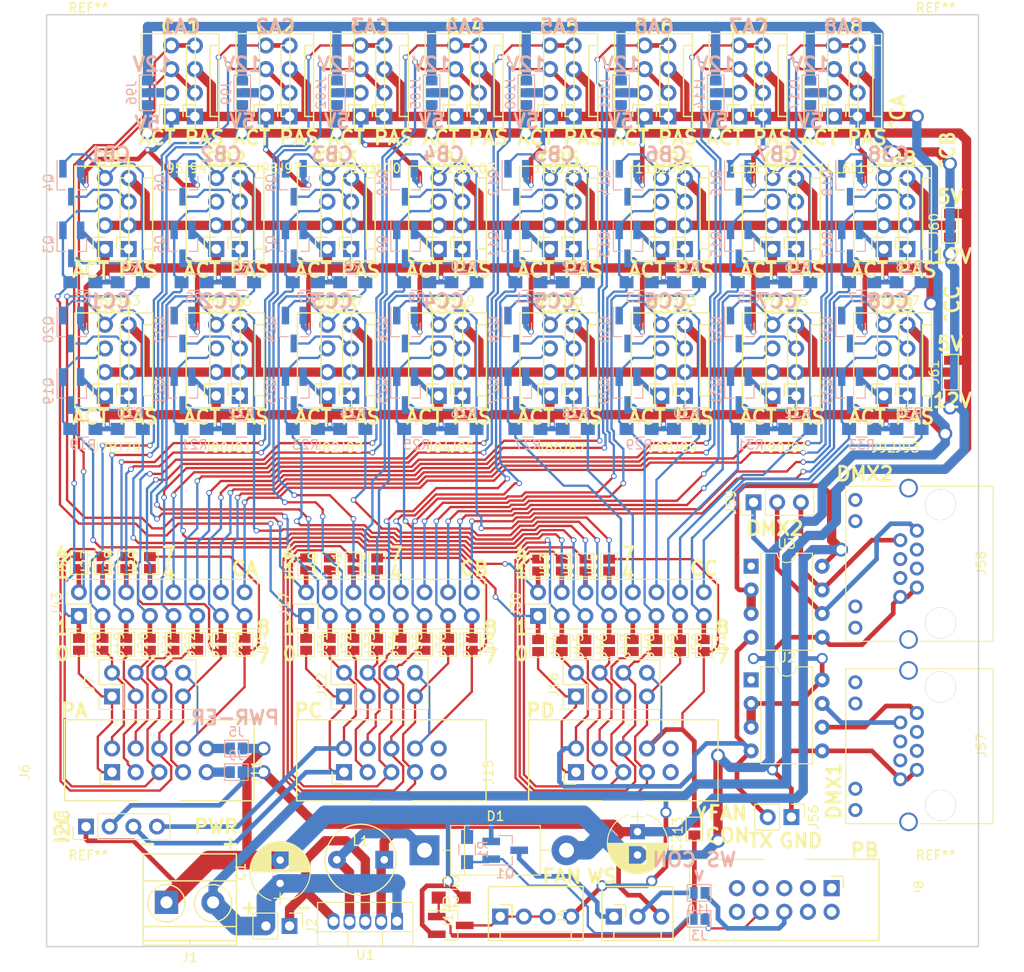
<source format=kicad_pcb>
(kicad_pcb (version 4) (host pcbnew 4.0.6)
  (layers (0 F.Cu signal) (31 B.Cu signal) (34 B.Paste user) (35 F.Paste user) (36 B.SilkS user) (37 F.SilkS user) (38 B.Mask user) (39 F.Mask user) (44 Edge.Cuts user))
  (net 0 "")
  (net 1 +12V)
  (net 2 GND)
  (net 3 +5V)
  (net 4 "Net-(D1-Pad1)")
  (net 5 /PA0)
  (net 6 /PA1)
  (net 7 /PA2)
  (net 8 /PA3)
  (net 9 /PA4)
  (net 10 /PA5)
  (net 11 /PA6)
  (net 12 /PA7)
  (net 13 /PC0)
  (net 14 /PC1)
  (net 15 /PC2)
  (net 16 /PC3)
  (net 17 /PC4)
  (net 18 /PC5)
  (net 19 /PC6)
  (net 20 /PC7)
  (net 21 /PD0)
  (net 22 /PD1)
  (net 23 /PD2)
  (net 24 /PD3)
  (net 25 /PD4)
  (net 26 /PD5)
  (net 27 /PD6)
  (net 28 /PD7)
  (net 29 /WS_POWER)
  (net 30 /PB0)
  (net 31 "Net-(J4-Pad1)")
  (net 32 /WS_STATUS)
  (net 33 /PB1)
  (net 34 /FAN_CTL)
  (net 35 /CB1_1)
  (net 36 /CB2_1)
  (net 37 /CB1_2)
  (net 38 /CB2_2)
  (net 39 /CB1_3)
  (net 40 /CB2_3)
  (net 41 /CB1_4)
  (net 42 /CB2_4)
  (net 43 /CB1_5)
  (net 44 /CB1_6)
  (net 45 /CB1_7)
  (net 46 /CB1_8)
  (net 47 /CC1_1)
  (net 48 /CC2_1)
  (net 49 /CC1_2)
  (net 50 /CC2_2)
  (net 51 /CC1_3)
  (net 52 /CC2_3)
  (net 53 /CC1_4)
  (net 54 /CC2_4)
  (net 55 /CC1_5)
  (net 56 /CC1_6)
  (net 57 /CC1_7)
  (net 58 /CC1_8)
  (net 59 /CA1_1)
  (net 60 /CA2_1)
  (net 61 /CA1_2)
  (net 62 /CA2_2)
  (net 63 /CA1_3)
  (net 64 /CA2_3)
  (net 65 /CA1_4)
  (net 66 /CA2_4)
  (net 67 /CA1_5)
  (net 68 /CA1_6)
  (net 69 /CA1_7)
  (net 70 /CA1_8)
  (net 71 "Net-(J57-Pad2)")
  (net 72 "Net-(J57-Pad1)")
  (net 73 /CB2_5)
  (net 74 /CB2_6)
  (net 75 /CB2_7)
  (net 76 /CB2_8)
  (net 77 /CC2_5)
  (net 78 /CC2_6)
  (net 79 /CC2_7)
  (net 80 /CC2_8)
  (net 81 /CA2_5)
  (net 82 /CA2_6)
  (net 83 /CA2_7)
  (net 84 /CA2_8)
  (net 85 "Net-(J5-Pad2)")
  (net 86 "Net-(J6-Pad9)")
  (net 87 "Net-(J14-Pad1)")
  (net 88 "Net-(J58-Pad2)")
  (net 89 "Net-(J58-Pad1)")
  (net 90 /CB1/VCC)
  (net 91 /CC1/VCC)
  (net 92 "Net-(J63-Pad1)")
  (net 93 "Net-(J63-Pad3)")
  (net 94 "Net-(J65-Pad1)")
  (net 95 "Net-(J65-Pad3)")
  (net 96 "Net-(J67-Pad1)")
  (net 97 "Net-(J67-Pad3)")
  (net 98 "Net-(J69-Pad1)")
  (net 99 "Net-(J69-Pad3)")
  (net 100 "Net-(J71-Pad1)")
  (net 101 "Net-(J71-Pad3)")
  (net 102 "Net-(J73-Pad1)")
  (net 103 "Net-(J73-Pad3)")
  (net 104 "Net-(J75-Pad1)")
  (net 105 "Net-(J75-Pad3)")
  (net 106 "Net-(J77-Pad1)")
  (net 107 "Net-(J77-Pad3)")
  (net 108 "Net-(J79-Pad1)")
  (net 109 "Net-(J79-Pad3)")
  (net 110 "Net-(J81-Pad1)")
  (net 111 "Net-(J81-Pad3)")
  (net 112 "Net-(J83-Pad1)")
  (net 113 "Net-(J83-Pad3)")
  (net 114 "Net-(J85-Pad1)")
  (net 115 "Net-(J85-Pad3)")
  (net 116 "Net-(J87-Pad1)")
  (net 117 "Net-(J87-Pad3)")
  (net 118 "Net-(J89-Pad1)")
  (net 119 "Net-(J89-Pad3)")
  (net 120 "Net-(J91-Pad1)")
  (net 121 "Net-(J91-Pad3)")
  (net 122 "Net-(J93-Pad1)")
  (net 123 "Net-(J93-Pad3)")
  (net 124 "Net-(J95-Pad2)")
  (net 125 "Net-(J98-Pad2)")
  (net 126 "Net-(J101-Pad2)")
  (net 127 "Net-(J104-Pad2)")
  (net 128 "Net-(J107-Pad2)")
  (net 129 "Net-(J110-Pad2)")
  (net 130 "Net-(J113-Pad2)")
  (net 131 "Net-(J116-Pad2)")
  (module Connectors:GS2 (layer F.Cu) (at 162.052 131.826 180)
    (fp_text reference J13 (at 1.78 0 270) (layer F.SilkS))
    (fp_text value GS2)
    (pad 1 smd rect (at 0 -0.64 180) (size 1.27 0.97) (layers F.Cu F.Paste F.Mask) (net 34 /FAN_CTL))
    (pad 2 smd rect (at 0 0.64 180) (size 1.27 0.97) (layers F.Cu F.Paste F.Mask) (net 28 /PD7))
  )
  (module Pin_Headers:Pin_Header_Straight_2x08_Pitch2.54mm (layer F.Cu) (at 120.396 108.966 90)
    (fp_text reference J17 (at 1.27 -2.39 90) (layer F.SilkS))
    (fp_text value CONN_02X08)
    (pad 1 thru_hole rect (at 0 0 90) (size 1.7 1.7) (drill 1) (layers *.Cu *.Mask) (net 35 /CB1_1))
    (pad 2 thru_hole oval (at 2.54 0 90) (size 1.7 1.7) (drill 1) (layers *.Cu *.Mask) (net 36 /CB2_1))
    (pad 3 thru_hole oval (at 0 2.54 90) (size 1.7 1.7) (drill 1) (layers *.Cu *.Mask) (net 37 /CB1_2))
    (pad 4 thru_hole oval (at 2.54 2.54 90) (size 1.7 1.7) (drill 1) (layers *.Cu *.Mask) (net 38 /CB2_2))
    (pad 5 thru_hole oval (at 0 5.08 90) (size 1.7 1.7) (drill 1) (layers *.Cu *.Mask) (net 39 /CB1_3))
    (pad 6 thru_hole oval (at 2.54 5.08 90) (size 1.7 1.7) (drill 1) (layers *.Cu *.Mask) (net 40 /CB2_3))
    (pad 7 thru_hole oval (at 0 7.62 90) (size 1.7 1.7) (drill 1) (layers *.Cu *.Mask) (net 41 /CB1_4))
    (pad 8 thru_hole oval (at 2.54 7.62 90) (size 1.7 1.7) (drill 1) (layers *.Cu *.Mask) (net 42 /CB2_4))
    (pad 9 thru_hole oval (at 0 10.16 90) (size 1.7 1.7) (drill 1) (layers *.Cu *.Mask) (net 43 /CB1_5))
    (pad 10 thru_hole oval (at 2.54 10.16 90) (size 1.7 1.7) (drill 1) (layers *.Cu *.Mask) (net 73 /CB2_5))
    (pad 11 thru_hole oval (at 0 12.7 90) (size 1.7 1.7) (drill 1) (layers *.Cu *.Mask) (net 44 /CB1_6))
    (pad 12 thru_hole oval (at 2.54 12.7 90) (size 1.7 1.7) (drill 1) (layers *.Cu *.Mask) (net 74 /CB2_6))
    (pad 13 thru_hole oval (at 0 15.24 90) (size 1.7 1.7) (drill 1) (layers *.Cu *.Mask) (net 45 /CB1_7))
    (pad 14 thru_hole oval (at 2.54 15.24 90) (size 1.7 1.7) (drill 1) (layers *.Cu *.Mask) (net 75 /CB2_7))
    (pad 15 thru_hole oval (at 0 17.78 90) (size 1.7 1.7) (drill 1) (layers *.Cu *.Mask) (net 46 /CB1_8))
    (pad 16 thru_hole oval (at 2.54 17.78 90) (size 1.7 1.7) (drill 1) (layers *.Cu *.Mask) (net 76 /CB2_8))
  )
  (module ownlib:PSG_Straight_04 (layer F.Cu) (at 98.806 69.596 180)
    (fp_text reference J62 (at 0 -5.57 180) (layer F.SilkS))
    (fp_text value CONN_01X04)
    (pad 1 thru_hole rect (at 0 0 180) (size 1.7272 1.7272) (drill 1.016) (layers *.Cu *.Mask) (net 2 GND))
    (pad 2 thru_hole oval (at 0 2.54 180) (size 1.7272 1.7272) (drill 1.016) (layers *.Cu *.Mask) (net 90 /CB1/VCC))
    (pad 3 thru_hole oval (at 0 5.08 180) (size 1.7272 1.7272) (drill 1.016) (layers *.Cu *.Mask) (net 35 /CB1_1))
    (pad 4 thru_hole oval (at 0 7.62 180) (size 1.7272 1.7272) (drill 1.016) (layers *.Cu *.Mask) (net 36 /CB2_1))
  )
  (module Connectors:GS2 (layer F.Cu) (at 130.556 112.014)
    (fp_text reference J35 (at 1.78 0 90) (layer F.SilkS))
    (fp_text value GS2)
    (pad 1 smd rect (at 0 -0.64) (size 1.27 0.97) (layers F.Cu F.Paste F.Mask) (net 43 /CB1_5))
    (pad 2 smd rect (at 0 0.64) (size 1.27 0.97) (layers F.Cu F.Paste F.Mask) (net 17 /PC4))
  )
  (module Connectors:GS2 (layer F.Cu) (at 133.096 112.014)
    (fp_text reference J36 (at 1.78 0 90) (layer F.SilkS))
    (fp_text value GS2)
    (pad 1 smd rect (at 0 -0.64) (size 1.27 0.97) (layers F.Cu F.Paste F.Mask) (net 44 /CB1_6))
    (pad 2 smd rect (at 0 0.64) (size 1.27 0.97) (layers F.Cu F.Paste F.Mask) (net 18 /PC5))
  )
  (module Connectors:GS2 (layer F.Cu) (at 138.176 112.014)
    (fp_text reference J38 (at 1.78 0 90) (layer F.SilkS))
    (fp_text value GS2)
    (pad 1 smd rect (at 0 -0.64) (size 1.27 0.97) (layers F.Cu F.Paste F.Mask) (net 46 /CB1_8))
    (pad 2 smd rect (at 0 0.64) (size 1.27 0.97) (layers F.Cu F.Paste F.Mask) (net 20 /PC7))
  )
  (module Connectors:GS2 (layer F.Cu) (at 135.636 112.014)
    (fp_text reference J37 (at 1.78 0 90) (layer F.SilkS))
    (fp_text value GS2)
    (pad 1 smd rect (at 0 -0.64) (size 1.27 0.97) (layers F.Cu F.Paste F.Mask) (net 45 /CB1_7))
    (pad 2 smd rect (at 0 0.64) (size 1.27 0.97) (layers F.Cu F.Paste F.Mask) (net 19 /PC6))
  )
  (module Pin_Headers:Pin_Header_Straight_2x04_Pitch2.54mm (layer F.Cu) (at 124.46 117.602 90)
    (fp_text reference J12 (at 1.27 -2.39 90) (layer F.SilkS))
    (fp_text value CONN_02X04)
    (pad 1 thru_hole rect (at 0 0 90) (size 1.7 1.7) (drill 1) (layers *.Cu *.Mask) (net 13 /PC0))
    (pad 2 thru_hole oval (at 2.54 0 90) (size 1.7 1.7) (drill 1) (layers *.Cu *.Mask) (net 14 /PC1))
    (pad 3 thru_hole oval (at 0 2.54 90) (size 1.7 1.7) (drill 1) (layers *.Cu *.Mask) (net 15 /PC2))
    (pad 4 thru_hole oval (at 2.54 2.54 90) (size 1.7 1.7) (drill 1) (layers *.Cu *.Mask) (net 16 /PC3))
    (pad 5 thru_hole oval (at 0 5.08 90) (size 1.7 1.7) (drill 1) (layers *.Cu *.Mask) (net 17 /PC4))
    (pad 6 thru_hole oval (at 2.54 5.08 90) (size 1.7 1.7) (drill 1) (layers *.Cu *.Mask) (net 18 /PC5))
    (pad 7 thru_hole oval (at 0 7.62 90) (size 1.7 1.7) (drill 1) (layers *.Cu *.Mask) (net 19 /PC6))
    (pad 8 thru_hole oval (at 2.54 7.62 90) (size 1.7 1.7) (drill 1) (layers *.Cu *.Mask) (net 20 /PC7))
  )
  (module Connectors:GS2 (layer F.Cu) (at 120.396 112.014)
    (fp_text reference J31 (at 1.78 0 90) (layer F.SilkS))
    (fp_text value GS2)
    (pad 1 smd rect (at 0 -0.64) (size 1.27 0.97) (layers F.Cu F.Paste F.Mask) (net 35 /CB1_1))
    (pad 2 smd rect (at 0 0.64) (size 1.27 0.97) (layers F.Cu F.Paste F.Mask) (net 13 /PC0))
  )
  (module Connectors:GS2 (layer F.Cu) (at 125.476 103.378 180)
    (fp_text reference J41 (at 1.78 0 270) (layer F.SilkS))
    (fp_text value GS2)
    (pad 1 smd rect (at 0 -0.64 180) (size 1.27 0.97) (layers F.Cu F.Paste F.Mask) (net 40 /CB2_3))
    (pad 2 smd rect (at 0 0.64 180) (size 1.27 0.97) (layers F.Cu F.Paste F.Mask) (net 19 /PC6))
  )
  (module Connectors:GS2 (layer F.Cu) (at 122.936 112.014)
    (fp_text reference J32 (at 1.78 0 90) (layer F.SilkS))
    (fp_text value GS2)
    (pad 1 smd rect (at 0 -0.64) (size 1.27 0.97) (layers F.Cu F.Paste F.Mask) (net 37 /CB1_2))
    (pad 2 smd rect (at 0 0.64) (size 1.27 0.97) (layers F.Cu F.Paste F.Mask) (net 14 /PC1))
  )
  (module Connectors:GS2 (layer F.Cu) (at 125.476 112.014)
    (fp_text reference J33 (at 1.78 0 90) (layer F.SilkS))
    (fp_text value GS2)
    (pad 1 smd rect (at 0 -0.64) (size 1.27 0.97) (layers F.Cu F.Paste F.Mask) (net 39 /CB1_3))
    (pad 2 smd rect (at 0 0.64) (size 1.27 0.97) (layers F.Cu F.Paste F.Mask) (net 15 /PC2))
  )
  (module Connectors:GS2 (layer F.Cu) (at 128.016 112.014)
    (fp_text reference J34 (at 1.78 0 90) (layer F.SilkS))
    (fp_text value GS2)
    (pad 1 smd rect (at 0 -0.64) (size 1.27 0.97) (layers F.Cu F.Paste F.Mask) (net 41 /CB1_4))
    (pad 2 smd rect (at 0 0.64) (size 1.27 0.97) (layers F.Cu F.Paste F.Mask) (net 16 /PC3))
  )
  (module Connectors:GS2 (layer F.Cu) (at 128.016 103.378 180)
    (fp_text reference J42 (at 1.78 0 270) (layer F.SilkS))
    (fp_text value GS2)
    (pad 1 smd rect (at 0 -0.64 180) (size 1.27 0.97) (layers F.Cu F.Paste F.Mask) (net 42 /CB2_4))
    (pad 2 smd rect (at 0 0.64 180) (size 1.27 0.97) (layers F.Cu F.Paste F.Mask) (net 20 /PC7))
  )
  (module Connectors:GS2 (layer F.Cu) (at 120.396 103.378 180)
    (fp_text reference J39 (at 1.78 0 270) (layer F.SilkS))
    (fp_text value GS2)
    (pad 1 smd rect (at 0 -0.64 180) (size 1.27 0.97) (layers F.Cu F.Paste F.Mask) (net 36 /CB2_1))
    (pad 2 smd rect (at 0 0.64 180) (size 1.27 0.97) (layers F.Cu F.Paste F.Mask) (net 17 /PC4))
  )
  (module Connectors:GS2 (layer F.Cu) (at 122.936 103.378 180)
    (fp_text reference J40 (at 1.78 0 270) (layer F.SilkS))
    (fp_text value GS2)
    (pad 1 smd rect (at 0 -0.64 180) (size 1.27 0.97) (layers F.Cu F.Paste F.Mask) (net 38 /CB2_2))
    (pad 2 smd rect (at 0 0.64 180) (size 1.27 0.97) (layers F.Cu F.Paste F.Mask) (net 18 /PC5))
  )
  (module ownlib:Pin_Header_Boxed_Straight_2x05 (layer F.Cu) (at 124.46 125.73 90)
    (fp_text reference J11 (at 0 -9.38 90) (layer F.SilkS))
    (fp_text value CONN_02X05)
    (pad 1 thru_hole rect (at 0 0 90) (size 1.7272 1.7272) (drill 1.016) (layers *.Cu *.Mask) (net 13 /PC0))
    (pad 2 thru_hole oval (at 2.54 0 90) (size 1.7272 1.7272) (drill 1.016) (layers *.Cu *.Mask) (net 14 /PC1))
    (pad 3 thru_hole oval (at 0 2.54 90) (size 1.7272 1.7272) (drill 1.016) (layers *.Cu *.Mask) (net 15 /PC2))
    (pad 4 thru_hole oval (at 2.54 2.54 90) (size 1.7272 1.7272) (drill 1.016) (layers *.Cu *.Mask) (net 16 /PC3))
    (pad 5 thru_hole oval (at 0 5.08 90) (size 1.7272 1.7272) (drill 1.016) (layers *.Cu *.Mask) (net 17 /PC4))
    (pad 6 thru_hole oval (at 2.54 5.08 90) (size 1.7272 1.7272) (drill 1.016) (layers *.Cu *.Mask) (net 18 /PC5))
    (pad 7 thru_hole oval (at 0 7.62 90) (size 1.7272 1.7272) (drill 1.016) (layers *.Cu *.Mask) (net 19 /PC6))
    (pad 8 thru_hole oval (at 2.54 7.62 90) (size 1.7272 1.7272) (drill 1.016) (layers *.Cu *.Mask) (net 20 /PC7))
    (pad 9 thru_hole oval (at 0 10.16 90) (size 1.7272 1.7272) (drill 1.016) (layers *.Cu *.Mask))
    (pad 10 thru_hole oval (at 2.54 10.16 90) (size 1.7272 1.7272) (drill 1.016) (layers *.Cu *.Mask))
  )
  (module Pin_Headers:Pin_Header_Straight_2x08_Pitch2.54mm (layer F.Cu) (at 145.288 108.966 90)
    (fp_text reference J30 (at 1.27 -2.39 90) (layer F.SilkS))
    (fp_text value CONN_02X08)
    (pad 1 thru_hole rect (at 0 0 90) (size 1.7 1.7) (drill 1) (layers *.Cu *.Mask) (net 47 /CC1_1))
    (pad 2 thru_hole oval (at 2.54 0 90) (size 1.7 1.7) (drill 1) (layers *.Cu *.Mask) (net 48 /CC2_1))
    (pad 3 thru_hole oval (at 0 2.54 90) (size 1.7 1.7) (drill 1) (layers *.Cu *.Mask) (net 49 /CC1_2))
    (pad 4 thru_hole oval (at 2.54 2.54 90) (size 1.7 1.7) (drill 1) (layers *.Cu *.Mask) (net 50 /CC2_2))
    (pad 5 thru_hole oval (at 0 5.08 90) (size 1.7 1.7) (drill 1) (layers *.Cu *.Mask) (net 51 /CC1_3))
    (pad 6 thru_hole oval (at 2.54 5.08 90) (size 1.7 1.7) (drill 1) (layers *.Cu *.Mask) (net 52 /CC2_3))
    (pad 7 thru_hole oval (at 0 7.62 90) (size 1.7 1.7) (drill 1) (layers *.Cu *.Mask) (net 53 /CC1_4))
    (pad 8 thru_hole oval (at 2.54 7.62 90) (size 1.7 1.7) (drill 1) (layers *.Cu *.Mask) (net 54 /CC2_4))
    (pad 9 thru_hole oval (at 0 10.16 90) (size 1.7 1.7) (drill 1) (layers *.Cu *.Mask) (net 55 /CC1_5))
    (pad 10 thru_hole oval (at 2.54 10.16 90) (size 1.7 1.7) (drill 1) (layers *.Cu *.Mask) (net 77 /CC2_5))
    (pad 11 thru_hole oval (at 0 12.7 90) (size 1.7 1.7) (drill 1) (layers *.Cu *.Mask) (net 56 /CC1_6))
    (pad 12 thru_hole oval (at 2.54 12.7 90) (size 1.7 1.7) (drill 1) (layers *.Cu *.Mask) (net 78 /CC2_6))
    (pad 13 thru_hole oval (at 0 15.24 90) (size 1.7 1.7) (drill 1) (layers *.Cu *.Mask) (net 57 /CC1_7))
    (pad 14 thru_hole oval (at 2.54 15.24 90) (size 1.7 1.7) (drill 1) (layers *.Cu *.Mask) (net 79 /CC2_7))
    (pad 15 thru_hole oval (at 0 17.78 90) (size 1.7 1.7) (drill 1) (layers *.Cu *.Mask) (net 58 /CC1_8))
    (pad 16 thru_hole oval (at 2.54 17.78 90) (size 1.7 1.7) (drill 1) (layers *.Cu *.Mask) (net 80 /CC2_8))
  )
  (module Connectors:GS2 (layer B.Cu) (at 112.898 125.73 90)
    (fp_text reference J9 (at 1.78 0 360) (layer B.SilkS) (effects (justify mirror)))
    (fp_text value GS2)
    (pad 1 smd rect (at 0 0.64 90) (size 1.27 0.97) (layers B.Cu B.Paste B.Mask) (net 3 +5V))
    (pad 2 smd rect (at 0 -0.64 90) (size 1.27 0.97) (layers B.Cu B.Paste B.Mask) (net 86 "Net-(J6-Pad9)"))
  )
  (module ownlib:Pin_Header_Boxed_Straight_2x05 (layer F.Cu) (at 149.352 125.73 90)
    (fp_text reference J15 (at 0 -9.38 90) (layer F.SilkS))
    (fp_text value CONN_02X05)
    (pad 1 thru_hole rect (at 0 0 90) (size 1.7272 1.7272) (drill 1.016) (layers *.Cu *.Mask) (net 21 /PD0))
    (pad 2 thru_hole oval (at 2.54 0 90) (size 1.7272 1.7272) (drill 1.016) (layers *.Cu *.Mask) (net 22 /PD1))
    (pad 3 thru_hole oval (at 0 2.54 90) (size 1.7272 1.7272) (drill 1.016) (layers *.Cu *.Mask) (net 23 /PD2))
    (pad 4 thru_hole oval (at 2.54 2.54 90) (size 1.7272 1.7272) (drill 1.016) (layers *.Cu *.Mask) (net 24 /PD3))
    (pad 5 thru_hole oval (at 0 5.08 90) (size 1.7272 1.7272) (drill 1.016) (layers *.Cu *.Mask) (net 25 /PD4))
    (pad 6 thru_hole oval (at 2.54 5.08 90) (size 1.7272 1.7272) (drill 1.016) (layers *.Cu *.Mask) (net 26 /PD5))
    (pad 7 thru_hole oval (at 0 7.62 90) (size 1.7272 1.7272) (drill 1.016) (layers *.Cu *.Mask) (net 27 /PD6))
    (pad 8 thru_hole oval (at 2.54 7.62 90) (size 1.7272 1.7272) (drill 1.016) (layers *.Cu *.Mask) (net 28 /PD7))
    (pad 9 thru_hole oval (at 0 10.16 90) (size 1.7272 1.7272) (drill 1.016) (layers *.Cu *.Mask))
    (pad 10 thru_hole oval (at 2.54 10.16 90) (size 1.7272 1.7272) (drill 1.016) (layers *.Cu *.Mask))
  )
  (module Connectors:GS2 (layer F.Cu) (at 155.448 112.146)
    (fp_text reference J48 (at 1.78 0 90) (layer F.SilkS))
    (fp_text value GS2)
    (pad 1 smd rect (at 0 -0.64) (size 1.27 0.97) (layers F.Cu F.Paste F.Mask) (net 55 /CC1_5))
    (pad 2 smd rect (at 0 0.64) (size 1.27 0.97) (layers F.Cu F.Paste F.Mask) (net 25 /PD4))
  )
  (module Connectors:GS2 (layer F.Cu) (at 152.908 112.146)
    (fp_text reference J47 (at 1.78 0 90) (layer F.SilkS))
    (fp_text value GS2)
    (pad 1 smd rect (at 0 -0.64) (size 1.27 0.97) (layers F.Cu F.Paste F.Mask) (net 53 /CC1_4))
    (pad 2 smd rect (at 0 0.64) (size 1.27 0.97) (layers F.Cu F.Paste F.Mask) (net 24 /PD3))
  )
  (module Connectors:GS2 (layer F.Cu) (at 150.368 112.146)
    (fp_text reference J46 (at 1.78 0 90) (layer F.SilkS))
    (fp_text value GS2)
    (pad 1 smd rect (at 0 -0.64) (size 1.27 0.97) (layers F.Cu F.Paste F.Mask) (net 51 /CC1_3))
    (pad 2 smd rect (at 0 0.64) (size 1.27 0.97) (layers F.Cu F.Paste F.Mask) (net 23 /PD2))
  )
  (module Connectors:GS2 (layer F.Cu) (at 147.828 112.146)
    (fp_text reference J45 (at 1.78 0 90) (layer F.SilkS))
    (fp_text value GS2)
    (pad 1 smd rect (at 0 -0.64) (size 1.27 0.97) (layers F.Cu F.Paste F.Mask) (net 49 /CC1_2))
    (pad 2 smd rect (at 0 0.64) (size 1.27 0.97) (layers F.Cu F.Paste F.Mask) (net 22 /PD1))
  )
  (module Connectors:GS2 (layer F.Cu) (at 145.288 112.146)
    (fp_text reference J44 (at 1.78 0 90) (layer F.SilkS))
    (fp_text value GS2)
    (pad 1 smd rect (at 0 -0.64) (size 1.27 0.97) (layers F.Cu F.Paste F.Mask) (net 47 /CC1_1))
    (pad 2 smd rect (at 0 0.64) (size 1.27 0.97) (layers F.Cu F.Paste F.Mask) (net 21 /PD0))
  )
  (module Pin_Headers:Pin_Header_Straight_2x04_Pitch2.54mm (layer F.Cu) (at 149.352 117.602 90)
    (fp_text reference J16 (at 1.27 -2.39 90) (layer F.SilkS))
    (fp_text value CONN_02X04)
    (pad 1 thru_hole rect (at 0 0 90) (size 1.7 1.7) (drill 1) (layers *.Cu *.Mask) (net 21 /PD0))
    (pad 2 thru_hole oval (at 2.54 0 90) (size 1.7 1.7) (drill 1) (layers *.Cu *.Mask) (net 22 /PD1))
    (pad 3 thru_hole oval (at 0 2.54 90) (size 1.7 1.7) (drill 1) (layers *.Cu *.Mask) (net 23 /PD2))
    (pad 4 thru_hole oval (at 2.54 2.54 90) (size 1.7 1.7) (drill 1) (layers *.Cu *.Mask) (net 24 /PD3))
    (pad 5 thru_hole oval (at 0 5.08 90) (size 1.7 1.7) (drill 1) (layers *.Cu *.Mask) (net 25 /PD4))
    (pad 6 thru_hole oval (at 2.54 5.08 90) (size 1.7 1.7) (drill 1) (layers *.Cu *.Mask) (net 26 /PD5))
    (pad 7 thru_hole oval (at 0 7.62 90) (size 1.7 1.7) (drill 1) (layers *.Cu *.Mask) (net 27 /PD6))
    (pad 8 thru_hole oval (at 2.54 7.62 90) (size 1.7 1.7) (drill 1) (layers *.Cu *.Mask) (net 28 /PD7))
  )
  (module Connectors:GS2 (layer F.Cu) (at 157.988 112.146)
    (fp_text reference J49 (at 1.78 0 90) (layer F.SilkS))
    (fp_text value GS2)
    (pad 1 smd rect (at 0 -0.64) (size 1.27 0.97) (layers F.Cu F.Paste F.Mask) (net 56 /CC1_6))
    (pad 2 smd rect (at 0 0.64) (size 1.27 0.97) (layers F.Cu F.Paste F.Mask) (net 26 /PD5))
  )
  (module Connectors:GS2 (layer F.Cu) (at 152.908 103.51 180)
    (fp_text reference J55 (at 1.78 0 270) (layer F.SilkS))
    (fp_text value GS2)
    (pad 1 smd rect (at 0 -0.64 180) (size 1.27 0.97) (layers F.Cu F.Paste F.Mask) (net 54 /CC2_4))
    (pad 2 smd rect (at 0 0.64 180) (size 1.27 0.97) (layers F.Cu F.Paste F.Mask) (net 28 /PD7))
  )
  (module Connectors:GS2 (layer F.Cu) (at 163.068 112.146)
    (fp_text reference J51 (at 1.78 0 90) (layer F.SilkS))
    (fp_text value GS2)
    (pad 1 smd rect (at 0 -0.64) (size 1.27 0.97) (layers F.Cu F.Paste F.Mask) (net 58 /CC1_8))
    (pad 2 smd rect (at 0 0.64) (size 1.27 0.97) (layers F.Cu F.Paste F.Mask) (net 28 /PD7))
  )
  (module Connectors:GS2 (layer F.Cu) (at 160.528 112.146)
    (fp_text reference J50 (at 1.78 0 90) (layer F.SilkS))
    (fp_text value GS2)
    (pad 1 smd rect (at 0 -0.64) (size 1.27 0.97) (layers F.Cu F.Paste F.Mask) (net 57 /CC1_7))
    (pad 2 smd rect (at 0 0.64) (size 1.27 0.97) (layers F.Cu F.Paste F.Mask) (net 27 /PD6))
  )
  (module Pin_Headers:Pin_Header_Straight_2x08_Pitch2.54mm (layer F.Cu) (at 96.012 108.966 90)
    (fp_text reference J43 (at 1.27 -2.39 90) (layer F.SilkS))
    (fp_text value CONN_02X08)
    (pad 1 thru_hole rect (at 0 0 90) (size 1.7 1.7) (drill 1) (layers *.Cu *.Mask) (net 59 /CA1_1))
    (pad 2 thru_hole oval (at 2.54 0 90) (size 1.7 1.7) (drill 1) (layers *.Cu *.Mask) (net 60 /CA2_1))
    (pad 3 thru_hole oval (at 0 2.54 90) (size 1.7 1.7) (drill 1) (layers *.Cu *.Mask) (net 61 /CA1_2))
    (pad 4 thru_hole oval (at 2.54 2.54 90) (size 1.7 1.7) (drill 1) (layers *.Cu *.Mask) (net 62 /CA2_2))
    (pad 5 thru_hole oval (at 0 5.08 90) (size 1.7 1.7) (drill 1) (layers *.Cu *.Mask) (net 63 /CA1_3))
    (pad 6 thru_hole oval (at 2.54 5.08 90) (size 1.7 1.7) (drill 1) (layers *.Cu *.Mask) (net 64 /CA2_3))
    (pad 7 thru_hole oval (at 0 7.62 90) (size 1.7 1.7) (drill 1) (layers *.Cu *.Mask) (net 65 /CA1_4))
    (pad 8 thru_hole oval (at 2.54 7.62 90) (size 1.7 1.7) (drill 1) (layers *.Cu *.Mask) (net 66 /CA2_4))
    (pad 9 thru_hole oval (at 0 10.16 90) (size 1.7 1.7) (drill 1) (layers *.Cu *.Mask) (net 67 /CA1_5))
    (pad 10 thru_hole oval (at 2.54 10.16 90) (size 1.7 1.7) (drill 1) (layers *.Cu *.Mask) (net 81 /CA2_5))
    (pad 11 thru_hole oval (at 0 12.7 90) (size 1.7 1.7) (drill 1) (layers *.Cu *.Mask) (net 68 /CA1_6))
    (pad 12 thru_hole oval (at 2.54 12.7 90) (size 1.7 1.7) (drill 1) (layers *.Cu *.Mask) (net 82 /CA2_6))
    (pad 13 thru_hole oval (at 0 15.24 90) (size 1.7 1.7) (drill 1) (layers *.Cu *.Mask) (net 69 /CA1_7))
    (pad 14 thru_hole oval (at 2.54 15.24 90) (size 1.7 1.7) (drill 1) (layers *.Cu *.Mask) (net 83 /CA2_7))
    (pad 15 thru_hole oval (at 0 17.78 90) (size 1.7 1.7) (drill 1) (layers *.Cu *.Mask) (net 70 /CA1_8))
    (pad 16 thru_hole oval (at 2.54 17.78 90) (size 1.7 1.7) (drill 1) (layers *.Cu *.Mask) (net 84 /CA2_8))
  )
  (module Connectors:GS2 (layer F.Cu) (at 150.368 103.51 180)
    (fp_text reference J54 (at 1.78 0 270) (layer F.SilkS))
    (fp_text value GS2)
    (pad 1 smd rect (at 0 -0.64 180) (size 1.27 0.97) (layers F.Cu F.Paste F.Mask) (net 52 /CC2_3))
    (pad 2 smd rect (at 0 0.64 180) (size 1.27 0.97) (layers F.Cu F.Paste F.Mask) (net 27 /PD6))
  )
  (module Connectors:GS2 (layer F.Cu) (at 145.288 103.51 180)
    (fp_text reference J52 (at 1.78 0 270) (layer F.SilkS))
    (fp_text value GS2)
    (pad 1 smd rect (at 0 -0.64 180) (size 1.27 0.97) (layers F.Cu F.Paste F.Mask) (net 48 /CC2_1))
    (pad 2 smd rect (at 0 0.64 180) (size 1.27 0.97) (layers F.Cu F.Paste F.Mask) (net 25 /PD4))
  )
  (module Connectors:GS2 (layer F.Cu) (at 147.828 103.51 180)
    (fp_text reference J53 (at 1.78 0 270) (layer F.SilkS))
    (fp_text value GS2)
    (pad 1 smd rect (at 0 -0.64 180) (size 1.27 0.97) (layers F.Cu F.Paste F.Mask) (net 50 /CC2_2))
    (pad 2 smd rect (at 0 0.64 180) (size 1.27 0.97) (layers F.Cu F.Paste F.Mask) (net 26 /PD5))
  )
  (module Connectors:GS2 (layer B.Cu) (at 112.908 123.19 90)
    (fp_text reference J5 (at 1.78 0 360) (layer B.SilkS) (effects (justify mirror)))
    (fp_text value GS2)
    (pad 1 smd rect (at 0 0.64 90) (size 1.27 0.97) (layers B.Cu B.Paste B.Mask) (net 2 GND))
    (pad 2 smd rect (at 0 -0.64 90) (size 1.27 0.97) (layers B.Cu B.Paste B.Mask) (net 85 "Net-(J5-Pad2)"))
  )
  (module Capacitors_THT:CP_Radial_D6.3mm_P2.50mm (layer F.Cu) (at 117.602 137.668 90)
    (fp_text reference C1 (at 1.25 -4.21 90) (layer F.SilkS))
    (fp_text value 100uF)
    (pad 1 thru_hole rect (at 0 0 90) (size 1.6 1.6) (drill 0.8) (layers *.Cu *.Mask) (net 1 +12V))
    (pad 2 thru_hole circle (at 2.5 0 90) (size 1.6 1.6) (drill 0.8) (layers *.Cu *.Mask) (net 2 GND))
  )
  (module Capacitors_THT:CP_Radial_D6.3mm_P2.50mm (layer F.Cu) (at 155.956 132.12 270)
    (fp_text reference C2 (at 1.25 -4.21 270) (layer F.SilkS))
    (fp_text value 330uF)
    (pad 1 thru_hole rect (at 0 0 270) (size 1.6 1.6) (drill 0.8) (layers *.Cu *.Mask) (net 3 +5V))
    (pad 2 thru_hole circle (at 2.5 0 270) (size 1.6 1.6) (drill 0.8) (layers *.Cu *.Mask) (net 2 GND))
  )
  (module Diodes_THT:D_DO-201AD_P15.24mm_Horizontal (layer F.Cu) (at 133.096 134.112)
    (fp_text reference D1 (at 7.62 -3.66) (layer F.SilkS))
    (fp_text value DO201AD)
    (pad 1 thru_hole rect (at 0 0) (size 3.2 3.2) (drill 1.6) (layers *.Cu *.Mask) (net 4 "Net-(D1-Pad1)"))
    (pad 2 thru_hole oval (at 15.24 0) (size 3.2 3.2) (drill 1.6) (layers *.Cu *.Mask) (net 2 GND))
  )
  (module Connectors_Terminal_Blocks:TerminalBlock_Pheonix_MKDS1.5-2pol (layer F.Cu) (at 105.41 139.7)
    (fp_text reference J1 (at 2.5 5.9) (layer F.SilkS))
    (fp_text value Screw_Terminal_1x02)
    (pad 1 thru_hole rect (at 0 0) (size 2.5 2.5) (drill 1.3) (layers *.Cu *.Mask) (net 2 GND))
    (pad 2 thru_hole circle (at 5 0) (size 2.5 2.5) (drill 1.3) (layers *.Cu *.Mask) (net 1 +12V))
  )
  (module Pin_Headers:Pin_Header_Straight_1x02_Pitch2.54mm (layer F.Cu) (at 118.618 142.24 270)
    (fp_text reference J2 (at 0 -2.39 270) (layer F.SilkS))
    (fp_text value CONN_01X02)
    (pad 1 thru_hole rect (at 0 0 270) (size 1.7 1.7) (drill 1) (layers *.Cu *.Mask) (net 2 GND))
    (pad 2 thru_hole oval (at 0 2.54 270) (size 1.7 1.7) (drill 1) (layers *.Cu *.Mask) (net 1 +12V))
  )
  (module ownlib:Pin_Header_Boxed_Straight_2x05 (layer F.Cu) (at 99.568 125.73 90)
    (fp_text reference J6 (at 0 -9.38 90) (layer F.SilkS))
    (fp_text value CONN_02X05)
    (pad 1 thru_hole rect (at 0 0 90) (size 1.7272 1.7272) (drill 1.016) (layers *.Cu *.Mask) (net 5 /PA0))
    (pad 2 thru_hole oval (at 2.54 0 90) (size 1.7272 1.7272) (drill 1.016) (layers *.Cu *.Mask) (net 6 /PA1))
    (pad 3 thru_hole oval (at 0 2.54 90) (size 1.7272 1.7272) (drill 1.016) (layers *.Cu *.Mask) (net 7 /PA2))
    (pad 4 thru_hole oval (at 2.54 2.54 90) (size 1.7272 1.7272) (drill 1.016) (layers *.Cu *.Mask) (net 8 /PA3))
    (pad 5 thru_hole oval (at 0 5.08 90) (size 1.7272 1.7272) (drill 1.016) (layers *.Cu *.Mask) (net 9 /PA4))
    (pad 6 thru_hole oval (at 2.54 5.08 90) (size 1.7272 1.7272) (drill 1.016) (layers *.Cu *.Mask) (net 10 /PA5))
    (pad 7 thru_hole oval (at 0 7.62 90) (size 1.7272 1.7272) (drill 1.016) (layers *.Cu *.Mask) (net 11 /PA6))
    (pad 8 thru_hole oval (at 2.54 7.62 90) (size 1.7272 1.7272) (drill 1.016) (layers *.Cu *.Mask) (net 12 /PA7))
    (pad 9 thru_hole oval (at 0 10.16 90) (size 1.7272 1.7272) (drill 1.016) (layers *.Cu *.Mask) (net 86 "Net-(J6-Pad9)"))
    (pad 10 thru_hole oval (at 2.54 10.16 90) (size 1.7272 1.7272) (drill 1.016) (layers *.Cu *.Mask) (net 85 "Net-(J5-Pad2)"))
  )
  (module Connectors:RJHSE538X (layer F.Cu) (at 185.928 119.384 270)
    (fp_text reference J57 (at 3.49 -6.92 270) (layer F.SilkS))
    (fp_text value RJ45_LEDS)
    (pad "" thru_hole circle (at 11.68 0.89 270) (size 2 2) (drill 1.57) (layers *.Cu *.Mask))
    (pad 9 thru_hole circle (at -3.3 6.6 270) (size 1.5 1.5) (drill 0.89) (layers *.Cu *.Mask))
    (pad 10 thru_hole circle (at -1.02 6.6 270) (size 1.5 1.5) (drill 0.89) (layers *.Cu *.Mask))
    (pad 11 thru_hole circle (at 8.13 6.6 270) (size 1.5 1.5) (drill 0.89) (layers *.Cu *.Mask))
    (pad 12 thru_hole circle (at 10.41 6.6 270) (size 1.5 1.5) (drill 0.89) (layers *.Cu *.Mask))
    (pad 8 thru_hole circle (at 7.11 1.78 270) (size 1.5 1.5) (drill 0.89) (layers *.Cu *.Mask) (net 2 GND))
    (pad 6 thru_hole circle (at 5.08 1.78 270) (size 1.5 1.5) (drill 0.89) (layers *.Cu *.Mask))
    (pad 4 thru_hole circle (at 3.05 1.78 270) (size 1.5 1.5) (drill 0.89) (layers *.Cu *.Mask))
    (pad 2 thru_hole circle (at 1.02 1.78 270) (size 1.5 1.5) (drill 0.89) (layers *.Cu *.Mask) (net 71 "Net-(J57-Pad2)"))
    (pad 5 thru_hole circle (at 4.06 0 270) (size 1.5 1.5) (drill 0.89) (layers *.Cu *.Mask))
    (pad 3 thru_hole circle (at 2.03 0 270) (size 1.5 1.5) (drill 0.89) (layers *.Cu *.Mask))
    (pad 7 thru_hole circle (at 6.1 0 270) (size 1.5 1.5) (drill 0.89) (layers *.Cu *.Mask) (net 2 GND))
    (pad 1 thru_hole circle (at 0 0 270) (size 1.5 1.5) (drill 0.89) (layers *.Cu *.Mask) (net 72 "Net-(J57-Pad1)"))
    (pad "" thru_hole circle (at -2.79 -2.54 270) (size 3.3 3.3) (drill 3.3) (layers *.Cu *.Mask))
    (pad "" thru_hole circle (at 9.91 -2.54 270) (size 3.3 3.3) (drill 3.3) (layers *.Cu *.Mask))
    (pad "" thru_hole circle (at -4.57 0.89 270) (size 2 2) (drill 1.57) (layers *.Cu *.Mask))
  )
  (module Connectors:RJHSE538X (layer F.Cu) (at 185.928 99.818 270)
    (fp_text reference J58 (at 3.49 -6.92 270) (layer F.SilkS))
    (fp_text value RJ45_LEDS)
    (pad "" thru_hole circle (at 11.68 0.89 270) (size 2 2) (drill 1.57) (layers *.Cu *.Mask))
    (pad 9 thru_hole circle (at -3.3 6.6 270) (size 1.5 1.5) (drill 0.89) (layers *.Cu *.Mask))
    (pad 10 thru_hole circle (at -1.02 6.6 270) (size 1.5 1.5) (drill 0.89) (layers *.Cu *.Mask))
    (pad 11 thru_hole circle (at 8.13 6.6 270) (size 1.5 1.5) (drill 0.89) (layers *.Cu *.Mask))
    (pad 12 thru_hole circle (at 10.41 6.6 270) (size 1.5 1.5) (drill 0.89) (layers *.Cu *.Mask))
    (pad 8 thru_hole circle (at 7.11 1.78 270) (size 1.5 1.5) (drill 0.89) (layers *.Cu *.Mask) (net 2 GND))
    (pad 6 thru_hole circle (at 5.08 1.78 270) (size 1.5 1.5) (drill 0.89) (layers *.Cu *.Mask))
    (pad 4 thru_hole circle (at 3.05 1.78 270) (size 1.5 1.5) (drill 0.89) (layers *.Cu *.Mask))
    (pad 2 thru_hole circle (at 1.02 1.78 270) (size 1.5 1.5) (drill 0.89) (layers *.Cu *.Mask) (net 88 "Net-(J58-Pad2)"))
    (pad 5 thru_hole circle (at 4.06 0 270) (size 1.5 1.5) (drill 0.89) (layers *.Cu *.Mask))
    (pad 3 thru_hole circle (at 2.03 0 270) (size 1.5 1.5) (drill 0.89) (layers *.Cu *.Mask))
    (pad 7 thru_hole circle (at 6.1 0 270) (size 1.5 1.5) (drill 0.89) (layers *.Cu *.Mask) (net 2 GND))
    (pad 1 thru_hole circle (at 0 0 270) (size 1.5 1.5) (drill 0.89) (layers *.Cu *.Mask) (net 89 "Net-(J58-Pad1)"))
    (pad "" thru_hole circle (at -2.79 -2.54 270) (size 3.3 3.3) (drill 3.3) (layers *.Cu *.Mask))
    (pad "" thru_hole circle (at 9.91 -2.54 270) (size 3.3 3.3) (drill 3.3) (layers *.Cu *.Mask))
    (pad "" thru_hole circle (at -4.57 0.89 270) (size 2 2) (drill 1.57) (layers *.Cu *.Mask))
  )
  (module Pin_Headers:Pin_Header_Straight_1x03_Pitch2.54mm (layer F.Cu) (at 168.402 96.774 90)
    (fp_text reference J59 (at 0 -2.39 90) (layer F.SilkS))
    (fp_text value CONN_01X03)
    (pad 1 thru_hole rect (at 0 0 90) (size 1.7 1.7) (drill 1) (layers *.Cu *.Mask) (net 2 GND))
    (pad 2 thru_hole oval (at 0 2.54 90) (size 1.7 1.7) (drill 1) (layers *.Cu *.Mask) (net 89 "Net-(J58-Pad1)"))
    (pad 3 thru_hole oval (at 0 5.08 90) (size 1.7 1.7) (drill 1) (layers *.Cu *.Mask) (net 88 "Net-(J58-Pad2)"))
  )
  (module Pin_Headers:Pin_Header_Straight_1x02_Pitch2.54mm (layer F.Cu) (at 172.466 130.556 270)
    (fp_text reference J56 (at 0 -2.39 270) (layer F.SilkS))
    (fp_text value CONN_01X02)
    (pad 1 thru_hole rect (at 0 0 270) (size 1.7 1.7) (drill 1) (layers *.Cu *.Mask) (net 2 GND))
    (pad 2 thru_hole oval (at 0 2.54 270) (size 1.7 1.7) (drill 1) (layers *.Cu *.Mask) (net 22 /PD1))
  )
  (module Inductors:INDUCTOR_V (layer F.Cu) (at 126.238 135.128 180)
    (fp_text reference L1 (at 0 1.99898 180) (layer F.SilkS))
    (fp_text value 330uH)
    (pad 1 thru_hole rect (at -2.54 0 180) (size 1.905 1.905) (drill 0.8128) (layers *.Cu *.Mask) (net 3 +5V))
    (pad 2 thru_hole circle (at 2.54 0 180) (size 1.905 1.905) (drill 0.8128) (layers *.Cu *.Mask) (net 4 "Net-(D1-Pad1)"))
  )
  (module TO_SOT_Packages_THT:TO-220-5_Pentawatt_Multiwatt-5_Vertical (layer F.Cu) (at 130.146 141.732 180)
    (fp_text reference U1 (at 3.4 -3.62 180) (layer F.SilkS))
    (fp_text value LM2575-5.0)
    (pad 1 thru_hole rect (at 0 0 180) (size 1.275 1.8) (drill 1) (layers *.Cu *.Mask) (net 1 +12V))
    (pad 2 thru_hole oval (at 1.7 0 180) (size 1.275 1.8) (drill 1) (layers *.Cu *.Mask) (net 3 +5V))
    (pad 3 thru_hole oval (at 3.4 0 180) (size 1.275 1.8) (drill 1) (layers *.Cu *.Mask) (net 2 GND))
    (pad 4 thru_hole oval (at 5.1 0 180) (size 1.275 1.8) (drill 1) (layers *.Cu *.Mask) (net 4 "Net-(D1-Pad1)"))
    (pad 5 thru_hole oval (at 6.8 0 180) (size 1.275 1.8) (drill 1) (layers *.Cu *.Mask) (net 2 GND))
  )
  (module Housings_DIP:DIP-8_W7.62mm (layer F.Cu) (at 168.148 115.824)
    (fp_text reference U2 (at 3.81 -2.39) (layer F.SilkS))
    (fp_text value SN75176BP)
    (pad 1 thru_hole rect (at 0 0) (size 1.6 1.6) (drill 0.8) (layers *.Cu *.Mask))
    (pad 5 thru_hole oval (at 7.62 7.62) (size 1.6 1.6) (drill 0.8) (layers *.Cu *.Mask) (net 2 GND))
    (pad 2 thru_hole oval (at 0 2.54) (size 1.6 1.6) (drill 0.8) (layers *.Cu *.Mask) (net 3 +5V))
    (pad 6 thru_hole oval (at 7.62 5.08) (size 1.6 1.6) (drill 0.8) (layers *.Cu *.Mask) (net 72 "Net-(J57-Pad1)"))
    (pad 3 thru_hole oval (at 0 5.08) (size 1.6 1.6) (drill 0.8) (layers *.Cu *.Mask) (net 3 +5V))
    (pad 7 thru_hole oval (at 7.62 2.54) (size 1.6 1.6) (drill 0.8) (layers *.Cu *.Mask) (net 71 "Net-(J57-Pad2)"))
    (pad 4 thru_hole oval (at 0 7.62) (size 1.6 1.6) (drill 0.8) (layers *.Cu *.Mask) (net 22 /PD1))
    (pad 8 thru_hole oval (at 7.62 0) (size 1.6 1.6) (drill 0.8) (layers *.Cu *.Mask) (net 3 +5V))
  )
  (module Housings_DIP:DIP-8_W7.62mm (layer F.Cu) (at 168.148 103.632)
    (fp_text reference U3 (at 3.81 -2.39) (layer F.SilkS))
    (fp_text value SN75176BP)
    (pad 1 thru_hole rect (at 0 0) (size 1.6 1.6) (drill 0.8) (layers *.Cu *.Mask))
    (pad 5 thru_hole oval (at 7.62 7.62) (size 1.6 1.6) (drill 0.8) (layers *.Cu *.Mask) (net 2 GND))
    (pad 2 thru_hole oval (at 0 2.54) (size 1.6 1.6) (drill 0.8) (layers *.Cu *.Mask) (net 3 +5V))
    (pad 6 thru_hole oval (at 7.62 5.08) (size 1.6 1.6) (drill 0.8) (layers *.Cu *.Mask) (net 89 "Net-(J58-Pad1)"))
    (pad 3 thru_hole oval (at 0 5.08) (size 1.6 1.6) (drill 0.8) (layers *.Cu *.Mask) (net 3 +5V))
    (pad 7 thru_hole oval (at 7.62 2.54) (size 1.6 1.6) (drill 0.8) (layers *.Cu *.Mask) (net 88 "Net-(J58-Pad2)"))
    (pad 4 thru_hole oval (at 0 7.62) (size 1.6 1.6) (drill 0.8) (layers *.Cu *.Mask) (net 22 /PD1))
    (pad 8 thru_hole oval (at 7.62 0) (size 1.6 1.6) (drill 0.8) (layers *.Cu *.Mask) (net 3 +5V))
  )
  (module Connectors:GS2 (layer B.Cu) (at 162.56 141.478 270)
    (fp_text reference J3 (at 1.78 0 540) (layer B.SilkS) (effects (justify mirror)))
    (fp_text value GS2)
    (pad 1 smd rect (at 0 0.64 270) (size 1.27 0.97) (layers B.Cu B.Paste B.Mask) (net 29 /WS_POWER))
    (pad 2 smd rect (at 0 -0.64 270) (size 1.27 0.97) (layers B.Cu B.Paste B.Mask) (net 30 /PB0))
  )
  (module ownlib:PSG_Straight_03 (layer F.Cu) (at 153.416 141.224 90)
    (fp_text reference J4 (at 0 -5.57 90) (layer F.SilkS))
    (fp_text value CONN_01X03)
    (pad 1 thru_hole rect (at 0 0 90) (size 1.7272 1.7272) (drill 1.016) (layers *.Cu *.Mask) (net 31 "Net-(J4-Pad1)"))
    (pad 2 thru_hole oval (at 0 2.54 90) (size 1.7272 1.7272) (drill 1.016) (layers *.Cu *.Mask) (net 32 /WS_STATUS))
    (pad 3 thru_hole oval (at 0 5.08 90) (size 1.7272 1.7272) (drill 1.016) (layers *.Cu *.Mask) (net 3 +5V))
  )
  (module Pin_Headers:Pin_Header_Straight_2x04_Pitch2.54mm (layer F.Cu) (at 99.568 117.602 90)
    (fp_text reference J7 (at 1.27 -2.39 90) (layer F.SilkS))
    (fp_text value CONN_02X04)
    (pad 1 thru_hole rect (at 0 0 90) (size 1.7 1.7) (drill 1) (layers *.Cu *.Mask) (net 5 /PA0))
    (pad 2 thru_hole oval (at 2.54 0 90) (size 1.7 1.7) (drill 1) (layers *.Cu *.Mask) (net 6 /PA1))
    (pad 3 thru_hole oval (at 0 2.54 90) (size 1.7 1.7) (drill 1) (layers *.Cu *.Mask) (net 7 /PA2))
    (pad 4 thru_hole oval (at 2.54 2.54 90) (size 1.7 1.7) (drill 1) (layers *.Cu *.Mask) (net 8 /PA3))
    (pad 5 thru_hole oval (at 0 5.08 90) (size 1.7 1.7) (drill 1) (layers *.Cu *.Mask) (net 9 /PA4))
    (pad 6 thru_hole oval (at 2.54 5.08 90) (size 1.7 1.7) (drill 1) (layers *.Cu *.Mask) (net 10 /PA5))
    (pad 7 thru_hole oval (at 0 7.62 90) (size 1.7 1.7) (drill 1) (layers *.Cu *.Mask) (net 11 /PA6))
    (pad 8 thru_hole oval (at 2.54 7.62 90) (size 1.7 1.7) (drill 1) (layers *.Cu *.Mask) (net 12 /PA7))
  )
  (module ownlib:Pin_Header_Boxed_Straight_2x05 (layer F.Cu) (at 176.784 138.176 270)
    (fp_text reference J8 (at 0 -9.38 270) (layer F.SilkS))
    (fp_text value CONN_02X05)
    (pad 1 thru_hole rect (at 0 0 270) (size 1.7272 1.7272) (drill 1.016) (layers *.Cu *.Mask))
    (pad 2 thru_hole oval (at 2.54 0 270) (size 1.7272 1.7272) (drill 1.016) (layers *.Cu *.Mask))
    (pad 3 thru_hole oval (at 0 2.54 270) (size 1.7272 1.7272) (drill 1.016) (layers *.Cu *.Mask))
    (pad 4 thru_hole oval (at 2.54 2.54 270) (size 1.7272 1.7272) (drill 1.016) (layers *.Cu *.Mask))
    (pad 5 thru_hole oval (at 0 5.08 270) (size 1.7272 1.7272) (drill 1.016) (layers *.Cu *.Mask))
    (pad 6 thru_hole oval (at 2.54 5.08 270) (size 1.7272 1.7272) (drill 1.016) (layers *.Cu *.Mask) (net 33 /PB1))
    (pad 7 thru_hole oval (at 0 7.62 270) (size 1.7272 1.7272) (drill 1.016) (layers *.Cu *.Mask))
    (pad 8 thru_hole oval (at 2.54 7.62 270) (size 1.7272 1.7272) (drill 1.016) (layers *.Cu *.Mask) (net 30 /PB0))
    (pad 9 thru_hole oval (at 0 10.16 270) (size 1.7272 1.7272) (drill 1.016) (layers *.Cu *.Mask))
    (pad 10 thru_hole oval (at 2.54 10.16 270) (size 1.7272 1.7272) (drill 1.016) (layers *.Cu *.Mask))
  )
  (module ownlib:PSG_Straight_04 (layer F.Cu) (at 141.224 141.224 90)
    (fp_text reference J14 (at 0 -5.57 90) (layer F.SilkS))
    (fp_text value CONN_01X04)
    (pad 1 thru_hole rect (at 0 0 90) (size 1.7272 1.7272) (drill 1.016) (layers *.Cu *.Mask) (net 87 "Net-(J14-Pad1)"))
    (pad 2 thru_hole oval (at 0 2.54 90) (size 1.7272 1.7272) (drill 1.016) (layers *.Cu *.Mask) (net 87 "Net-(J14-Pad1)"))
    (pad 3 thru_hole oval (at 0 5.08 90) (size 1.7272 1.7272) (drill 1.016) (layers *.Cu *.Mask) (net 87 "Net-(J14-Pad1)"))
    (pad 4 thru_hole oval (at 0 7.62 90) (size 1.7272 1.7272) (drill 1.016) (layers *.Cu *.Mask) (net 1 +12V))
  )
  (module Connectors:GS2 (layer F.Cu) (at 96.012 112.014)
    (fp_text reference J18 (at 1.78 0 90) (layer F.SilkS))
    (fp_text value GS2)
    (pad 1 smd rect (at 0 -0.64) (size 1.27 0.97) (layers F.Cu F.Paste F.Mask) (net 59 /CA1_1))
    (pad 2 smd rect (at 0 0.64) (size 1.27 0.97) (layers F.Cu F.Paste F.Mask) (net 5 /PA0))
  )
  (module Connectors:GS2 (layer F.Cu) (at 98.552 112.014)
    (fp_text reference J19 (at 1.78 0 90) (layer F.SilkS))
    (fp_text value GS2)
    (pad 1 smd rect (at 0 -0.64) (size 1.27 0.97) (layers F.Cu F.Paste F.Mask) (net 61 /CA1_2))
    (pad 2 smd rect (at 0 0.64) (size 1.27 0.97) (layers F.Cu F.Paste F.Mask) (net 6 /PA1))
  )
  (module Connectors:GS2 (layer F.Cu) (at 101.092 112.014)
    (fp_text reference J20 (at 1.78 0 90) (layer F.SilkS))
    (fp_text value GS2)
    (pad 1 smd rect (at 0 -0.64) (size 1.27 0.97) (layers F.Cu F.Paste F.Mask) (net 63 /CA1_3))
    (pad 2 smd rect (at 0 0.64) (size 1.27 0.97) (layers F.Cu F.Paste F.Mask) (net 7 /PA2))
  )
  (module Connectors:GS2 (layer F.Cu) (at 103.632 112.014)
    (fp_text reference J21 (at 1.78 0 90) (layer F.SilkS))
    (fp_text value GS2)
    (pad 1 smd rect (at 0 -0.64) (size 1.27 0.97) (layers F.Cu F.Paste F.Mask) (net 65 /CA1_4))
    (pad 2 smd rect (at 0 0.64) (size 1.27 0.97) (layers F.Cu F.Paste F.Mask) (net 8 /PA3))
  )
  (module Connectors:GS2 (layer F.Cu) (at 106.172 112.014)
    (fp_text reference J22 (at 1.78 0 90) (layer F.SilkS))
    (fp_text value GS2)
    (pad 1 smd rect (at 0 -0.64) (size 1.27 0.97) (layers F.Cu F.Paste F.Mask) (net 67 /CA1_5))
    (pad 2 smd rect (at 0 0.64) (size 1.27 0.97) (layers F.Cu F.Paste F.Mask) (net 9 /PA4))
  )
  (module Connectors:GS2 (layer F.Cu) (at 108.712 112.014)
    (fp_text reference J23 (at 1.78 0 90) (layer F.SilkS))
    (fp_text value GS2)
    (pad 1 smd rect (at 0 -0.64) (size 1.27 0.97) (layers F.Cu F.Paste F.Mask) (net 68 /CA1_6))
    (pad 2 smd rect (at 0 0.64) (size 1.27 0.97) (layers F.Cu F.Paste F.Mask) (net 10 /PA5))
  )
  (module Connectors:GS2 (layer F.Cu) (at 111.252 112.014)
    (fp_text reference J24 (at 1.78 0 90) (layer F.SilkS))
    (fp_text value GS2)
    (pad 1 smd rect (at 0 -0.64) (size 1.27 0.97) (layers F.Cu F.Paste F.Mask) (net 69 /CA1_7))
    (pad 2 smd rect (at 0 0.64) (size 1.27 0.97) (layers F.Cu F.Paste F.Mask) (net 11 /PA6))
  )
  (module Connectors:GS2 (layer F.Cu) (at 113.792 112.014)
    (fp_text reference J25 (at 1.78 0 90) (layer F.SilkS))
    (fp_text value GS2)
    (pad 1 smd rect (at 0 -0.64) (size 1.27 0.97) (layers F.Cu F.Paste F.Mask) (net 70 /CA1_8))
    (pad 2 smd rect (at 0 0.64) (size 1.27 0.97) (layers F.Cu F.Paste F.Mask) (net 12 /PA7))
  )
  (module Connectors:GS2 (layer F.Cu) (at 96.012 103.246 180)
    (fp_text reference J26 (at 1.78 0 270) (layer F.SilkS))
    (fp_text value GS2)
    (pad 1 smd rect (at 0 -0.64 180) (size 1.27 0.97) (layers F.Cu F.Paste F.Mask) (net 60 /CA2_1))
    (pad 2 smd rect (at 0 0.64 180) (size 1.27 0.97) (layers F.Cu F.Paste F.Mask) (net 9 /PA4))
  )
  (module Connectors:GS2 (layer F.Cu) (at 98.552 103.246 180)
    (fp_text reference J27 (at 1.78 0 270) (layer F.SilkS))
    (fp_text value GS2)
    (pad 1 smd rect (at 0 -0.64 180) (size 1.27 0.97) (layers F.Cu F.Paste F.Mask) (net 62 /CA2_2))
    (pad 2 smd rect (at 0 0.64 180) (size 1.27 0.97) (layers F.Cu F.Paste F.Mask) (net 10 /PA5))
  )
  (module Connectors:GS2 (layer F.Cu) (at 101.092 103.246 180)
    (fp_text reference J28 (at 1.78 0 270) (layer F.SilkS))
    (fp_text value GS2)
    (pad 1 smd rect (at 0 -0.64 180) (size 1.27 0.97) (layers F.Cu F.Paste F.Mask) (net 64 /CA2_3))
    (pad 2 smd rect (at 0 0.64 180) (size 1.27 0.97) (layers F.Cu F.Paste F.Mask) (net 11 /PA6))
  )
  (module Connectors:GS2 (layer F.Cu) (at 103.632 103.246 180)
    (fp_text reference J29 (at 1.78 0 270) (layer F.SilkS))
    (fp_text value GS2)
    (pad 1 smd rect (at 0 -0.64 180) (size 1.27 0.97) (layers F.Cu F.Paste F.Mask) (net 66 /CA2_4))
    (pad 2 smd rect (at 0 0.64 180) (size 1.27 0.97) (layers F.Cu F.Paste F.Mask) (net 12 /PA7))
  )
  (module Resistors_SMD:R_0805_HandSoldering (layer B.Cu) (at 137.668 134.032 90)
    (fp_text reference R1 (at 0 1.7 90) (layer B.SilkS) (effects (justify mirror)))
    (fp_text value R)
    (pad 1 smd rect (at -1.35 0 90) (size 1.5 1.3) (layers B.Cu B.Paste B.Mask) (net 29 /WS_POWER))
    (pad 2 smd rect (at 1.35 0 90) (size 1.5 1.3) (layers B.Cu B.Paste B.Mask) (net 2 GND))
  )
  (module Resistors_SMD:R_0805_HandSoldering (layer F.Cu) (at 135.97 139.192)
    (fp_text reference R2 (at 0 -1.7) (layer F.SilkS))
    (fp_text value R)
    (pad 1 smd rect (at -1.35 0) (size 1.5 1.3) (layers F.Cu F.Paste F.Mask) (net 34 /FAN_CTL))
    (pad 2 smd rect (at 1.35 0) (size 1.5 1.3) (layers F.Cu F.Paste F.Mask) (net 2 GND))
  )
  (module Connectors:GS2 (layer B.Cu) (at 162.56 138.684 270)
    (fp_text reference J10 (at 1.78 0 540) (layer B.SilkS) (effects (justify mirror)))
    (fp_text value GS2)
    (pad 1 smd rect (at 0 0.64 270) (size 1.27 0.97) (layers B.Cu B.Paste B.Mask) (net 32 /WS_STATUS))
    (pad 2 smd rect (at 0 -0.64 270) (size 1.27 0.97) (layers B.Cu B.Paste B.Mask) (net 33 /PB1))
  )
  (module ownlib:PSG_Straight_04 (layer F.Cu) (at 101.346 69.596 180)
    (fp_text reference J63 (at 0 -5.57 180) (layer F.SilkS))
    (fp_text value CONN_01X04)
    (pad 1 thru_hole rect (at 0 0 180) (size 1.7272 1.7272) (drill 1.016) (layers *.Cu *.Mask) (net 92 "Net-(J63-Pad1)"))
    (pad 2 thru_hole oval (at 0 2.54 180) (size 1.7272 1.7272) (drill 1.016) (layers *.Cu *.Mask) (net 90 /CB1/VCC))
    (pad 3 thru_hole oval (at 0 5.08 180) (size 1.7272 1.7272) (drill 1.016) (layers *.Cu *.Mask) (net 93 "Net-(J63-Pad3)"))
    (pad 4 thru_hole oval (at 0 7.62 180) (size 1.7272 1.7272) (drill 1.016) (layers *.Cu *.Mask) (net 90 /CB1/VCC))
  )
  (module ownlib:PSG_Straight_04 (layer F.Cu) (at 110.744 69.596 180)
    (fp_text reference J64 (at 0 -5.57 180) (layer F.SilkS))
    (fp_text value CONN_01X04)
    (pad 1 thru_hole rect (at 0 0 180) (size 1.7272 1.7272) (drill 1.016) (layers *.Cu *.Mask) (net 2 GND))
    (pad 2 thru_hole oval (at 0 2.54 180) (size 1.7272 1.7272) (drill 1.016) (layers *.Cu *.Mask) (net 90 /CB1/VCC))
    (pad 3 thru_hole oval (at 0 5.08 180) (size 1.7272 1.7272) (drill 1.016) (layers *.Cu *.Mask) (net 37 /CB1_2))
    (pad 4 thru_hole oval (at 0 7.62 180) (size 1.7272 1.7272) (drill 1.016) (layers *.Cu *.Mask) (net 38 /CB2_2))
  )
  (module ownlib:PSG_Straight_04 (layer F.Cu) (at 113.284 69.596 180)
    (fp_text reference J65 (at 0 -5.57 180) (layer F.SilkS))
    (fp_text value CONN_01X04)
    (pad 1 thru_hole rect (at 0 0 180) (size 1.7272 1.7272) (drill 1.016) (layers *.Cu *.Mask) (net 94 "Net-(J65-Pad1)"))
    (pad 2 thru_hole oval (at 0 2.54 180) (size 1.7272 1.7272) (drill 1.016) (layers *.Cu *.Mask) (net 90 /CB1/VCC))
    (pad 3 thru_hole oval (at 0 5.08 180) (size 1.7272 1.7272) (drill 1.016) (layers *.Cu *.Mask) (net 95 "Net-(J65-Pad3)"))
    (pad 4 thru_hole oval (at 0 7.62 180) (size 1.7272 1.7272) (drill 1.016) (layers *.Cu *.Mask) (net 90 /CB1/VCC))
  )
  (module ownlib:PSG_Straight_04 (layer F.Cu) (at 122.682 69.596 180)
    (fp_text reference J66 (at 0 -5.57 180) (layer F.SilkS))
    (fp_text value CONN_01X04)
    (pad 1 thru_hole rect (at 0 0 180) (size 1.7272 1.7272) (drill 1.016) (layers *.Cu *.Mask) (net 2 GND))
    (pad 2 thru_hole oval (at 0 2.54 180) (size 1.7272 1.7272) (drill 1.016) (layers *.Cu *.Mask) (net 90 /CB1/VCC))
    (pad 3 thru_hole oval (at 0 5.08 180) (size 1.7272 1.7272) (drill 1.016) (layers *.Cu *.Mask) (net 39 /CB1_3))
    (pad 4 thru_hole oval (at 0 7.62 180) (size 1.7272 1.7272) (drill 1.016) (layers *.Cu *.Mask) (net 40 /CB2_3))
  )
  (module ownlib:PSG_Straight_04 (layer F.Cu) (at 125.222 69.596 180)
    (fp_text reference J67 (at 0 -5.57 180) (layer F.SilkS))
    (fp_text value CONN_01X04)
    (pad 1 thru_hole rect (at 0 0 180) (size 1.7272 1.7272) (drill 1.016) (layers *.Cu *.Mask) (net 96 "Net-(J67-Pad1)"))
    (pad 2 thru_hole oval (at 0 2.54 180) (size 1.7272 1.7272) (drill 1.016) (layers *.Cu *.Mask) (net 90 /CB1/VCC))
    (pad 3 thru_hole oval (at 0 5.08 180) (size 1.7272 1.7272) (drill 1.016) (layers *.Cu *.Mask) (net 97 "Net-(J67-Pad3)"))
    (pad 4 thru_hole oval (at 0 7.62 180) (size 1.7272 1.7272) (drill 1.016) (layers *.Cu *.Mask) (net 90 /CB1/VCC))
  )
  (module ownlib:PSG_Straight_04 (layer F.Cu) (at 134.62 69.596 180)
    (fp_text reference J68 (at 0 -5.57 180) (layer F.SilkS))
    (fp_text value CONN_01X04)
    (pad 1 thru_hole rect (at 0 0 180) (size 1.7272 1.7272) (drill 1.016) (layers *.Cu *.Mask) (net 2 GND))
    (pad 2 thru_hole oval (at 0 2.54 180) (size 1.7272 1.7272) (drill 1.016) (layers *.Cu *.Mask) (net 90 /CB1/VCC))
    (pad 3 thru_hole oval (at 0 5.08 180) (size 1.7272 1.7272) (drill 1.016) (layers *.Cu *.Mask) (net 41 /CB1_4))
    (pad 4 thru_hole oval (at 0 7.62 180) (size 1.7272 1.7272) (drill 1.016) (layers *.Cu *.Mask) (net 42 /CB2_4))
  )
  (module ownlib:PSG_Straight_04 (layer F.Cu) (at 137.16 69.596 180)
    (fp_text reference J69 (at 0 -5.57 180) (layer F.SilkS))
    (fp_text value CONN_01X04)
    (pad 1 thru_hole rect (at 0 0 180) (size 1.7272 1.7272) (drill 1.016) (layers *.Cu *.Mask) (net 98 "Net-(J69-Pad1)"))
    (pad 2 thru_hole oval (at 0 2.54 180) (size 1.7272 1.7272) (drill 1.016) (layers *.Cu *.Mask) (net 90 /CB1/VCC))
    (pad 3 thru_hole oval (at 0 5.08 180) (size 1.7272 1.7272) (drill 1.016) (layers *.Cu *.Mask) (net 99 "Net-(J69-Pad3)"))
    (pad 4 thru_hole oval (at 0 7.62 180) (size 1.7272 1.7272) (drill 1.016) (layers *.Cu *.Mask) (net 90 /CB1/VCC))
  )
  (module ownlib:PSG_Straight_04 (layer F.Cu) (at 146.558 69.596 180)
    (fp_text reference J70 (at 0 -5.57 180) (layer F.SilkS))
    (fp_text value CONN_01X04)
    (pad 1 thru_hole rect (at 0 0 180) (size 1.7272 1.7272) (drill 1.016) (layers *.Cu *.Mask) (net 2 GND))
    (pad 2 thru_hole oval (at 0 2.54 180) (size 1.7272 1.7272) (drill 1.016) (layers *.Cu *.Mask) (net 90 /CB1/VCC))
    (pad 3 thru_hole oval (at 0 5.08 180) (size 1.7272 1.7272) (drill 1.016) (layers *.Cu *.Mask) (net 43 /CB1_5))
    (pad 4 thru_hole oval (at 0 7.62 180) (size 1.7272 1.7272) (drill 1.016) (layers *.Cu *.Mask) (net 73 /CB2_5))
  )
  (module ownlib:PSG_Straight_04 (layer F.Cu) (at 149.098 69.596 180)
    (fp_text reference J71 (at 0 -5.57 180) (layer F.SilkS))
    (fp_text value CONN_01X04)
    (pad 1 thru_hole rect (at 0 0 180) (size 1.7272 1.7272) (drill 1.016) (layers *.Cu *.Mask) (net 100 "Net-(J71-Pad1)"))
    (pad 2 thru_hole oval (at 0 2.54 180) (size 1.7272 1.7272) (drill 1.016) (layers *.Cu *.Mask) (net 90 /CB1/VCC))
    (pad 3 thru_hole oval (at 0 5.08 180) (size 1.7272 1.7272) (drill 1.016) (layers *.Cu *.Mask) (net 101 "Net-(J71-Pad3)"))
    (pad 4 thru_hole oval (at 0 7.62 180) (size 1.7272 1.7272) (drill 1.016) (layers *.Cu *.Mask) (net 90 /CB1/VCC))
  )
  (module ownlib:PSG_Straight_04 (layer F.Cu) (at 158.496 69.596 180)
    (fp_text reference J72 (at 0 -5.57 180) (layer F.SilkS))
    (fp_text value CONN_01X04)
    (pad 1 thru_hole rect (at 0 0 180) (size 1.7272 1.7272) (drill 1.016) (layers *.Cu *.Mask) (net 2 GND))
    (pad 2 thru_hole oval (at 0 2.54 180) (size 1.7272 1.7272) (drill 1.016) (layers *.Cu *.Mask) (net 90 /CB1/VCC))
    (pad 3 thru_hole oval (at 0 5.08 180) (size 1.7272 1.7272) (drill 1.016) (layers *.Cu *.Mask) (net 44 /CB1_6))
    (pad 4 thru_hole oval (at 0 7.62 180) (size 1.7272 1.7272) (drill 1.016) (layers *.Cu *.Mask) (net 74 /CB2_6))
  )
  (module ownlib:PSG_Straight_04 (layer F.Cu) (at 161.036 69.596 180)
    (fp_text reference J73 (at 0 -5.57 180) (layer F.SilkS))
    (fp_text value CONN_01X04)
    (pad 1 thru_hole rect (at 0 0 180) (size 1.7272 1.7272) (drill 1.016) (layers *.Cu *.Mask) (net 102 "Net-(J73-Pad1)"))
    (pad 2 thru_hole oval (at 0 2.54 180) (size 1.7272 1.7272) (drill 1.016) (layers *.Cu *.Mask) (net 90 /CB1/VCC))
    (pad 3 thru_hole oval (at 0 5.08 180) (size 1.7272 1.7272) (drill 1.016) (layers *.Cu *.Mask) (net 103 "Net-(J73-Pad3)"))
    (pad 4 thru_hole oval (at 0 7.62 180) (size 1.7272 1.7272) (drill 1.016) (layers *.Cu *.Mask) (net 90 /CB1/VCC))
  )
  (module ownlib:PSG_Straight_04 (layer F.Cu) (at 170.434 69.596 180)
    (fp_text reference J74 (at 0 -5.57 180) (layer F.SilkS))
    (fp_text value CONN_01X04)
    (pad 1 thru_hole rect (at 0 0 180) (size 1.7272 1.7272) (drill 1.016) (layers *.Cu *.Mask) (net 2 GND))
    (pad 2 thru_hole oval (at 0 2.54 180) (size 1.7272 1.7272) (drill 1.016) (layers *.Cu *.Mask) (net 90 /CB1/VCC))
    (pad 3 thru_hole oval (at 0 5.08 180) (size 1.7272 1.7272) (drill 1.016) (layers *.Cu *.Mask) (net 45 /CB1_7))
    (pad 4 thru_hole oval (at 0 7.62 180) (size 1.7272 1.7272) (drill 1.016) (layers *.Cu *.Mask) (net 75 /CB2_7))
  )
  (module ownlib:PSG_Straight_04 (layer F.Cu) (at 172.974 69.596 180)
    (fp_text reference J75 (at 0 -5.57 180) (layer F.SilkS))
    (fp_text value CONN_01X04)
    (pad 1 thru_hole rect (at 0 0 180) (size 1.7272 1.7272) (drill 1.016) (layers *.Cu *.Mask) (net 104 "Net-(J75-Pad1)"))
    (pad 2 thru_hole oval (at 0 2.54 180) (size 1.7272 1.7272) (drill 1.016) (layers *.Cu *.Mask) (net 90 /CB1/VCC))
    (pad 3 thru_hole oval (at 0 5.08 180) (size 1.7272 1.7272) (drill 1.016) (layers *.Cu *.Mask) (net 105 "Net-(J75-Pad3)"))
    (pad 4 thru_hole oval (at 0 7.62 180) (size 1.7272 1.7272) (drill 1.016) (layers *.Cu *.Mask) (net 90 /CB1/VCC))
  )
  (module ownlib:PSG_Straight_04 (layer F.Cu) (at 182.372 69.596 180)
    (fp_text reference J76 (at 0 -5.57 180) (layer F.SilkS))
    (fp_text value CONN_01X04)
    (pad 1 thru_hole rect (at 0 0 180) (size 1.7272 1.7272) (drill 1.016) (layers *.Cu *.Mask) (net 2 GND))
    (pad 2 thru_hole oval (at 0 2.54 180) (size 1.7272 1.7272) (drill 1.016) (layers *.Cu *.Mask) (net 90 /CB1/VCC))
    (pad 3 thru_hole oval (at 0 5.08 180) (size 1.7272 1.7272) (drill 1.016) (layers *.Cu *.Mask) (net 46 /CB1_8))
    (pad 4 thru_hole oval (at 0 7.62 180) (size 1.7272 1.7272) (drill 1.016) (layers *.Cu *.Mask) (net 76 /CB2_8))
  )
  (module ownlib:PSG_Straight_04 (layer F.Cu) (at 184.912 69.596 180)
    (fp_text reference J77 (at 0 -5.57 180) (layer F.SilkS))
    (fp_text value CONN_01X04)
    (pad 1 thru_hole rect (at 0 0 180) (size 1.7272 1.7272) (drill 1.016) (layers *.Cu *.Mask) (net 106 "Net-(J77-Pad1)"))
    (pad 2 thru_hole oval (at 0 2.54 180) (size 1.7272 1.7272) (drill 1.016) (layers *.Cu *.Mask) (net 90 /CB1/VCC))
    (pad 3 thru_hole oval (at 0 5.08 180) (size 1.7272 1.7272) (drill 1.016) (layers *.Cu *.Mask) (net 107 "Net-(J77-Pad3)"))
    (pad 4 thru_hole oval (at 0 7.62 180) (size 1.7272 1.7272) (drill 1.016) (layers *.Cu *.Mask) (net 90 /CB1/VCC))
  )
  (module Resistors_SMD:R_0805_HandSoldering (layer B.Cu) (at 96.44 73.152)
    (fp_text reference R3 (at 0 1.7) (layer B.SilkS) (effects (justify mirror)))
    (fp_text value 100k)
    (pad 1 smd rect (at -1.35 0) (size 1.5 1.3) (layers B.Cu B.Paste B.Mask) (net 35 /CB1_1))
    (pad 2 smd rect (at 1.35 0) (size 1.5 1.3) (layers B.Cu B.Paste B.Mask) (net 2 GND))
  )
  (module Resistors_SMD:R_0805_HandSoldering (layer B.Cu) (at 101.52 73.152 180)
    (fp_text reference R4 (at 0 1.7 180) (layer B.SilkS) (effects (justify mirror)))
    (fp_text value 100k)
    (pad 1 smd rect (at -1.35 0 180) (size 1.5 1.3) (layers B.Cu B.Paste B.Mask) (net 36 /CB2_1))
    (pad 2 smd rect (at 1.35 0 180) (size 1.5 1.3) (layers B.Cu B.Paste B.Mask) (net 2 GND))
  )
  (module Resistors_SMD:R_0805_HandSoldering (layer B.Cu) (at 108.378 73.152)
    (fp_text reference R5 (at 0 1.7) (layer B.SilkS) (effects (justify mirror)))
    (fp_text value 100k)
    (pad 1 smd rect (at -1.35 0) (size 1.5 1.3) (layers B.Cu B.Paste B.Mask) (net 37 /CB1_2))
    (pad 2 smd rect (at 1.35 0) (size 1.5 1.3) (layers B.Cu B.Paste B.Mask) (net 2 GND))
  )
  (module Resistors_SMD:R_0805_HandSoldering (layer B.Cu) (at 113.458 73.152 180)
    (fp_text reference R6 (at 0 1.7 180) (layer B.SilkS) (effects (justify mirror)))
    (fp_text value 100k)
    (pad 1 smd rect (at -1.35 0 180) (size 1.5 1.3) (layers B.Cu B.Paste B.Mask) (net 38 /CB2_2))
    (pad 2 smd rect (at 1.35 0 180) (size 1.5 1.3) (layers B.Cu B.Paste B.Mask) (net 2 GND))
  )
  (module Resistors_SMD:R_0805_HandSoldering (layer B.Cu) (at 120.316 73.152)
    (fp_text reference R7 (at 0 1.7) (layer B.SilkS) (effects (justify mirror)))
    (fp_text value 100k)
    (pad 1 smd rect (at -1.35 0) (size 1.5 1.3) (layers B.Cu B.Paste B.Mask) (net 39 /CB1_3))
    (pad 2 smd rect (at 1.35 0) (size 1.5 1.3) (layers B.Cu B.Paste B.Mask) (net 2 GND))
  )
  (module Resistors_SMD:R_0805_HandSoldering (layer B.Cu) (at 125.396 73.152 180)
    (fp_text reference R8 (at 0 1.7 180) (layer B.SilkS) (effects (justify mirror)))
    (fp_text value 100k)
    (pad 1 smd rect (at -1.35 0 180) (size 1.5 1.3) (layers B.Cu B.Paste B.Mask) (net 40 /CB2_3))
    (pad 2 smd rect (at 1.35 0 180) (size 1.5 1.3) (layers B.Cu B.Paste B.Mask) (net 2 GND))
  )
  (module Resistors_SMD:R_0805_HandSoldering (layer B.Cu) (at 132.254 73.152)
    (fp_text reference R9 (at 0 1.7) (layer B.SilkS) (effects (justify mirror)))
    (fp_text value 100k)
    (pad 1 smd rect (at -1.35 0) (size 1.5 1.3) (layers B.Cu B.Paste B.Mask) (net 41 /CB1_4))
    (pad 2 smd rect (at 1.35 0) (size 1.5 1.3) (layers B.Cu B.Paste B.Mask) (net 2 GND))
  )
  (module Resistors_SMD:R_0805_HandSoldering (layer B.Cu) (at 137.334 73.152 180)
    (fp_text reference R10 (at 0 1.7 180) (layer B.SilkS) (effects (justify mirror)))
    (fp_text value 100k)
    (pad 1 smd rect (at -1.35 0 180) (size 1.5 1.3) (layers B.Cu B.Paste B.Mask) (net 42 /CB2_4))
    (pad 2 smd rect (at 1.35 0 180) (size 1.5 1.3) (layers B.Cu B.Paste B.Mask) (net 2 GND))
  )
  (module Resistors_SMD:R_0805_HandSoldering (layer B.Cu) (at 144.192 73.152)
    (fp_text reference R11 (at 0 1.7) (layer B.SilkS) (effects (justify mirror)))
    (fp_text value 100k)
    (pad 1 smd rect (at -1.35 0) (size 1.5 1.3) (layers B.Cu B.Paste B.Mask) (net 43 /CB1_5))
    (pad 2 smd rect (at 1.35 0) (size 1.5 1.3) (layers B.Cu B.Paste B.Mask) (net 2 GND))
  )
  (module Resistors_SMD:R_0805_HandSoldering (layer B.Cu) (at 149.272 73.152 180)
    (fp_text reference R12 (at 0 1.7 180) (layer B.SilkS) (effects (justify mirror)))
    (fp_text value 100k)
    (pad 1 smd rect (at -1.35 0 180) (size 1.5 1.3) (layers B.Cu B.Paste B.Mask) (net 73 /CB2_5))
    (pad 2 smd rect (at 1.35 0 180) (size 1.5 1.3) (layers B.Cu B.Paste B.Mask) (net 2 GND))
  )
  (module Resistors_SMD:R_0805_HandSoldering (layer B.Cu) (at 156.13 73.152)
    (fp_text reference R13 (at 0 1.7) (layer B.SilkS) (effects (justify mirror)))
    (fp_text value 100k)
    (pad 1 smd rect (at -1.35 0) (size 1.5 1.3) (layers B.Cu B.Paste B.Mask) (net 44 /CB1_6))
    (pad 2 smd rect (at 1.35 0) (size 1.5 1.3) (layers B.Cu B.Paste B.Mask) (net 2 GND))
  )
  (module Resistors_SMD:R_0805_HandSoldering (layer B.Cu) (at 161.21 73.152 180)
    (fp_text reference R14 (at 0 1.7 180) (layer B.SilkS) (effects (justify mirror)))
    (fp_text value 100k)
    (pad 1 smd rect (at -1.35 0 180) (size 1.5 1.3) (layers B.Cu B.Paste B.Mask) (net 74 /CB2_6))
    (pad 2 smd rect (at 1.35 0 180) (size 1.5 1.3) (layers B.Cu B.Paste B.Mask) (net 2 GND))
  )
  (module Resistors_SMD:R_0805_HandSoldering (layer B.Cu) (at 168.068 73.152)
    (fp_text reference R15 (at 0 1.7) (layer B.SilkS) (effects (justify mirror)))
    (fp_text value 100k)
    (pad 1 smd rect (at -1.35 0) (size 1.5 1.3) (layers B.Cu B.Paste B.Mask) (net 45 /CB1_7))
    (pad 2 smd rect (at 1.35 0) (size 1.5 1.3) (layers B.Cu B.Paste B.Mask) (net 2 GND))
  )
  (module Resistors_SMD:R_0805_HandSoldering (layer B.Cu) (at 173.148 73.152 180)
    (fp_text reference R16 (at 0 1.7 180) (layer B.SilkS) (effects (justify mirror)))
    (fp_text value 100k)
    (pad 1 smd rect (at -1.35 0 180) (size 1.5 1.3) (layers B.Cu B.Paste B.Mask) (net 75 /CB2_7))
    (pad 2 smd rect (at 1.35 0 180) (size 1.5 1.3) (layers B.Cu B.Paste B.Mask) (net 2 GND))
  )
  (module Resistors_SMD:R_0805_HandSoldering (layer B.Cu) (at 180.006 73.152)
    (fp_text reference R17 (at 0 1.7) (layer B.SilkS) (effects (justify mirror)))
    (fp_text value 100k)
    (pad 1 smd rect (at -1.35 0) (size 1.5 1.3) (layers B.Cu B.Paste B.Mask) (net 46 /CB1_8))
    (pad 2 smd rect (at 1.35 0) (size 1.5 1.3) (layers B.Cu B.Paste B.Mask) (net 2 GND))
  )
  (module Resistors_SMD:R_0805_HandSoldering (layer B.Cu) (at 185.086 73.152 180)
    (fp_text reference R18 (at 0 1.7 180) (layer B.SilkS) (effects (justify mirror)))
    (fp_text value 100k)
    (pad 1 smd rect (at -1.35 0 180) (size 1.5 1.3) (layers B.Cu B.Paste B.Mask) (net 76 /CB2_8))
    (pad 2 smd rect (at 1.35 0 180) (size 1.5 1.3) (layers B.Cu B.Paste B.Mask) (net 2 GND))
  )
  (module Connectors:GS3 (layer F.Cu) (at 189.484 67.056)
    (fp_text reference J60 (at -1.7 0 90) (layer F.SilkS))
    (fp_text value GS3)
    (pad 1 smd rect (at 0 -1.27) (size 1.27 0.97) (layers F.Cu F.Paste F.Mask) (net 3 +5V))
    (pad 2 smd rect (at 0 0) (size 1.27 0.97) (layers F.Cu F.Paste F.Mask) (net 90 /CB1/VCC))
    (pad 3 smd rect (at 0 1.27) (size 1.27 0.97) (layers F.Cu F.Paste F.Mask) (net 1 +12V))
  )
  (module Connectors:GS3 (layer F.Cu) (at 189.484 82.804)
    (fp_text reference J61 (at -1.7 0 90) (layer F.SilkS))
    (fp_text value GS3)
    (pad 1 smd rect (at 0 -1.27) (size 1.27 0.97) (layers F.Cu F.Paste F.Mask) (net 3 +5V))
    (pad 2 smd rect (at 0 0) (size 1.27 0.97) (layers F.Cu F.Paste F.Mask) (net 91 /CC1/VCC))
    (pad 3 smd rect (at 0 1.27) (size 1.27 0.97) (layers F.Cu F.Paste F.Mask) (net 1 +12V))
  )
  (module ownlib:PSG_Straight_04 (layer F.Cu) (at 98.806 85.344 180)
    (fp_text reference J78 (at 0 -5.57 180) (layer F.SilkS))
    (fp_text value CONN_01X04)
    (pad 1 thru_hole rect (at 0 0 180) (size 1.7272 1.7272) (drill 1.016) (layers *.Cu *.Mask) (net 2 GND))
    (pad 2 thru_hole oval (at 0 2.54 180) (size 1.7272 1.7272) (drill 1.016) (layers *.Cu *.Mask) (net 91 /CC1/VCC))
    (pad 3 thru_hole oval (at 0 5.08 180) (size 1.7272 1.7272) (drill 1.016) (layers *.Cu *.Mask) (net 47 /CC1_1))
    (pad 4 thru_hole oval (at 0 7.62 180) (size 1.7272 1.7272) (drill 1.016) (layers *.Cu *.Mask) (net 48 /CC2_1))
  )
  (module ownlib:PSG_Straight_04 (layer F.Cu) (at 101.346 85.344 180)
    (fp_text reference J79 (at 0 -5.57 180) (layer F.SilkS))
    (fp_text value CONN_01X04)
    (pad 1 thru_hole rect (at 0 0 180) (size 1.7272 1.7272) (drill 1.016) (layers *.Cu *.Mask) (net 108 "Net-(J79-Pad1)"))
    (pad 2 thru_hole oval (at 0 2.54 180) (size 1.7272 1.7272) (drill 1.016) (layers *.Cu *.Mask) (net 91 /CC1/VCC))
    (pad 3 thru_hole oval (at 0 5.08 180) (size 1.7272 1.7272) (drill 1.016) (layers *.Cu *.Mask) (net 109 "Net-(J79-Pad3)"))
    (pad 4 thru_hole oval (at 0 7.62 180) (size 1.7272 1.7272) (drill 1.016) (layers *.Cu *.Mask) (net 91 /CC1/VCC))
  )
  (module ownlib:PSG_Straight_04 (layer F.Cu) (at 110.744 85.344 180)
    (fp_text reference J80 (at 0 -5.57 180) (layer F.SilkS))
    (fp_text value CONN_01X04)
    (pad 1 thru_hole rect (at 0 0 180) (size 1.7272 1.7272) (drill 1.016) (layers *.Cu *.Mask) (net 2 GND))
    (pad 2 thru_hole oval (at 0 2.54 180) (size 1.7272 1.7272) (drill 1.016) (layers *.Cu *.Mask) (net 91 /CC1/VCC))
    (pad 3 thru_hole oval (at 0 5.08 180) (size 1.7272 1.7272) (drill 1.016) (layers *.Cu *.Mask) (net 49 /CC1_2))
    (pad 4 thru_hole oval (at 0 7.62 180) (size 1.7272 1.7272) (drill 1.016) (layers *.Cu *.Mask) (net 50 /CC2_2))
  )
  (module ownlib:PSG_Straight_04 (layer F.Cu) (at 113.284 85.344 180)
    (fp_text reference J81 (at 0 -5.57 180) (layer F.SilkS))
    (fp_text value CONN_01X04)
    (pad 1 thru_hole rect (at 0 0 180) (size 1.7272 1.7272) (drill 1.016) (layers *.Cu *.Mask) (net 110 "Net-(J81-Pad1)"))
    (pad 2 thru_hole oval (at 0 2.54 180) (size 1.7272 1.7272) (drill 1.016) (layers *.Cu *.Mask) (net 91 /CC1/VCC))
    (pad 3 thru_hole oval (at 0 5.08 180) (size 1.7272 1.7272) (drill 1.016) (layers *.Cu *.Mask) (net 111 "Net-(J81-Pad3)"))
    (pad 4 thru_hole oval (at 0 7.62 180) (size 1.7272 1.7272) (drill 1.016) (layers *.Cu *.Mask) (net 91 /CC1/VCC))
  )
  (module ownlib:PSG_Straight_04 (layer F.Cu) (at 122.682 85.344 180)
    (fp_text reference J82 (at 0 -5.57 180) (layer F.SilkS))
    (fp_text value CONN_01X04)
    (pad 1 thru_hole rect (at 0 0 180) (size 1.7272 1.7272) (drill 1.016) (layers *.Cu *.Mask) (net 2 GND))
    (pad 2 thru_hole oval (at 0 2.54 180) (size 1.7272 1.7272) (drill 1.016) (layers *.Cu *.Mask) (net 91 /CC1/VCC))
    (pad 3 thru_hole oval (at 0 5.08 180) (size 1.7272 1.7272) (drill 1.016) (layers *.Cu *.Mask) (net 51 /CC1_3))
    (pad 4 thru_hole oval (at 0 7.62 180) (size 1.7272 1.7272) (drill 1.016) (layers *.Cu *.Mask) (net 52 /CC2_3))
  )
  (module ownlib:PSG_Straight_04 (layer F.Cu) (at 125.222 85.344 180)
    (fp_text reference J83 (at 0 -5.57 180) (layer F.SilkS))
    (fp_text value CONN_01X04)
    (pad 1 thru_hole rect (at 0 0 180) (size 1.7272 1.7272) (drill 1.016) (layers *.Cu *.Mask) (net 112 "Net-(J83-Pad1)"))
    (pad 2 thru_hole oval (at 0 2.54 180) (size 1.7272 1.7272) (drill 1.016) (layers *.Cu *.Mask) (net 91 /CC1/VCC))
    (pad 3 thru_hole oval (at 0 5.08 180) (size 1.7272 1.7272) (drill 1.016) (layers *.Cu *.Mask) (net 113 "Net-(J83-Pad3)"))
    (pad 4 thru_hole oval (at 0 7.62 180) (size 1.7272 1.7272) (drill 1.016) (layers *.Cu *.Mask) (net 91 /CC1/VCC))
  )
  (module ownlib:PSG_Straight_04 (layer F.Cu) (at 134.62 85.344 180)
    (fp_text reference J84 (at 0 -5.57 180) (layer F.SilkS))
    (fp_text value CONN_01X04)
    (pad 1 thru_hole rect (at 0 0 180) (size 1.7272 1.7272) (drill 1.016) (layers *.Cu *.Mask) (net 2 GND))
    (pad 2 thru_hole oval (at 0 2.54 180) (size 1.7272 1.7272) (drill 1.016) (layers *.Cu *.Mask) (net 91 /CC1/VCC))
    (pad 3 thru_hole oval (at 0 5.08 180) (size 1.7272 1.7272) (drill 1.016) (layers *.Cu *.Mask) (net 53 /CC1_4))
    (pad 4 thru_hole oval (at 0 7.62 180) (size 1.7272 1.7272) (drill 1.016) (layers *.Cu *.Mask) (net 54 /CC2_4))
  )
  (module ownlib:PSG_Straight_04 (layer F.Cu) (at 137.16 85.344 180)
    (fp_text reference J85 (at 0 -5.57 180) (layer F.SilkS))
    (fp_text value CONN_01X04)
    (pad 1 thru_hole rect (at 0 0 180) (size 1.7272 1.7272) (drill 1.016) (layers *.Cu *.Mask) (net 114 "Net-(J85-Pad1)"))
    (pad 2 thru_hole oval (at 0 2.54 180) (size 1.7272 1.7272) (drill 1.016) (layers *.Cu *.Mask) (net 91 /CC1/VCC))
    (pad 3 thru_hole oval (at 0 5.08 180) (size 1.7272 1.7272) (drill 1.016) (layers *.Cu *.Mask) (net 115 "Net-(J85-Pad3)"))
    (pad 4 thru_hole oval (at 0 7.62 180) (size 1.7272 1.7272) (drill 1.016) (layers *.Cu *.Mask) (net 91 /CC1/VCC))
  )
  (module ownlib:PSG_Straight_04 (layer F.Cu) (at 146.558 85.344 180)
    (fp_text reference J86 (at 0 -5.57 180) (layer F.SilkS))
    (fp_text value CONN_01X04)
    (pad 1 thru_hole rect (at 0 0 180) (size 1.7272 1.7272) (drill 1.016) (layers *.Cu *.Mask) (net 2 GND))
    (pad 2 thru_hole oval (at 0 2.54 180) (size 1.7272 1.7272) (drill 1.016) (layers *.Cu *.Mask) (net 91 /CC1/VCC))
    (pad 3 thru_hole oval (at 0 5.08 180) (size 1.7272 1.7272) (drill 1.016) (layers *.Cu *.Mask) (net 55 /CC1_5))
    (pad 4 thru_hole oval (at 0 7.62 180) (size 1.7272 1.7272) (drill 1.016) (layers *.Cu *.Mask) (net 77 /CC2_5))
  )
  (module ownlib:PSG_Straight_04 (layer F.Cu) (at 149.098 85.344 180)
    (fp_text reference J87 (at 0 -5.57 180) (layer F.SilkS))
    (fp_text value CONN_01X04)
    (pad 1 thru_hole rect (at 0 0 180) (size 1.7272 1.7272) (drill 1.016) (layers *.Cu *.Mask) (net 116 "Net-(J87-Pad1)"))
    (pad 2 thru_hole oval (at 0 2.54 180) (size 1.7272 1.7272) (drill 1.016) (layers *.Cu *.Mask) (net 91 /CC1/VCC))
    (pad 3 thru_hole oval (at 0 5.08 180) (size 1.7272 1.7272) (drill 1.016) (layers *.Cu *.Mask) (net 117 "Net-(J87-Pad3)"))
    (pad 4 thru_hole oval (at 0 7.62 180) (size 1.7272 1.7272) (drill 1.016) (layers *.Cu *.Mask) (net 91 /CC1/VCC))
  )
  (module ownlib:PSG_Straight_04 (layer F.Cu) (at 158.496 85.344 180)
    (fp_text reference J88 (at 0 -5.57 180) (layer F.SilkS))
    (fp_text value CONN_01X04)
    (pad 1 thru_hole rect (at 0 0 180) (size 1.7272 1.7272) (drill 1.016) (layers *.Cu *.Mask) (net 2 GND))
    (pad 2 thru_hole oval (at 0 2.54 180) (size 1.7272 1.7272) (drill 1.016) (layers *.Cu *.Mask) (net 91 /CC1/VCC))
    (pad 3 thru_hole oval (at 0 5.08 180) (size 1.7272 1.7272) (drill 1.016) (layers *.Cu *.Mask) (net 56 /CC1_6))
    (pad 4 thru_hole oval (at 0 7.62 180) (size 1.7272 1.7272) (drill 1.016) (layers *.Cu *.Mask) (net 78 /CC2_6))
  )
  (module ownlib:PSG_Straight_04 (layer F.Cu) (at 161.036 85.344 180)
    (fp_text reference J89 (at 0 -5.57 180) (layer F.SilkS))
    (fp_text value CONN_01X04)
    (pad 1 thru_hole rect (at 0 0 180) (size 1.7272 1.7272) (drill 1.016) (layers *.Cu *.Mask) (net 118 "Net-(J89-Pad1)"))
    (pad 2 thru_hole oval (at 0 2.54 180) (size 1.7272 1.7272) (drill 1.016) (layers *.Cu *.Mask) (net 91 /CC1/VCC))
    (pad 3 thru_hole oval (at 0 5.08 180) (size 1.7272 1.7272) (drill 1.016) (layers *.Cu *.Mask) (net 119 "Net-(J89-Pad3)"))
    (pad 4 thru_hole oval (at 0 7.62 180) (size 1.7272 1.7272) (drill 1.016) (layers *.Cu *.Mask) (net 91 /CC1/VCC))
  )
  (module ownlib:PSG_Straight_04 (layer F.Cu) (at 170.434 85.344 180)
    (fp_text reference J90 (at 0 -5.57 180) (layer F.SilkS))
    (fp_text value CONN_01X04)
    (pad 1 thru_hole rect (at 0 0 180) (size 1.7272 1.7272) (drill 1.016) (layers *.Cu *.Mask) (net 2 GND))
    (pad 2 thru_hole oval (at 0 2.54 180) (size 1.7272 1.7272) (drill 1.016) (layers *.Cu *.Mask) (net 91 /CC1/VCC))
    (pad 3 thru_hole oval (at 0 5.08 180) (size 1.7272 1.7272) (drill 1.016) (layers *.Cu *.Mask) (net 57 /CC1_7))
    (pad 4 thru_hole oval (at 0 7.62 180) (size 1.7272 1.7272) (drill 1.016) (layers *.Cu *.Mask) (net 79 /CC2_7))
  )
  (module ownlib:PSG_Straight_04 (layer F.Cu) (at 172.974 85.344 180)
    (fp_text reference J91 (at 0 -5.57 180) (layer F.SilkS))
    (fp_text value CONN_01X04)
    (pad 1 thru_hole rect (at 0 0 180) (size 1.7272 1.7272) (drill 1.016) (layers *.Cu *.Mask) (net 120 "Net-(J91-Pad1)"))
    (pad 2 thru_hole oval (at 0 2.54 180) (size 1.7272 1.7272) (drill 1.016) (layers *.Cu *.Mask) (net 91 /CC1/VCC))
    (pad 3 thru_hole oval (at 0 5.08 180) (size 1.7272 1.7272) (drill 1.016) (layers *.Cu *.Mask) (net 121 "Net-(J91-Pad3)"))
    (pad 4 thru_hole oval (at 0 7.62 180) (size 1.7272 1.7272) (drill 1.016) (layers *.Cu *.Mask) (net 91 /CC1/VCC))
  )
  (module ownlib:PSG_Straight_04 (layer F.Cu) (at 182.372 85.344 180)
    (fp_text reference J92 (at 0 -5.57 180) (layer F.SilkS))
    (fp_text value CONN_01X04)
    (pad 1 thru_hole rect (at 0 0 180) (size 1.7272 1.7272) (drill 1.016) (layers *.Cu *.Mask) (net 2 GND))
    (pad 2 thru_hole oval (at 0 2.54 180) (size 1.7272 1.7272) (drill 1.016) (layers *.Cu *.Mask) (net 91 /CC1/VCC))
    (pad 3 thru_hole oval (at 0 5.08 180) (size 1.7272 1.7272) (drill 1.016) (layers *.Cu *.Mask) (net 58 /CC1_8))
    (pad 4 thru_hole oval (at 0 7.62 180) (size 1.7272 1.7272) (drill 1.016) (layers *.Cu *.Mask) (net 80 /CC2_8))
  )
  (module ownlib:PSG_Straight_04 (layer F.Cu) (at 184.912 85.344 180)
    (fp_text reference J93 (at 0 -5.57 180) (layer F.SilkS))
    (fp_text value CONN_01X04)
    (pad 1 thru_hole rect (at 0 0 180) (size 1.7272 1.7272) (drill 1.016) (layers *.Cu *.Mask) (net 122 "Net-(J93-Pad1)"))
    (pad 2 thru_hole oval (at 0 2.54 180) (size 1.7272 1.7272) (drill 1.016) (layers *.Cu *.Mask) (net 91 /CC1/VCC))
    (pad 3 thru_hole oval (at 0 5.08 180) (size 1.7272 1.7272) (drill 1.016) (layers *.Cu *.Mask) (net 123 "Net-(J93-Pad3)"))
    (pad 4 thru_hole oval (at 0 7.62 180) (size 1.7272 1.7272) (drill 1.016) (layers *.Cu *.Mask) (net 91 /CC1/VCC))
  )
  (module ownlib:PSG_Straight_04 (layer F.Cu) (at 108.458 55.372 180)
    (fp_text reference J94 (at 0 -5.57 180) (layer F.SilkS))
    (fp_text value CONN_01X04)
    (pad 1 thru_hole rect (at 0 0 180) (size 1.7272 1.7272) (drill 1.016) (layers *.Cu *.Mask) (net 2 GND))
    (pad 2 thru_hole oval (at 0 2.54 180) (size 1.7272 1.7272) (drill 1.016) (layers *.Cu *.Mask) (net 60 /CA2_1))
    (pad 3 thru_hole oval (at 0 5.08 180) (size 1.7272 1.7272) (drill 1.016) (layers *.Cu *.Mask) (net 2 GND))
    (pad 4 thru_hole oval (at 0 7.62 180) (size 1.7272 1.7272) (drill 1.016) (layers *.Cu *.Mask) (net 59 /CA1_1))
  )
  (module ownlib:PSG_Straight_04 (layer F.Cu) (at 105.918 55.372 180)
    (fp_text reference J95 (at 0 -5.57 180) (layer F.SilkS))
    (fp_text value CONN_01X04)
    (pad 1 thru_hole rect (at 0 0 180) (size 1.7272 1.7272) (drill 1.016) (layers *.Cu *.Mask) (net 2 GND))
    (pad 2 thru_hole oval (at 0 2.54 180) (size 1.7272 1.7272) (drill 1.016) (layers *.Cu *.Mask) (net 124 "Net-(J95-Pad2)"))
    (pad 3 thru_hole oval (at 0 5.08 180) (size 1.7272 1.7272) (drill 1.016) (layers *.Cu *.Mask) (net 60 /CA2_1))
    (pad 4 thru_hole oval (at 0 7.62 180) (size 1.7272 1.7272) (drill 1.016) (layers *.Cu *.Mask) (net 59 /CA1_1))
  )
  (module Connectors:GS3 (layer B.Cu) (at 103.378 52.832)
    (fp_text reference J96 (at -1.7 0 270) (layer B.SilkS) (effects (justify mirror)))
    (fp_text value GS3)
    (pad 1 smd rect (at 0 1.27) (size 1.27 0.97) (layers B.Cu B.Paste B.Mask) (net 3 +5V))
    (pad 2 smd rect (at 0 0) (size 1.27 0.97) (layers B.Cu B.Paste B.Mask) (net 124 "Net-(J95-Pad2)"))
    (pad 3 smd rect (at 0 -1.27) (size 1.27 0.97) (layers B.Cu B.Paste B.Mask) (net 1 +12V))
  )
  (module ownlib:PSG_Straight_04 (layer F.Cu) (at 118.618 55.372 180)
    (fp_text reference J97 (at 0 -5.57 180) (layer F.SilkS))
    (fp_text value CONN_01X04)
    (pad 1 thru_hole rect (at 0 0 180) (size 1.7272 1.7272) (drill 1.016) (layers *.Cu *.Mask) (net 2 GND))
    (pad 2 thru_hole oval (at 0 2.54 180) (size 1.7272 1.7272) (drill 1.016) (layers *.Cu *.Mask) (net 62 /CA2_2))
    (pad 3 thru_hole oval (at 0 5.08 180) (size 1.7272 1.7272) (drill 1.016) (layers *.Cu *.Mask) (net 2 GND))
    (pad 4 thru_hole oval (at 0 7.62 180) (size 1.7272 1.7272) (drill 1.016) (layers *.Cu *.Mask) (net 61 /CA1_2))
  )
  (module ownlib:PSG_Straight_04 (layer F.Cu) (at 116.078 55.372 180)
    (fp_text reference J98 (at 0 -5.57 180) (layer F.SilkS))
    (fp_text value CONN_01X04)
    (pad 1 thru_hole rect (at 0 0 180) (size 1.7272 1.7272) (drill 1.016) (layers *.Cu *.Mask) (net 2 GND))
    (pad 2 thru_hole oval (at 0 2.54 180) (size 1.7272 1.7272) (drill 1.016) (layers *.Cu *.Mask) (net 125 "Net-(J98-Pad2)"))
    (pad 3 thru_hole oval (at 0 5.08 180) (size 1.7272 1.7272) (drill 1.016) (layers *.Cu *.Mask) (net 62 /CA2_2))
    (pad 4 thru_hole oval (at 0 7.62 180) (size 1.7272 1.7272) (drill 1.016) (layers *.Cu *.Mask) (net 61 /CA1_2))
  )
  (module Connectors:GS3 (layer B.Cu) (at 113.538 52.832)
    (fp_text reference J99 (at -1.7 0 270) (layer B.SilkS) (effects (justify mirror)))
    (fp_text value GS3)
    (pad 1 smd rect (at 0 1.27) (size 1.27 0.97) (layers B.Cu B.Paste B.Mask) (net 3 +5V))
    (pad 2 smd rect (at 0 0) (size 1.27 0.97) (layers B.Cu B.Paste B.Mask) (net 125 "Net-(J98-Pad2)"))
    (pad 3 smd rect (at 0 -1.27) (size 1.27 0.97) (layers B.Cu B.Paste B.Mask) (net 1 +12V))
  )
  (module ownlib:PSG_Straight_04 (layer F.Cu) (at 128.778 55.372 180)
    (fp_text reference J100 (at 0 -5.57 180) (layer F.SilkS))
    (fp_text value CONN_01X04)
    (pad 1 thru_hole rect (at 0 0 180) (size 1.7272 1.7272) (drill 1.016) (layers *.Cu *.Mask) (net 2 GND))
    (pad 2 thru_hole oval (at 0 2.54 180) (size 1.7272 1.7272) (drill 1.016) (layers *.Cu *.Mask) (net 64 /CA2_3))
    (pad 3 thru_hole oval (at 0 5.08 180) (size 1.7272 1.7272) (drill 1.016) (layers *.Cu *.Mask) (net 2 GND))
    (pad 4 thru_hole oval (at 0 7.62 180) (size 1.7272 1.7272) (drill 1.016) (layers *.Cu *.Mask) (net 63 /CA1_3))
  )
  (module ownlib:PSG_Straight_04 (layer F.Cu) (at 126.238 55.372 180)
    (fp_text reference J101 (at 0 -5.57 180) (layer F.SilkS))
    (fp_text value CONN_01X04)
    (pad 1 thru_hole rect (at 0 0 180) (size 1.7272 1.7272) (drill 1.016) (layers *.Cu *.Mask) (net 2 GND))
    (pad 2 thru_hole oval (at 0 2.54 180) (size 1.7272 1.7272) (drill 1.016) (layers *.Cu *.Mask) (net 126 "Net-(J101-Pad2)"))
    (pad 3 thru_hole oval (at 0 5.08 180) (size 1.7272 1.7272) (drill 1.016) (layers *.Cu *.Mask) (net 64 /CA2_3))
    (pad 4 thru_hole oval (at 0 7.62 180) (size 1.7272 1.7272) (drill 1.016) (layers *.Cu *.Mask) (net 63 /CA1_3))
  )
  (module Connectors:GS3 (layer B.Cu) (at 123.698 52.832)
    (fp_text reference J102 (at -1.7 0 270) (layer B.SilkS) (effects (justify mirror)))
    (fp_text value GS3)
    (pad 1 smd rect (at 0 1.27) (size 1.27 0.97) (layers B.Cu B.Paste B.Mask) (net 3 +5V))
    (pad 2 smd rect (at 0 0) (size 1.27 0.97) (layers B.Cu B.Paste B.Mask) (net 126 "Net-(J101-Pad2)"))
    (pad 3 smd rect (at 0 -1.27) (size 1.27 0.97) (layers B.Cu B.Paste B.Mask) (net 1 +12V))
  )
  (module ownlib:PSG_Straight_04 (layer F.Cu) (at 138.938 55.372 180)
    (fp_text reference J103 (at 0 -5.57 180) (layer F.SilkS))
    (fp_text value CONN_01X04)
    (pad 1 thru_hole rect (at 0 0 180) (size 1.7272 1.7272) (drill 1.016) (layers *.Cu *.Mask) (net 2 GND))
    (pad 2 thru_hole oval (at 0 2.54 180) (size 1.7272 1.7272) (drill 1.016) (layers *.Cu *.Mask) (net 66 /CA2_4))
    (pad 3 thru_hole oval (at 0 5.08 180) (size 1.7272 1.7272) (drill 1.016) (layers *.Cu *.Mask) (net 2 GND))
    (pad 4 thru_hole oval (at 0 7.62 180) (size 1.7272 1.7272) (drill 1.016) (layers *.Cu *.Mask) (net 65 /CA1_4))
  )
  (module ownlib:PSG_Straight_04 (layer F.Cu) (at 136.398 55.372 180)
    (fp_text reference J104 (at 0 -5.57 180) (layer F.SilkS))
    (fp_text value CONN_01X04)
    (pad 1 thru_hole rect (at 0 0 180) (size 1.7272 1.7272) (drill 1.016) (layers *.Cu *.Mask) (net 2 GND))
    (pad 2 thru_hole oval (at 0 2.54 180) (size 1.7272 1.7272) (drill 1.016) (layers *.Cu *.Mask) (net 127 "Net-(J104-Pad2)"))
    (pad 3 thru_hole oval (at 0 5.08 180) (size 1.7272 1.7272) (drill 1.016) (layers *.Cu *.Mask) (net 66 /CA2_4))
    (pad 4 thru_hole oval (at 0 7.62 180) (size 1.7272 1.7272) (drill 1.016) (layers *.Cu *.Mask) (net 65 /CA1_4))
  )
  (module Connectors:GS3 (layer B.Cu) (at 133.858 52.832)
    (fp_text reference J105 (at -1.7 0 270) (layer B.SilkS) (effects (justify mirror)))
    (fp_text value GS3)
    (pad 1 smd rect (at 0 1.27) (size 1.27 0.97) (layers B.Cu B.Paste B.Mask) (net 3 +5V))
    (pad 2 smd rect (at 0 0) (size 1.27 0.97) (layers B.Cu B.Paste B.Mask) (net 127 "Net-(J104-Pad2)"))
    (pad 3 smd rect (at 0 -1.27) (size 1.27 0.97) (layers B.Cu B.Paste B.Mask) (net 1 +12V))
  )
  (module ownlib:PSG_Straight_04 (layer F.Cu) (at 149.098 55.372 180)
    (fp_text reference J106 (at 0 -5.57 180) (layer F.SilkS))
    (fp_text value CONN_01X04)
    (pad 1 thru_hole rect (at 0 0 180) (size 1.7272 1.7272) (drill 1.016) (layers *.Cu *.Mask) (net 2 GND))
    (pad 2 thru_hole oval (at 0 2.54 180) (size 1.7272 1.7272) (drill 1.016) (layers *.Cu *.Mask) (net 81 /CA2_5))
    (pad 3 thru_hole oval (at 0 5.08 180) (size 1.7272 1.7272) (drill 1.016) (layers *.Cu *.Mask) (net 2 GND))
    (pad 4 thru_hole oval (at 0 7.62 180) (size 1.7272 1.7272) (drill 1.016) (layers *.Cu *.Mask) (net 67 /CA1_5))
  )
  (module ownlib:PSG_Straight_04 (layer F.Cu) (at 146.558 55.372 180)
    (fp_text reference J107 (at 0 -5.57 180) (layer F.SilkS))
    (fp_text value CONN_01X04)
    (pad 1 thru_hole rect (at 0 0 180) (size 1.7272 1.7272) (drill 1.016) (layers *.Cu *.Mask) (net 2 GND))
    (pad 2 thru_hole oval (at 0 2.54 180) (size 1.7272 1.7272) (drill 1.016) (layers *.Cu *.Mask) (net 128 "Net-(J107-Pad2)"))
    (pad 3 thru_hole oval (at 0 5.08 180) (size 1.7272 1.7272) (drill 1.016) (layers *.Cu *.Mask) (net 81 /CA2_5))
    (pad 4 thru_hole oval (at 0 7.62 180) (size 1.7272 1.7272) (drill 1.016) (layers *.Cu *.Mask) (net 67 /CA1_5))
  )
  (module Connectors:GS3 (layer B.Cu) (at 144.018 52.832)
    (fp_text reference J108 (at -1.7 0 270) (layer B.SilkS) (effects (justify mirror)))
    (fp_text value GS3)
    (pad 1 smd rect (at 0 1.27) (size 1.27 0.97) (layers B.Cu B.Paste B.Mask) (net 3 +5V))
    (pad 2 smd rect (at 0 0) (size 1.27 0.97) (layers B.Cu B.Paste B.Mask) (net 128 "Net-(J107-Pad2)"))
    (pad 3 smd rect (at 0 -1.27) (size 1.27 0.97) (layers B.Cu B.Paste B.Mask) (net 1 +12V))
  )
  (module ownlib:PSG_Straight_04 (layer F.Cu) (at 159.258 55.372 180)
    (fp_text reference J109 (at 0 -5.57 180) (layer F.SilkS))
    (fp_text value CONN_01X04)
    (pad 1 thru_hole rect (at 0 0 180) (size 1.7272 1.7272) (drill 1.016) (layers *.Cu *.Mask) (net 2 GND))
    (pad 2 thru_hole oval (at 0 2.54 180) (size 1.7272 1.7272) (drill 1.016) (layers *.Cu *.Mask) (net 82 /CA2_6))
    (pad 3 thru_hole oval (at 0 5.08 180) (size 1.7272 1.7272) (drill 1.016) (layers *.Cu *.Mask) (net 2 GND))
    (pad 4 thru_hole oval (at 0 7.62 180) (size 1.7272 1.7272) (drill 1.016) (layers *.Cu *.Mask) (net 68 /CA1_6))
  )
  (module ownlib:PSG_Straight_04 (layer F.Cu) (at 156.718 55.372 180)
    (fp_text reference J110 (at 0 -5.57 180) (layer F.SilkS))
    (fp_text value CONN_01X04)
    (pad 1 thru_hole rect (at 0 0 180) (size 1.7272 1.7272) (drill 1.016) (layers *.Cu *.Mask) (net 2 GND))
    (pad 2 thru_hole oval (at 0 2.54 180) (size 1.7272 1.7272) (drill 1.016) (layers *.Cu *.Mask) (net 129 "Net-(J110-Pad2)"))
    (pad 3 thru_hole oval (at 0 5.08 180) (size 1.7272 1.7272) (drill 1.016) (layers *.Cu *.Mask) (net 82 /CA2_6))
    (pad 4 thru_hole oval (at 0 7.62 180) (size 1.7272 1.7272) (drill 1.016) (layers *.Cu *.Mask) (net 68 /CA1_6))
  )
  (module Connectors:GS3 (layer B.Cu) (at 154.178 52.832)
    (fp_text reference J111 (at -1.7 0 270) (layer B.SilkS) (effects (justify mirror)))
    (fp_text value GS3)
    (pad 1 smd rect (at 0 1.27) (size 1.27 0.97) (layers B.Cu B.Paste B.Mask) (net 3 +5V))
    (pad 2 smd rect (at 0 0) (size 1.27 0.97) (layers B.Cu B.Paste B.Mask) (net 129 "Net-(J110-Pad2)"))
    (pad 3 smd rect (at 0 -1.27) (size 1.27 0.97) (layers B.Cu B.Paste B.Mask) (net 1 +12V))
  )
  (module ownlib:PSG_Straight_04 (layer F.Cu) (at 169.418 55.372 180)
    (fp_text reference J112 (at 0 -5.57 180) (layer F.SilkS))
    (fp_text value CONN_01X04)
    (pad 1 thru_hole rect (at 0 0 180) (size 1.7272 1.7272) (drill 1.016) (layers *.Cu *.Mask) (net 2 GND))
    (pad 2 thru_hole oval (at 0 2.54 180) (size 1.7272 1.7272) (drill 1.016) (layers *.Cu *.Mask) (net 83 /CA2_7))
    (pad 3 thru_hole oval (at 0 5.08 180) (size 1.7272 1.7272) (drill 1.016) (layers *.Cu *.Mask) (net 2 GND))
    (pad 4 thru_hole oval (at 0 7.62 180) (size 1.7272 1.7272) (drill 1.016) (layers *.Cu *.Mask) (net 69 /CA1_7))
  )
  (module ownlib:PSG_Straight_04 (layer F.Cu) (at 166.878 55.372 180)
    (fp_text reference J113 (at 0 -5.57 180) (layer F.SilkS))
    (fp_text value CONN_01X04)
    (pad 1 thru_hole rect (at 0 0 180) (size 1.7272 1.7272) (drill 1.016) (layers *.Cu *.Mask) (net 2 GND))
    (pad 2 thru_hole oval (at 0 2.54 180) (size 1.7272 1.7272) (drill 1.016) (layers *.Cu *.Mask) (net 130 "Net-(J113-Pad2)"))
    (pad 3 thru_hole oval (at 0 5.08 180) (size 1.7272 1.7272) (drill 1.016) (layers *.Cu *.Mask) (net 83 /CA2_7))
    (pad 4 thru_hole oval (at 0 7.62 180) (size 1.7272 1.7272) (drill 1.016) (layers *.Cu *.Mask) (net 69 /CA1_7))
  )
  (module Connectors:GS3 (layer B.Cu) (at 164.338 52.832)
    (fp_text reference J114 (at -1.7 0 270) (layer B.SilkS) (effects (justify mirror)))
    (fp_text value GS3)
    (pad 1 smd rect (at 0 1.27) (size 1.27 0.97) (layers B.Cu B.Paste B.Mask) (net 3 +5V))
    (pad 2 smd rect (at 0 0) (size 1.27 0.97) (layers B.Cu B.Paste B.Mask) (net 130 "Net-(J113-Pad2)"))
    (pad 3 smd rect (at 0 -1.27) (size 1.27 0.97) (layers B.Cu B.Paste B.Mask) (net 1 +12V))
  )
  (module ownlib:PSG_Straight_04 (layer F.Cu) (at 179.578 55.372 180)
    (fp_text reference J115 (at 0 -5.57 180) (layer F.SilkS))
    (fp_text value CONN_01X04)
    (pad 1 thru_hole rect (at 0 0 180) (size 1.7272 1.7272) (drill 1.016) (layers *.Cu *.Mask) (net 2 GND))
    (pad 2 thru_hole oval (at 0 2.54 180) (size 1.7272 1.7272) (drill 1.016) (layers *.Cu *.Mask) (net 84 /CA2_8))
    (pad 3 thru_hole oval (at 0 5.08 180) (size 1.7272 1.7272) (drill 1.016) (layers *.Cu *.Mask) (net 2 GND))
    (pad 4 thru_hole oval (at 0 7.62 180) (size 1.7272 1.7272) (drill 1.016) (layers *.Cu *.Mask) (net 70 /CA1_8))
  )
  (module ownlib:PSG_Straight_04 (layer F.Cu) (at 177.038 55.372 180)
    (fp_text reference J116 (at 0 -5.57 180) (layer F.SilkS))
    (fp_text value CONN_01X04)
    (pad 1 thru_hole rect (at 0 0 180) (size 1.7272 1.7272) (drill 1.016) (layers *.Cu *.Mask) (net 2 GND))
    (pad 2 thru_hole oval (at 0 2.54 180) (size 1.7272 1.7272) (drill 1.016) (layers *.Cu *.Mask) (net 131 "Net-(J116-Pad2)"))
    (pad 3 thru_hole oval (at 0 5.08 180) (size 1.7272 1.7272) (drill 1.016) (layers *.Cu *.Mask) (net 84 /CA2_8))
    (pad 4 thru_hole oval (at 0 7.62 180) (size 1.7272 1.7272) (drill 1.016) (layers *.Cu *.Mask) (net 70 /CA1_8))
  )
  (module Connectors:GS3 (layer B.Cu) (at 174.498 52.832)
    (fp_text reference J117 (at -1.7 0 270) (layer B.SilkS) (effects (justify mirror)))
    (fp_text value GS3)
    (pad 1 smd rect (at 0 1.27) (size 1.27 0.97) (layers B.Cu B.Paste B.Mask) (net 3 +5V))
    (pad 2 smd rect (at 0 0) (size 1.27 0.97) (layers B.Cu B.Paste B.Mask) (net 131 "Net-(J116-Pad2)"))
    (pad 3 smd rect (at 0 -1.27) (size 1.27 0.97) (layers B.Cu B.Paste B.Mask) (net 1 +12V))
  )
  (module Resistors_SMD:R_0805_HandSoldering (layer B.Cu) (at 96.44 88.9)
    (fp_text reference R19 (at 0 1.7) (layer B.SilkS) (effects (justify mirror)))
    (fp_text value 100k)
    (pad 1 smd rect (at -1.35 0) (size 1.5 1.3) (layers B.Cu B.Paste B.Mask) (net 47 /CC1_1))
    (pad 2 smd rect (at 1.35 0) (size 1.5 1.3) (layers B.Cu B.Paste B.Mask) (net 2 GND))
  )
  (module Resistors_SMD:R_0805_HandSoldering (layer B.Cu) (at 101.52 88.9 180)
    (fp_text reference R20 (at 0 1.7 180) (layer B.SilkS) (effects (justify mirror)))
    (fp_text value 100k)
    (pad 1 smd rect (at -1.35 0 180) (size 1.5 1.3) (layers B.Cu B.Paste B.Mask) (net 48 /CC2_1))
    (pad 2 smd rect (at 1.35 0 180) (size 1.5 1.3) (layers B.Cu B.Paste B.Mask) (net 2 GND))
  )
  (module Resistors_SMD:R_0805_HandSoldering (layer B.Cu) (at 108.378 88.9)
    (fp_text reference R21 (at 0 1.7) (layer B.SilkS) (effects (justify mirror)))
    (fp_text value 100k)
    (pad 1 smd rect (at -1.35 0) (size 1.5 1.3) (layers B.Cu B.Paste B.Mask) (net 49 /CC1_2))
    (pad 2 smd rect (at 1.35 0) (size 1.5 1.3) (layers B.Cu B.Paste B.Mask) (net 2 GND))
  )
  (module Resistors_SMD:R_0805_HandSoldering (layer B.Cu) (at 113.458 88.9 180)
    (fp_text reference R22 (at 0 1.7 180) (layer B.SilkS) (effects (justify mirror)))
    (fp_text value 100k)
    (pad 1 smd rect (at -1.35 0 180) (size 1.5 1.3) (layers B.Cu B.Paste B.Mask) (net 50 /CC2_2))
    (pad 2 smd rect (at 1.35 0 180) (size 1.5 1.3) (layers B.Cu B.Paste B.Mask) (net 2 GND))
  )
  (module Resistors_SMD:R_0805_HandSoldering (layer B.Cu) (at 120.316 88.9)
    (fp_text reference R23 (at 0 1.7) (layer B.SilkS) (effects (justify mirror)))
    (fp_text value 100k)
    (pad 1 smd rect (at -1.35 0) (size 1.5 1.3) (layers B.Cu B.Paste B.Mask) (net 51 /CC1_3))
    (pad 2 smd rect (at 1.35 0) (size 1.5 1.3) (layers B.Cu B.Paste B.Mask) (net 2 GND))
  )
  (module Resistors_SMD:R_0805_HandSoldering (layer B.Cu) (at 125.396 88.9 180)
    (fp_text reference R24 (at 0 1.7 180) (layer B.SilkS) (effects (justify mirror)))
    (fp_text value 100k)
    (pad 1 smd rect (at -1.35 0 180) (size 1.5 1.3) (layers B.Cu B.Paste B.Mask) (net 52 /CC2_3))
    (pad 2 smd rect (at 1.35 0 180) (size 1.5 1.3) (layers B.Cu B.Paste B.Mask) (net 2 GND))
  )
  (module Resistors_SMD:R_0805_HandSoldering (layer B.Cu) (at 132.254 88.9)
    (fp_text reference R25 (at 0 1.7) (layer B.SilkS) (effects (justify mirror)))
    (fp_text value 100k)
    (pad 1 smd rect (at -1.35 0) (size 1.5 1.3) (layers B.Cu B.Paste B.Mask) (net 53 /CC1_4))
    (pad 2 smd rect (at 1.35 0) (size 1.5 1.3) (layers B.Cu B.Paste B.Mask) (net 2 GND))
  )
  (module Resistors_SMD:R_0805_HandSoldering (layer B.Cu) (at 137.334 88.9 180)
    (fp_text reference R26 (at 0 1.7 180) (layer B.SilkS) (effects (justify mirror)))
    (fp_text value 100k)
    (pad 1 smd rect (at -1.35 0 180) (size 1.5 1.3) (layers B.Cu B.Paste B.Mask) (net 54 /CC2_4))
    (pad 2 smd rect (at 1.35 0 180) (size 1.5 1.3) (layers B.Cu B.Paste B.Mask) (net 2 GND))
  )
  (module Resistors_SMD:R_0805_HandSoldering (layer B.Cu) (at 144.192 88.9)
    (fp_text reference R27 (at 0 1.7) (layer B.SilkS) (effects (justify mirror)))
    (fp_text value 100k)
    (pad 1 smd rect (at -1.35 0) (size 1.5 1.3) (layers B.Cu B.Paste B.Mask) (net 55 /CC1_5))
    (pad 2 smd rect (at 1.35 0) (size 1.5 1.3) (layers B.Cu B.Paste B.Mask) (net 2 GND))
  )
  (module Resistors_SMD:R_0805_HandSoldering (layer B.Cu) (at 149.272 88.9 180)
    (fp_text reference R28 (at 0 1.7 180) (layer B.SilkS) (effects (justify mirror)))
    (fp_text value 100k)
    (pad 1 smd rect (at -1.35 0 180) (size 1.5 1.3) (layers B.Cu B.Paste B.Mask) (net 77 /CC2_5))
    (pad 2 smd rect (at 1.35 0 180) (size 1.5 1.3) (layers B.Cu B.Paste B.Mask) (net 2 GND))
  )
  (module Resistors_SMD:R_0805_HandSoldering (layer B.Cu) (at 156.13 88.9)
    (fp_text reference R29 (at 0 1.7) (layer B.SilkS) (effects (justify mirror)))
    (fp_text value 100k)
    (pad 1 smd rect (at -1.35 0) (size 1.5 1.3) (layers B.Cu B.Paste B.Mask) (net 56 /CC1_6))
    (pad 2 smd rect (at 1.35 0) (size 1.5 1.3) (layers B.Cu B.Paste B.Mask) (net 2 GND))
  )
  (module Resistors_SMD:R_0805_HandSoldering (layer B.Cu) (at 161.21 88.9 180)
    (fp_text reference R30 (at 0 1.7 180) (layer B.SilkS) (effects (justify mirror)))
    (fp_text value 100k)
    (pad 1 smd rect (at -1.35 0 180) (size 1.5 1.3) (layers B.Cu B.Paste B.Mask) (net 78 /CC2_6))
    (pad 2 smd rect (at 1.35 0 180) (size 1.5 1.3) (layers B.Cu B.Paste B.Mask) (net 2 GND))
  )
  (module Resistors_SMD:R_0805_HandSoldering (layer B.Cu) (at 168.068 88.9)
    (fp_text reference R31 (at 0 1.7) (layer B.SilkS) (effects (justify mirror)))
    (fp_text value 100k)
    (pad 1 smd rect (at -1.35 0) (size 1.5 1.3) (layers B.Cu B.Paste B.Mask) (net 57 /CC1_7))
    (pad 2 smd rect (at 1.35 0) (size 1.5 1.3) (layers B.Cu B.Paste B.Mask) (net 2 GND))
  )
  (module Resistors_SMD:R_0805_HandSoldering (layer B.Cu) (at 173.148 88.9 180)
    (fp_text reference R32 (at 0 1.7 180) (layer B.SilkS) (effects (justify mirror)))
    (fp_text value 100k)
    (pad 1 smd rect (at -1.35 0 180) (size 1.5 1.3) (layers B.Cu B.Paste B.Mask) (net 79 /CC2_7))
    (pad 2 smd rect (at 1.35 0 180) (size 1.5 1.3) (layers B.Cu B.Paste B.Mask) (net 2 GND))
  )
  (module Resistors_SMD:R_0805_HandSoldering (layer B.Cu) (at 180.006 88.9)
    (fp_text reference R33 (at 0 1.7) (layer B.SilkS) (effects (justify mirror)))
    (fp_text value 100k)
    (pad 1 smd rect (at -1.35 0) (size 1.5 1.3) (layers B.Cu B.Paste B.Mask) (net 58 /CC1_8))
    (pad 2 smd rect (at 1.35 0) (size 1.5 1.3) (layers B.Cu B.Paste B.Mask) (net 2 GND))
  )
  (module Resistors_SMD:R_0805_HandSoldering (layer B.Cu) (at 185.086 88.9 180)
    (fp_text reference R34 (at 0 1.7 180) (layer B.SilkS) (effects (justify mirror)))
    (fp_text value 100k)
    (pad 1 smd rect (at -1.35 0 180) (size 1.5 1.3) (layers B.Cu B.Paste B.Mask) (net 80 /CC2_8))
    (pad 2 smd rect (at 1.35 0 180) (size 1.5 1.3) (layers B.Cu B.Paste B.Mask) (net 2 GND))
  )
  (module TO_SOT_Packages_SMD:SOT-23_Handsoldering (layer B.Cu) (at 141.756 134.112)
    (fp_text reference Q1 (at 0 2.5) (layer B.SilkS) (effects (justify mirror)))
    (fp_text value AO3400A)
    (pad 1 smd rect (at -1.5 0.95) (size 1.9 0.8) (layers B.Cu B.Paste B.Mask) (net 29 /WS_POWER))
    (pad 2 smd rect (at -1.5 -0.95) (size 1.9 0.8) (layers B.Cu B.Paste B.Mask) (net 2 GND))
    (pad 3 smd rect (at 1.5 0) (size 1.9 0.8) (layers B.Cu B.Paste B.Mask) (net 31 "Net-(J4-Pad1)"))
  )
  (module TO_SOT_Packages_SMD:SOT-23_Handsoldering (layer F.Cu) (at 135.914 142.174)
    (fp_text reference Q2 (at 0 -2.5) (layer F.SilkS))
    (fp_text value AO3400A)
    (pad 1 smd rect (at -1.5 -0.95) (size 1.9 0.8) (layers F.Cu F.Paste F.Mask) (net 34 /FAN_CTL))
    (pad 2 smd rect (at -1.5 0.95) (size 1.9 0.8) (layers F.Cu F.Paste F.Mask) (net 2 GND))
    (pad 3 smd rect (at 1.5 0) (size 1.9 0.8) (layers F.Cu F.Paste F.Mask) (net 87 "Net-(J14-Pad1)"))
  )
  (module TO_SOT_Packages_SMD:SOT-23_Handsoldering (layer B.Cu) (at 95.25 69.088 270)
    (fp_text reference Q3 (at 0 2.5 270) (layer B.SilkS) (effects (justify mirror)))
    (fp_text value AO3400A)
    (pad 1 smd rect (at -1.5 0.95 270) (size 1.9 0.8) (layers B.Cu B.Paste B.Mask) (net 35 /CB1_1))
    (pad 2 smd rect (at -1.5 -0.95 270) (size 1.9 0.8) (layers B.Cu B.Paste B.Mask) (net 2 GND))
    (pad 3 smd rect (at 1.5 0 270) (size 1.9 0.8) (layers B.Cu B.Paste B.Mask) (net 92 "Net-(J63-Pad1)"))
  )
  (module TO_SOT_Packages_SMD:SOT-23_Handsoldering (layer B.Cu) (at 95.25 62.484 270)
    (fp_text reference Q4 (at 0 2.5 270) (layer B.SilkS) (effects (justify mirror)))
    (fp_text value AO3400A)
    (pad 1 smd rect (at -1.5 0.95 270) (size 1.9 0.8) (layers B.Cu B.Paste B.Mask) (net 36 /CB2_1))
    (pad 2 smd rect (at -1.5 -0.95 270) (size 1.9 0.8) (layers B.Cu B.Paste B.Mask) (net 2 GND))
    (pad 3 smd rect (at 1.5 0 270) (size 1.9 0.8) (layers B.Cu B.Paste B.Mask) (net 93 "Net-(J63-Pad3)"))
  )
  (module TO_SOT_Packages_SMD:SOT-23_Handsoldering (layer B.Cu) (at 107.188 69.088 270)
    (fp_text reference Q5 (at 0 2.5 270) (layer B.SilkS) (effects (justify mirror)))
    (fp_text value AO3400A)
    (pad 1 smd rect (at -1.5 0.95 270) (size 1.9 0.8) (layers B.Cu B.Paste B.Mask) (net 37 /CB1_2))
    (pad 2 smd rect (at -1.5 -0.95 270) (size 1.9 0.8) (layers B.Cu B.Paste B.Mask) (net 2 GND))
    (pad 3 smd rect (at 1.5 0 270) (size 1.9 0.8) (layers B.Cu B.Paste B.Mask) (net 94 "Net-(J65-Pad1)"))
  )
  (module TO_SOT_Packages_SMD:SOT-23_Handsoldering (layer B.Cu) (at 107.188 62.484 270)
    (fp_text reference Q6 (at 0 2.5 270) (layer B.SilkS) (effects (justify mirror)))
    (fp_text value AO3400A)
    (pad 1 smd rect (at -1.5 0.95 270) (size 1.9 0.8) (layers B.Cu B.Paste B.Mask) (net 38 /CB2_2))
    (pad 2 smd rect (at -1.5 -0.95 270) (size 1.9 0.8) (layers B.Cu B.Paste B.Mask) (net 2 GND))
    (pad 3 smd rect (at 1.5 0 270) (size 1.9 0.8) (layers B.Cu B.Paste B.Mask) (net 95 "Net-(J65-Pad3)"))
  )
  (module TO_SOT_Packages_SMD:SOT-23_Handsoldering (layer B.Cu) (at 119.126 69.088 270)
    (fp_text reference Q7 (at 0 2.5 270) (layer B.SilkS) (effects (justify mirror)))
    (fp_text value AO3400A)
    (pad 1 smd rect (at -1.5 0.95 270) (size 1.9 0.8) (layers B.Cu B.Paste B.Mask) (net 39 /CB1_3))
    (pad 2 smd rect (at -1.5 -0.95 270) (size 1.9 0.8) (layers B.Cu B.Paste B.Mask) (net 2 GND))
    (pad 3 smd rect (at 1.5 0 270) (size 1.9 0.8) (layers B.Cu B.Paste B.Mask) (net 96 "Net-(J67-Pad1)"))
  )
  (module TO_SOT_Packages_SMD:SOT-23_Handsoldering (layer B.Cu) (at 119.126 62.484 270)
    (fp_text reference Q8 (at 0 2.5 270) (layer B.SilkS) (effects (justify mirror)))
    (fp_text value AO3400A)
    (pad 1 smd rect (at -1.5 0.95 270) (size 1.9 0.8) (layers B.Cu B.Paste B.Mask) (net 40 /CB2_3))
    (pad 2 smd rect (at -1.5 -0.95 270) (size 1.9 0.8) (layers B.Cu B.Paste B.Mask) (net 2 GND))
    (pad 3 smd rect (at 1.5 0 270) (size 1.9 0.8) (layers B.Cu B.Paste B.Mask) (net 97 "Net-(J67-Pad3)"))
  )
  (module TO_SOT_Packages_SMD:SOT-23_Handsoldering (layer B.Cu) (at 131.064 69.088 270)
    (fp_text reference Q9 (at 0 2.5 270) (layer B.SilkS) (effects (justify mirror)))
    (fp_text value AO3400A)
    (pad 1 smd rect (at -1.5 0.95 270) (size 1.9 0.8) (layers B.Cu B.Paste B.Mask) (net 41 /CB1_4))
    (pad 2 smd rect (at -1.5 -0.95 270) (size 1.9 0.8) (layers B.Cu B.Paste B.Mask) (net 2 GND))
    (pad 3 smd rect (at 1.5 0 270) (size 1.9 0.8) (layers B.Cu B.Paste B.Mask) (net 98 "Net-(J69-Pad1)"))
  )
  (module TO_SOT_Packages_SMD:SOT-23_Handsoldering (layer B.Cu) (at 131.064 62.484 270)
    (fp_text reference Q10 (at 0 2.5 270) (layer B.SilkS) (effects (justify mirror)))
    (fp_text value AO3400A)
    (pad 1 smd rect (at -1.5 0.95 270) (size 1.9 0.8) (layers B.Cu B.Paste B.Mask) (net 42 /CB2_4))
    (pad 2 smd rect (at -1.5 -0.95 270) (size 1.9 0.8) (layers B.Cu B.Paste B.Mask) (net 2 GND))
    (pad 3 smd rect (at 1.5 0 270) (size 1.9 0.8) (layers B.Cu B.Paste B.Mask) (net 99 "Net-(J69-Pad3)"))
  )
  (module TO_SOT_Packages_SMD:SOT-23_Handsoldering (layer B.Cu) (at 143.002 69.088 270)
    (fp_text reference Q11 (at 0 2.5 270) (layer B.SilkS) (effects (justify mirror)))
    (fp_text value AO3400A)
    (pad 1 smd rect (at -1.5 0.95 270) (size 1.9 0.8) (layers B.Cu B.Paste B.Mask) (net 43 /CB1_5))
    (pad 2 smd rect (at -1.5 -0.95 270) (size 1.9 0.8) (layers B.Cu B.Paste B.Mask) (net 2 GND))
    (pad 3 smd rect (at 1.5 0 270) (size 1.9 0.8) (layers B.Cu B.Paste B.Mask) (net 100 "Net-(J71-Pad1)"))
  )
  (module TO_SOT_Packages_SMD:SOT-23_Handsoldering (layer B.Cu) (at 143.002 62.484 270)
    (fp_text reference Q12 (at 0 2.5 270) (layer B.SilkS) (effects (justify mirror)))
    (fp_text value AO3400A)
    (pad 1 smd rect (at -1.5 0.95 270) (size 1.9 0.8) (layers B.Cu B.Paste B.Mask) (net 73 /CB2_5))
    (pad 2 smd rect (at -1.5 -0.95 270) (size 1.9 0.8) (layers B.Cu B.Paste B.Mask) (net 2 GND))
    (pad 3 smd rect (at 1.5 0 270) (size 1.9 0.8) (layers B.Cu B.Paste B.Mask) (net 101 "Net-(J71-Pad3)"))
  )
  (module TO_SOT_Packages_SMD:SOT-23_Handsoldering (layer B.Cu) (at 154.94 69.088 270)
    (fp_text reference Q13 (at 0 2.5 270) (layer B.SilkS) (effects (justify mirror)))
    (fp_text value AO3400A)
    (pad 1 smd rect (at -1.5 0.95 270) (size 1.9 0.8) (layers B.Cu B.Paste B.Mask) (net 44 /CB1_6))
    (pad 2 smd rect (at -1.5 -0.95 270) (size 1.9 0.8) (layers B.Cu B.Paste B.Mask) (net 2 GND))
    (pad 3 smd rect (at 1.5 0 270) (size 1.9 0.8) (layers B.Cu B.Paste B.Mask) (net 102 "Net-(J73-Pad1)"))
  )
  (module TO_SOT_Packages_SMD:SOT-23_Handsoldering (layer B.Cu) (at 154.94 62.484 270)
    (fp_text reference Q14 (at 0 2.5 270) (layer B.SilkS) (effects (justify mirror)))
    (fp_text value AO3400A)
    (pad 1 smd rect (at -1.5 0.95 270) (size 1.9 0.8) (layers B.Cu B.Paste B.Mask) (net 74 /CB2_6))
    (pad 2 smd rect (at -1.5 -0.95 270) (size 1.9 0.8) (layers B.Cu B.Paste B.Mask) (net 2 GND))
    (pad 3 smd rect (at 1.5 0 270) (size 1.9 0.8) (layers B.Cu B.Paste B.Mask) (net 103 "Net-(J73-Pad3)"))
  )
  (module TO_SOT_Packages_SMD:SOT-23_Handsoldering (layer B.Cu) (at 166.878 69.088 270)
    (fp_text reference Q15 (at 0 2.5 270) (layer B.SilkS) (effects (justify mirror)))
    (fp_text value AO3400A)
    (pad 1 smd rect (at -1.5 0.95 270) (size 1.9 0.8) (layers B.Cu B.Paste B.Mask) (net 45 /CB1_7))
    (pad 2 smd rect (at -1.5 -0.95 270) (size 1.9 0.8) (layers B.Cu B.Paste B.Mask) (net 2 GND))
    (pad 3 smd rect (at 1.5 0 270) (size 1.9 0.8) (layers B.Cu B.Paste B.Mask) (net 104 "Net-(J75-Pad1)"))
  )
  (module TO_SOT_Packages_SMD:SOT-23_Handsoldering (layer B.Cu) (at 166.878 62.484 270)
    (fp_text reference Q16 (at 0 2.5 270) (layer B.SilkS) (effects (justify mirror)))
    (fp_text value AO3400A)
    (pad 1 smd rect (at -1.5 0.95 270) (size 1.9 0.8) (layers B.Cu B.Paste B.Mask) (net 75 /CB2_7))
    (pad 2 smd rect (at -1.5 -0.95 270) (size 1.9 0.8) (layers B.Cu B.Paste B.Mask) (net 2 GND))
    (pad 3 smd rect (at 1.5 0 270) (size 1.9 0.8) (layers B.Cu B.Paste B.Mask) (net 105 "Net-(J75-Pad3)"))
  )
  (module TO_SOT_Packages_SMD:SOT-23_Handsoldering (layer B.Cu) (at 178.816 69.088 270)
    (fp_text reference Q17 (at 0 2.5 270) (layer B.SilkS) (effects (justify mirror)))
    (fp_text value AO3400A)
    (pad 1 smd rect (at -1.5 0.95 270) (size 1.9 0.8) (layers B.Cu B.Paste B.Mask) (net 46 /CB1_8))
    (pad 2 smd rect (at -1.5 -0.95 270) (size 1.9 0.8) (layers B.Cu B.Paste B.Mask) (net 2 GND))
    (pad 3 smd rect (at 1.5 0 270) (size 1.9 0.8) (layers B.Cu B.Paste B.Mask) (net 106 "Net-(J77-Pad1)"))
  )
  (module TO_SOT_Packages_SMD:SOT-23_Handsoldering (layer B.Cu) (at 178.816 62.484 270)
    (fp_text reference Q18 (at 0 2.5 270) (layer B.SilkS) (effects (justify mirror)))
    (fp_text value AO3400A)
    (pad 1 smd rect (at -1.5 0.95 270) (size 1.9 0.8) (layers B.Cu B.Paste B.Mask) (net 76 /CB2_8))
    (pad 2 smd rect (at -1.5 -0.95 270) (size 1.9 0.8) (layers B.Cu B.Paste B.Mask) (net 2 GND))
    (pad 3 smd rect (at 1.5 0 270) (size 1.9 0.8) (layers B.Cu B.Paste B.Mask) (net 107 "Net-(J77-Pad3)"))
  )
  (module TO_SOT_Packages_SMD:SOT-23_Handsoldering (layer B.Cu) (at 95.25 84.836 270)
    (fp_text reference Q19 (at 0 2.5 270) (layer B.SilkS) (effects (justify mirror)))
    (fp_text value AO3400A)
    (pad 1 smd rect (at -1.5 0.95 270) (size 1.9 0.8) (layers B.Cu B.Paste B.Mask) (net 47 /CC1_1))
    (pad 2 smd rect (at -1.5 -0.95 270) (size 1.9 0.8) (layers B.Cu B.Paste B.Mask) (net 2 GND))
    (pad 3 smd rect (at 1.5 0 270) (size 1.9 0.8) (layers B.Cu B.Paste B.Mask) (net 108 "Net-(J79-Pad1)"))
  )
  (module TO_SOT_Packages_SMD:SOT-23_Handsoldering (layer B.Cu) (at 95.25 78.232 270)
    (fp_text reference Q20 (at 0 2.5 270) (layer B.SilkS) (effects (justify mirror)))
    (fp_text value AO3400A)
    (pad 1 smd rect (at -1.5 0.95 270) (size 1.9 0.8) (layers B.Cu B.Paste B.Mask) (net 48 /CC2_1))
    (pad 2 smd rect (at -1.5 -0.95 270) (size 1.9 0.8) (layers B.Cu B.Paste B.Mask) (net 2 GND))
    (pad 3 smd rect (at 1.5 0 270) (size 1.9 0.8) (layers B.Cu B.Paste B.Mask) (net 109 "Net-(J79-Pad3)"))
  )
  (module TO_SOT_Packages_SMD:SOT-23_Handsoldering (layer B.Cu) (at 107.188 84.836 270)
    (fp_text reference Q21 (at 0 2.5 270) (layer B.SilkS) (effects (justify mirror)))
    (fp_text value AO3400A)
    (pad 1 smd rect (at -1.5 0.95 270) (size 1.9 0.8) (layers B.Cu B.Paste B.Mask) (net 49 /CC1_2))
    (pad 2 smd rect (at -1.5 -0.95 270) (size 1.9 0.8) (layers B.Cu B.Paste B.Mask) (net 2 GND))
    (pad 3 smd rect (at 1.5 0 270) (size 1.9 0.8) (layers B.Cu B.Paste B.Mask) (net 110 "Net-(J81-Pad1)"))
  )
  (module TO_SOT_Packages_SMD:SOT-23_Handsoldering (layer B.Cu) (at 107.188 78.232 270)
    (fp_text reference Q22 (at 0 2.5 270) (layer B.SilkS) (effects (justify mirror)))
    (fp_text value AO3400A)
    (pad 1 smd rect (at -1.5 0.95 270) (size 1.9 0.8) (layers B.Cu B.Paste B.Mask) (net 50 /CC2_2))
    (pad 2 smd rect (at -1.5 -0.95 270) (size 1.9 0.8) (layers B.Cu B.Paste B.Mask) (net 2 GND))
    (pad 3 smd rect (at 1.5 0 270) (size 1.9 0.8) (layers B.Cu B.Paste B.Mask) (net 111 "Net-(J81-Pad3)"))
  )
  (module TO_SOT_Packages_SMD:SOT-23_Handsoldering (layer B.Cu) (at 119.126 84.836 270)
    (fp_text reference Q23 (at 0 2.5 270) (layer B.SilkS) (effects (justify mirror)))
    (fp_text value AO3400A)
    (pad 1 smd rect (at -1.5 0.95 270) (size 1.9 0.8) (layers B.Cu B.Paste B.Mask) (net 51 /CC1_3))
    (pad 2 smd rect (at -1.5 -0.95 270) (size 1.9 0.8) (layers B.Cu B.Paste B.Mask) (net 2 GND))
    (pad 3 smd rect (at 1.5 0 270) (size 1.9 0.8) (layers B.Cu B.Paste B.Mask) (net 112 "Net-(J83-Pad1)"))
  )
  (module TO_SOT_Packages_SMD:SOT-23_Handsoldering (layer B.Cu) (at 119.126 78.232 270)
    (fp_text reference Q24 (at 0 2.5 270) (layer B.SilkS) (effects (justify mirror)))
    (fp_text value AO3400A)
    (pad 1 smd rect (at -1.5 0.95 270) (size 1.9 0.8) (layers B.Cu B.Paste B.Mask) (net 52 /CC2_3))
    (pad 2 smd rect (at -1.5 -0.95 270) (size 1.9 0.8) (layers B.Cu B.Paste B.Mask) (net 2 GND))
    (pad 3 smd rect (at 1.5 0 270) (size 1.9 0.8) (layers B.Cu B.Paste B.Mask) (net 113 "Net-(J83-Pad3)"))
  )
  (module TO_SOT_Packages_SMD:SOT-23_Handsoldering (layer B.Cu) (at 131.064 84.836 270)
    (fp_text reference Q25 (at 0 2.5 270) (layer B.SilkS) (effects (justify mirror)))
    (fp_text value AO3400A)
    (pad 1 smd rect (at -1.5 0.95 270) (size 1.9 0.8) (layers B.Cu B.Paste B.Mask) (net 53 /CC1_4))
    (pad 2 smd rect (at -1.5 -0.95 270) (size 1.9 0.8) (layers B.Cu B.Paste B.Mask) (net 2 GND))
    (pad 3 smd rect (at 1.5 0 270) (size 1.9 0.8) (layers B.Cu B.Paste B.Mask) (net 114 "Net-(J85-Pad1)"))
  )
  (module TO_SOT_Packages_SMD:SOT-23_Handsoldering (layer B.Cu) (at 131.064 78.232 270)
    (fp_text reference Q26 (at 0 2.5 270) (layer B.SilkS) (effects (justify mirror)))
    (fp_text value AO3400A)
    (pad 1 smd rect (at -1.5 0.95 270) (size 1.9 0.8) (layers B.Cu B.Paste B.Mask) (net 54 /CC2_4))
    (pad 2 smd rect (at -1.5 -0.95 270) (size 1.9 0.8) (layers B.Cu B.Paste B.Mask) (net 2 GND))
    (pad 3 smd rect (at 1.5 0 270) (size 1.9 0.8) (layers B.Cu B.Paste B.Mask) (net 115 "Net-(J85-Pad3)"))
  )
  (module TO_SOT_Packages_SMD:SOT-23_Handsoldering (layer B.Cu) (at 143.002 84.836 270)
    (fp_text reference Q27 (at 0 2.5 270) (layer B.SilkS) (effects (justify mirror)))
    (fp_text value AO3400A)
    (pad 1 smd rect (at -1.5 0.95 270) (size 1.9 0.8) (layers B.Cu B.Paste B.Mask) (net 55 /CC1_5))
    (pad 2 smd rect (at -1.5 -0.95 270) (size 1.9 0.8) (layers B.Cu B.Paste B.Mask) (net 2 GND))
    (pad 3 smd rect (at 1.5 0 270) (size 1.9 0.8) (layers B.Cu B.Paste B.Mask) (net 116 "Net-(J87-Pad1)"))
  )
  (module TO_SOT_Packages_SMD:SOT-23_Handsoldering (layer B.Cu) (at 143.002 78.232 270)
    (fp_text reference Q28 (at 0 2.5 270) (layer B.SilkS) (effects (justify mirror)))
    (fp_text value AO3400A)
    (pad 1 smd rect (at -1.5 0.95 270) (size 1.9 0.8) (layers B.Cu B.Paste B.Mask) (net 77 /CC2_5))
    (pad 2 smd rect (at -1.5 -0.95 270) (size 1.9 0.8) (layers B.Cu B.Paste B.Mask) (net 2 GND))
    (pad 3 smd rect (at 1.5 0 270) (size 1.9 0.8) (layers B.Cu B.Paste B.Mask) (net 117 "Net-(J87-Pad3)"))
  )
  (module TO_SOT_Packages_SMD:SOT-23_Handsoldering (layer B.Cu) (at 154.94 84.836 270)
    (fp_text reference Q29 (at 0 2.5 270) (layer B.SilkS) (effects (justify mirror)))
    (fp_text value AO3400A)
    (pad 1 smd rect (at -1.5 0.95 270) (size 1.9 0.8) (layers B.Cu B.Paste B.Mask) (net 56 /CC1_6))
    (pad 2 smd rect (at -1.5 -0.95 270) (size 1.9 0.8) (layers B.Cu B.Paste B.Mask) (net 2 GND))
    (pad 3 smd rect (at 1.5 0 270) (size 1.9 0.8) (layers B.Cu B.Paste B.Mask) (net 118 "Net-(J89-Pad1)"))
  )
  (module TO_SOT_Packages_SMD:SOT-23_Handsoldering (layer B.Cu) (at 154.94 78.232 270)
    (fp_text reference Q30 (at 0 2.5 270) (layer B.SilkS) (effects (justify mirror)))
    (fp_text value AO3400A)
    (pad 1 smd rect (at -1.5 0.95 270) (size 1.9 0.8) (layers B.Cu B.Paste B.Mask) (net 78 /CC2_6))
    (pad 2 smd rect (at -1.5 -0.95 270) (size 1.9 0.8) (layers B.Cu B.Paste B.Mask) (net 2 GND))
    (pad 3 smd rect (at 1.5 0 270) (size 1.9 0.8) (layers B.Cu B.Paste B.Mask) (net 119 "Net-(J89-Pad3)"))
  )
  (module TO_SOT_Packages_SMD:SOT-23_Handsoldering (layer B.Cu) (at 166.878 84.836 270)
    (fp_text reference Q31 (at 0 2.5 270) (layer B.SilkS) (effects (justify mirror)))
    (fp_text value AO3400A)
    (pad 1 smd rect (at -1.5 0.95 270) (size 1.9 0.8) (layers B.Cu B.Paste B.Mask) (net 57 /CC1_7))
    (pad 2 smd rect (at -1.5 -0.95 270) (size 1.9 0.8) (layers B.Cu B.Paste B.Mask) (net 2 GND))
    (pad 3 smd rect (at 1.5 0 270) (size 1.9 0.8) (layers B.Cu B.Paste B.Mask) (net 120 "Net-(J91-Pad1)"))
  )
  (module TO_SOT_Packages_SMD:SOT-23_Handsoldering (layer B.Cu) (at 166.878 78.232 270)
    (fp_text reference Q32 (at 0 2.5 270) (layer B.SilkS) (effects (justify mirror)))
    (fp_text value AO3400A)
    (pad 1 smd rect (at -1.5 0.95 270) (size 1.9 0.8) (layers B.Cu B.Paste B.Mask) (net 79 /CC2_7))
    (pad 2 smd rect (at -1.5 -0.95 270) (size 1.9 0.8) (layers B.Cu B.Paste B.Mask) (net 2 GND))
    (pad 3 smd rect (at 1.5 0 270) (size 1.9 0.8) (layers B.Cu B.Paste B.Mask) (net 121 "Net-(J91-Pad3)"))
  )
  (module TO_SOT_Packages_SMD:SOT-23_Handsoldering (layer B.Cu) (at 178.816 84.836 270)
    (fp_text reference Q33 (at 0 2.5 270) (layer B.SilkS) (effects (justify mirror)))
    (fp_text value AO3400A)
    (pad 1 smd rect (at -1.5 0.95 270) (size 1.9 0.8) (layers B.Cu B.Paste B.Mask) (net 58 /CC1_8))
    (pad 2 smd rect (at -1.5 -0.95 270) (size 1.9 0.8) (layers B.Cu B.Paste B.Mask) (net 2 GND))
    (pad 3 smd rect (at 1.5 0 270) (size 1.9 0.8) (layers B.Cu B.Paste B.Mask) (net 122 "Net-(J93-Pad1)"))
  )
  (module TO_SOT_Packages_SMD:SOT-23_Handsoldering (layer B.Cu) (at 178.816 78.232 270)
    (fp_text reference Q34 (at 0 2.5 270) (layer B.SilkS) (effects (justify mirror)))
    (fp_text value AO3400A)
    (pad 1 smd rect (at -1.5 0.95 270) (size 1.9 0.8) (layers B.Cu B.Paste B.Mask) (net 80 /CC2_8))
    (pad 2 smd rect (at -1.5 -0.95 270) (size 1.9 0.8) (layers B.Cu B.Paste B.Mask) (net 2 GND))
    (pad 3 smd rect (at 1.5 0 270) (size 1.9 0.8) (layers B.Cu B.Paste B.Mask) (net 123 "Net-(J93-Pad3)"))
  )
  (module Mounting_Holes:MountingHole_4.3mm_M4 (layer F.Cu) (at 97.028 49.022)
    (fp_text reference REF** (at 0 -5.3) (layer F.SilkS))
    (fp_text value MountingHole_4.3mm_M4)
    (pad 1 np_thru_hole circle (at 0 0) (size 4.3 4.3) (drill 4.3) (layers *.Cu *.Mask))
  )
  (module Mounting_Holes:MountingHole_4.3mm_M4 (layer F.Cu) (at 187.96 49.022)
    (fp_text reference REF** (at 0 -5.3) (layer F.SilkS))
    (fp_text value MountingHole_4.3mm_M4)
    (pad 1 np_thru_hole circle (at 0 0) (size 4.3 4.3) (drill 4.3) (layers *.Cu *.Mask))
  )
  (module Mounting_Holes:MountingHole_4.3mm_M4 (layer F.Cu) (at 187.96 139.954)
    (fp_text reference REF** (at 0 -5.3) (layer F.SilkS))
    (fp_text value MountingHole_4.3mm_M4)
    (pad 1 np_thru_hole circle (at 0 0) (size 4.3 4.3) (drill 4.3) (layers *.Cu *.Mask))
  )
  (module Mounting_Holes:MountingHole_4.3mm_M4 (layer F.Cu) (at 97.028 139.954)
    (fp_text reference REF** (at 0 -5.3) (layer F.SilkS))
    (fp_text value MountingHole_4.3mm_M4)
    (pad 1 np_thru_hole circle (at 0 0) (size 4.3 4.3) (drill 4.3) (layers *.Cu *.Mask))
  )
  (module Pin_Headers:Pin_Header_Straight_1x04_Pitch2.54mm (layer F.Cu) (at 96.774 131.572 90)
    (fp_text reference J118 (at 0 -2.39 90) (layer F.SilkS))
    (fp_text value CONN_01X04)
    (pad 1 thru_hole rect (at 0 0 90) (size 1.7 1.7) (drill 1) (layers *.Cu *.Mask) (net 2 GND))
    (pad 2 thru_hole oval (at 0 2.54 90) (size 1.7 1.7) (drill 1) (layers *.Cu *.Mask) (net 3 +5V))
    (pad 3 thru_hole oval (at 0 5.08 90) (size 1.7 1.7) (drill 1) (layers *.Cu *.Mask) (net 13 /PC0))
    (pad 4 thru_hole oval (at 0 7.62 90) (size 1.7 1.7) (drill 1) (layers *.Cu *.Mask) (net 14 /PC1))
  )
  (gr_text v (at 162.814 129.794) (layer F.SilkS) (effects (font (size 1.5 1.5) (thickness 0.3))))
  (gr_text "FAN\nCON\n" (at 165.608 131.318) (layer F.SilkS) (effects (font (size 1.5 1.5) (thickness 0.3))))
  (gr_text v (at 162.56 136.652) (layer B.SilkS) (effects (font (size 1.5 1.5) (thickness 0.3)) (justify mirror)))
  (gr_text "WS CON\n" (at 162.052 135.128) (layer B.SilkS) (effects (font (size 1.5 1.5) (thickness 0.3)) (justify mirror)))
  (gr_text "PWR-ER\n" (at 112.776 119.888) (layer B.SilkS) (effects (font (size 1.5 1.5) (thickness 0.3)) (justify mirror)))
  (gr_text 12V (at 174.498 49.784) (layer B.SilkS) (effects (font (size 1.5 1.5) (thickness 0.3)) (justify mirror)))
  (gr_text 5V (at 174.498 55.88) (layer B.SilkS) (effects (font (size 1.5 1.5) (thickness 0.3)) (justify mirror)))
  (gr_text 12V (at 164.338 49.784) (layer B.SilkS) (effects (font (size 1.5 1.5) (thickness 0.3)) (justify mirror)))
  (gr_text 5V (at 164.338 55.88) (layer B.SilkS) (effects (font (size 1.5 1.5) (thickness 0.3)) (justify mirror)))
  (gr_text 12V (at 154.178 49.784) (layer B.SilkS) (effects (font (size 1.5 1.5) (thickness 0.3)) (justify mirror)))
  (gr_text 5V (at 154.178 55.88) (layer B.SilkS) (effects (font (size 1.5 1.5) (thickness 0.3)) (justify mirror)))
  (gr_text 12V (at 144.018 49.784) (layer B.SilkS) (effects (font (size 1.5 1.5) (thickness 0.3)) (justify mirror)))
  (gr_text 5V (at 144.018 55.88) (layer B.SilkS) (effects (font (size 1.5 1.5) (thickness 0.3)) (justify mirror)))
  (gr_text 12V (at 133.858 49.784) (layer B.SilkS) (effects (font (size 1.5 1.5) (thickness 0.3)) (justify mirror)))
  (gr_text 5V (at 133.858 55.88) (layer B.SilkS) (effects (font (size 1.5 1.5) (thickness 0.3)) (justify mirror)))
  (gr_text 12V (at 123.698 49.784) (layer B.SilkS) (effects (font (size 1.5 1.5) (thickness 0.3)) (justify mirror)))
  (gr_text 5V (at 123.698 55.88) (layer B.SilkS) (effects (font (size 1.5 1.5) (thickness 0.3)) (justify mirror)))
  (gr_text 5V (at 113.538 55.88) (layer B.SilkS) (effects (font (size 1.5 1.5) (thickness 0.3)) (justify mirror)))
  (gr_text 12V (at 113.538 49.784) (layer B.SilkS) (effects (font (size 1.5 1.5) (thickness 0.3)) (justify mirror)))
  (gr_text 5V (at 103.378 56.134) (layer B.SilkS) (effects (font (size 1.5 1.5) (thickness 0.3)) (justify mirror)))
  (gr_text 12V (at 103.886 49.784) (layer B.SilkS) (effects (font (size 1.5 1.5) (thickness 0.3)) (justify mirror)))
  (gr_text CA8 (at 178.054 45.72) (layer B.SilkS) (effects (font (size 1.5 1.5) (thickness 0.3)) (justify mirror)))
  (gr_text CA7 (at 167.894 45.72) (layer B.SilkS) (effects (font (size 1.5 1.5) (thickness 0.3)) (justify mirror)))
  (gr_text CA6 (at 157.734 45.72) (layer B.SilkS) (effects (font (size 1.5 1.5) (thickness 0.3)) (justify mirror)))
  (gr_text CA5 (at 147.574 45.72) (layer B.SilkS) (effects (font (size 1.5 1.5) (thickness 0.3)) (justify mirror)))
  (gr_text CA3 (at 127.254 45.72) (layer B.SilkS) (effects (font (size 1.5 1.5) (thickness 0.3)) (justify mirror)))
  (gr_text CA4 (at 137.414 45.72) (layer B.SilkS) (effects (font (size 1.5 1.5) (thickness 0.3)) (justify mirror)))
  (gr_text CA2 (at 117.094 45.72) (layer B.SilkS) (effects (font (size 1.5 1.5) (thickness 0.3)) (justify mirror)))
  (gr_text CA1 (at 106.934 45.72) (layer B.SilkS) (effects (font (size 1.5 1.5) (thickness 0.3)) (justify mirror)))
  (gr_text CB1 (at 99.314 59.436) (layer B.SilkS) (effects (font (size 1.5 1.5) (thickness 0.3)) (justify mirror)))
  (gr_text CB2 (at 111.252 59.436) (layer B.SilkS) (effects (font (size 1.5 1.5) (thickness 0.3)) (justify mirror)))
  (gr_text CB3 (at 123.19 59.436) (layer B.SilkS) (effects (font (size 1.5 1.5) (thickness 0.3)) (justify mirror)))
  (gr_text CB4 (at 135.128 59.436) (layer B.SilkS) (effects (font (size 1.5 1.5) (thickness 0.3)) (justify mirror)))
  (gr_text CB5 (at 147.066 59.436) (layer B.SilkS) (effects (font (size 1.5 1.5) (thickness 0.3)) (justify mirror)))
  (gr_text CB6 (at 159.004 59.436) (layer B.SilkS) (effects (font (size 1.5 1.5) (thickness 0.3)) (justify mirror)))
  (gr_text CB7 (at 170.942 59.436) (layer B.SilkS) (effects (font (size 1.5 1.5) (thickness 0.3)) (justify mirror)))
  (gr_text CB8 (at 182.88 59.436) (layer B.SilkS) (effects (font (size 1.5 1.5) (thickness 0.3)) (justify mirror)))
  (gr_text CC8 (at 182.88 75.184) (layer B.SilkS) (effects (font (size 1.5 1.5) (thickness 0.3)) (justify mirror)))
  (gr_text CC7 (at 170.942 75.184) (layer B.SilkS) (effects (font (size 1.5 1.5) (thickness 0.3)) (justify mirror)))
  (gr_text CC6 (at 159.004 75.184) (layer B.SilkS) (effects (font (size 1.5 1.5) (thickness 0.3)) (justify mirror)))
  (gr_text CC5 (at 147.066 75.184) (layer B.SilkS) (effects (font (size 1.5 1.5) (thickness 0.3)) (justify mirror)))
  (gr_text CC4 (at 135.128 75.184) (layer B.SilkS) (effects (font (size 1.5 1.5) (thickness 0.3)) (justify mirror)))
  (gr_text CC3 (at 123.19 75.184) (layer B.SilkS) (effects (font (size 1.5 1.5) (thickness 0.3)) (justify mirror)))
  (gr_text CC2 (at 111.252 75.184) (layer B.SilkS) (effects (font (size 1.5 1.5) (thickness 0.3)) (justify mirror)))
  (gr_text CC1 (at 99.314 75.184) (layer B.SilkS) (effects (font (size 1.5 1.5) (thickness 0.3)) (justify mirror)))
  (gr_text "PAS\n" (at 170.434 57.658) (layer F.SilkS) (effects (font (size 1.5 1.5) (thickness 0.3))))
  (gr_text ACT (at 165.354 57.658) (layer F.SilkS) (effects (font (size 1.5 1.5) (thickness 0.3))))
  (gr_text "PAS\n" (at 160.274 57.658) (layer F.SilkS) (effects (font (size 1.5 1.5) (thickness 0.3))))
  (gr_text ACT (at 155.194 57.658) (layer F.SilkS) (effects (font (size 1.5 1.5) (thickness 0.3))))
  (gr_text "PAS\n" (at 150.114 57.658) (layer F.SilkS) (effects (font (size 1.5 1.5) (thickness 0.3))))
  (gr_text ACT (at 145.034 57.658) (layer F.SilkS) (effects (font (size 1.5 1.5) (thickness 0.3))))
  (gr_text "PAS\n" (at 119.634 57.658) (layer F.SilkS) (effects (font (size 1.5 1.5) (thickness 0.3))))
  (gr_text ACT (at 114.554 57.658) (layer F.SilkS) (effects (font (size 1.5 1.5) (thickness 0.3))))
  (gr_text "PAS\n" (at 129.794 57.658) (layer F.SilkS) (effects (font (size 1.5 1.5) (thickness 0.3))))
  (gr_text ACT (at 124.714 57.658) (layer F.SilkS) (effects (font (size 1.5 1.5) (thickness 0.3))))
  (gr_text "PAS\n" (at 126.238 87.63) (layer F.SilkS) (effects (font (size 1.5 1.5) (thickness 0.3))))
  (gr_text ACT (at 121.158 87.63) (layer F.SilkS) (effects (font (size 1.5 1.5) (thickness 0.3))))
  (gr_text "PAS\n" (at 114.3 87.63) (layer F.SilkS) (effects (font (size 1.5 1.5) (thickness 0.3))))
  (gr_text ACT (at 109.22 87.63) (layer F.SilkS) (effects (font (size 1.5 1.5) (thickness 0.3))))
  (gr_text "PAS\n" (at 173.99 87.63) (layer F.SilkS) (effects (font (size 1.5 1.5) (thickness 0.3))))
  (gr_text ACT (at 168.91 87.63) (layer F.SilkS) (effects (font (size 1.5 1.5) (thickness 0.3))))
  (gr_text "PAS\n" (at 162.052 87.63) (layer F.SilkS) (effects (font (size 1.5 1.5) (thickness 0.3))))
  (gr_text ACT (at 156.972 87.63) (layer F.SilkS) (effects (font (size 1.5 1.5) (thickness 0.3))))
  (gr_text "PAS\n" (at 150.114 87.63) (layer F.SilkS) (effects (font (size 1.5 1.5) (thickness 0.3))))
  (gr_text ACT (at 145.034 87.63) (layer F.SilkS) (effects (font (size 1.5 1.5) (thickness 0.3))))
  (gr_text "PAS\n" (at 173.99 71.882) (layer F.SilkS) (effects (font (size 1.5 1.5) (thickness 0.3))))
  (gr_text ACT (at 168.91 71.882) (layer F.SilkS) (effects (font (size 1.5 1.5) (thickness 0.3))))
  (gr_text "PAS\n" (at 162.052 71.882) (layer F.SilkS) (effects (font (size 1.5 1.5) (thickness 0.3))))
  (gr_text ACT (at 156.972 71.882) (layer F.SilkS) (effects (font (size 1.5 1.5) (thickness 0.3))))
  (gr_text "PAS\n" (at 150.114 71.882) (layer F.SilkS) (effects (font (size 1.5 1.5) (thickness 0.3))))
  (gr_text ACT (at 145.034 71.882) (layer F.SilkS) (effects (font (size 1.5 1.5) (thickness 0.3))))
  (gr_text "PAS\n" (at 126.238 71.882) (layer F.SilkS) (effects (font (size 1.5 1.5) (thickness 0.3))))
  (gr_text ACT (at 121.158 71.882) (layer F.SilkS) (effects (font (size 1.5 1.5) (thickness 0.3))))
  (gr_text "PAS\n" (at 114.3 71.882) (layer F.SilkS) (effects (font (size 1.5 1.5) (thickness 0.3))))
  (gr_text ACT (at 109.22 71.882) (layer F.SilkS) (effects (font (size 1.5 1.5) (thickness 0.3))))
  (gr_text "PAS\n" (at 138.176 71.882) (layer F.SilkS) (effects (font (size 1.5 1.5) (thickness 0.3))))
  (gr_text ACT (at 133.096 71.882) (layer F.SilkS) (effects (font (size 1.5 1.5) (thickness 0.3))))
  (gr_text "PAS\n" (at 138.176 87.63) (layer F.SilkS) (effects (font (size 1.5 1.5) (thickness 0.3))))
  (gr_text ACT (at 133.096 87.63) (layer F.SilkS) (effects (font (size 1.5 1.5) (thickness 0.3))))
  (gr_text "PAS\n" (at 185.674 87.63) (layer F.SilkS) (effects (font (size 1.5 1.5) (thickness 0.3))))
  (gr_text ACT (at 180.594 87.63) (layer F.SilkS) (effects (font (size 1.5 1.5) (thickness 0.3))))
  (gr_text "PAS\n" (at 185.928 71.882) (layer F.SilkS) (effects (font (size 1.5 1.5) (thickness 0.3))))
  (gr_text ACT (at 180.848 71.882) (layer F.SilkS) (effects (font (size 1.5 1.5) (thickness 0.3))))
  (gr_text "PAS\n" (at 180.594 57.658) (layer F.SilkS) (effects (font (size 1.5 1.5) (thickness 0.3))))
  (gr_text ACT (at 175.514 57.658) (layer F.SilkS) (effects (font (size 1.5 1.5) (thickness 0.3))))
  (gr_text "PAS\n" (at 139.954 57.658) (layer F.SilkS) (effects (font (size 1.5 1.5) (thickness 0.3))))
  (gr_text ACT (at 134.874 57.658) (layer F.SilkS) (effects (font (size 1.5 1.5) (thickness 0.3))))
  (gr_text "PAS\n" (at 102.362 87.63) (layer F.SilkS) (effects (font (size 1.5 1.5) (thickness 0.3))))
  (gr_text ACT (at 97.282 87.63) (layer F.SilkS) (effects (font (size 1.5 1.5) (thickness 0.3))))
  (gr_text "PAS\n" (at 102.362 71.882) (layer F.SilkS) (effects (font (size 1.5 1.5) (thickness 0.3))))
  (gr_text ACT (at 97.282 71.882) (layer F.SilkS) (effects (font (size 1.5 1.5) (thickness 0.3))))
  (gr_text "PAS\n" (at 109.474 57.658) (layer F.SilkS) (effects (font (size 1.5 1.5) (thickness 0.3))))
  (gr_text ACT (at 104.394 57.658) (layer F.SilkS) (effects (font (size 1.5 1.5) (thickness 0.3))))
  (gr_text 8 (at 165.1 110.236) (layer F.SilkS) (effects (font (size 1.5 1.5) (thickness 0.3))))
  (gr_text 7 (at 165.1 113.284) (layer F.SilkS) (effects (font (size 1.5 1.5) (thickness 0.3))))
  (gr_text 1 (at 143.51 110.236) (layer F.SilkS) (effects (font (size 1.5 1.5) (thickness 0.3))))
  (gr_text 0 (at 143.51 113.03) (layer F.SilkS) (effects (font (size 1.5 1.5) (thickness 0.3))))
  (gr_text 4 (at 154.94 104.394) (layer F.SilkS) (effects (font (size 1.5 1.5) (thickness 0.3))))
  (gr_text 7 (at 154.94 102.362) (layer F.SilkS) (effects (font (size 1.5 1.5) (thickness 0.3))))
  (gr_text 1 (at 143.51 104.14) (layer F.SilkS) (effects (font (size 1.5 1.5) (thickness 0.3))))
  (gr_text 4 (at 143.51 102.362) (layer F.SilkS) (effects (font (size 1.5 1.5) (thickness 0.3))))
  (gr_text 8 (at 140.208 110.236) (layer F.SilkS) (effects (font (size 1.5 1.5) (thickness 0.3))))
  (gr_text 7 (at 140.208 113.284) (layer F.SilkS) (effects (font (size 1.5 1.5) (thickness 0.3))))
  (gr_text 1 (at 118.618 110.236) (layer F.SilkS) (effects (font (size 1.5 1.5) (thickness 0.3))))
  (gr_text 0 (at 118.618 113.03) (layer F.SilkS) (effects (font (size 1.5 1.5) (thickness 0.3))))
  (gr_text 4 (at 130.048 104.394) (layer F.SilkS) (effects (font (size 1.5 1.5) (thickness 0.3))))
  (gr_text 7 (at 130.048 102.362) (layer F.SilkS) (effects (font (size 1.5 1.5) (thickness 0.3))))
  (gr_text 1 (at 118.618 104.14) (layer F.SilkS) (effects (font (size 1.5 1.5) (thickness 0.3))))
  (gr_text 4 (at 118.618 102.362) (layer F.SilkS) (effects (font (size 1.5 1.5) (thickness 0.3))))
  (gr_text 1 (at 94.234 104.14) (layer F.SilkS) (effects (font (size 1.5 1.5) (thickness 0.3))))
  (gr_text 4 (at 105.664 104.394) (layer F.SilkS) (effects (font (size 1.5 1.5) (thickness 0.3))))
  (gr_text 7 (at 105.664 102.362) (layer F.SilkS) (effects (font (size 1.5 1.5) (thickness 0.3))))
  (gr_text 4 (at 94.234 102.362) (layer F.SilkS) (effects (font (size 1.5 1.5) (thickness 0.3))))
  (gr_text 1 (at 94.234 110.236) (layer F.SilkS) (effects (font (size 1.5 1.5) (thickness 0.3))))
  (gr_text 8 (at 115.824 110.236) (layer F.SilkS) (effects (font (size 1.5 1.5) (thickness 0.3))))
  (gr_text 7 (at 115.824 113.284) (layer F.SilkS) (effects (font (size 1.5 1.5) (thickness 0.3))))
  (gr_text 0 (at 94.234 113.03) (layer F.SilkS) (effects (font (size 1.5 1.5) (thickness 0.3))))
  (gr_text I2C (at 94.234 131.572 90) (layer F.SilkS) (effects (font (size 1.5 1.5) (thickness 0.3))))
  (gr_text FAN (at 147.828 136.906) (layer F.SilkS) (effects (font (size 1.5 1.5) (thickness 0.3))))
  (gr_text WS (at 152.146 136.906) (layer F.SilkS) (effects (font (size 1.5 1.5) (thickness 0.3))))
  (gr_text PB (at 180.34 134.112) (layer F.SilkS) (effects (font (size 1.5 1.5) (thickness 0.3))))
  (gr_text CC8 (at 183.388 75.692) (layer F.SilkS) (effects (font (size 1.5 1.5) (thickness 0.3))))
  (gr_text CC7 (at 171.45 75.692) (layer F.SilkS) (effects (font (size 1.5 1.5) (thickness 0.3))))
  (gr_text CC6 (at 159.512 75.692) (layer F.SilkS) (effects (font (size 1.5 1.5) (thickness 0.3))))
  (gr_text CC5 (at 147.574 75.692) (layer F.SilkS) (effects (font (size 1.5 1.5) (thickness 0.3))))
  (gr_text CC4 (at 135.636 75.692) (layer F.SilkS) (effects (font (size 1.5 1.5) (thickness 0.3))))
  (gr_text CC3 (at 123.698 75.692) (layer F.SilkS) (effects (font (size 1.5 1.5) (thickness 0.3))))
  (gr_text CC2 (at 111.76 75.692) (layer F.SilkS) (effects (font (size 1.5 1.5) (thickness 0.3))))
  (gr_text CC1 (at 99.822 75.692) (layer F.SilkS) (effects (font (size 1.5 1.5) (thickness 0.3))))
  (gr_text CB8 (at 183.642 59.944) (layer F.SilkS) (effects (font (size 1.5 1.5) (thickness 0.3))))
  (gr_text CB7 (at 171.704 59.944) (layer F.SilkS) (effects (font (size 1.5 1.5) (thickness 0.3))))
  (gr_text CB6 (at 159.766 59.944) (layer F.SilkS) (effects (font (size 1.5 1.5) (thickness 0.3))))
  (gr_text CB5 (at 147.574 59.944) (layer F.SilkS) (effects (font (size 1.5 1.5) (thickness 0.3))))
  (gr_text CB4 (at 135.636 59.944) (layer F.SilkS) (effects (font (size 1.5 1.5) (thickness 0.3))))
  (gr_text CB3 (at 123.698 59.944) (layer F.SilkS) (effects (font (size 1.5 1.5) (thickness 0.3))))
  (gr_text CB2 (at 111.76 59.944) (layer F.SilkS) (effects (font (size 1.5 1.5) (thickness 0.3))))
  (gr_text CB1 (at 99.822 59.944) (layer F.SilkS) (effects (font (size 1.5 1.5) (thickness 0.3))))
  (gr_text CA8 (at 178.054 45.72) (layer F.SilkS) (effects (font (size 1.5 1.5) (thickness 0.3))))
  (gr_text CA7 (at 167.894 45.72) (layer F.SilkS) (effects (font (size 1.5 1.5) (thickness 0.3))))
  (gr_text CA6 (at 157.734 45.72) (layer F.SilkS) (effects (font (size 1.5 1.5) (thickness 0.3))))
  (gr_text CA5 (at 147.574 45.72) (layer F.SilkS) (effects (font (size 1.5 1.5) (thickness 0.3))))
  (gr_text CA4 (at 137.414 45.72) (layer F.SilkS) (effects (font (size 1.5 1.5) (thickness 0.3))))
  (gr_text CA3 (at 127.254 45.72) (layer F.SilkS) (effects (font (size 1.5 1.5) (thickness 0.3))))
  (gr_text CA2 (at 117.094 45.72) (layer F.SilkS) (effects (font (size 1.5 1.5) (thickness 0.3))))
  (gr_text CA1 (at 106.934 45.72) (layer F.SilkS) (effects (font (size 1.5 1.5) (thickness 0.3))))
  (gr_text ^CA (at 183.896 54.864 90) (layer F.SilkS) (effects (font (size 1.5 1.5) (thickness 0.3))))
  (gr_text ^CB (at 189.23 58.928 90) (layer F.SilkS) (effects (font (size 1.5 1.5) (thickness 0.3))))
  (gr_text "^CC\n" (at 189.738 75.438 90) (layer F.SilkS) (effects (font (size 1.5 1.5) (thickness 0.3))))
  (gr_text CA (at 113.792 103.886) (layer F.SilkS) (effects (font (size 1.5 1.5) (thickness 0.3))))
  (gr_text CB (at 138.43 103.886) (layer F.SilkS) (effects (font (size 1.5 1.5) (thickness 0.3))))
  (gr_text CC (at 163.068 103.886) (layer F.SilkS) (effects (font (size 1.5 1.5) (thickness 0.3))))
  (gr_text PD (at 145.542 119.126) (layer F.SilkS) (effects (font (size 1.5 1.5) (thickness 0.3))))
  (gr_text PC (at 120.65 119.126) (layer F.SilkS) (effects (font (size 1.5 1.5) (thickness 0.3))))
  (gr_text PA (at 95.504 119.126) (layer F.SilkS) (effects (font (size 1.5 1.5) (thickness 0.3))))
  (gr_text 12V (at 189.738 70.358) (layer F.SilkS) (effects (font (size 1.5 1.5) (thickness 0.3))))
  (gr_text 5V (at 189.484 64.008) (layer F.SilkS) (effects (font (size 1.5 1.5) (thickness 0.3))))
  (gr_text 12V (at 189.738 85.852) (layer F.SilkS) (effects (font (size 1.5 1.5) (thickness 0.3))))
  (gr_text 5V (at 189.484 79.756) (layer F.SilkS) (effects (font (size 1.5 1.5) (thickness 0.3))))
  (gr_text DMX2 (at 170.688 99.568) (layer F.SilkS) (effects (font (size 1.5 1.5) (thickness 0.3))))
  (gr_text DMX2 (at 180.34 93.726) (layer F.SilkS) (effects (font (size 1.5 1.5) (thickness 0.3))))
  (gr_text DMX1 (at 177.038 127.762 90) (layer F.SilkS) (effects (font (size 1.5 1.5) (thickness 0.3))))
  (gr_text TX (at 169.164 133.096) (layer F.SilkS) (effects (font (size 1.5 1.5) (thickness 0.3))))
  (gr_text GND (at 173.482 133.096) (layer F.SilkS) (effects (font (size 1.5 1.5) (thickness 0.3))))
  (gr_text - (at 120.142 140.208) (layer F.SilkS) (effects (font (size 1.5 1.5) (thickness 0.3))))
  (gr_text + (at 114.3 140.208) (layer F.SilkS) (effects (font (size 1.5 1.5) (thickness 0.3))))
  (gr_text - (at 103.378 133.35) (layer F.SilkS) (effects (font (size 1.5 1.5) (thickness 0.3))))
  (gr_text + (at 112.268 133.35) (layer F.SilkS) (effects (font (size 1.5 1.5) (thickness 0.3))))
  (gr_text PWR (at 110.744 131.572) (layer F.SilkS) (effects (font (size 1.5 1.5) (thickness 0.3))))
  (gr_line (start 192.545 144.45) (end 92.545 144.45) (layer Edge.Cuts) (width 0.15))
  (gr_line (start 192.545 44.45) (end 192.545 144.45) (layer Edge.Cuts) (width 0.15))
  (gr_line (start 92.545 44.45) (end 192.545 44.45) (layer Edge.Cuts) (width 0.15))
  (gr_line (start 92.545 144.45) (end 92.545 44.45) (layer Edge.Cuts) (width 0.15))
  (segment (start 159.004 128.27) (end 120.142 128.27) (width 1) (layer B.Cu) (net 1))
  (segment (start 120.142 128.27) (end 110.49 137.922) (width 1) (layer B.Cu) (net 1))
  (segment (start 110.49 137.922) (end 110.420234 137.922) (width 1) (layer B.Cu) (net 1))
  (segment (start 110.420234 137.922) (end 110.41 137.932234) (width 1) (layer B.Cu) (net 1))
  (segment (start 110.41 137.932234) (end 110.41 139.7) (width 1) (layer B.Cu) (net 1))
  (segment (start 130.146 137.766) (end 130.048 137.668) (width 1) (layer B.Cu) (net 1))
  (segment (start 130.048 137.668) (end 117.602 137.668) (width 2) (layer B.Cu) (net 1))
  (segment (start 130.146 141.732) (end 130.146 137.766) (width 1) (layer B.Cu) (net 1))
  (segment (start 161.036 128.27) (end 159.004 128.27) (width 1) (layer B.Cu) (net 1))
  (segment (start 159.004 130.048) (end 159.004 128.27) (width 0.5) (layer B.Cu) (net 1))
  (segment (start 157.48 137.414) (end 159.004 135.89) (width 0.5) (layer F.Cu) (net 1))
  (segment (start 159.004 135.89) (end 159.004 130.048) (width 0.5) (layer F.Cu) (net 1))
  (via (at 159.004 130.048) (size 1.2) (drill 0.8) (layers F.Cu B.Cu) (net 1))
  (segment (start 152.146 137.922) (end 156.972 137.922) (width 0.5) (layer B.Cu) (net 1))
  (segment (start 156.972 137.922) (end 157.48 137.414) (width 0.5) (layer B.Cu) (net 1))
  (via (at 157.48 137.414) (size 1.2) (drill 0.8) (layers F.Cu B.Cu) (net 1))
  (segment (start 148.844 141.224) (end 152.146 137.922) (width 0.5) (layer F.Cu) (net 1))
  (via (at 152.146 137.922) (size 1.2) (drill 0.8) (layers F.Cu B.Cu) (net 1))
  (segment (start 189.992 86.106) (end 191.008 87.122) (width 1) (layer B.Cu) (net 1))
  (segment (start 191.008 87.122) (end 191.008 91.186) (width 1) (layer B.Cu) (net 1))
  (segment (start 191.008 91.186) (end 188.976 93.218) (width 1) (layer B.Cu) (net 1))
  (segment (start 188.976 93.218) (end 179.578 93.218) (width 1) (layer B.Cu) (net 1))
  (segment (start 162.306 127) (end 161.036 128.27) (width 1) (layer B.Cu) (net 1))
  (segment (start 179.578 93.218) (end 177.292 95.504) (width 1) (layer B.Cu) (net 1))
  (segment (start 174.244 100.33) (end 171.958 102.616) (width 1) (layer B.Cu) (net 1))
  (segment (start 177.292 95.504) (end 177.292 98.806) (width 1) (layer B.Cu) (net 1))
  (segment (start 177.292 98.806) (end 175.768 100.33) (width 1) (layer B.Cu) (net 1))
  (segment (start 175.768 100.33) (end 174.244 100.33) (width 1) (layer B.Cu) (net 1))
  (segment (start 171.958 102.616) (end 171.958 127) (width 1) (layer B.Cu) (net 1))
  (segment (start 171.958 127) (end 162.306 127) (width 1) (layer B.Cu) (net 1))
  (segment (start 189.484 86.614) (end 189.992 86.106) (width 1) (layer B.Cu) (net 1))
  (segment (start 189.992 86.106) (end 189.992 71.67266) (width 1) (layer B.Cu) (net 1))
  (segment (start 189.992 71.67266) (end 189.484 71.16466) (width 1) (layer B.Cu) (net 1))
  (segment (start 189.484 71.16466) (end 189.484 70.104) (width 1) (layer B.Cu) (net 1))
  (via (at 189.484 86.614) (size 1.5) (drill 1) (layers F.Cu B.Cu) (net 1))
  (segment (start 189.484 86.614) (end 189.484 84.074) (width 1) (layer F.Cu) (net 1))
  (segment (start 189.484 60.452) (end 188.214 59.182) (width 1) (layer F.Cu) (net 1))
  (segment (start 188.214 59.182) (end 183.388 59.182) (width 1) (layer F.Cu) (net 1))
  (segment (start 189.484 70.104) (end 189.484 60.452) (width 1) (layer B.Cu) (net 1))
  (via (at 189.484 60.452) (size 1.5) (drill 1) (layers F.Cu B.Cu) (net 1))
  (via (at 183.388 59.182) (size 1.5) (drill 1) (layers F.Cu B.Cu) (net 1))
  (segment (start 189.484 68.326) (end 189.484 70.104) (width 1) (layer F.Cu) (net 1))
  (via (at 189.484 70.104) (size 1.5) (drill 1) (layers F.Cu B.Cu) (net 1))
  (segment (start 174.498 45.72) (end 181.102 45.72) (width 1) (layer B.Cu) (net 1))
  (segment (start 181.102 45.72) (end 181.864 46.482) (width 1) (layer B.Cu) (net 1))
  (segment (start 181.864 46.482) (end 181.864 57.658) (width 1) (layer B.Cu) (net 1))
  (segment (start 181.864 57.658) (end 183.388 59.182) (width 1) (layer B.Cu) (net 1))
  (segment (start 174.498 45.72) (end 164.338 45.72) (width 1) (layer B.Cu) (net 1))
  (segment (start 174.498 51.562) (end 174.498 45.72) (width 1) (layer B.Cu) (net 1))
  (segment (start 164.338 45.72) (end 154.178 45.72) (width 1) (layer B.Cu) (net 1))
  (segment (start 164.338 51.562) (end 164.338 45.72) (width 1) (layer B.Cu) (net 1))
  (segment (start 154.178 45.72) (end 144.018 45.72) (width 1) (layer B.Cu) (net 1))
  (segment (start 154.178 51.562) (end 154.178 45.72) (width 1) (layer B.Cu) (net 1))
  (segment (start 144.018 45.72) (end 133.858 45.72) (width 1) (layer B.Cu) (net 1))
  (segment (start 144.018 51.562) (end 144.018 45.72) (width 1) (layer B.Cu) (net 1))
  (segment (start 133.858 45.72) (end 123.444 45.72) (width 1) (layer B.Cu) (net 1))
  (segment (start 133.858 51.562) (end 133.858 45.72) (width 1) (layer B.Cu) (net 1))
  (segment (start 123.444 45.72) (end 113.538 45.72) (width 1) (layer B.Cu) (net 1))
  (segment (start 123.698 51.562) (end 123.698 45.974) (width 1) (layer B.Cu) (net 1))
  (segment (start 123.698 45.974) (end 123.444 45.72) (width 1) (layer B.Cu) (net 1))
  (segment (start 113.538 45.72) (end 103.378 45.72) (width 1) (layer B.Cu) (net 1))
  (segment (start 113.538 51.562) (end 113.538 45.72) (width 1) (layer B.Cu) (net 1))
  (segment (start 103.378 45.72) (end 103.378 51.562) (width 1) (layer B.Cu) (net 1))
  (segment (start 116.078 142.24) (end 116.078 139.192) (width 2) (layer B.Cu) (net 1))
  (segment (start 116.078 139.192) (end 117.602 137.668) (width 2) (layer B.Cu) (net 1))
  (segment (start 116.078 142.24) (end 112.95 142.24) (width 2) (layer B.Cu) (net 1))
  (segment (start 112.95 142.24) (end 110.41 139.7) (width 2) (layer B.Cu) (net 1))
  (segment (start 109.942 135.168) (end 106.934 138.176) (width 2) (layer F.Cu) (net 2))
  (segment (start 106.934 138.176) (end 105.41 139.7) (width 2) (layer F.Cu) (net 2))
  (segment (start 96.774 131.572) (end 96.774 132.922) (width 0.5) (layer F.Cu) (net 2))
  (segment (start 96.774 132.922) (end 96.948 133.096) (width 0.5) (layer F.Cu) (net 2))
  (segment (start 96.948 133.096) (end 101.854 133.096) (width 0.5) (layer F.Cu) (net 2))
  (segment (start 101.854 133.096) (end 106.934 138.176) (width 0.5) (layer F.Cu) (net 2))
  (segment (start 98.044 59.944) (end 102.362 59.944) (width 0.5) (layer F.Cu) (net 2))
  (segment (start 102.362 59.944) (end 103.378 58.928) (width 0.5) (layer F.Cu) (net 2))
  (segment (start 104.14 58.928) (end 105.918 57.15) (width 0.5) (layer B.Cu) (net 2))
  (segment (start 105.918 57.15) (end 105.918 55.372) (width 0.5) (layer B.Cu) (net 2))
  (segment (start 103.378 58.928) (end 104.14 58.928) (width 0.5) (layer B.Cu) (net 2))
  (segment (start 108.712 62.738) (end 107.188 62.738) (width 0.5) (layer F.Cu) (net 2))
  (segment (start 107.188 62.738) (end 103.378 58.928) (width 0.5) (layer F.Cu) (net 2))
  (via (at 103.378 58.928) (size 0.6) (drill 0.4) (layers F.Cu B.Cu) (net 2))
  (segment (start 116.078 58.928) (end 116.078 55.372) (width 0.5) (layer B.Cu) (net 2))
  (segment (start 119.888 62.738) (end 116.078 58.928) (width 0.5) (layer F.Cu) (net 2))
  (via (at 116.078 58.928) (size 0.6) (drill 0.4) (layers F.Cu B.Cu) (net 2))
  (segment (start 120.65 62.738) (end 119.888 62.738) (width 0.5) (layer F.Cu) (net 2))
  (segment (start 126.238 55.372) (end 126.238 57.912) (width 0.5) (layer B.Cu) (net 2))
  (segment (start 126.238 57.912) (end 126.746 58.42) (width 0.5) (layer B.Cu) (net 2))
  (via (at 126.746 58.42) (size 0.6) (drill 0.4) (layers F.Cu B.Cu) (net 2))
  (segment (start 129.54 58.42) (end 126.746 58.42) (width 0.5) (layer F.Cu) (net 2))
  (segment (start 96.774 62.738) (end 96.774 61.214) (width 0.5) (layer F.Cu) (net 2))
  (segment (start 96.774 61.214) (end 98.044 59.944) (width 0.5) (layer F.Cu) (net 2))
  (segment (start 117.602 135.168) (end 114.046 135.168) (width 2) (layer F.Cu) (net 2))
  (segment (start 114.046 135.168) (end 109.942 135.168) (width 2) (layer F.Cu) (net 2))
  (segment (start 115.824 123.19) (end 114.046 124.968) (width 1) (layer F.Cu) (net 2))
  (via (at 115.824 123.19) (size 1.5) (drill 1) (layers F.Cu B.Cu) (net 2))
  (segment (start 113.548 123.19) (end 115.824 123.19) (width 1) (layer B.Cu) (net 2))
  (segment (start 114.046 124.968) (end 114.046 135.168) (width 1) (layer F.Cu) (net 2))
  (segment (start 137.668 130.302) (end 135.636 130.302) (width 2) (layer B.Cu) (net 2))
  (segment (start 135.636 130.302) (end 122.468 130.302) (width 2) (layer B.Cu) (net 2))
  (segment (start 135.636 137.414) (end 135.636 130.302) (width 0.5) (layer B.Cu) (net 2))
  (segment (start 135.95 137.922) (end 135.95 137.728) (width 0.5) (layer F.Cu) (net 2))
  (segment (start 135.95 137.728) (end 135.636 137.414) (width 0.5) (layer F.Cu) (net 2))
  (via (at 135.636 137.414) (size 1.2) (drill 0.8) (layers F.Cu B.Cu) (net 2))
  (segment (start 120.356 138.652) (end 120.5285 138.652) (width 1) (layer F.Cu) (net 2))
  (segment (start 120.5285 138.652) (end 123.346 141.4695) (width 1) (layer F.Cu) (net 2))
  (segment (start 123.346 141.4695) (end 123.346 141.732) (width 1) (layer F.Cu) (net 2))
  (segment (start 120.356 135.168) (end 120.356 138.652) (width 1) (layer F.Cu) (net 2))
  (segment (start 120.356 138.652) (end 118.618 140.39) (width 1) (layer F.Cu) (net 2))
  (segment (start 118.618 140.39) (end 118.618 142.24) (width 1) (layer F.Cu) (net 2))
  (segment (start 124.714 133.096) (end 126.746 135.128) (width 1) (layer F.Cu) (net 2))
  (segment (start 126.746 135.128) (end 126.746 141.732) (width 1) (layer F.Cu) (net 2))
  (segment (start 122.428 133.096) (end 124.714 133.096) (width 1) (layer F.Cu) (net 2))
  (segment (start 120.356 135.168) (end 122.428 133.096) (width 1) (layer F.Cu) (net 2))
  (segment (start 117.602 135.168) (end 120.356 135.168) (width 1) (layer F.Cu) (net 2))
  (segment (start 133.35 137.922) (end 135.95 137.922) (width 0.5) (layer F.Cu) (net 2))
  (segment (start 137.22 139.192) (end 137.32 139.192) (width 0.5) (layer F.Cu) (net 2))
  (segment (start 135.95 137.922) (end 137.22 139.192) (width 0.5) (layer F.Cu) (net 2))
  (segment (start 132.842 138.43) (end 133.35 137.922) (width 0.5) (layer F.Cu) (net 2))
  (segment (start 132.842 142.102) (end 132.842 138.43) (width 0.5) (layer F.Cu) (net 2))
  (segment (start 134.414 143.124) (end 133.864 143.124) (width 0.5) (layer F.Cu) (net 2))
  (segment (start 133.864 143.124) (end 132.842 142.102) (width 0.5) (layer F.Cu) (net 2))
  (segment (start 150.114 130.302) (end 140.208 130.302) (width 2) (layer B.Cu) (net 2))
  (segment (start 140.208 130.302) (end 137.668 130.302) (width 2) (layer B.Cu) (net 2))
  (segment (start 140.256 133.162) (end 140.256 130.35) (width 0.5) (layer B.Cu) (net 2))
  (segment (start 140.256 130.35) (end 140.208 130.302) (width 0.5) (layer B.Cu) (net 2))
  (segment (start 137.668 132.682) (end 137.668 130.302) (width 0.5) (layer B.Cu) (net 2))
  (segment (start 154.432 134.62) (end 152.146 132.334) (width 2) (layer B.Cu) (net 2))
  (segment (start 152.146 132.334) (end 150.114 130.302) (width 2) (layer B.Cu) (net 2))
  (segment (start 148.336 134.112) (end 150.598741 134.112) (width 2) (layer B.Cu) (net 2))
  (segment (start 152.146 132.564741) (end 152.146 132.334) (width 2) (layer B.Cu) (net 2))
  (segment (start 150.598741 134.112) (end 152.146 132.564741) (width 2) (layer B.Cu) (net 2))
  (segment (start 155.956 134.62) (end 154.432 134.62) (width 2) (layer B.Cu) (net 2))
  (segment (start 122.468 130.302) (end 117.602 135.168) (width 2) (layer B.Cu) (net 2))
  (segment (start 164.592 133.096) (end 163.068 134.62) (width 1) (layer B.Cu) (net 2))
  (segment (start 163.068 134.62) (end 155.956 134.62) (width 1) (layer B.Cu) (net 2))
  (segment (start 164.592 123.952) (end 164.592 133.096) (width 1) (layer F.Cu) (net 2))
  (via (at 164.592 133.096) (size 1.5) (drill 1) (layers F.Cu B.Cu) (net 2))
  (segment (start 170.434 125.476) (end 172.466 127.508) (width 0.5) (layer F.Cu) (net 2))
  (segment (start 172.466 127.508) (end 172.466 130.556) (width 0.5) (layer F.Cu) (net 2))
  (segment (start 170.434 125.476) (end 172.466 123.444) (width 0.5) (layer F.Cu) (net 2))
  (segment (start 172.466 123.444) (end 175.768 123.444) (width 0.5) (layer F.Cu) (net 2))
  (segment (start 170.18 124.46) (end 170.18 125.222) (width 0.5) (layer B.Cu) (net 2))
  (segment (start 170.18 125.222) (end 170.434 125.476) (width 0.5) (layer B.Cu) (net 2))
  (via (at 170.434 125.476) (size 1.2) (drill 0.8) (layers F.Cu B.Cu) (net 2))
  (segment (start 168.402 100.584) (end 168.402 96.774) (width 0.5) (layer B.Cu) (net 2))
  (segment (start 170.18 102.362) (end 168.402 100.584) (width 0.5) (layer B.Cu) (net 2))
  (segment (start 170.18 113.538) (end 170.18 102.362) (width 1) (layer B.Cu) (net 2))
  (segment (start 170.18 102.362) (end 173.736 98.806) (width 1) (layer B.Cu) (net 2))
  (segment (start 173.736 98.806) (end 175.006 98.806) (width 1) (layer B.Cu) (net 2))
  (segment (start 175.006 98.806) (end 175.768 98.044) (width 1) (layer B.Cu) (net 2))
  (segment (start 175.768 94.996) (end 179.07 91.694) (width 1) (layer B.Cu) (net 2))
  (segment (start 175.768 98.044) (end 175.768 94.996) (width 1) (layer B.Cu) (net 2))
  (segment (start 179.07 91.694) (end 187.706 91.694) (width 1) (layer B.Cu) (net 2))
  (segment (start 187.706 91.694) (end 188.976 90.424) (width 1) (layer B.Cu) (net 2))
  (segment (start 188.976 90.424) (end 188.976 89.408) (width 1) (layer B.Cu) (net 2))
  (segment (start 169.418 125.222) (end 165.862 125.222) (width 1) (layer B.Cu) (net 2))
  (segment (start 165.862 125.222) (end 164.592 123.952) (width 1) (layer B.Cu) (net 2))
  (via (at 164.592 123.952) (size 1.5) (drill 1) (layers F.Cu B.Cu) (net 2))
  (segment (start 170.18 124.46) (end 169.418 125.222) (width 1) (layer B.Cu) (net 2))
  (segment (start 170.18 113.538) (end 170.18 124.46) (width 1) (layer B.Cu) (net 2))
  (segment (start 168.402 113.538) (end 170.18 113.538) (width 0.5) (layer B.Cu) (net 2))
  (segment (start 171.958 111.252) (end 169.672 113.538) (width 0.5) (layer F.Cu) (net 2))
  (segment (start 169.672 113.538) (end 168.402 113.538) (width 0.5) (layer F.Cu) (net 2))
  (via (at 168.402 113.538) (size 1.2) (drill 0.8) (layers F.Cu B.Cu) (net 2))
  (segment (start 175.768 111.252) (end 171.958 111.252) (width 0.5) (layer F.Cu) (net 2))
  (segment (start 183.398001 108.701999) (end 180.048001 112.051999) (width 0.5) (layer F.Cu) (net 2))
  (segment (start 180.048001 112.051999) (end 176.567999 112.051999) (width 0.5) (layer F.Cu) (net 2))
  (segment (start 176.567999 112.051999) (end 175.768 111.252) (width 0.5) (layer F.Cu) (net 2))
  (segment (start 184.148 106.928) (end 183.398001 107.677999) (width 0.5) (layer F.Cu) (net 2))
  (segment (start 183.398001 107.677999) (end 183.398001 108.701999) (width 0.5) (layer F.Cu) (net 2))
  (segment (start 184.148 126.494) (end 181.098 123.444) (width 0.5) (layer F.Cu) (net 2))
  (segment (start 181.098 123.444) (end 175.768 123.444) (width 0.5) (layer F.Cu) (net 2))
  (segment (start 188.976 89.408) (end 188.976 88.646) (width 1) (layer B.Cu) (net 2))
  (segment (start 188.976 88.646) (end 187.706 87.376) (width 1) (layer B.Cu) (net 2))
  (segment (start 187.706 87.376) (end 187.706 85.852) (width 1) (layer B.Cu) (net 2))
  (segment (start 187.706 85.852) (end 188.214 85.344) (width 1) (layer B.Cu) (net 2))
  (segment (start 188.214 85.344) (end 188.214 82.042) (width 1) (layer B.Cu) (net 2))
  (segment (start 188.214 82.042) (end 188.201999 82.029999) (width 1) (layer B.Cu) (net 2))
  (segment (start 188.201999 82.029999) (end 188.201999 75.438) (width 1) (layer B.Cu) (net 2))
  (segment (start 182.372 87.376) (end 186.944 87.376) (width 1) (layer F.Cu) (net 2))
  (segment (start 186.944 87.376) (end 188.976 89.408) (width 1) (layer F.Cu) (net 2))
  (via (at 188.976 89.408) (size 1.5) (drill 1) (layers F.Cu B.Cu) (net 2))
  (segment (start 184.148 106.928) (end 184.918 106.928) (width 0.5) (layer F.Cu) (net 2))
  (segment (start 184.918 106.928) (end 185.928 105.918) (width 0.5) (layer F.Cu) (net 2))
  (segment (start 184.148 126.494) (end 184.918 126.494) (width 0.5) (layer F.Cu) (net 2))
  (segment (start 184.918 126.494) (end 185.928 125.484) (width 0.5) (layer F.Cu) (net 2))
  (segment (start 188.201999 72.297998) (end 188.201999 75.438) (width 1) (layer B.Cu) (net 2))
  (segment (start 187.452 75.438) (end 188.201999 75.438) (width 1) (layer B.Cu) (net 2))
  (segment (start 185.928 55.372) (end 185.928 59.182) (width 1) (layer B.Cu) (net 2))
  (segment (start 185.928 59.182) (end 187.706 60.96) (width 1) (layer B.Cu) (net 2))
  (segment (start 187.706 60.96) (end 187.706 71.801999) (width 1) (layer B.Cu) (net 2))
  (segment (start 187.706 71.801999) (end 188.201999 72.297998) (width 1) (layer B.Cu) (net 2))
  (segment (start 185.928 55.372) (end 181.356 55.372) (width 1) (layer F.Cu) (net 2))
  (via (at 185.928 55.372) (size 1.5) (drill 1) (layers F.Cu B.Cu) (net 2))
  (segment (start 187.452 71.628) (end 187.452 75.438) (width 1) (layer F.Cu) (net 2))
  (via (at 187.452 75.438) (size 1.5) (drill 1) (layers F.Cu B.Cu) (net 2))
  (segment (start 182.372 71.628) (end 187.452 71.628) (width 1) (layer F.Cu) (net 2))
  (segment (start 99.06 88.392) (end 99.06 87.63) (width 0.5) (layer F.Cu) (net 2))
  (segment (start 99.06 87.63) (end 98.806 87.376) (width 0.5) (layer F.Cu) (net 2))
  (segment (start 99.06 88.9) (end 100.17 88.9) (width 0.5) (layer B.Cu) (net 2))
  (segment (start 97.79 88.9) (end 99.06 88.9) (width 0.5) (layer B.Cu) (net 2))
  (segment (start 99.06 88.9) (end 99.06 88.392) (width 0.5) (layer B.Cu) (net 2))
  (via (at 99.06 88.392) (size 0.6) (drill 0.4) (layers F.Cu B.Cu) (net 2))
  (segment (start 110.998 88.392) (end 110.998 87.63) (width 0.5) (layer F.Cu) (net 2))
  (segment (start 110.998 87.63) (end 110.744 87.376) (width 0.5) (layer F.Cu) (net 2))
  (segment (start 110.998 88.9) (end 112.108 88.9) (width 0.5) (layer B.Cu) (net 2))
  (segment (start 109.728 88.9) (end 110.998 88.9) (width 0.5) (layer B.Cu) (net 2))
  (segment (start 110.998 88.9) (end 110.998 88.392) (width 0.5) (layer B.Cu) (net 2))
  (via (at 110.998 88.392) (size 0.6) (drill 0.4) (layers F.Cu B.Cu) (net 2))
  (segment (start 122.936 88.392) (end 122.936 87.63) (width 0.5) (layer F.Cu) (net 2))
  (segment (start 122.936 87.63) (end 122.682 87.376) (width 0.5) (layer F.Cu) (net 2))
  (segment (start 122.936 88.9) (end 124.046 88.9) (width 0.5) (layer B.Cu) (net 2))
  (segment (start 121.666 88.9) (end 122.936 88.9) (width 0.5) (layer B.Cu) (net 2))
  (segment (start 122.936 88.9) (end 122.936 88.392) (width 0.5) (layer B.Cu) (net 2))
  (via (at 122.936 88.392) (size 0.6) (drill 0.4) (layers F.Cu B.Cu) (net 2))
  (segment (start 134.874 88.392) (end 134.874 87.63) (width 0.5) (layer F.Cu) (net 2))
  (segment (start 134.874 87.63) (end 134.62 87.376) (width 0.5) (layer F.Cu) (net 2))
  (segment (start 134.874 88.9) (end 135.984 88.9) (width 0.5) (layer B.Cu) (net 2))
  (segment (start 133.604 88.9) (end 134.874 88.9) (width 0.5) (layer B.Cu) (net 2))
  (segment (start 134.874 88.9) (end 134.874 88.392) (width 0.5) (layer B.Cu) (net 2))
  (via (at 134.874 88.392) (size 0.6) (drill 0.4) (layers F.Cu B.Cu) (net 2))
  (segment (start 146.812 88.392) (end 146.812 87.63) (width 0.5) (layer F.Cu) (net 2))
  (segment (start 146.812 87.63) (end 146.558 87.376) (width 0.5) (layer F.Cu) (net 2))
  (segment (start 146.812 88.9) (end 147.922 88.9) (width 0.5) (layer B.Cu) (net 2))
  (segment (start 145.542 88.9) (end 146.812 88.9) (width 0.5) (layer B.Cu) (net 2))
  (segment (start 146.812 88.9) (end 146.812 88.392) (width 0.5) (layer B.Cu) (net 2))
  (via (at 146.812 88.392) (size 0.6) (drill 0.4) (layers F.Cu B.Cu) (net 2))
  (segment (start 158.75 88.392) (end 158.75 87.63) (width 0.5) (layer F.Cu) (net 2))
  (segment (start 158.75 87.63) (end 158.496 87.376) (width 0.5) (layer F.Cu) (net 2))
  (segment (start 158.75 88.9) (end 159.86 88.9) (width 0.5) (layer B.Cu) (net 2))
  (segment (start 157.48 88.9) (end 158.75 88.9) (width 0.5) (layer B.Cu) (net 2))
  (segment (start 158.75 88.9) (end 158.75 88.392) (width 0.5) (layer B.Cu) (net 2))
  (via (at 158.75 88.392) (size 0.6) (drill 0.4) (layers F.Cu B.Cu) (net 2))
  (segment (start 170.688 88.392) (end 170.688 87.63) (width 0.5) (layer F.Cu) (net 2))
  (segment (start 170.688 87.63) (end 170.434 87.376) (width 0.5) (layer F.Cu) (net 2))
  (segment (start 170.688 88.9) (end 171.798 88.9) (width 0.5) (layer B.Cu) (net 2))
  (segment (start 169.418 88.9) (end 170.688 88.9) (width 0.5) (layer B.Cu) (net 2))
  (segment (start 170.688 88.9) (end 170.688 88.392) (width 0.5) (layer B.Cu) (net 2))
  (via (at 170.688 88.392) (size 0.6) (drill 0.4) (layers F.Cu B.Cu) (net 2))
  (segment (start 182.626 88.392) (end 182.626 87.63) (width 0.5) (layer F.Cu) (net 2))
  (segment (start 182.626 87.63) (end 182.372 87.376) (width 0.5) (layer F.Cu) (net 2))
  (segment (start 182.626 88.9) (end 183.736 88.9) (width 0.5) (layer B.Cu) (net 2))
  (segment (start 181.356 88.9) (end 182.626 88.9) (width 0.5) (layer B.Cu) (net 2))
  (segment (start 182.626 88.9) (end 182.626 88.392) (width 0.5) (layer B.Cu) (net 2))
  (via (at 182.626 88.392) (size 0.6) (drill 0.4) (layers F.Cu B.Cu) (net 2))
  (segment (start 182.372 87.376) (end 170.434 87.376) (width 1) (layer F.Cu) (net 2))
  (segment (start 182.372 85.344) (end 182.372 87.376) (width 1) (layer F.Cu) (net 2))
  (segment (start 170.434 87.376) (end 158.496 87.376) (width 1) (layer F.Cu) (net 2))
  (segment (start 170.434 85.344) (end 170.434 87.376) (width 1) (layer F.Cu) (net 2))
  (segment (start 158.496 87.376) (end 146.558 87.376) (width 1) (layer F.Cu) (net 2))
  (segment (start 158.496 85.344) (end 158.496 87.376) (width 1) (layer F.Cu) (net 2))
  (segment (start 146.558 87.376) (end 134.62 87.376) (width 1) (layer F.Cu) (net 2))
  (segment (start 146.558 85.344) (end 146.558 87.376) (width 1) (layer F.Cu) (net 2))
  (segment (start 134.62 87.376) (end 122.682 87.376) (width 1) (layer F.Cu) (net 2))
  (segment (start 134.62 85.344) (end 134.62 87.376) (width 1) (layer F.Cu) (net 2))
  (segment (start 122.682 87.376) (end 110.744 87.376) (width 1) (layer F.Cu) (net 2))
  (segment (start 122.682 85.344) (end 122.682 87.376) (width 1) (layer F.Cu) (net 2))
  (segment (start 110.744 87.376) (end 98.806 87.376) (width 1) (layer F.Cu) (net 2))
  (segment (start 110.744 85.344) (end 110.744 87.376) (width 1) (layer F.Cu) (net 2))
  (segment (start 98.806 87.376) (end 98.806 85.344) (width 1) (layer F.Cu) (net 2))
  (segment (start 99.06 72.644) (end 99.06 71.882) (width 0.5) (layer F.Cu) (net 2))
  (segment (start 99.06 71.882) (end 98.806 71.628) (width 0.5) (layer F.Cu) (net 2))
  (segment (start 99.06 73.152) (end 100.17 73.152) (width 0.5) (layer B.Cu) (net 2))
  (segment (start 97.79 73.152) (end 99.06 73.152) (width 0.5) (layer B.Cu) (net 2))
  (segment (start 99.06 73.152) (end 99.06 72.644) (width 0.5) (layer B.Cu) (net 2))
  (via (at 99.06 72.644) (size 0.6) (drill 0.4) (layers F.Cu B.Cu) (net 2))
  (segment (start 110.998 72.644) (end 110.998 71.882) (width 0.5) (layer F.Cu) (net 2))
  (segment (start 110.998 71.882) (end 110.744 71.628) (width 0.5) (layer F.Cu) (net 2))
  (segment (start 110.998 73.152) (end 112.108 73.152) (width 0.5) (layer B.Cu) (net 2))
  (segment (start 109.728 73.152) (end 110.998 73.152) (width 0.5) (layer B.Cu) (net 2))
  (segment (start 110.998 73.152) (end 110.998 72.644) (width 0.5) (layer B.Cu) (net 2))
  (via (at 110.998 72.644) (size 0.6) (drill 0.4) (layers F.Cu B.Cu) (net 2))
  (segment (start 122.936 72.644) (end 122.936 71.882) (width 0.5) (layer F.Cu) (net 2))
  (segment (start 122.936 71.882) (end 122.682 71.628) (width 0.5) (layer F.Cu) (net 2))
  (segment (start 122.936 73.152) (end 124.046 73.152) (width 0.5) (layer B.Cu) (net 2))
  (segment (start 121.666 73.152) (end 122.936 73.152) (width 0.5) (layer B.Cu) (net 2))
  (segment (start 122.936 73.152) (end 122.936 72.644) (width 0.5) (layer B.Cu) (net 2))
  (via (at 122.936 72.644) (size 0.6) (drill 0.4) (layers F.Cu B.Cu) (net 2))
  (segment (start 134.874 72.644) (end 134.874 71.882) (width 0.5) (layer F.Cu) (net 2))
  (segment (start 134.874 71.882) (end 134.62 71.628) (width 0.5) (layer F.Cu) (net 2))
  (segment (start 134.874 73.152) (end 135.984 73.152) (width 0.5) (layer B.Cu) (net 2))
  (segment (start 133.604 73.152) (end 134.874 73.152) (width 0.5) (layer B.Cu) (net 2))
  (segment (start 134.874 73.152) (end 134.874 72.644) (width 0.5) (layer B.Cu) (net 2))
  (via (at 134.874 72.644) (size 0.6) (drill 0.4) (layers F.Cu B.Cu) (net 2))
  (segment (start 146.812 72.644) (end 146.812 71.628) (width 0.5) (layer F.Cu) (net 2))
  (segment (start 146.812 73.152) (end 147.922 73.152) (width 0.5) (layer B.Cu) (net 2))
  (segment (start 145.542 73.152) (end 146.812 73.152) (width 0.5) (layer B.Cu) (net 2))
  (segment (start 146.812 73.152) (end 146.812 72.644) (width 0.5) (layer B.Cu) (net 2))
  (via (at 146.812 72.644) (size 0.6) (drill 0.4) (layers F.Cu B.Cu) (net 2))
  (segment (start 158.75 72.644) (end 158.75 71.882) (width 0.5) (layer F.Cu) (net 2))
  (segment (start 158.75 71.882) (end 158.496 71.628) (width 0.5) (layer F.Cu) (net 2))
  (segment (start 158.75 73.152) (end 159.86 73.152) (width 0.5) (layer B.Cu) (net 2))
  (segment (start 157.48 73.152) (end 158.75 73.152) (width 0.5) (layer B.Cu) (net 2))
  (segment (start 158.75 73.152) (end 158.75 72.644) (width 0.5) (layer B.Cu) (net 2))
  (via (at 158.75 72.644) (size 0.6) (drill 0.4) (layers F.Cu B.Cu) (net 2))
  (segment (start 170.688 72.644) (end 170.688 71.882) (width 0.5) (layer F.Cu) (net 2))
  (segment (start 170.688 71.882) (end 170.434 71.628) (width 0.5) (layer F.Cu) (net 2))
  (segment (start 170.688 73.152) (end 171.798 73.152) (width 0.5) (layer B.Cu) (net 2))
  (segment (start 169.418 73.152) (end 170.688 73.152) (width 0.5) (layer B.Cu) (net 2))
  (segment (start 170.688 73.152) (end 170.688 72.644) (width 0.5) (layer B.Cu) (net 2))
  (via (at 170.688 72.644) (size 0.6) (drill 0.4) (layers F.Cu B.Cu) (net 2))
  (segment (start 182.626 72.644) (end 182.626 71.882) (width 0.5) (layer F.Cu) (net 2))
  (segment (start 182.626 71.882) (end 182.372 71.628) (width 0.5) (layer F.Cu) (net 2))
  (segment (start 182.626 73.152) (end 183.736 73.152) (width 0.5) (layer B.Cu) (net 2))
  (segment (start 181.356 73.152) (end 182.626 73.152) (width 0.5) (layer B.Cu) (net 2))
  (segment (start 182.626 73.152) (end 182.626 72.644) (width 0.5) (layer B.Cu) (net 2))
  (via (at 182.626 72.644) (size 0.6) (drill 0.4) (layers F.Cu B.Cu) (net 2))
  (segment (start 96.774 78.486) (end 96.774 73.66) (width 0.5) (layer F.Cu) (net 2))
  (segment (start 96.774 73.66) (end 98.806 71.628) (width 0.5) (layer F.Cu) (net 2))
  (segment (start 110.744 71.628) (end 108.712 71.628) (width 1) (layer F.Cu) (net 2))
  (segment (start 108.712 71.628) (end 98.806 71.628) (width 1) (layer F.Cu) (net 2))
  (segment (start 108.712 78.486) (end 108.712 71.628) (width 0.5) (layer F.Cu) (net 2))
  (segment (start 122.682 71.628) (end 120.65 71.628) (width 1) (layer F.Cu) (net 2))
  (segment (start 120.65 71.628) (end 110.744 71.628) (width 1) (layer F.Cu) (net 2))
  (segment (start 120.65 78.486) (end 120.65 71.628) (width 0.5) (layer F.Cu) (net 2))
  (segment (start 134.62 71.628) (end 132.588 71.628) (width 1) (layer F.Cu) (net 2))
  (segment (start 132.588 71.628) (end 122.682 71.628) (width 1) (layer F.Cu) (net 2))
  (segment (start 132.588 78.486) (end 132.588 71.628) (width 0.5) (layer F.Cu) (net 2))
  (segment (start 146.812 71.628) (end 144.526 71.628) (width 1) (layer F.Cu) (net 2))
  (segment (start 144.526 71.628) (end 134.62 71.628) (width 1) (layer F.Cu) (net 2))
  (segment (start 144.526 78.486) (end 144.526 71.628) (width 0.5) (layer F.Cu) (net 2))
  (segment (start 158.496 71.628) (end 156.464 71.628) (width 1) (layer F.Cu) (net 2))
  (segment (start 156.464 71.628) (end 146.812 71.628) (width 1) (layer F.Cu) (net 2))
  (segment (start 156.464 78.486) (end 156.464 71.628) (width 0.5) (layer F.Cu) (net 2))
  (segment (start 170.434 71.628) (end 168.402 71.628) (width 1) (layer F.Cu) (net 2))
  (segment (start 168.402 71.628) (end 158.496 71.628) (width 1) (layer F.Cu) (net 2))
  (segment (start 168.402 78.486) (end 168.402 71.628) (width 0.5) (layer F.Cu) (net 2))
  (segment (start 182.372 71.628) (end 180.34 71.628) (width 1) (layer F.Cu) (net 2))
  (segment (start 180.34 78.486) (end 180.34 71.628) (width 0.5) (layer F.Cu) (net 2))
  (segment (start 180.34 71.628) (end 170.434 71.628) (width 1) (layer F.Cu) (net 2))
  (segment (start 170.434 69.596) (end 170.434 71.628) (width 1) (layer F.Cu) (net 2))
  (segment (start 158.496 69.596) (end 158.496 71.628) (width 1) (layer F.Cu) (net 2))
  (segment (start 146.558 69.596) (end 146.558 71.4596) (width 1) (layer F.Cu) (net 2))
  (segment (start 146.558 71.4596) (end 146.7264 71.628) (width 1) (layer F.Cu) (net 2))
  (segment (start 146.7264 71.628) (end 146.812 71.628) (width 1) (layer F.Cu) (net 2))
  (segment (start 134.62 69.596) (end 134.62 71.628) (width 1) (layer F.Cu) (net 2))
  (segment (start 122.682 69.596) (end 122.682 71.628) (width 1) (layer F.Cu) (net 2))
  (segment (start 98.806 71.628) (end 98.806 69.596) (width 1) (layer F.Cu) (net 2))
  (segment (start 110.744 69.596) (end 110.744 71.628) (width 1) (layer F.Cu) (net 2))
  (segment (start 182.372 69.596) (end 182.372 71.628) (width 1) (layer F.Cu) (net 2))
  (segment (start 179.578 58.674) (end 179.578 55.372) (width 0.5) (layer B.Cu) (net 2))
  (segment (start 180.34 62.738) (end 180.34 59.436) (width 0.5) (layer F.Cu) (net 2))
  (segment (start 180.34 59.436) (end 179.578 58.674) (width 0.5) (layer F.Cu) (net 2))
  (via (at 179.578 58.674) (size 0.6) (drill 0.4) (layers F.Cu B.Cu) (net 2))
  (segment (start 169.418 58.674) (end 169.418 55.372) (width 0.5) (layer B.Cu) (net 2))
  (segment (start 168.402 62.738) (end 168.402 59.69) (width 0.5) (layer F.Cu) (net 2))
  (segment (start 168.402 59.69) (end 169.418 58.674) (width 0.5) (layer F.Cu) (net 2))
  (via (at 169.418 58.674) (size 0.6) (drill 0.4) (layers F.Cu B.Cu) (net 2))
  (segment (start 156.464 58.42) (end 156.464 55.626) (width 0.5) (layer B.Cu) (net 2))
  (segment (start 156.464 55.626) (end 156.718 55.372) (width 0.5) (layer B.Cu) (net 2))
  (segment (start 156.464 62.738) (end 156.464 58.42) (width 0.5) (layer F.Cu) (net 2))
  (via (at 156.464 58.42) (size 0.6) (drill 0.4) (layers F.Cu B.Cu) (net 2))
  (segment (start 145.796 58.674) (end 145.796 56.134) (width 0.5) (layer B.Cu) (net 2))
  (segment (start 145.796 56.134) (end 146.558 55.372) (width 0.5) (layer B.Cu) (net 2))
  (segment (start 144.526 62.738) (end 144.526 59.944) (width 0.5) (layer F.Cu) (net 2))
  (segment (start 144.526 59.944) (end 145.796 58.674) (width 0.5) (layer F.Cu) (net 2))
  (via (at 145.796 58.674) (size 0.6) (drill 0.4) (layers F.Cu B.Cu) (net 2))
  (segment (start 132.588 62.738) (end 132.588 61.468) (width 0.5) (layer F.Cu) (net 2))
  (segment (start 132.588 61.468) (end 129.54 58.42) (width 0.5) (layer F.Cu) (net 2))
  (segment (start 108.712 55.626) (end 108.458 55.372) (width 0.5) (layer B.Cu) (net 2))
  (segment (start 171.196 55.372) (end 177.038 55.372) (width 1) (layer F.Cu) (net 2))
  (segment (start 161.036 55.372) (end 166.878 55.372) (width 1) (layer F.Cu) (net 2))
  (segment (start 150.876 55.372) (end 156.718 55.372) (width 1) (layer F.Cu) (net 2))
  (segment (start 140.716 55.372) (end 146.558 55.372) (width 1) (layer F.Cu) (net 2))
  (segment (start 130.556 55.372) (end 136.398 55.372) (width 1) (layer F.Cu) (net 2))
  (segment (start 120.396 55.372) (end 126.238 55.372) (width 1) (layer F.Cu) (net 2))
  (segment (start 110.236 55.372) (end 116.078 55.372) (width 1) (layer F.Cu) (net 2))
  (segment (start 179.578 50.292) (end 181.356 52.07) (width 1) (layer F.Cu) (net 2))
  (segment (start 181.356 55.372) (end 179.578 55.372) (width 1) (layer F.Cu) (net 2))
  (segment (start 181.356 52.07) (end 181.356 55.372) (width 1) (layer F.Cu) (net 2))
  (segment (start 179.578 55.372) (end 177.038 55.372) (width 1) (layer F.Cu) (net 2))
  (segment (start 169.418 50.292) (end 171.196 52.07) (width 1) (layer F.Cu) (net 2))
  (segment (start 171.196 52.07) (end 171.196 55.372) (width 1) (layer F.Cu) (net 2))
  (segment (start 171.196 55.372) (end 169.418 55.372) (width 1) (layer F.Cu) (net 2))
  (segment (start 169.418 55.372) (end 166.878 55.372) (width 1) (layer F.Cu) (net 2))
  (segment (start 159.258 50.292) (end 161.036 52.07) (width 1) (layer F.Cu) (net 2))
  (segment (start 161.036 52.07) (end 161.036 55.372) (width 1) (layer F.Cu) (net 2))
  (segment (start 161.036 55.372) (end 159.258 55.372) (width 1) (layer F.Cu) (net 2))
  (segment (start 159.258 55.372) (end 156.718 55.372) (width 1) (layer F.Cu) (net 2))
  (segment (start 149.098 50.292) (end 150.876 52.07) (width 1) (layer F.Cu) (net 2))
  (segment (start 150.876 52.07) (end 150.876 55.372) (width 1) (layer F.Cu) (net 2))
  (segment (start 149.098 55.372) (end 146.558 55.372) (width 1) (layer F.Cu) (net 2))
  (segment (start 150.876 55.372) (end 149.098 55.372) (width 1) (layer F.Cu) (net 2))
  (segment (start 140.716 55.372) (end 138.938 55.372) (width 1) (layer F.Cu) (net 2))
  (segment (start 138.938 50.292) (end 140.716 52.07) (width 1) (layer F.Cu) (net 2))
  (segment (start 140.716 52.07) (end 140.716 55.372) (width 1) (layer F.Cu) (net 2))
  (segment (start 138.938 55.372) (end 136.398 55.372) (width 1) (layer F.Cu) (net 2))
  (segment (start 128.778 50.292) (end 130.556 52.07) (width 1) (layer F.Cu) (net 2))
  (segment (start 130.556 52.07) (end 130.556 55.372) (width 1) (layer F.Cu) (net 2))
  (segment (start 130.556 55.372) (end 128.778 55.372) (width 1) (layer F.Cu) (net 2))
  (segment (start 128.778 55.372) (end 126.238 55.372) (width 1) (layer F.Cu) (net 2))
  (segment (start 120.396 55.372) (end 118.618 55.372) (width 1) (layer F.Cu) (net 2))
  (segment (start 118.618 55.372) (end 116.078 55.372) (width 1) (layer F.Cu) (net 2))
  (segment (start 118.618 50.292) (end 120.396 52.07) (width 1) (layer F.Cu) (net 2))
  (segment (start 120.396 52.07) (end 120.396 55.372) (width 1) (layer F.Cu) (net 2))
  (segment (start 110.236 55.372) (end 108.458 55.372) (width 1) (layer F.Cu) (net 2))
  (segment (start 108.458 50.292) (end 110.236 52.07) (width 1) (layer F.Cu) (net 2))
  (segment (start 110.236 52.07) (end 110.236 55.372) (width 1) (layer F.Cu) (net 2))
  (segment (start 108.458 55.372) (end 105.918 55.372) (width 1) (layer F.Cu) (net 2))
  (via (at 180.34 78.486) (size 0.6) (layers F.Cu B.Cu) (net 2))
  (segment (start 179.766 76.732) (end 179.766 77.912) (width 0.5) (layer B.Cu) (net 2))
  (segment (start 179.766 77.912) (end 180.34 78.486) (width 0.5) (layer B.Cu) (net 2))
  (segment (start 181.774 85.344) (end 179.766 83.336) (width 0.5) (layer B.Cu) (net 2))
  (segment (start 182.372 85.344) (end 181.774 85.344) (width 0.5) (layer B.Cu) (net 2))
  (via (at 168.402 78.486) (size 0.6) (layers F.Cu B.Cu) (net 2))
  (segment (start 167.828 77.912) (end 168.402 78.486) (width 0.5) (layer B.Cu) (net 2))
  (segment (start 167.828 76.732) (end 167.828 77.912) (width 0.5) (layer B.Cu) (net 2))
  (segment (start 170.434 85.344) (end 169.836 85.344) (width 0.5) (layer B.Cu) (net 2))
  (segment (start 169.836 85.344) (end 167.828 83.336) (width 0.5) (layer B.Cu) (net 2))
  (segment (start 157.898 85.344) (end 155.89 83.336) (width 0.5) (layer B.Cu) (net 2))
  (segment (start 158.496 85.344) (end 157.898 85.344) (width 0.5) (layer B.Cu) (net 2))
  (segment (start 155.89 76.732) (end 155.89 77.912) (width 0.5) (layer B.Cu) (net 2))
  (via (at 156.464 78.486) (size 0.6) (layers F.Cu B.Cu) (net 2))
  (segment (start 155.89 77.912) (end 156.464 78.486) (width 0.5) (layer B.Cu) (net 2))
  (via (at 144.526 78.486) (size 0.6) (layers F.Cu B.Cu) (net 2))
  (segment (start 143.952 76.732) (end 143.952 77.912) (width 0.5) (layer B.Cu) (net 2))
  (segment (start 143.952 77.912) (end 144.526 78.486) (width 0.5) (layer B.Cu) (net 2))
  (segment (start 146.558 85.344) (end 145.96 85.344) (width 0.5) (layer B.Cu) (net 2))
  (segment (start 145.96 85.344) (end 143.952 83.336) (width 0.5) (layer B.Cu) (net 2))
  (via (at 132.588 78.486) (size 0.6) (layers F.Cu B.Cu) (net 2))
  (segment (start 132.014 76.732) (end 132.014 77.912) (width 0.5) (layer B.Cu) (net 2))
  (segment (start 132.014 77.912) (end 132.588 78.486) (width 0.5) (layer B.Cu) (net 2))
  (segment (start 134.022 85.344) (end 132.014 83.336) (width 0.5) (layer B.Cu) (net 2))
  (segment (start 134.62 85.344) (end 134.022 85.344) (width 0.5) (layer B.Cu) (net 2))
  (segment (start 122.682 85.344) (end 122.084 85.344) (width 0.5) (layer B.Cu) (net 2))
  (segment (start 122.084 85.344) (end 120.076 83.336) (width 0.5) (layer B.Cu) (net 2))
  (via (at 120.65 78.486) (size 0.6) (layers F.Cu B.Cu) (net 2))
  (segment (start 120.076 77.912) (end 120.65 78.486) (width 0.5) (layer B.Cu) (net 2))
  (segment (start 120.076 76.732) (end 120.076 77.912) (width 0.5) (layer B.Cu) (net 2))
  (via (at 108.712 78.486) (size 0.6) (layers F.Cu B.Cu) (net 2))
  (segment (start 108.138 76.732) (end 108.138 77.912) (width 0.5) (layer B.Cu) (net 2))
  (segment (start 108.138 77.912) (end 108.712 78.486) (width 0.5) (layer B.Cu) (net 2))
  (segment (start 110.744 85.344) (end 110.146 85.344) (width 0.5) (layer B.Cu) (net 2))
  (segment (start 110.146 85.344) (end 108.138 83.336) (width 0.5) (layer B.Cu) (net 2))
  (segment (start 179.766 60.984) (end 179.766 62.164) (width 0.5) (layer B.Cu) (net 2))
  (via (at 180.34 62.738) (size 0.6) (layers F.Cu B.Cu) (net 2))
  (segment (start 179.766 62.164) (end 180.34 62.738) (width 0.5) (layer B.Cu) (net 2))
  (segment (start 182.372 69.596) (end 181.774 69.596) (width 0.5) (layer B.Cu) (net 2))
  (segment (start 181.774 69.596) (end 179.766 67.588) (width 0.5) (layer B.Cu) (net 2))
  (segment (start 170.434 69.596) (end 169.836 69.596) (width 0.5) (layer B.Cu) (net 2))
  (segment (start 169.836 69.596) (end 167.828 67.588) (width 0.5) (layer B.Cu) (net 2))
  (via (at 168.402 62.738) (size 0.6) (layers F.Cu B.Cu) (net 2))
  (segment (start 167.828 60.984) (end 167.828 62.164) (width 0.5) (layer B.Cu) (net 2))
  (segment (start 167.828 62.164) (end 168.402 62.738) (width 0.5) (layer B.Cu) (net 2))
  (segment (start 158.496 69.596) (end 157.898 69.596) (width 0.5) (layer B.Cu) (net 2))
  (segment (start 157.898 69.596) (end 155.89 67.588) (width 0.5) (layer B.Cu) (net 2))
  (via (at 156.464 62.738) (size 0.6) (layers F.Cu B.Cu) (net 2))
  (segment (start 155.89 60.984) (end 155.89 62.164) (width 0.5) (layer B.Cu) (net 2))
  (segment (start 155.89 62.164) (end 156.464 62.738) (width 0.5) (layer B.Cu) (net 2))
  (segment (start 143.952 60.984) (end 143.952 62.164) (width 0.5) (layer B.Cu) (net 2))
  (via (at 144.526 62.738) (size 0.6) (layers F.Cu B.Cu) (net 2))
  (segment (start 143.952 62.164) (end 144.526 62.738) (width 0.5) (layer B.Cu) (net 2))
  (segment (start 146.558 69.596) (end 145.96 69.596) (width 0.5) (layer B.Cu) (net 2))
  (segment (start 145.96 69.596) (end 143.952 67.588) (width 0.5) (layer B.Cu) (net 2))
  (via (at 132.588 62.738) (size 0.6) (layers F.Cu B.Cu) (net 2))
  (segment (start 132.014 60.984) (end 132.014 62.164) (width 0.5) (layer B.Cu) (net 2))
  (segment (start 132.014 62.164) (end 132.588 62.738) (width 0.5) (layer B.Cu) (net 2))
  (segment (start 134.62 69.596) (end 134.022 69.596) (width 0.5) (layer B.Cu) (net 2))
  (segment (start 134.022 69.596) (end 132.014 67.588) (width 0.5) (layer B.Cu) (net 2))
  (segment (start 122.084 69.596) (end 120.076 67.588) (width 0.5) (layer B.Cu) (net 2))
  (segment (start 122.682 69.596) (end 122.084 69.596) (width 0.5) (layer B.Cu) (net 2))
  (via (at 120.65 62.738) (size 0.6) (layers F.Cu B.Cu) (net 2))
  (segment (start 120.076 62.164) (end 120.65 62.738) (width 0.5) (layer B.Cu) (net 2))
  (segment (start 120.076 60.984) (end 120.076 62.164) (width 0.5) (layer B.Cu) (net 2))
  (via (at 108.712 62.738) (size 0.6) (layers F.Cu B.Cu) (net 2))
  (segment (start 108.138 62.164) (end 108.712 62.738) (width 0.5) (layer B.Cu) (net 2))
  (segment (start 108.138 60.984) (end 108.138 62.164) (width 0.5) (layer B.Cu) (net 2))
  (segment (start 110.744 69.596) (end 110.146 69.596) (width 0.5) (layer B.Cu) (net 2))
  (segment (start 110.146 69.596) (end 108.138 67.588) (width 0.5) (layer B.Cu) (net 2))
  (segment (start 98.806 69.596) (end 98.208 69.596) (width 0.5) (layer B.Cu) (net 2))
  (segment (start 98.208 69.596) (end 96.2 67.588) (width 0.5) (layer B.Cu) (net 2))
  (via (at 96.774 62.738) (size 0.6) (layers F.Cu B.Cu) (net 2))
  (segment (start 96.2 60.984) (end 96.2 62.164) (width 0.5) (layer B.Cu) (net 2))
  (segment (start 96.2 62.164) (end 96.774 62.738) (width 0.5) (layer B.Cu) (net 2))
  (segment (start 96.2 76.732) (end 96.2 77.912) (width 0.5) (layer B.Cu) (net 2))
  (segment (start 96.2 77.912) (end 96.774 78.486) (width 0.5) (layer B.Cu) (net 2))
  (via (at 96.774 78.486) (size 0.6) (drill 0.4) (layers F.Cu B.Cu) (net 2))
  (segment (start 146.878 55.396) (end 146.878 54.846) (width 0.25) (layer B.Cu) (net 2))
  (segment (start 98.806 85.344) (end 98.208 85.344) (width 0.5) (layer B.Cu) (net 2))
  (segment (start 98.208 85.344) (end 96.2 83.336) (width 0.5) (layer B.Cu) (net 2))
  (segment (start 111.117 129.286) (end 101.6 129.286) (width 0.5) (layer B.Cu) (net 3))
  (segment (start 101.6 129.286) (end 99.314 131.572) (width 0.5) (layer B.Cu) (net 3))
  (segment (start 113.538 125.73) (end 113.538 126.865) (width 0.5) (layer B.Cu) (net 3))
  (segment (start 113.538 126.865) (end 111.117 129.286) (width 0.5) (layer B.Cu) (net 3))
  (segment (start 155.956 132.12) (end 154.656 132.12) (width 0.5) (layer F.Cu) (net 3))
  (segment (start 154.656 132.12) (end 153.924 132.852) (width 0.5) (layer F.Cu) (net 3))
  (segment (start 153.924 132.852) (end 153.924 137.922) (width 0.5) (layer F.Cu) (net 3))
  (segment (start 153.924 137.922) (end 154.94 138.938) (width 0.5) (layer F.Cu) (net 3))
  (segment (start 154.94 138.938) (end 156.21 138.938) (width 0.5) (layer F.Cu) (net 3))
  (segment (start 156.21 138.938) (end 158.496 141.224) (width 0.5) (layer F.Cu) (net 3))
  (segment (start 173.736 113.538) (end 173.736 127.762) (width 1) (layer B.Cu) (net 3))
  (segment (start 173.736 127.762) (end 172.974 128.524) (width 1) (layer B.Cu) (net 3))
  (segment (start 172.974 128.524) (end 164.084 128.524) (width 1) (layer B.Cu) (net 3))
  (segment (start 164.084 128.524) (end 160.488 132.12) (width 1) (layer B.Cu) (net 3))
  (segment (start 160.488 132.12) (end 155.956 132.12) (width 1) (layer B.Cu) (net 3))
  (segment (start 168.148 106.172) (end 166.878 106.172) (width 0.5) (layer F.Cu) (net 3))
  (segment (start 166.878 106.172) (end 166.624 105.918) (width 0.5) (layer F.Cu) (net 3))
  (segment (start 166.624 105.918) (end 166.624 95.758) (width 0.5) (layer F.Cu) (net 3))
  (segment (start 166.624 95.758) (end 167.386 94.996) (width 0.5) (layer F.Cu) (net 3))
  (segment (start 167.386 94.996) (end 175.768 94.996) (width 0.5) (layer F.Cu) (net 3))
  (segment (start 175.768 94.996) (end 176.784 96.012) (width 0.5) (layer F.Cu) (net 3))
  (segment (start 177.8 101.854) (end 177.546 101.854) (width 0.5) (layer F.Cu) (net 3))
  (segment (start 177.546 101.854) (end 175.768 103.632) (width 0.5) (layer F.Cu) (net 3))
  (segment (start 177.8 101.854) (end 174.752 101.854) (width 1) (layer B.Cu) (net 3))
  (segment (start 174.752 101.854) (end 173.736 102.87) (width 1) (layer B.Cu) (net 3))
  (segment (start 173.736 102.87) (end 173.736 113.538) (width 1) (layer B.Cu) (net 3))
  (segment (start 176.784 96.012) (end 176.784 100.838) (width 1) (layer F.Cu) (net 3))
  (segment (start 176.784 100.838) (end 177.8 101.854) (width 1) (layer F.Cu) (net 3))
  (via (at 177.8 101.854) (size 1.5) (drill 1) (layers F.Cu B.Cu) (net 3))
  (segment (start 168.148 118.364) (end 173.228 118.364) (width 0.5) (layer F.Cu) (net 3))
  (segment (start 173.228 118.364) (end 175.768 115.824) (width 0.5) (layer F.Cu) (net 3))
  (via (at 175.768 113.538) (size 1.2) (drill 0.8) (layers F.Cu B.Cu) (net 3))
  (segment (start 175.768 113.538) (end 175.768 115.824) (width 0.5) (layer F.Cu) (net 3))
  (segment (start 173.736 113.538) (end 175.768 113.538) (width 0.5) (layer B.Cu) (net 3))
  (segment (start 168.148 120.904) (end 168.148 118.364) (width 1) (layer F.Cu) (net 3))
  (segment (start 168.148 108.712) (end 168.148 106.172) (width 1) (layer F.Cu) (net 3))
  (segment (start 179.578 93.218) (end 176.784 96.012) (width 1) (layer F.Cu) (net 3))
  (segment (start 191.262 90.932) (end 188.976 93.218) (width 1) (layer F.Cu) (net 3))
  (segment (start 191.262 81.534) (end 191.262 90.932) (width 1) (layer F.Cu) (net 3))
  (segment (start 188.976 93.218) (end 179.578 93.218) (width 1) (layer F.Cu) (net 3))
  (segment (start 115.824 125.73) (end 113.538 125.73) (width 1) (layer B.Cu) (net 3))
  (via (at 115.824 125.73) (size 1.5) (drill 1) (layers F.Cu B.Cu) (net 3))
  (segment (start 121.412 131.318) (end 115.824 125.73) (width 1) (layer F.Cu) (net 3))
  (segment (start 130.6355 131.318) (end 121.412 131.318) (width 1) (layer F.Cu) (net 3))
  (segment (start 191.262 65.786) (end 191.262 81.534) (width 1) (layer F.Cu) (net 3))
  (segment (start 189.484 81.534) (end 191.262 81.534) (width 1) (layer F.Cu) (net 3))
  (segment (start 191.262 65.786) (end 191.262 57.912) (width 1) (layer F.Cu) (net 3))
  (segment (start 189.484 65.786) (end 191.262 65.786) (width 1) (layer F.Cu) (net 3))
  (segment (start 191.262 57.912) (end 190.5 57.15) (width 1) (layer F.Cu) (net 3))
  (segment (start 190.5 57.15) (end 174.498 57.15) (width 1) (layer F.Cu) (net 3))
  (segment (start 103.378 57.15) (end 103.378 54.102) (width 1) (layer B.Cu) (net 3))
  (segment (start 113.538 57.15) (end 103.378 57.15) (width 1) (layer F.Cu) (net 3))
  (via (at 103.378 57.15) (size 1.5) (drill 1) (layers F.Cu B.Cu) (net 3))
  (segment (start 113.538 57.15) (end 113.538 54.102) (width 1) (layer B.Cu) (net 3))
  (segment (start 123.698 57.15) (end 113.538 57.15) (width 1) (layer F.Cu) (net 3))
  (via (at 113.538 57.15) (size 1.5) (drill 1) (layers F.Cu B.Cu) (net 3))
  (segment (start 123.698 57.15) (end 123.698 54.102) (width 1) (layer B.Cu) (net 3))
  (segment (start 133.858 57.15) (end 123.698 57.15) (width 1) (layer F.Cu) (net 3))
  (via (at 123.698 57.15) (size 1.5) (drill 1) (layers F.Cu B.Cu) (net 3))
  (segment (start 133.858 57.15) (end 133.858 54.102) (width 1) (layer B.Cu) (net 3))
  (segment (start 144.018 57.15) (end 133.858 57.15) (width 1) (layer F.Cu) (net 3))
  (via (at 133.858 57.15) (size 1.5) (drill 1) (layers F.Cu B.Cu) (net 3))
  (segment (start 144.018 57.15) (end 144.018 54.102) (width 1) (layer B.Cu) (net 3))
  (segment (start 154.178 57.15) (end 144.018 57.15) (width 1) (layer F.Cu) (net 3))
  (via (at 144.018 57.15) (size 1.5) (drill 1) (layers F.Cu B.Cu) (net 3))
  (segment (start 154.178 57.15) (end 154.178 54.102) (width 1) (layer B.Cu) (net 3))
  (segment (start 164.338 57.15) (end 154.178 57.15) (width 1) (layer F.Cu) (net 3))
  (via (at 154.178 57.15) (size 1.5) (drill 1) (layers F.Cu B.Cu) (net 3))
  (segment (start 164.338 57.15) (end 164.338 54.102) (width 1) (layer B.Cu) (net 3))
  (segment (start 174.498 57.15) (end 164.338 57.15) (width 1) (layer F.Cu) (net 3))
  (via (at 164.338 57.15) (size 1.5) (drill 1) (layers F.Cu B.Cu) (net 3))
  (segment (start 174.498 57.15) (end 174.498 54.102) (width 1) (layer B.Cu) (net 3))
  (via (at 174.498 57.15) (size 1.5) (drill 1) (layers F.Cu B.Cu) (net 3))
  (segment (start 153.354 131.318) (end 130.6355 131.318) (width 1) (layer F.Cu) (net 3))
  (segment (start 130.6355 131.318) (end 128.778 133.1755) (width 1) (layer F.Cu) (net 3))
  (segment (start 128.778 133.1755) (end 128.778 135.128) (width 1) (layer F.Cu) (net 3))
  (segment (start 155.956 132.12) (end 154.156 132.12) (width 1) (layer F.Cu) (net 3))
  (segment (start 154.156 132.12) (end 153.354 131.318) (width 1) (layer F.Cu) (net 3))
  (segment (start 128.446 141.732) (end 128.446 135.46) (width 1) (layer F.Cu) (net 3))
  (segment (start 128.446 135.46) (end 128.778 135.128) (width 1) (layer F.Cu) (net 3))
  (segment (start 133.096 134.112) (end 131.318 132.334) (width 1) (layer B.Cu) (net 4))
  (segment (start 126.492 132.334) (end 123.698 135.128) (width 1) (layer B.Cu) (net 4))
  (segment (start 131.318 132.334) (end 126.492 132.334) (width 1) (layer B.Cu) (net 4))
  (segment (start 125.046 136.476) (end 125.046 141.732) (width 1) (layer F.Cu) (net 4))
  (segment (start 123.698 135.128) (end 125.046 136.476) (width 1) (layer F.Cu) (net 4))
  (segment (start 98.044 121.92) (end 99.568 120.396) (width 0.25) (layer F.Cu) (net 5))
  (segment (start 99.568 120.396) (end 99.568 117.602) (width 0.25) (layer F.Cu) (net 5))
  (segment (start 98.044 125.3196) (end 98.044 121.92) (width 0.25) (layer F.Cu) (net 5))
  (segment (start 99.568 125.73) (end 98.4544 125.73) (width 0.25) (layer F.Cu) (net 5))
  (segment (start 98.4544 125.73) (end 98.044 125.3196) (width 0.25) (layer F.Cu) (net 5))
  (segment (start 99.568 117.602) (end 98.468 117.602) (width 0.25) (layer F.Cu) (net 5))
  (segment (start 98.468 117.602) (end 96.012 115.146) (width 0.25) (layer F.Cu) (net 5))
  (segment (start 96.012 115.146) (end 96.012 112.654) (width 0.25) (layer F.Cu) (net 5))
  (segment (start 100.838 120.698686) (end 100.838 116.332) (width 0.25) (layer F.Cu) (net 6))
  (segment (start 100.838 116.332) (end 99.568 115.062) (width 0.25) (layer F.Cu) (net 6))
  (segment (start 99.568 123.19) (end 99.568 121.968686) (width 0.25) (layer F.Cu) (net 6))
  (segment (start 99.568 121.968686) (end 100.838 120.698686) (width 0.25) (layer F.Cu) (net 6))
  (segment (start 99.568 115.062) (end 99.568 113.52) (width 0.25) (layer F.Cu) (net 6))
  (segment (start 99.568 113.52) (end 98.702 112.654) (width 0.25) (layer F.Cu) (net 6))
  (segment (start 98.702 112.654) (end 98.552 112.654) (width 0.25) (layer F.Cu) (net 6))
  (segment (start 101.244401 124.612401) (end 101.244401 124.866401) (width 0.25) (layer F.Cu) (net 7))
  (segment (start 101.244401 124.866401) (end 102.108 125.73) (width 0.25) (layer F.Cu) (net 7))
  (segment (start 101.244401 124.612401) (end 100.838 124.206) (width 0.25) (layer F.Cu) (net 7))
  (segment (start 100.838 124.206) (end 100.838 121.666) (width 0.25) (layer F.Cu) (net 7))
  (segment (start 100.838 121.666) (end 102.108 120.396) (width 0.25) (layer F.Cu) (net 7))
  (segment (start 102.108 120.396) (end 102.108 117.602) (width 0.25) (layer F.Cu) (net 7))
  (segment (start 101.092 112.654) (end 101.092 113.389) (width 0.25) (layer F.Cu) (net 7))
  (segment (start 100.838 113.643) (end 100.838 115.69559) (width 0.25) (layer F.Cu) (net 7))
  (segment (start 101.092 113.389) (end 100.838 113.643) (width 0.25) (layer F.Cu) (net 7))
  (segment (start 100.838 115.69559) (end 102.108 116.96559) (width 0.25) (layer F.Cu) (net 7))
  (segment (start 102.108 116.96559) (end 102.108 117.602) (width 0.25) (layer F.Cu) (net 7))
  (segment (start 102.108 115.062) (end 103.378 116.332) (width 0.25) (layer F.Cu) (net 8))
  (segment (start 103.378 116.332) (end 103.378 120.142) (width 0.25) (layer F.Cu) (net 8))
  (segment (start 103.378 120.142) (end 102.108 121.412) (width 0.25) (layer F.Cu) (net 8))
  (segment (start 102.108 121.412) (end 102.108 123.19) (width 0.25) (layer F.Cu) (net 8))
  (segment (start 102.108 115.062) (end 103.632 113.538) (width 0.25) (layer F.Cu) (net 8))
  (segment (start 103.632 113.538) (end 103.632 112.654) (width 0.25) (layer F.Cu) (net 8))
  (segment (start 95.25 127.254) (end 103.124 127.254) (width 0.25) (layer F.Cu) (net 9))
  (segment (start 103.124 127.254) (end 104.648 125.73) (width 0.25) (layer F.Cu) (net 9))
  (segment (start 94.488 126.492) (end 95.25 127.254) (width 0.25) (layer F.Cu) (net 9))
  (segment (start 94.488 103.245) (end 94.488 126.492) (width 0.25) (layer F.Cu) (net 9))
  (segment (start 96.012 102.606) (end 95.127 102.606) (width 0.25) (layer F.Cu) (net 9))
  (segment (start 95.127 102.606) (end 94.488 103.245) (width 0.25) (layer F.Cu) (net 9))
  (segment (start 104.648 125.73) (end 103.378 124.46) (width 0.25) (layer F.Cu) (net 9))
  (segment (start 103.378 124.46) (end 103.378 121.158) (width 0.25) (layer F.Cu) (net 9))
  (segment (start 103.378 121.158) (end 104.648 119.888) (width 0.25) (layer F.Cu) (net 9))
  (segment (start 104.648 119.888) (end 104.648 117.602) (width 0.25) (layer F.Cu) (net 9))
  (segment (start 104.648 117.602) (end 104.648 116.96559) (width 0.25) (layer F.Cu) (net 9))
  (segment (start 104.648 116.96559) (end 103.378 115.69559) (width 0.25) (layer F.Cu) (net 9))
  (segment (start 103.378 115.69559) (end 103.378 114.42841) (width 0.25) (layer F.Cu) (net 9))
  (segment (start 103.378 114.42841) (end 104.26841 113.538) (width 0.25) (layer F.Cu) (net 9))
  (segment (start 104.26841 113.538) (end 105.138 113.538) (width 0.25) (layer F.Cu) (net 9))
  (segment (start 105.138 113.538) (end 106.022 112.654) (width 0.25) (layer F.Cu) (net 9))
  (segment (start 106.022 112.654) (end 106.172 112.654) (width 0.25) (layer F.Cu) (net 9))
  (segment (start 96.012 102.606) (end 96.437002 102.606) (width 0.25) (layer F.Cu) (net 9))
  (segment (start 105.918 126.492) (end 105.918 125.09641) (width 0.25) (layer F.Cu) (net 10))
  (segment (start 105.918 125.09641) (end 104.648 123.82641) (width 0.25) (layer F.Cu) (net 10))
  (segment (start 104.648 123.82641) (end 104.648 123.19) (width 0.25) (layer F.Cu) (net 10))
  (segment (start 104.70599 127.70401) (end 105.918 126.492) (width 0.25) (layer F.Cu) (net 10))
  (segment (start 98.402 102.606) (end 97.591999 101.795999) (width 0.25) (layer F.Cu) (net 10))
  (segment (start 94.037991 126.678401) (end 95.0636 127.70401) (width 0.25) (layer F.Cu) (net 10))
  (segment (start 97.591999 101.795999) (end 95.116999 101.795999) (width 0.25) (layer F.Cu) (net 10))
  (segment (start 95.116999 101.795999) (end 94.03799 102.875008) (width 0.25) (layer F.Cu) (net 10))
  (segment (start 94.03799 102.875008) (end 94.037991 126.678401) (width 0.25) (layer F.Cu) (net 10))
  (segment (start 95.0636 127.70401) (end 104.70599 127.70401) (width 0.25) (layer F.Cu) (net 10))
  (segment (start 98.402 102.606) (end 98.552 102.606) (width 0.25) (layer F.Cu) (net 10))
  (segment (start 105.918 120.26759) (end 105.918 116.332) (width 0.25) (layer F.Cu) (net 10))
  (segment (start 105.918 116.332) (end 104.648 115.062) (width 0.25) (layer F.Cu) (net 10))
  (segment (start 104.648 123.19) (end 104.648 121.53759) (width 0.25) (layer F.Cu) (net 10))
  (segment (start 104.648 121.53759) (end 105.918 120.26759) (width 0.25) (layer F.Cu) (net 10))
  (segment (start 104.648 115.062) (end 106.172 113.538) (width 0.25) (layer F.Cu) (net 10))
  (segment (start 106.172 113.538) (end 106.943 113.538) (width 0.25) (layer F.Cu) (net 10))
  (segment (start 106.943 113.538) (end 107.827 112.654) (width 0.25) (layer F.Cu) (net 10))
  (segment (start 107.827 112.654) (end 108.712 112.654) (width 0.25) (layer F.Cu) (net 10))
  (segment (start 102.87 107.696) (end 109.474 107.696) (width 0.25) (layer F.Cu) (net 11))
  (segment (start 109.474 107.696) (end 109.982 108.204) (width 0.25) (layer F.Cu) (net 11))
  (segment (start 102.362 107.188) (end 102.87 107.696) (width 0.25) (layer F.Cu) (net 11))
  (segment (start 102.362 103.450998) (end 102.362 107.188) (width 0.25) (layer F.Cu) (net 11))
  (segment (start 109.982 112.269) (end 110.367 112.654) (width 0.25) (layer F.Cu) (net 11))
  (segment (start 109.982 108.204) (end 109.982 112.269) (width 0.25) (layer F.Cu) (net 11))
  (segment (start 110.367 112.654) (end 111.252 112.654) (width 0.25) (layer F.Cu) (net 11))
  (segment (start 101.517002 102.606) (end 102.362 103.450998) (width 0.25) (layer F.Cu) (net 11))
  (segment (start 101.092 102.606) (end 101.517002 102.606) (width 0.25) (layer F.Cu) (net 11))
  (segment (start 105.918 121.666) (end 107.188 120.396) (width 0.25) (layer F.Cu) (net 11))
  (segment (start 107.188 120.396) (end 107.188 117.602) (width 0.25) (layer F.Cu) (net 11))
  (segment (start 105.918 124.46) (end 105.918 121.666) (width 0.25) (layer F.Cu) (net 11))
  (segment (start 107.188 125.73) (end 105.918 124.46) (width 0.25) (layer F.Cu) (net 11))
  (segment (start 107.188 117.602) (end 111.252 113.538) (width 0.25) (layer F.Cu) (net 11))
  (segment (start 111.252 113.538) (end 111.252 112.654) (width 0.25) (layer F.Cu) (net 11))
  (segment (start 103.632 102.606) (end 112.258 102.606) (width 0.25) (layer F.Cu) (net 12))
  (segment (start 112.258 102.606) (end 115.316 105.664) (width 0.25) (layer F.Cu) (net 12))
  (segment (start 115.316 105.664) (end 115.316 112.015) (width 0.25) (layer F.Cu) (net 12))
  (segment (start 115.316 112.015) (end 114.677 112.654) (width 0.25) (layer F.Cu) (net 12))
  (segment (start 114.677 112.654) (end 113.792 112.654) (width 0.25) (layer F.Cu) (net 12))
  (segment (start 103.632 102.606) (end 103.482 102.606) (width 0.25) (layer F.Cu) (net 12))
  (segment (start 108.712 121.666) (end 108.712 116.586) (width 0.25) (layer B.Cu) (net 12))
  (segment (start 108.712 116.586) (end 107.188 115.062) (width 0.25) (layer B.Cu) (net 12))
  (segment (start 107.188 123.19) (end 108.712 121.666) (width 0.25) (layer B.Cu) (net 12))
  (segment (start 107.188 123.19) (end 113.792 116.586) (width 0.25) (layer F.Cu) (net 12))
  (segment (start 113.792 116.586) (end 113.792 112.654) (width 0.25) (layer F.Cu) (net 12))
  (segment (start 124.46 125.73) (end 123.3464 125.73) (width 0.25) (layer F.Cu) (net 13))
  (segment (start 123.3464 125.73) (end 122.936 125.3196) (width 0.25) (layer F.Cu) (net 13))
  (segment (start 122.936 125.3196) (end 122.936 120.226) (width 0.25) (layer F.Cu) (net 13))
  (segment (start 122.936 120.226) (end 124.46 118.702) (width 0.25) (layer F.Cu) (net 13))
  (segment (start 124.46 118.702) (end 124.46 117.602) (width 0.25) (layer F.Cu) (net 13))
  (segment (start 112.776 133.35) (end 103.632 133.35) (width 0.5) (layer B.Cu) (net 13))
  (segment (start 124.46 125.73) (end 120.396 125.73) (width 0.5) (layer B.Cu) (net 13))
  (segment (start 120.396 125.73) (end 112.776 133.35) (width 0.5) (layer B.Cu) (net 13))
  (segment (start 103.632 133.35) (end 101.854 131.572) (width 0.5) (layer B.Cu) (net 13))
  (segment (start 124.46 117.602) (end 123.36 117.602) (width 0.25) (layer F.Cu) (net 13))
  (segment (start 120.396 114.638) (end 120.396 112.654) (width 0.25) (layer F.Cu) (net 13))
  (segment (start 123.36 117.602) (end 120.396 114.638) (width 0.25) (layer F.Cu) (net 13))
  (segment (start 124.46 123.19) (end 121.412 123.19) (width 0.5) (layer B.Cu) (net 14))
  (segment (start 113.03 131.572) (end 104.394 131.572) (width 0.5) (layer B.Cu) (net 14))
  (segment (start 121.412 123.19) (end 113.03 131.572) (width 0.5) (layer B.Cu) (net 14))
  (segment (start 124.46 123.19) (end 124.46 120.904) (width 0.25) (layer F.Cu) (net 14))
  (segment (start 125.73 116.332) (end 124.46 115.062) (width 0.25) (layer F.Cu) (net 14))
  (segment (start 124.46 120.904) (end 125.73 119.634) (width 0.25) (layer F.Cu) (net 14))
  (segment (start 125.73 119.634) (end 125.73 116.332) (width 0.25) (layer F.Cu) (net 14))
  (segment (start 122.936 113.538) (end 122.936 112.654) (width 0.25) (layer F.Cu) (net 14))
  (segment (start 124.46 115.062) (end 122.936 113.538) (width 0.25) (layer F.Cu) (net 14))
  (segment (start 127 125.73) (end 125.73 124.46) (width 0.25) (layer F.Cu) (net 15))
  (segment (start 125.73 124.46) (end 125.73 121.158) (width 0.25) (layer F.Cu) (net 15))
  (segment (start 127 119.888) (end 127 117.602) (width 0.25) (layer F.Cu) (net 15))
  (segment (start 125.73 121.158) (end 127 119.888) (width 0.25) (layer F.Cu) (net 15))
  (segment (start 125.73 115.69559) (end 125.73 113.643) (width 0.25) (layer F.Cu) (net 15))
  (segment (start 125.73 113.643) (end 125.476 113.389) (width 0.25) (layer F.Cu) (net 15))
  (segment (start 125.476 113.389) (end 125.476 112.654) (width 0.25) (layer F.Cu) (net 15))
  (segment (start 127 117.602) (end 127 116.96559) (width 0.25) (layer F.Cu) (net 15))
  (segment (start 127 116.96559) (end 125.73 115.69559) (width 0.25) (layer F.Cu) (net 15))
  (segment (start 127 115.062) (end 128.27 116.332) (width 0.25) (layer F.Cu) (net 16))
  (segment (start 128.27 119.126) (end 127.863599 119.532401) (width 0.25) (layer F.Cu) (net 16))
  (segment (start 128.27 116.332) (end 128.27 119.126) (width 0.25) (layer F.Cu) (net 16))
  (segment (start 127.863599 119.532401) (end 127.863599 120.802401) (width 0.25) (layer F.Cu) (net 16))
  (segment (start 127.863599 120.802401) (end 127 121.666) (width 0.25) (layer F.Cu) (net 16))
  (segment (start 127 121.666) (end 127 123.19) (width 0.25) (layer F.Cu) (net 16))
  (segment (start 128.016 114.046) (end 128.016 112.654) (width 0.25) (layer F.Cu) (net 16))
  (segment (start 127 115.062) (end 128.016 114.046) (width 0.25) (layer F.Cu) (net 16))
  (segment (start 129.54 125.73) (end 128.27 124.46) (width 0.25) (layer F.Cu) (net 17))
  (segment (start 128.27 124.46) (end 128.27 121.666) (width 0.25) (layer F.Cu) (net 17))
  (segment (start 128.27 121.666) (end 129.54 120.396) (width 0.25) (layer F.Cu) (net 17))
  (segment (start 129.54 120.396) (end 129.54 117.602) (width 0.25) (layer F.Cu) (net 17))
  (segment (start 130.556 112.654) (end 129.671 112.654) (width 0.25) (layer F.Cu) (net 17))
  (segment (start 129.671 112.654) (end 129.032 113.293) (width 0.25) (layer F.Cu) (net 17))
  (segment (start 129.032 113.293) (end 129.032 113.66641) (width 0.25) (layer F.Cu) (net 17))
  (segment (start 128.27 115.69559) (end 128.27 114.42841) (width 0.25) (layer F.Cu) (net 17))
  (segment (start 128.27 114.42841) (end 129.032 113.66641) (width 0.25) (layer F.Cu) (net 17))
  (segment (start 129.54 117.602) (end 129.54 116.96559) (width 0.25) (layer F.Cu) (net 17))
  (segment (start 129.54 116.96559) (end 128.27 115.69559) (width 0.25) (layer F.Cu) (net 17))
  (segment (start 120.142 127.254) (end 128.016 127.254) (width 0.25) (layer F.Cu) (net 17))
  (segment (start 128.016 127.254) (end 129.54 125.73) (width 0.25) (layer F.Cu) (net 17))
  (segment (start 118.872 125.984) (end 120.142 127.254) (width 0.25) (layer F.Cu) (net 17))
  (segment (start 118.872 103.377) (end 118.872 125.984) (width 0.25) (layer F.Cu) (net 17))
  (segment (start 120.396 102.738) (end 119.511 102.738) (width 0.25) (layer F.Cu) (net 17))
  (segment (start 119.511 102.738) (end 118.872 103.377) (width 0.25) (layer F.Cu) (net 17))
  (segment (start 129.54 117.602) (end 129.032 117.602) (width 0.25) (layer F.Cu) (net 17))
  (segment (start 130.81 120.65) (end 130.81 116.332) (width 0.25) (layer F.Cu) (net 18))
  (segment (start 129.54 121.92) (end 130.81 120.65) (width 0.25) (layer F.Cu) (net 18))
  (segment (start 129.54 123.19) (end 129.54 121.92) (width 0.25) (layer F.Cu) (net 18))
  (segment (start 130.81 126.746) (end 130.81 125.09641) (width 0.25) (layer F.Cu) (net 18))
  (segment (start 130.81 125.09641) (end 129.54 123.82641) (width 0.25) (layer F.Cu) (net 18))
  (segment (start 129.54 123.82641) (end 129.54 123.19) (width 0.25) (layer F.Cu) (net 18))
  (segment (start 129.54 115.062) (end 130.389999 114.212001) (width 0.25) (layer F.Cu) (net 18))
  (segment (start 130.389999 114.212001) (end 130.652999 114.212001) (width 0.25) (layer F.Cu) (net 18))
  (segment (start 130.652999 114.212001) (end 132.211 112.654) (width 0.25) (layer F.Cu) (net 18))
  (segment (start 132.211 112.654) (end 133.096 112.654) (width 0.25) (layer F.Cu) (net 18))
  (segment (start 130.81 116.332) (end 129.54 115.062) (width 0.25) (layer F.Cu) (net 18))
  (segment (start 122.936 102.738) (end 122.786 102.738) (width 0.25) (layer F.Cu) (net 18))
  (segment (start 119.9556 127.70401) (end 129.85199 127.70401) (width 0.25) (layer F.Cu) (net 18))
  (segment (start 129.85199 127.70401) (end 130.81 126.746) (width 0.25) (layer F.Cu) (net 18))
  (segment (start 122.786 102.738) (end 121.975999 101.927999) (width 0.25) (layer F.Cu) (net 18))
  (segment (start 121.975999 101.927999) (end 119.500999 101.927999) (width 0.25) (layer F.Cu) (net 18))
  (segment (start 119.500999 101.927999) (end 118.42199 103.007008) (width 0.25) (layer F.Cu) (net 18))
  (segment (start 118.42199 103.007008) (end 118.421991 126.170401) (width 0.25) (layer F.Cu) (net 18))
  (segment (start 118.421991 126.170401) (end 119.9556 127.70401) (width 0.25) (layer F.Cu) (net 18))
  (segment (start 132.08 125.73) (end 130.81 124.46) (width 0.25) (layer F.Cu) (net 19))
  (segment (start 130.81 121.666) (end 132.08 120.396) (width 0.25) (layer F.Cu) (net 19))
  (segment (start 130.81 124.46) (end 130.81 121.666) (width 0.25) (layer F.Cu) (net 19))
  (segment (start 132.08 120.396) (end 132.08 117.602) (width 0.25) (layer F.Cu) (net 19))
  (segment (start 125.476 102.738) (end 125.326 102.738) (width 0.25) (layer F.Cu) (net 19))
  (segment (start 125.326 102.738) (end 124.065989 101.477989) (width 0.25) (layer F.Cu) (net 19))
  (segment (start 124.065989 101.477989) (end 119.314598 101.47799) (width 0.25) (layer F.Cu) (net 19))
  (segment (start 119.314598 101.47799) (end 117.971981 102.820609) (width 0.25) (layer F.Cu) (net 19))
  (segment (start 117.971981 102.820609) (end 117.971982 126.356802) (width 0.25) (layer F.Cu) (net 19))
  (segment (start 117.971982 126.356802) (end 119.7692 128.15402) (width 0.25) (layer F.Cu) (net 19))
  (segment (start 119.7692 128.15402) (end 130.877294 128.15402) (width 0.25) (layer F.Cu) (net 19))
  (segment (start 130.877294 128.15402) (end 132.08 126.951314) (width 0.25) (layer F.Cu) (net 19))
  (segment (start 132.08 126.951314) (end 132.08 125.73) (width 0.25) (layer F.Cu) (net 19))
  (segment (start 135.636 114.046) (end 135.636 112.654) (width 0.25) (layer F.Cu) (net 19))
  (segment (start 132.08 117.602) (end 135.636 114.046) (width 0.25) (layer F.Cu) (net 19))
  (segment (start 128.016 102.738) (end 136.774 102.738) (width 0.25) (layer F.Cu) (net 20))
  (segment (start 136.774 102.738) (end 139.7 105.664) (width 0.25) (layer F.Cu) (net 20))
  (segment (start 139.7 112.015) (end 139.061 112.654) (width 0.25) (layer F.Cu) (net 20))
  (segment (start 139.7 105.664) (end 139.7 112.015) (width 0.25) (layer F.Cu) (net 20))
  (segment (start 139.061 112.654) (end 138.176 112.654) (width 0.25) (layer F.Cu) (net 20))
  (segment (start 128.016 102.738) (end 127.866 102.738) (width 0.25) (layer F.Cu) (net 20))
  (segment (start 138.176 117.094) (end 138.176 112.654) (width 0.25) (layer F.Cu) (net 20))
  (segment (start 132.08 123.19) (end 138.176 117.094) (width 0.25) (layer F.Cu) (net 20))
  (segment (start 133.604 121.666) (end 133.604 116.586) (width 0.25) (layer B.Cu) (net 20))
  (segment (start 133.604 116.586) (end 132.08 115.062) (width 0.25) (layer B.Cu) (net 20))
  (segment (start 132.08 123.19) (end 133.604 121.666) (width 0.25) (layer B.Cu) (net 20))
  (segment (start 147.828 125.3196) (end 147.828 120.226) (width 0.25) (layer F.Cu) (net 21))
  (segment (start 147.828 120.226) (end 149.352 118.702) (width 0.25) (layer F.Cu) (net 21))
  (segment (start 149.352 118.702) (end 149.352 117.602) (width 0.25) (layer F.Cu) (net 21))
  (segment (start 149.352 125.73) (end 148.2384 125.73) (width 0.25) (layer F.Cu) (net 21))
  (segment (start 148.2384 125.73) (end 147.828 125.3196) (width 0.25) (layer F.Cu) (net 21))
  (segment (start 149.352 117.602) (end 148.252 117.602) (width 0.25) (layer F.Cu) (net 21))
  (segment (start 148.252 117.602) (end 145.288 114.638) (width 0.25) (layer F.Cu) (net 21))
  (segment (start 145.288 114.638) (end 145.288 112.786) (width 0.25) (layer F.Cu) (net 21))
  (segment (start 150.622 119.634) (end 150.622 116.332) (width 0.25) (layer F.Cu) (net 22))
  (segment (start 149.352 123.19) (end 149.352 120.904) (width 0.25) (layer F.Cu) (net 22))
  (segment (start 149.352 120.904) (end 150.622 119.634) (width 0.25) (layer F.Cu) (net 22))
  (segment (start 149.352 123.19) (end 148.130686 123.19) (width 0.5) (layer B.Cu) (net 22))
  (segment (start 163.359999 122.644001) (end 167.348001 122.644001) (width 0.5) (layer B.Cu) (net 22))
  (segment (start 162.052 125.73) (end 162.052 123.952) (width 0.5) (layer B.Cu) (net 22))
  (segment (start 167.348001 122.644001) (end 168.148 123.444) (width 0.5) (layer B.Cu) (net 22))
  (segment (start 160.528 127.254) (end 162.052 125.73) (width 0.5) (layer B.Cu) (net 22))
  (segment (start 148.082 127.254) (end 160.528 127.254) (width 0.5) (layer B.Cu) (net 22))
  (segment (start 147.574 126.746) (end 148.082 127.254) (width 0.5) (layer B.Cu) (net 22))
  (segment (start 147.574 123.746686) (end 147.574 126.746) (width 0.5) (layer B.Cu) (net 22))
  (segment (start 148.130686 123.19) (end 147.574 123.746686) (width 0.5) (layer B.Cu) (net 22))
  (segment (start 162.052 123.952) (end 163.359999 122.644001) (width 0.5) (layer B.Cu) (net 22))
  (segment (start 168.148 123.444) (end 166.624 124.968) (width 0.5) (layer F.Cu) (net 22))
  (segment (start 166.624 127.254) (end 169.926 130.556) (width 0.5) (layer F.Cu) (net 22))
  (segment (start 166.624 124.968) (end 166.624 127.254) (width 0.5) (layer F.Cu) (net 22))
  (segment (start 166.624 121.92) (end 166.624 112.776) (width 0.5) (layer F.Cu) (net 22))
  (segment (start 166.624 112.776) (end 168.148 111.252) (width 0.5) (layer F.Cu) (net 22))
  (segment (start 168.148 123.444) (end 166.624 121.92) (width 0.5) (layer F.Cu) (net 22))
  (segment (start 150.622 116.332) (end 149.352 115.062) (width 0.25) (layer F.Cu) (net 22))
  (segment (start 147.828 113.538) (end 147.828 112.786) (width 0.25) (layer F.Cu) (net 22))
  (segment (start 149.352 115.062) (end 147.828 113.538) (width 0.25) (layer F.Cu) (net 22))
  (segment (start 151.892 125.73) (end 150.622 124.46) (width 0.25) (layer F.Cu) (net 23))
  (segment (start 150.622 124.46) (end 150.622 121.158) (width 0.25) (layer F.Cu) (net 23))
  (segment (start 150.622 121.158) (end 151.892 119.888) (width 0.25) (layer F.Cu) (net 23))
  (segment (start 151.892 119.888) (end 151.892 117.602) (width 0.25) (layer F.Cu) (net 23))
  (segment (start 150.622 115.69559) (end 150.622 113.775) (width 0.25) (layer F.Cu) (net 23))
  (segment (start 150.622 113.775) (end 150.368 113.521) (width 0.25) (layer F.Cu) (net 23))
  (segment (start 150.368 113.521) (end 150.368 112.786) (width 0.25) (layer F.Cu) (net 23))
  (segment (start 151.892 117.602) (end 151.892 116.96559) (width 0.25) (layer F.Cu) (net 23))
  (segment (start 151.892 116.96559) (end 150.622 115.69559) (width 0.25) (layer F.Cu) (net 23))
  (segment (start 151.892 123.19) (end 151.892 121.158) (width 0.25) (layer F.Cu) (net 24))
  (segment (start 153.162 119.888) (end 153.162 116.332) (width 0.25) (layer F.Cu) (net 24))
  (segment (start 151.892 121.158) (end 153.162 119.888) (width 0.25) (layer F.Cu) (net 24))
  (segment (start 153.162 116.332) (end 151.892 115.062) (width 0.25) (layer F.Cu) (net 24))
  (segment (start 151.892 115.062) (end 152.908 114.046) (width 0.25) (layer F.Cu) (net 24))
  (segment (start 152.908 114.046) (end 152.908 112.786) (width 0.25) (layer F.Cu) (net 24))
  (segment (start 154.432 125.73) (end 153.162 124.46) (width 0.25) (layer F.Cu) (net 25))
  (segment (start 153.162 124.46) (end 153.162 121.666) (width 0.25) (layer F.Cu) (net 25))
  (segment (start 153.162 121.666) (end 154.432 120.396) (width 0.25) (layer F.Cu) (net 25))
  (segment (start 154.432 120.396) (end 154.432 117.602) (width 0.25) (layer F.Cu) (net 25))
  (segment (start 153.162 115.69559) (end 153.162 114.42841) (width 0.25) (layer F.Cu) (net 25))
  (segment (start 153.162 114.42841) (end 154.06941 113.521) (width 0.25) (layer F.Cu) (net 25))
  (segment (start 154.563 113.521) (end 155.298 112.786) (width 0.25) (layer F.Cu) (net 25))
  (segment (start 154.06941 113.521) (end 154.563 113.521) (width 0.25) (layer F.Cu) (net 25))
  (segment (start 155.298 112.786) (end 155.448 112.786) (width 0.25) (layer F.Cu) (net 25))
  (segment (start 154.432 117.602) (end 154.432 116.96559) (width 0.25) (layer F.Cu) (net 25))
  (segment (start 154.432 116.96559) (end 153.162 115.69559) (width 0.25) (layer F.Cu) (net 25))
  (segment (start 145.034 127.254) (end 152.908 127.254) (width 0.25) (layer F.Cu) (net 25))
  (segment (start 152.908 127.254) (end 154.432 125.73) (width 0.25) (layer F.Cu) (net 25))
  (segment (start 143.764 125.984) (end 145.034 127.254) (width 0.25) (layer F.Cu) (net 25))
  (segment (start 143.764 103.509) (end 143.764 125.984) (width 0.25) (layer F.Cu) (net 25))
  (segment (start 145.288 102.87) (end 144.403 102.87) (width 0.25) (layer F.Cu) (net 25))
  (segment (start 144.403 102.87) (end 143.764 103.509) (width 0.25) (layer F.Cu) (net 25))
  (segment (start 154.432 123.19) (end 154.432 121.968686) (width 0.25) (layer F.Cu) (net 26))
  (segment (start 154.432 121.968686) (end 155.702 120.698686) (width 0.25) (layer F.Cu) (net 26))
  (segment (start 155.702 120.698686) (end 155.702 116.332) (width 0.25) (layer F.Cu) (net 26))
  (segment (start 155.702 116.332) (end 154.432 115.062) (width 0.25) (layer F.Cu) (net 26))
  (segment (start 155.702 126.746) (end 155.702 125.09641) (width 0.25) (layer F.Cu) (net 26))
  (segment (start 144.8476 127.70401) (end 154.74399 127.70401) (width 0.25) (layer F.Cu) (net 26))
  (segment (start 143.313991 126.170401) (end 144.8476 127.70401) (width 0.25) (layer F.Cu) (net 26))
  (segment (start 143.31399 103.139008) (end 143.313991 126.170401) (width 0.25) (layer F.Cu) (net 26))
  (segment (start 144.392999 102.059999) (end 143.31399 103.139008) (width 0.25) (layer F.Cu) (net 26))
  (segment (start 146.867999 102.059999) (end 144.392999 102.059999) (width 0.25) (layer F.Cu) (net 26))
  (segment (start 147.678 102.87) (end 146.867999 102.059999) (width 0.25) (layer F.Cu) (net 26))
  (segment (start 154.74399 127.70401) (end 155.702 126.746) (width 0.25) (layer F.Cu) (net 26))
  (segment (start 155.702 125.09641) (end 154.432 123.82641) (width 0.25) (layer F.Cu) (net 26))
  (segment (start 154.432 123.82641) (end 154.432 123.19) (width 0.25) (layer F.Cu) (net 26))
  (segment (start 147.828 102.87) (end 147.678 102.87) (width 0.25) (layer F.Cu) (net 26))
  (segment (start 154.432 115.062) (end 155.607001 113.886999) (width 0.25) (layer F.Cu) (net 26))
  (segment (start 156.002001 113.886999) (end 157.103 112.786) (width 0.25) (layer F.Cu) (net 26))
  (segment (start 157.103 112.786) (end 157.988 112.786) (width 0.25) (layer F.Cu) (net 26))
  (segment (start 155.607001 113.886999) (end 156.002001 113.886999) (width 0.25) (layer F.Cu) (net 26))
  (segment (start 156.972 125.73) (end 155.702 124.46) (width 0.25) (layer F.Cu) (net 27))
  (segment (start 155.702 124.46) (end 155.702 121.92) (width 0.25) (layer F.Cu) (net 27))
  (segment (start 155.702 121.92) (end 156.972 120.65) (width 0.25) (layer F.Cu) (net 27))
  (segment (start 156.972 120.65) (end 156.972 117.602) (width 0.25) (layer F.Cu) (net 27))
  (segment (start 150.368 102.87) (end 150.218 102.87) (width 0.25) (layer F.Cu) (net 27))
  (segment (start 150.218 102.87) (end 148.957989 101.609989) (width 0.25) (layer F.Cu) (net 27))
  (segment (start 148.957989 101.609989) (end 144.206598 101.60999) (width 0.25) (layer F.Cu) (net 27))
  (segment (start 142.863982 126.356802) (end 144.6612 128.15402) (width 0.25) (layer F.Cu) (net 27))
  (segment (start 144.206598 101.60999) (end 142.863981 102.952609) (width 0.25) (layer F.Cu) (net 27))
  (segment (start 142.863981 102.952609) (end 142.863982 126.356802) (width 0.25) (layer F.Cu) (net 27))
  (segment (start 144.6612 128.15402) (end 155.769294 128.15402) (width 0.25) (layer F.Cu) (net 27))
  (segment (start 155.769294 128.15402) (end 156.972 126.951314) (width 0.25) (layer F.Cu) (net 27))
  (segment (start 156.972 126.951314) (end 156.972 125.73) (width 0.25) (layer F.Cu) (net 27))
  (segment (start 160.528 114.046) (end 160.528 112.786) (width 0.25) (layer F.Cu) (net 27))
  (segment (start 156.972 117.602) (end 160.528 114.046) (width 0.25) (layer F.Cu) (net 27))
  (segment (start 160.782 121.158) (end 160.782 119.38) (width 0.25) (layer F.Cu) (net 28))
  (segment (start 160.782 119.38) (end 163.068 117.094) (width 0.25) (layer F.Cu) (net 28))
  (segment (start 160.782 121.158) (end 162.052 122.428) (width 0.5) (layer F.Cu) (net 28))
  (segment (start 162.052 122.428) (end 162.052 131.186) (width 0.5) (layer F.Cu) (net 28))
  (segment (start 159.004 121.158) (end 160.782 121.158) (width 0.5) (layer F.Cu) (net 28))
  (segment (start 156.972 123.19) (end 159.004 121.158) (width 0.5) (layer F.Cu) (net 28))
  (segment (start 152.908 102.87) (end 161.798 102.87) (width 0.25) (layer F.Cu) (net 28))
  (segment (start 161.798 102.87) (end 164.592 105.664) (width 0.25) (layer F.Cu) (net 28))
  (segment (start 164.592 105.664) (end 164.592 112.147) (width 0.25) (layer F.Cu) (net 28))
  (segment (start 164.592 112.147) (end 163.953 112.786) (width 0.25) (layer F.Cu) (net 28))
  (segment (start 163.953 112.786) (end 163.068 112.786) (width 0.25) (layer F.Cu) (net 28))
  (segment (start 152.908 102.87) (end 152.758 102.87) (width 0.25) (layer F.Cu) (net 28))
  (segment (start 158.496 121.666) (end 158.496 116.586) (width 0.25) (layer B.Cu) (net 28))
  (segment (start 158.496 116.586) (end 156.972 115.062) (width 0.25) (layer B.Cu) (net 28))
  (segment (start 156.972 123.19) (end 158.496 121.666) (width 0.25) (layer B.Cu) (net 28))
  (segment (start 163.068 117.094) (end 163.068 112.786) (width 0.25) (layer F.Cu) (net 28))
  (segment (start 148.336 137.922) (end 144.316 137.922) (width 0.25) (layer B.Cu) (net 29))
  (segment (start 144.316 137.922) (end 141.456 135.062) (width 0.25) (layer B.Cu) (net 29))
  (segment (start 141.456 135.062) (end 140.256 135.062) (width 0.25) (layer B.Cu) (net 29))
  (segment (start 150.622 140.208) (end 148.336 137.922) (width 0.25) (layer B.Cu) (net 29))
  (segment (start 150.622 140.97) (end 150.622 140.841186) (width 0.25) (layer B.Cu) (net 29))
  (segment (start 150.622 142.24) (end 150.622 140.97) (width 0.25) (layer B.Cu) (net 29))
  (segment (start 150.622 140.97) (end 150.622 140.208) (width 0.25) (layer B.Cu) (net 29))
  (segment (start 151.384 143.002) (end 150.622 142.24) (width 0.25) (layer B.Cu) (net 29))
  (segment (start 152.38113 143.002) (end 151.384 143.002) (width 0.25) (layer B.Cu) (net 29))
  (segment (start 159.661 143.002) (end 152.38113 143.002) (width 0.25) (layer B.Cu) (net 29))
  (segment (start 161.92 141.478) (end 161.185 141.478) (width 0.25) (layer B.Cu) (net 29))
  (segment (start 161.185 141.478) (end 159.661 143.002) (width 0.25) (layer B.Cu) (net 29))
  (segment (start 137.668 135.382) (end 139.936 135.382) (width 0.25) (layer B.Cu) (net 29))
  (segment (start 139.936 135.382) (end 140.256 135.062) (width 0.25) (layer B.Cu) (net 29))
  (segment (start 163.576 142.494) (end 163.576 141.854) (width 0.25) (layer B.Cu) (net 30))
  (segment (start 163.576 141.854) (end 163.2 141.478) (width 0.25) (layer B.Cu) (net 30))
  (segment (start 167.386 142.494) (end 163.576 142.494) (width 0.25) (layer F.Cu) (net 30))
  (via (at 163.576 142.494) (size 0.6) (drill 0.4) (layers F.Cu B.Cu) (net 30))
  (segment (start 169.164 140.716) (end 167.386 142.494) (width 0.25) (layer F.Cu) (net 30))
  (segment (start 143.256 134.112) (end 143.256 135.012) (width 0.5) (layer B.Cu) (net 31))
  (segment (start 143.256 135.012) (end 145.15 136.906) (width 0.5) (layer B.Cu) (net 31))
  (segment (start 145.15 136.906) (end 148.844 136.906) (width 0.5) (layer B.Cu) (net 31))
  (segment (start 148.844 136.906) (end 151.638 139.7) (width 0.5) (layer B.Cu) (net 31))
  (segment (start 151.638 139.7) (end 151.638 140.8096) (width 0.5) (layer B.Cu) (net 31))
  (segment (start 151.638 140.8096) (end 152.0524 141.224) (width 0.5) (layer B.Cu) (net 31))
  (segment (start 152.0524 141.224) (end 153.416 141.224) (width 0.5) (layer B.Cu) (net 31))
  (segment (start 161.92 138.684) (end 158.496 138.684) (width 0.5) (layer B.Cu) (net 32))
  (segment (start 158.496 138.684) (end 155.956 141.224) (width 0.5) (layer B.Cu) (net 32))
  (segment (start 164.592 141.478) (end 164.592 140.226) (width 0.5) (layer B.Cu) (net 33))
  (segment (start 164.592 140.226) (end 163.2 138.834) (width 0.5) (layer B.Cu) (net 33))
  (segment (start 163.2 138.834) (end 163.2 138.684) (width 0.5) (layer B.Cu) (net 33))
  (segment (start 165.608 142.494) (end 164.592 141.478) (width 0.5) (layer B.Cu) (net 33))
  (segment (start 171.147314 142.494) (end 165.608 142.494) (width 0.5) (layer B.Cu) (net 33))
  (segment (start 171.704 140.716) (end 171.704 141.937314) (width 0.5) (layer B.Cu) (net 33))
  (segment (start 171.704 141.937314) (end 171.147314 142.494) (width 0.5) (layer B.Cu) (net 33))
  (segment (start 136.144 143.256) (end 159.766 143.256) (width 0.5) (layer F.Cu) (net 34))
  (segment (start 159.766 143.256) (end 162.052 140.97) (width 0.5) (layer F.Cu) (net 34))
  (segment (start 162.052 140.97) (end 162.052 132.466) (width 0.5) (layer F.Cu) (net 34))
  (segment (start 135.89 142.15) (end 134.964 141.224) (width 0.25) (layer F.Cu) (net 34))
  (segment (start 135.89 143.002) (end 135.89 142.15) (width 0.25) (layer F.Cu) (net 34))
  (segment (start 136.144 143.256) (end 135.89 143.002) (width 0.25) (layer F.Cu) (net 34))
  (segment (start 134.62 139.192) (end 134.62 141.018) (width 0.25) (layer F.Cu) (net 34))
  (segment (start 134.62 141.018) (end 134.414 141.224) (width 0.25) (layer F.Cu) (net 34))
  (segment (start 134.964 141.224) (end 134.414 141.224) (width 0.25) (layer F.Cu) (net 34))
  (segment (start 106.68 99.06) (end 116.586 99.06) (width 0.25) (layer F.Cu) (net 35))
  (segment (start 105.41 100.33) (end 106.68 99.06) (width 0.25) (layer F.Cu) (net 35))
  (segment (start 103.378 100.33) (end 105.41 100.33) (width 0.25) (layer F.Cu) (net 35))
  (segment (start 96.012 99.06) (end 102.108 99.06) (width 0.25) (layer F.Cu) (net 35))
  (segment (start 102.108 99.06) (end 103.378 100.33) (width 0.25) (layer F.Cu) (net 35))
  (segment (start 116.586 99.06) (end 116.586 106.256) (width 0.25) (layer B.Cu) (net 35))
  (segment (start 116.586 106.256) (end 119.296 108.966) (width 0.25) (layer B.Cu) (net 35))
  (segment (start 119.296 108.966) (end 120.396 108.966) (width 0.25) (layer B.Cu) (net 35))
  (via (at 116.586 99.06) (size 0.6) (drill 0.4) (layers F.Cu B.Cu) (net 35))
  (segment (start 93.98 97.028) (end 96.012 99.06) (width 0.25) (layer F.Cu) (net 35))
  (segment (start 120.396 108.966) (end 120.396 111.374) (width 0.5) (layer F.Cu) (net 35))
  (segment (start 93.98 75.354264) (end 93.98 97.028) (width 0.25) (layer F.Cu) (net 35))
  (segment (start 93.726 74.676) (end 93.726 75.100264) (width 0.25) (layer F.Cu) (net 35))
  (segment (start 93.726 75.100264) (end 93.98 75.354264) (width 0.25) (layer F.Cu) (net 35))
  (segment (start 95.09 73.152) (end 95.09 73.312) (width 0.25) (layer B.Cu) (net 35))
  (segment (start 95.09 73.312) (end 93.726 74.676) (width 0.25) (layer B.Cu) (net 35))
  (via (at 93.726 74.676) (size 0.6) (drill 0.4) (layers F.Cu B.Cu) (net 35))
  (segment (start 97.79 65.532) (end 98.806 64.516) (width 0.25) (layer B.Cu) (net 35))
  (segment (start 95.806 65.532) (end 97.79 65.532) (width 0.25) (layer B.Cu) (net 35))
  (segment (start 94.3 67.038) (end 95.806 65.532) (width 0.25) (layer B.Cu) (net 35))
  (segment (start 94.3 67.588) (end 94.3 67.038) (width 0.25) (layer B.Cu) (net 35))
  (segment (start 94.3 72.362) (end 95.09 73.152) (width 0.25) (layer B.Cu) (net 35))
  (segment (start 94.3 67.588) (end 94.3 72.362) (width 0.25) (layer B.Cu) (net 35))
  (segment (start 94.742 74.676) (end 94.742 96.52) (width 0.25) (layer F.Cu) (net 36))
  (segment (start 94.742 96.52) (end 96.656999 98.434999) (width 0.25) (layer F.Cu) (net 36))
  (segment (start 116.976999 98.434999) (end 117.602 99.06) (width 0.25) (layer F.Cu) (net 36))
  (segment (start 96.656999 98.434999) (end 102.752999 98.434999) (width 0.25) (layer F.Cu) (net 36))
  (segment (start 102.752999 98.434999) (end 103.886 99.568) (width 0.25) (layer F.Cu) (net 36))
  (segment (start 103.886 99.568) (end 105.038999 99.568) (width 0.25) (layer F.Cu) (net 36))
  (segment (start 105.038999 99.568) (end 106.172 98.434999) (width 0.25) (layer F.Cu) (net 36))
  (segment (start 106.172 98.434999) (end 116.976999 98.434999) (width 0.25) (layer F.Cu) (net 36))
  (segment (start 117.602 99.06) (end 117.602 103.632) (width 0.25) (layer B.Cu) (net 36))
  (segment (start 117.602 103.632) (end 120.396 106.426) (width 0.25) (layer B.Cu) (net 36))
  (via (at 117.602 99.06) (size 0.6) (drill 0.4) (layers F.Cu B.Cu) (net 36))
  (segment (start 120.396 106.426) (end 120.396 104.018) (width 0.5) (layer F.Cu) (net 36))
  (segment (start 102.87 73.152) (end 102.77 73.152) (width 0.25) (layer B.Cu) (net 36))
  (via (at 94.742 74.676) (size 0.6) (drill 0.4) (layers F.Cu B.Cu) (net 36))
  (segment (start 102.77 73.152) (end 101.246 74.676) (width 0.25) (layer B.Cu) (net 36))
  (segment (start 101.246 74.676) (end 94.742 74.676) (width 0.25) (layer B.Cu) (net 36))
  (segment (start 94.3 60.984) (end 94.3 60.434) (width 0.25) (layer B.Cu) (net 36))
  (segment (start 102.87 73.152) (end 102.87 61.468) (width 0.25) (layer B.Cu) (net 36))
  (segment (start 102.87 61.468) (end 101.854 60.452) (width 0.25) (layer B.Cu) (net 36))
  (segment (start 94.3 60.434) (end 95.298 59.436) (width 0.25) (layer B.Cu) (net 36))
  (segment (start 100.33 60.452) (end 98.806 61.976) (width 0.25) (layer B.Cu) (net 36))
  (segment (start 95.298 59.436) (end 96.774 59.436) (width 0.25) (layer B.Cu) (net 36))
  (segment (start 96.774 59.436) (end 98.806 61.468) (width 0.25) (layer B.Cu) (net 36))
  (segment (start 101.854 60.452) (end 100.33 60.452) (width 0.25) (layer B.Cu) (net 36))
  (segment (start 98.806 61.468) (end 98.806 61.976) (width 0.25) (layer B.Cu) (net 36))
  (segment (start 103.768998 97.164998) (end 103.768998 97.926998) (width 0.25) (layer B.Cu) (net 37))
  (segment (start 103.768998 97.926998) (end 104.394 98.552) (width 0.25) (layer B.Cu) (net 37))
  (segment (start 105.343421 97.984989) (end 104.961011 97.984989) (width 0.25) (layer F.Cu) (net 37))
  (segment (start 104.961011 97.984989) (end 104.394 98.552) (width 0.25) (layer F.Cu) (net 37))
  (via (at 104.394 98.552) (size 0.6) (drill 0.4) (layers F.Cu B.Cu) (net 37))
  (segment (start 118.11 98.298) (end 117.796989 97.984989) (width 0.25) (layer F.Cu) (net 37))
  (segment (start 117.796989 97.984989) (end 105.343421 97.984989) (width 0.25) (layer F.Cu) (net 37))
  (segment (start 121.666 105.156) (end 121.666 107.696) (width 0.25) (layer B.Cu) (net 37))
  (segment (start 121.666 107.696) (end 122.936 108.966) (width 0.25) (layer B.Cu) (net 37))
  (segment (start 118.409999 101.899999) (end 121.666 105.156) (width 0.25) (layer B.Cu) (net 37))
  (segment (start 118.11 98.298) (end 118.409999 98.597999) (width 0.25) (layer B.Cu) (net 37))
  (segment (start 118.409999 98.597999) (end 118.409999 101.899999) (width 0.25) (layer B.Cu) (net 37))
  (via (at 118.11 98.298) (size 0.6) (drill 0.4) (layers F.Cu B.Cu) (net 37))
  (segment (start 103.768998 95.746592) (end 103.768998 97.164998) (width 0.25) (layer B.Cu) (net 37))
  (segment (start 104.95999 94.5556) (end 103.768998 95.746592) (width 0.25) (layer B.Cu) (net 37))
  (segment (start 104.95999 75.438598) (end 104.95999 94.5556) (width 0.25) (layer B.Cu) (net 37))
  (segment (start 106.172597 74.225991) (end 104.95999 75.438598) (width 0.25) (layer B.Cu) (net 37))
  (segment (start 107.028 74.052) (end 106.85401 74.22599) (width 0.25) (layer B.Cu) (net 37))
  (segment (start 106.85401 74.22599) (end 106.172597 74.225991) (width 0.25) (layer B.Cu) (net 37))
  (segment (start 107.028 73.152) (end 107.028 74.052) (width 0.25) (layer B.Cu) (net 37))
  (segment (start 122.936 108.966) (end 122.936 111.374) (width 0.5) (layer F.Cu) (net 37))
  (segment (start 109.728 65.532) (end 110.744 64.516) (width 0.25) (layer B.Cu) (net 37))
  (segment (start 107.744 65.532) (end 109.728 65.532) (width 0.25) (layer B.Cu) (net 37))
  (segment (start 106.238 67.038) (end 107.744 65.532) (width 0.25) (layer B.Cu) (net 37))
  (segment (start 106.238 67.588) (end 106.238 67.038) (width 0.25) (layer B.Cu) (net 37))
  (segment (start 106.238 72.362) (end 107.028 73.152) (width 0.25) (layer B.Cu) (net 37))
  (segment (start 106.238 67.588) (end 106.238 72.362) (width 0.25) (layer B.Cu) (net 37))
  (segment (start 104.394 97.028) (end 104.394 96.012) (width 0.25) (layer B.Cu) (net 38))
  (segment (start 104.394 96.012) (end 105.41 94.996) (width 0.25) (layer B.Cu) (net 38))
  (segment (start 105.41 94.996) (end 105.41 75.624998) (width 0.25) (layer B.Cu) (net 38))
  (segment (start 105.41 75.624998) (end 106.358998 74.676) (width 0.25) (layer B.Cu) (net 38))
  (segment (start 106.358998 74.676) (end 114.184 74.676) (width 0.25) (layer B.Cu) (net 38))
  (segment (start 114.184 74.676) (end 114.808 74.052) (width 0.25) (layer B.Cu) (net 38))
  (segment (start 114.808 74.052) (end 114.808 73.152) (width 0.25) (layer B.Cu) (net 38))
  (segment (start 104.394 97.028) (end 104.900979 97.534979) (width 0.25) (layer F.Cu) (net 38))
  (segment (start 104.900979 97.534979) (end 119.632979 97.534979) (width 0.25) (layer F.Cu) (net 38))
  (segment (start 119.632979 97.534979) (end 120.65 98.552) (width 0.25) (layer F.Cu) (net 38))
  (via (at 104.394 97.028) (size 0.6) (drill 0.4) (layers F.Cu B.Cu) (net 38))
  (segment (start 120.65 98.552) (end 120.65 102.937919) (width 0.25) (layer B.Cu) (net 38))
  (segment (start 120.65 102.937919) (end 122.936 105.223919) (width 0.25) (layer B.Cu) (net 38))
  (via (at 120.65 98.552) (size 0.6) (drill 0.4) (layers F.Cu B.Cu) (net 38))
  (segment (start 122.936 105.223919) (end 122.936 106.426) (width 0.25) (layer B.Cu) (net 38))
  (segment (start 122.936 104.018) (end 122.936 106.426) (width 0.5) (layer F.Cu) (net 38))
  (segment (start 114.808 73.152) (end 114.808 61.468) (width 0.25) (layer B.Cu) (net 38))
  (segment (start 114.808 61.468) (end 113.792 60.452) (width 0.25) (layer B.Cu) (net 38))
  (segment (start 113.792 60.452) (end 112.268 60.452) (width 0.25) (layer B.Cu) (net 38))
  (segment (start 112.268 60.452) (end 110.744 61.976) (width 0.25) (layer B.Cu) (net 38))
  (segment (start 110.744 61.468) (end 110.744 61.976) (width 0.25) (layer B.Cu) (net 38))
  (segment (start 108.712 59.436) (end 110.744 61.468) (width 0.25) (layer B.Cu) (net 38))
  (segment (start 106.238 60.984) (end 106.238 60.434) (width 0.25) (layer B.Cu) (net 38))
  (segment (start 107.236 59.436) (end 108.712 59.436) (width 0.25) (layer B.Cu) (net 38))
  (segment (start 106.238 60.434) (end 107.236 59.436) (width 0.25) (layer B.Cu) (net 38))
  (segment (start 122.174 98.298) (end 122.174 102.108) (width 0.25) (layer B.Cu) (net 39))
  (segment (start 122.174 102.108) (end 124.206 104.14) (width 0.25) (layer B.Cu) (net 39))
  (segment (start 124.206 104.14) (end 124.206 107.696) (width 0.25) (layer B.Cu) (net 39))
  (segment (start 124.206 107.696) (end 125.476 108.966) (width 0.25) (layer B.Cu) (net 39))
  (segment (start 118.11 96.774) (end 121.412 96.774) (width 0.25) (layer F.Cu) (net 39))
  (segment (start 122.174 98.298) (end 122.174 97.536) (width 0.25) (layer F.Cu) (net 39))
  (segment (start 122.174 97.536) (end 121.412 96.774) (width 0.25) (layer F.Cu) (net 39))
  (via (at 122.174 98.298) (size 0.6) (drill 0.4) (layers F.Cu B.Cu) (net 39))
  (segment (start 118.966 74.052) (end 118.85 74.168) (width 0.25) (layer B.Cu) (net 39))
  (segment (start 118.966 73.152) (end 118.966 74.052) (width 0.25) (layer B.Cu) (net 39))
  (segment (start 118.168588 74.168) (end 116.89799 75.438598) (width 0.25) (layer B.Cu) (net 39))
  (segment (start 118.85 74.168) (end 118.168588 74.168) (width 0.25) (layer B.Cu) (net 39))
  (segment (start 116.89799 75.438598) (end 116.89799 87.376) (width 0.25) (layer B.Cu) (net 39))
  (via (at 118.11 96.774) (size 0.6) (drill 0.4) (layers F.Cu B.Cu) (net 39))
  (segment (start 116.89799 95.56199) (end 118.11 96.774) (width 0.25) (layer B.Cu) (net 39))
  (segment (start 116.89799 87.376) (end 116.89799 95.56199) (width 0.25) (layer B.Cu) (net 39))
  (segment (start 125.476 108.966) (end 125.476 111.374) (width 0.5) (layer F.Cu) (net 39))
  (segment (start 121.666 65.532) (end 122.682 64.516) (width 0.25) (layer B.Cu) (net 39))
  (segment (start 118.176 67.588) (end 118.176 67.038) (width 0.25) (layer B.Cu) (net 39))
  (segment (start 118.176 72.362) (end 118.966 73.152) (width 0.25) (layer B.Cu) (net 39))
  (segment (start 119.682 65.532) (end 121.666 65.532) (width 0.25) (layer B.Cu) (net 39))
  (segment (start 118.176 67.588) (end 118.176 72.362) (width 0.25) (layer B.Cu) (net 39))
  (segment (start 118.176 67.038) (end 119.682 65.532) (width 0.25) (layer B.Cu) (net 39))
  (segment (start 125.476 98.552) (end 125.476 106.426) (width 0.25) (layer B.Cu) (net 40))
  (segment (start 126.122 74.676) (end 118.296998 74.676) (width 0.25) (layer B.Cu) (net 40))
  (segment (start 126.746 74.052) (end 126.122 74.676) (width 0.25) (layer B.Cu) (net 40))
  (segment (start 126.746 73.152) (end 126.746 74.052) (width 0.25) (layer B.Cu) (net 40))
  (segment (start 117.450999 75.521999) (end 117.450999 87.273001) (width 0.25) (layer B.Cu) (net 40))
  (segment (start 118.296998 74.676) (end 117.450999 75.521999) (width 0.25) (layer B.Cu) (net 40))
  (via (at 119.126 96.012) (size 0.6) (drill 0.4) (layers F.Cu B.Cu) (net 40))
  (segment (start 117.450999 94.336999) (end 119.126 96.012) (width 0.25) (layer B.Cu) (net 40))
  (segment (start 117.450999 87.273001) (end 117.450999 94.336999) (width 0.25) (layer B.Cu) (net 40))
  (via (at 125.476 98.552) (size 0.6) (drill 0.4) (layers F.Cu B.Cu) (net 40))
  (segment (start 122.936 96.012) (end 125.476 98.552) (width 0.25) (layer F.Cu) (net 40))
  (segment (start 119.126 96.012) (end 122.936 96.012) (width 0.25) (layer F.Cu) (net 40))
  (segment (start 125.476 104.018) (end 125.476 106.426) (width 0.5) (layer F.Cu) (net 40))
  (segment (start 118.176 60.984) (end 118.176 60.434) (width 0.25) (layer B.Cu) (net 40))
  (segment (start 118.176 60.434) (end 119.174 59.436) (width 0.25) (layer B.Cu) (net 40))
  (segment (start 119.174 59.436) (end 120.65 59.436) (width 0.25) (layer B.Cu) (net 40))
  (segment (start 120.65 59.436) (end 122.682 61.468) (width 0.25) (layer B.Cu) (net 40))
  (segment (start 122.682 61.468) (end 122.682 61.976) (width 0.25) (layer B.Cu) (net 40))
  (segment (start 124.206 60.452) (end 122.682 61.976) (width 0.25) (layer B.Cu) (net 40))
  (segment (start 125.73 60.452) (end 124.206 60.452) (width 0.25) (layer B.Cu) (net 40))
  (segment (start 126.746 73.152) (end 126.746 61.468) (width 0.25) (layer B.Cu) (net 40))
  (segment (start 126.746 61.468) (end 125.73 60.452) (width 0.25) (layer B.Cu) (net 40))
  (segment (start 130.904 73.152) (end 130.904 74.052) (width 0.25) (layer B.Cu) (net 41))
  (segment (start 130.904 74.052) (end 130.788 74.168) (width 0.25) (layer B.Cu) (net 41))
  (segment (start 130.788 74.168) (end 129.91959 74.168) (width 0.25) (layer B.Cu) (net 41))
  (segment (start 129.91959 74.168) (end 128.83599 75.2516) (width 0.25) (layer B.Cu) (net 41))
  (segment (start 128.83599 93.16001) (end 127.508 94.488) (width 0.25) (layer B.Cu) (net 41))
  (segment (start 128.83599 75.2516) (end 128.83599 93.16001) (width 0.25) (layer B.Cu) (net 41))
  (segment (start 127.508 94.488) (end 127.508 99.06) (width 0.25) (layer B.Cu) (net 41))
  (segment (start 126.746 107.696) (end 128.016 108.966) (width 0.25) (layer B.Cu) (net 41))
  (segment (start 127.508 99.06) (end 126.746 99.822) (width 0.25) (layer B.Cu) (net 41))
  (segment (start 126.746 99.822) (end 126.746 107.696) (width 0.25) (layer B.Cu) (net 41))
  (segment (start 128.016 108.966) (end 128.016 111.374) (width 0.5) (layer F.Cu) (net 41))
  (segment (start 133.604 65.532) (end 134.62 64.516) (width 0.25) (layer B.Cu) (net 41))
  (segment (start 131.62 65.532) (end 133.604 65.532) (width 0.25) (layer B.Cu) (net 41))
  (segment (start 130.114 72.362) (end 130.904 73.152) (width 0.25) (layer B.Cu) (net 41))
  (segment (start 130.114 67.588) (end 130.114 67.038) (width 0.25) (layer B.Cu) (net 41))
  (segment (start 130.114 67.038) (end 131.62 65.532) (width 0.25) (layer B.Cu) (net 41))
  (segment (start 130.114 67.588) (end 130.114 72.362) (width 0.25) (layer B.Cu) (net 41))
  (segment (start 138.684 73.152) (end 138.584 73.152) (width 0.25) (layer B.Cu) (net 42))
  (segment (start 138.584 73.152) (end 137.11799 74.61801) (width 0.25) (layer B.Cu) (net 42))
  (segment (start 137.11799 74.61801) (end 130.10599 74.61801) (width 0.25) (layer B.Cu) (net 42))
  (segment (start 128.21201 95.504) (end 128.21201 100.38799) (width 0.25) (layer B.Cu) (net 42))
  (segment (start 130.10599 74.61801) (end 129.286 75.438) (width 0.25) (layer B.Cu) (net 42))
  (segment (start 128.016 100.584) (end 128.016 106.426) (width 0.25) (layer B.Cu) (net 42))
  (segment (start 129.286 75.438) (end 129.286 94.43001) (width 0.25) (layer B.Cu) (net 42))
  (segment (start 129.286 94.43001) (end 128.21201 95.504) (width 0.25) (layer B.Cu) (net 42))
  (segment (start 128.21201 100.38799) (end 128.016 100.584) (width 0.25) (layer B.Cu) (net 42))
  (segment (start 128.016 104.018) (end 128.016 106.426) (width 0.5) (layer F.Cu) (net 42))
  (segment (start 130.114 60.984) (end 130.114 60.434) (width 0.25) (layer B.Cu) (net 42))
  (segment (start 130.114 60.434) (end 131.112 59.436) (width 0.25) (layer B.Cu) (net 42))
  (segment (start 131.112 59.436) (end 132.588 59.436) (width 0.25) (layer B.Cu) (net 42))
  (segment (start 138.684 73.152) (end 138.684 61.468) (width 0.25) (layer B.Cu) (net 42))
  (segment (start 134.62 61.468) (end 134.62 61.976) (width 0.25) (layer B.Cu) (net 42))
  (segment (start 138.684 61.468) (end 137.668 60.452) (width 0.25) (layer B.Cu) (net 42))
  (segment (start 137.668 60.452) (end 136.144 60.452) (width 0.25) (layer B.Cu) (net 42))
  (segment (start 132.588 59.436) (end 134.62 61.468) (width 0.25) (layer B.Cu) (net 42))
  (segment (start 136.144 60.452) (end 134.62 61.976) (width 0.25) (layer B.Cu) (net 42))
  (segment (start 140.97 95.25) (end 134.36318 95.25) (width 0.25) (layer F.Cu) (net 43))
  (segment (start 130.107011 97.730989) (end 129.331999 98.506001) (width 0.25) (layer F.Cu) (net 43))
  (segment (start 134.36318 95.25) (end 131.882191 97.730989) (width 0.25) (layer F.Cu) (net 43))
  (segment (start 131.882191 97.730989) (end 130.107011 97.730989) (width 0.25) (layer F.Cu) (net 43))
  (segment (start 129.331999 98.506001) (end 129.032 98.806) (width 0.25) (layer F.Cu) (net 43))
  (segment (start 141.986 94.234) (end 140.97 95.25) (width 0.25) (layer F.Cu) (net 43))
  (segment (start 129.286 107.696) (end 129.286 99.06) (width 0.25) (layer B.Cu) (net 43))
  (segment (start 129.286 99.06) (end 129.032 98.806) (width 0.25) (layer B.Cu) (net 43))
  (via (at 129.032 98.806) (size 0.6) (drill 0.4) (layers F.Cu B.Cu) (net 43))
  (segment (start 129.706001 108.116001) (end 129.286 107.696) (width 0.25) (layer B.Cu) (net 43))
  (segment (start 130.556 108.966) (end 129.706001 108.116001) (width 0.25) (layer B.Cu) (net 43))
  (segment (start 140.77399 87.63) (end 140.77399 93.02199) (width 0.25) (layer B.Cu) (net 43))
  (segment (start 140.77399 93.02199) (end 141.986 94.234) (width 0.25) (layer B.Cu) (net 43))
  (via (at 141.986 94.234) (size 0.6) (drill 0.4) (layers F.Cu B.Cu) (net 43))
  (segment (start 140.77399 75.12001) (end 140.77399 87.63) (width 0.25) (layer B.Cu) (net 43))
  (segment (start 142.726 74.168) (end 141.726 74.168) (width 0.25) (layer B.Cu) (net 43))
  (segment (start 141.726 74.168) (end 140.77399 75.12001) (width 0.25) (layer B.Cu) (net 43))
  (segment (start 142.842 73.152) (end 142.842 74.052) (width 0.25) (layer B.Cu) (net 43))
  (segment (start 142.842 74.052) (end 142.726 74.168) (width 0.25) (layer B.Cu) (net 43))
  (segment (start 130.556 108.966) (end 130.556 111.374) (width 0.5) (layer F.Cu) (net 43))
  (segment (start 145.542 65.532) (end 146.558 64.516) (width 0.25) (layer B.Cu) (net 43))
  (segment (start 143.558 65.532) (end 145.542 65.532) (width 0.25) (layer B.Cu) (net 43))
  (segment (start 142.052 67.588) (end 142.052 72.362) (width 0.25) (layer B.Cu) (net 43))
  (segment (start 142.052 72.362) (end 142.842 73.152) (width 0.25) (layer B.Cu) (net 43))
  (segment (start 142.052 67.588) (end 142.052 67.038) (width 0.25) (layer B.Cu) (net 43))
  (segment (start 142.052 67.038) (end 143.558 65.532) (width 0.25) (layer B.Cu) (net 43))
  (segment (start 153.416 93.98) (end 151.683101 95.712899) (width 0.25) (layer F.Cu) (net 44))
  (segment (start 151.683101 95.712899) (end 143.923411 95.712899) (width 0.25) (layer F.Cu) (net 44))
  (segment (start 143.923411 95.712899) (end 143.494416 96.141894) (width 0.25) (layer F.Cu) (net 44))
  (segment (start 143.494416 96.141894) (end 142.037775 96.141895) (width 0.25) (layer F.Cu) (net 44))
  (segment (start 134.505041 96.380959) (end 132.379999 98.506001) (width 0.25) (layer F.Cu) (net 44))
  (segment (start 142.037775 96.141895) (end 141.798711 96.380959) (width 0.25) (layer F.Cu) (net 44))
  (segment (start 141.798711 96.380959) (end 134.505041 96.380959) (width 0.25) (layer F.Cu) (net 44))
  (segment (start 132.379999 98.506001) (end 132.08 98.806) (width 0.25) (layer F.Cu) (net 44))
  (segment (start 131.826 107.696) (end 131.826 99.06) (width 0.25) (layer B.Cu) (net 44))
  (segment (start 131.826 99.06) (end 132.08 98.806) (width 0.25) (layer B.Cu) (net 44))
  (via (at 132.08 98.806) (size 0.6) (drill 0.4) (layers F.Cu B.Cu) (net 44))
  (segment (start 131.826 107.696) (end 133.096 108.966) (width 0.25) (layer B.Cu) (net 44))
  (segment (start 153.416 90.678) (end 153.416 93.98) (width 0.25) (layer B.Cu) (net 44))
  (via (at 153.416 93.98) (size 0.6) (drill 0.4) (layers F.Cu B.Cu) (net 44))
  (segment (start 152.967011 90.229011) (end 153.416 90.678) (width 0.25) (layer B.Cu) (net 44))
  (segment (start 152.967011 90.17) (end 152.967011 90.229011) (width 0.25) (layer B.Cu) (net 44))
  (segment (start 152.967011 89.338601) (end 152.967011 90.17) (width 0.25) (layer B.Cu) (net 44))
  (segment (start 152.71199 87.376) (end 152.71199 89.08358) (width 0.25) (layer B.Cu) (net 44))
  (segment (start 152.71199 89.08358) (end 152.967011 89.338601) (width 0.25) (layer B.Cu) (net 44))
  (segment (start 152.71199 74.87201) (end 152.71199 87.376) (width 0.25) (layer B.Cu) (net 44))
  (segment (start 154.664 74.168) (end 153.416 74.168) (width 0.25) (layer B.Cu) (net 44))
  (segment (start 153.416 74.168) (end 152.71199 74.87201) (width 0.25) (layer B.Cu) (net 44))
  (segment (start 154.78 73.152) (end 154.78 74.052) (width 0.25) (layer B.Cu) (net 44))
  (segment (start 154.78 74.052) (end 154.664 74.168) (width 0.25) (layer B.Cu) (net 44))
  (segment (start 133.096 108.966) (end 133.096 111.374) (width 0.5) (layer F.Cu) (net 44))
  (segment (start 157.48 65.532) (end 158.496 64.516) (width 0.25) (layer B.Cu) (net 44))
  (segment (start 155.496 65.532) (end 157.48 65.532) (width 0.25) (layer B.Cu) (net 44))
  (segment (start 153.99 67.038) (end 155.496 65.532) (width 0.25) (layer B.Cu) (net 44))
  (segment (start 153.99 67.588) (end 153.99 67.038) (width 0.25) (layer B.Cu) (net 44))
  (segment (start 153.99 72.362) (end 154.78 73.152) (width 0.25) (layer B.Cu) (net 44))
  (segment (start 153.99 67.588) (end 153.99 72.362) (width 0.25) (layer B.Cu) (net 44))
  (segment (start 163.068 93.726) (end 164.64999 92.14401) (width 0.25) (layer B.Cu) (net 45))
  (segment (start 164.64999 92.14401) (end 164.64999 75.12001) (width 0.25) (layer B.Cu) (net 45))
  (segment (start 166.602 74.168) (end 166.718 74.052) (width 0.25) (layer B.Cu) (net 45))
  (segment (start 164.64999 75.12001) (end 165.602 74.168) (width 0.25) (layer B.Cu) (net 45))
  (segment (start 165.602 74.168) (end 166.602 74.168) (width 0.25) (layer B.Cu) (net 45))
  (segment (start 166.718 74.052) (end 166.718 73.152) (width 0.25) (layer B.Cu) (net 45))
  (segment (start 159.673081 96.612919) (end 160.181081 96.612919) (width 0.25) (layer F.Cu) (net 45))
  (segment (start 160.181081 96.612919) (end 163.068 93.726) (width 0.25) (layer F.Cu) (net 45))
  (via (at 163.068 93.726) (size 0.6) (drill 0.4) (layers F.Cu B.Cu) (net 45))
  (segment (start 144.296211 96.612919) (end 159.673081 96.612919) (width 0.25) (layer F.Cu) (net 45))
  (segment (start 142.410576 97.041914) (end 143.867216 97.041914) (width 0.25) (layer F.Cu) (net 45))
  (segment (start 143.867216 97.041914) (end 144.296211 96.612919) (width 0.25) (layer F.Cu) (net 45))
  (segment (start 136.524611 97.280979) (end 142.171511 97.280979) (width 0.25) (layer F.Cu) (net 45))
  (segment (start 142.171511 97.280979) (end 142.410576 97.041914) (width 0.25) (layer F.Cu) (net 45))
  (segment (start 134.366 98.806) (end 135.89102 97.28098) (width 0.25) (layer F.Cu) (net 45))
  (segment (start 135.89102 97.28098) (end 136.524611 97.280979) (width 0.25) (layer F.Cu) (net 45))
  (segment (start 134.366 107.696) (end 134.366 98.806) (width 0.25) (layer B.Cu) (net 45))
  (via (at 134.366 98.806) (size 0.6) (drill 0.4) (layers F.Cu B.Cu) (net 45))
  (segment (start 134.366 107.696) (end 135.636 108.966) (width 0.25) (layer B.Cu) (net 45))
  (segment (start 135.636 108.966) (end 135.636 111.374) (width 0.5) (layer F.Cu) (net 45))
  (segment (start 169.418 65.532) (end 170.434 64.516) (width 0.25) (layer B.Cu) (net 45))
  (segment (start 167.434 65.532) (end 169.418 65.532) (width 0.25) (layer B.Cu) (net 45))
  (segment (start 165.928 67.038) (end 167.434 65.532) (width 0.25) (layer B.Cu) (net 45))
  (segment (start 165.928 67.588) (end 165.928 67.038) (width 0.25) (layer B.Cu) (net 45))
  (segment (start 165.928 67.588) (end 165.928 72.362) (width 0.25) (layer B.Cu) (net 45))
  (segment (start 165.928 72.362) (end 166.718 73.152) (width 0.25) (layer B.Cu) (net 45))
  (segment (start 144.669011 97.512939) (end 162.583061 97.512939) (width 0.25) (layer F.Cu) (net 46))
  (segment (start 162.583061 97.512939) (end 166.624 93.472) (width 0.25) (layer F.Cu) (net 46))
  (segment (start 171.958 93.472) (end 166.624 93.472) (width 0.25) (layer F.Cu) (net 46))
  (segment (start 172.974 92.456) (end 171.958 93.472) (width 0.25) (layer F.Cu) (net 46))
  (segment (start 173.311736 92.456) (end 172.974 92.456) (width 0.25) (layer F.Cu) (net 46))
  (segment (start 173.736 92.456) (end 173.311736 92.456) (width 0.25) (layer F.Cu) (net 46))
  (segment (start 137.531001 98.180999) (end 136.906 98.806) (width 0.25) (layer F.Cu) (net 46))
  (segment (start 144.669011 97.512939) (end 144.240016 97.941934) (width 0.25) (layer F.Cu) (net 46))
  (segment (start 144.240016 97.941934) (end 142.783376 97.941934) (width 0.25) (layer F.Cu) (net 46))
  (segment (start 142.783376 97.941934) (end 142.544311 98.180999) (width 0.25) (layer F.Cu) (net 46))
  (segment (start 142.544311 98.180999) (end 137.531001 98.180999) (width 0.25) (layer F.Cu) (net 46))
  (segment (start 178.656 73.152) (end 178.656 74.052) (width 0.25) (layer B.Cu) (net 46))
  (segment (start 178.48201 74.22599) (end 177.48801 74.22599) (width 0.25) (layer B.Cu) (net 46))
  (segment (start 178.656 74.052) (end 178.48201 74.22599) (width 0.25) (layer B.Cu) (net 46))
  (segment (start 177.48801 74.22599) (end 176.58799 75.12601) (width 0.25) (layer B.Cu) (net 46))
  (segment (start 176.58799 75.12601) (end 176.587989 90.742781) (width 0.25) (layer B.Cu) (net 46))
  (segment (start 176.587989 90.742781) (end 174.87477 92.456) (width 0.25) (layer B.Cu) (net 46))
  (segment (start 174.87477 92.456) (end 173.736 92.456) (width 0.25) (layer B.Cu) (net 46))
  (via (at 173.736 92.456) (size 0.6) (drill 0.4) (layers F.Cu B.Cu) (net 46))
  (segment (start 136.906 107.696) (end 136.906 98.806) (width 0.25) (layer B.Cu) (net 46))
  (via (at 136.906 98.806) (size 0.6) (drill 0.4) (layers F.Cu B.Cu) (net 46))
  (segment (start 136.906 107.696) (end 138.176 108.966) (width 0.25) (layer B.Cu) (net 46))
  (segment (start 178.656 73.152) (end 178.556 73.152) (width 0.25) (layer B.Cu) (net 46))
  (segment (start 138.176 108.966) (end 138.176 111.374) (width 0.5) (layer F.Cu) (net 46))
  (segment (start 181.356 65.532) (end 182.372 64.516) (width 0.25) (layer B.Cu) (net 46))
  (segment (start 179.372 65.532) (end 181.356 65.532) (width 0.25) (layer B.Cu) (net 46))
  (segment (start 177.866 72.362) (end 178.656 73.152) (width 0.25) (layer B.Cu) (net 46))
  (segment (start 177.866 67.038) (end 179.372 65.532) (width 0.25) (layer B.Cu) (net 46))
  (segment (start 177.866 67.588) (end 177.866 72.362) (width 0.25) (layer B.Cu) (net 46))
  (segment (start 177.866 67.588) (end 177.866 67.038) (width 0.25) (layer B.Cu) (net 46))
  (segment (start 140.716 106.934) (end 140.716 106.04359) (width 0.25) (layer F.Cu) (net 47))
  (segment (start 140.716 106.04359) (end 136.960401 102.287991) (width 0.25) (layer F.Cu) (net 47))
  (segment (start 119.128197 101.027982) (end 118.556179 101.6) (width 0.25) (layer F.Cu) (net 47))
  (segment (start 136.960401 102.287991) (end 129.46599 102.28799) (width 0.25) (layer F.Cu) (net 47))
  (segment (start 129.46599 102.28799) (end 129.032 101.854) (width 0.25) (layer F.Cu) (net 47))
  (segment (start 129.032 101.854) (end 126.746 101.854) (width 0.25) (layer F.Cu) (net 47))
  (segment (start 126.746 101.854) (end 125.919982 101.027982) (width 0.25) (layer F.Cu) (net 47))
  (segment (start 125.919982 101.027982) (end 119.128197 101.027982) (width 0.25) (layer F.Cu) (net 47))
  (segment (start 118.556179 101.6) (end 98.298 101.6) (width 0.25) (layer F.Cu) (net 47))
  (segment (start 98.298 101.6) (end 97.536 100.838) (width 0.25) (layer F.Cu) (net 47))
  (segment (start 144.018 108.966) (end 142.748 108.966) (width 0.25) (layer B.Cu) (net 47))
  (segment (start 142.748 108.966) (end 140.716 106.934) (width 0.25) (layer B.Cu) (net 47))
  (via (at 140.716 106.934) (size 0.6) (drill 0.4) (layers F.Cu B.Cu) (net 47))
  (segment (start 145.288 108.966) (end 144.018 108.966) (width 0.25) (layer B.Cu) (net 47))
  (segment (start 97.536 91.246) (end 97.536 100.838) (width 0.25) (layer B.Cu) (net 47))
  (via (at 97.536 100.838) (size 0.6) (drill 0.4) (layers F.Cu B.Cu) (net 47))
  (segment (start 95.19 88.9) (end 97.536 91.246) (width 0.25) (layer B.Cu) (net 47))
  (segment (start 95.09 88.9) (end 95.19 88.9) (width 0.25) (layer B.Cu) (net 47))
  (segment (start 145.288 108.966) (end 145.288 111.506) (width 0.5) (layer F.Cu) (net 47))
  (segment (start 94.3 83.336) (end 94.3 88.11) (width 0.25) (layer B.Cu) (net 47))
  (segment (start 94.3 88.11) (end 95.09 88.9) (width 0.25) (layer B.Cu) (net 47))
  (segment (start 94.3 83.336) (end 94.3 82.786) (width 0.25) (layer B.Cu) (net 47))
  (segment (start 94.3 82.786) (end 95.806 81.28) (width 0.25) (layer B.Cu) (net 47))
  (segment (start 95.806 81.28) (end 97.79 81.28) (width 0.25) (layer B.Cu) (net 47))
  (segment (start 97.79 81.28) (end 98.806 80.264) (width 0.25) (layer B.Cu) (net 47))
  (segment (start 101.854 100.584) (end 101.854 94.234) (width 0.25) (layer B.Cu) (net 48))
  (segment (start 101.854 94.234) (end 102.87 93.218) (width 0.25) (layer B.Cu) (net 48))
  (segment (start 102.87 93.218) (end 102.87 88.9) (width 0.25) (layer B.Cu) (net 48))
  (segment (start 141.732 103.378) (end 138.68682 103.378) (width 0.25) (layer F.Cu) (net 48))
  (segment (start 138.68682 103.378) (end 137.146802 101.837982) (width 0.25) (layer F.Cu) (net 48))
  (segment (start 137.146802 101.837982) (end 129.652391 101.837981) (width 0.25) (layer F.Cu) (net 48))
  (segment (start 129.652391 101.837981) (end 129.218401 101.403991) (width 0.25) (layer F.Cu) (net 48))
  (segment (start 129.218401 101.403991) (end 126.9324 101.40399) (width 0.25) (layer F.Cu) (net 48))
  (segment (start 126.9324 101.40399) (end 126.106383 100.577973) (width 0.25) (layer F.Cu) (net 48))
  (segment (start 126.106383 100.577973) (end 118.941797 100.577972) (width 0.25) (layer F.Cu) (net 48))
  (segment (start 102.407999 101.137999) (end 101.854 100.584) (width 0.25) (layer F.Cu) (net 48))
  (segment (start 118.941797 100.577972) (end 118.369779 101.14999) (width 0.25) (layer F.Cu) (net 48))
  (segment (start 108.51599 101.14999) (end 108.503999 101.137999) (width 0.25) (layer F.Cu) (net 48))
  (segment (start 118.369779 101.14999) (end 108.51599 101.14999) (width 0.25) (layer F.Cu) (net 48))
  (segment (start 108.503999 101.137999) (end 102.407999 101.137999) (width 0.25) (layer F.Cu) (net 48))
  (via (at 101.854 100.584) (size 0.6) (drill 0.4) (layers F.Cu B.Cu) (net 48))
  (segment (start 141.732 103.378) (end 142.24 103.378) (width 0.25) (layer B.Cu) (net 48))
  (via (at 141.732 103.378) (size 0.6) (drill 0.4) (layers F.Cu B.Cu) (net 48))
  (segment (start 142.24 103.378) (end 145.288 106.426) (width 0.25) (layer B.Cu) (net 48))
  (segment (start 145.288 104.15) (end 145.288 106.426) (width 0.5) (layer F.Cu) (net 48))
  (segment (start 102.87 88.9) (end 102.87 77.216) (width 0.25) (layer B.Cu) (net 48))
  (segment (start 102.87 77.216) (end 101.854 76.2) (width 0.25) (layer B.Cu) (net 48))
  (segment (start 101.854 76.2) (end 100.33 76.2) (width 0.25) (layer B.Cu) (net 48))
  (segment (start 100.33 76.2) (end 98.806 77.724) (width 0.25) (layer B.Cu) (net 48))
  (segment (start 94.3 76.732) (end 94.3 76.182) (width 0.25) (layer B.Cu) (net 48))
  (segment (start 95.298 75.184) (end 96.774 75.184) (width 0.25) (layer B.Cu) (net 48))
  (segment (start 94.3 76.182) (end 95.298 75.184) (width 0.25) (layer B.Cu) (net 48))
  (segment (start 96.774 75.184) (end 98.806 77.216) (width 0.25) (layer B.Cu) (net 48))
  (segment (start 98.806 77.216) (end 98.806 77.724) (width 0.25) (layer B.Cu) (net 48))
  (segment (start 107.188 99.822) (end 107.188 100.246264) (width 0.25) (layer F.Cu) (net 49))
  (segment (start 118.755398 100.127963) (end 126.292784 100.127964) (width 0.25) (layer F.Cu) (net 49))
  (segment (start 107.188 100.246264) (end 107.629725 100.687989) (width 0.25) (layer F.Cu) (net 49))
  (segment (start 144.08818 101.092) (end 146.05 101.092) (width 0.25) (layer F.Cu) (net 49))
  (segment (start 146.05 101.092) (end 146.304 100.838) (width 0.25) (layer F.Cu) (net 49))
  (segment (start 107.629725 100.687989) (end 108.815989 100.687989) (width 0.25) (layer F.Cu) (net 49))
  (segment (start 108.815989 100.687989) (end 108.82798 100.69998) (width 0.25) (layer F.Cu) (net 49))
  (segment (start 108.82798 100.69998) (end 118.183379 100.69998) (width 0.25) (layer F.Cu) (net 49))
  (segment (start 126.292784 100.127964) (end 127.118801 100.953981) (width 0.25) (layer F.Cu) (net 49))
  (segment (start 118.183379 100.69998) (end 118.755398 100.127963) (width 0.25) (layer F.Cu) (net 49))
  (segment (start 127.118801 100.953981) (end 129.404802 100.953982) (width 0.25) (layer F.Cu) (net 49))
  (segment (start 129.404802 100.953982) (end 129.838792 101.387972) (width 0.25) (layer F.Cu) (net 49))
  (segment (start 129.838792 101.387972) (end 137.333203 101.387973) (width 0.25) (layer F.Cu) (net 49))
  (segment (start 137.333203 101.387973) (end 138.05323 102.108) (width 0.25) (layer F.Cu) (net 49))
  (segment (start 138.05323 102.108) (end 143.07218 102.108) (width 0.25) (layer F.Cu) (net 49))
  (segment (start 143.07218 102.108) (end 144.08818 101.092) (width 0.25) (layer F.Cu) (net 49))
  (segment (start 146.558 101.092) (end 146.304 100.838) (width 0.25) (layer B.Cu) (net 49))
  (via (at 146.304 100.838) (size 0.6) (drill 0.4) (layers F.Cu B.Cu) (net 49))
  (segment (start 107.028 88.9) (end 107.028 99.662) (width 0.25) (layer B.Cu) (net 49))
  (via (at 107.188 99.822) (size 0.6) (drill 0.4) (layers F.Cu B.Cu) (net 49))
  (segment (start 107.028 99.662) (end 107.188 99.822) (width 0.25) (layer B.Cu) (net 49))
  (segment (start 146.558 101.092) (end 146.558 107.696) (width 0.25) (layer B.Cu) (net 49))
  (segment (start 146.558 107.696) (end 147.828 108.966) (width 0.25) (layer B.Cu) (net 49))
  (segment (start 147.828 108.966) (end 147.828 111.506) (width 0.5) (layer F.Cu) (net 49))
  (segment (start 109.728 81.28) (end 110.744 80.264) (width 0.25) (layer B.Cu) (net 49))
  (segment (start 107.744 81.28) (end 109.728 81.28) (width 0.25) (layer B.Cu) (net 49))
  (segment (start 106.238 82.786) (end 107.744 81.28) (width 0.25) (layer B.Cu) (net 49))
  (segment (start 106.238 83.336) (end 106.238 82.786) (width 0.25) (layer B.Cu) (net 49))
  (segment (start 106.238 83.336) (end 106.238 88.11) (width 0.25) (layer B.Cu) (net 49))
  (segment (start 106.238 88.11) (end 107.028 88.9) (width 0.25) (layer B.Cu) (net 49))
  (segment (start 117.909048 99.677954) (end 117.765002 99.822) (width 0.25) (layer F.Cu) (net 50))
  (segment (start 117.765002 99.822) (end 115.062 99.822) (width 0.25) (layer F.Cu) (net 50))
  (segment (start 117.909048 99.677954) (end 126.479185 99.677955) (width 0.25) (layer F.Cu) (net 50))
  (segment (start 126.479185 99.677955) (end 127.3052 100.50397) (width 0.25) (layer F.Cu) (net 50))
  (segment (start 142.88578 101.65799) (end 143.90178 100.64199) (width 0.25) (layer F.Cu) (net 50))
  (segment (start 127.3052 100.50397) (end 129.679622 100.50397) (width 0.25) (layer F.Cu) (net 50))
  (segment (start 129.679622 100.50397) (end 130.113615 100.937963) (width 0.25) (layer F.Cu) (net 50))
  (segment (start 145.358419 100.641989) (end 145.787409 100.212999) (width 0.25) (layer F.Cu) (net 50))
  (segment (start 130.113615 100.937963) (end 137.519604 100.937964) (width 0.25) (layer F.Cu) (net 50))
  (segment (start 138.23963 101.65799) (end 142.88578 101.65799) (width 0.25) (layer F.Cu) (net 50))
  (segment (start 147.202999 100.212999) (end 147.828 100.838) (width 0.25) (layer F.Cu) (net 50))
  (segment (start 137.519604 100.937964) (end 138.23963 101.65799) (width 0.25) (layer F.Cu) (net 50))
  (segment (start 143.90178 100.64199) (end 145.358419 100.641989) (width 0.25) (layer F.Cu) (net 50))
  (segment (start 145.787409 100.212999) (end 147.202999 100.212999) (width 0.25) (layer F.Cu) (net 50))
  (via (at 115.062 99.822) (size 0.6) (drill 0.4) (layers F.Cu B.Cu) (net 50))
  (segment (start 114.808 88.9) (end 114.808 99.568) (width 0.25) (layer B.Cu) (net 50))
  (segment (start 114.808 99.568) (end 115.062 99.822) (width 0.25) (layer B.Cu) (net 50))
  (segment (start 147.828 100.838) (end 147.828 106.426) (width 0.25) (layer B.Cu) (net 50))
  (via (at 147.828 100.838) (size 0.6) (drill 0.4) (layers F.Cu B.Cu) (net 50))
  (segment (start 147.828 104.15) (end 147.828 106.426) (width 0.5) (layer F.Cu) (net 50))
  (segment (start 114.808 88.9) (end 114.808 77.216) (width 0.25) (layer B.Cu) (net 50))
  (segment (start 114.808 77.216) (end 113.792 76.2) (width 0.25) (layer B.Cu) (net 50))
  (segment (start 113.792 76.2) (end 112.268 76.2) (width 0.25) (layer B.Cu) (net 50))
  (segment (start 112.268 76.2) (end 110.744 77.724) (width 0.25) (layer B.Cu) (net 50))
  (segment (start 110.744 77.216) (end 110.744 77.724) (width 0.25) (layer B.Cu) (net 50))
  (segment (start 108.712 75.184) (end 110.744 77.216) (width 0.25) (layer B.Cu) (net 50))
  (segment (start 106.238 76.732) (end 106.238 76.182) (width 0.25) (layer B.Cu) (net 50))
  (segment (start 107.236 75.184) (end 108.712 75.184) (width 0.25) (layer B.Cu) (net 50))
  (segment (start 106.238 76.182) (end 107.236 75.184) (width 0.25) (layer B.Cu) (net 50))
  (segment (start 130.300016 100.487954) (end 137.706005 100.487955) (width 0.25) (layer F.Cu) (net 51))
  (segment (start 137.706005 100.487955) (end 138.42603 101.20798) (width 0.25) (layer F.Cu) (net 51))
  (segment (start 138.42603 101.20798) (end 142.69938 101.20798) (width 0.25) (layer F.Cu) (net 51))
  (segment (start 142.69938 101.20798) (end 143.715381 100.191981) (width 0.25) (layer F.Cu) (net 51))
  (segment (start 129.866023 100.053961) (end 130.300016 100.487954) (width 0.25) (layer F.Cu) (net 51))
  (segment (start 127.491601 100.053961) (end 129.866023 100.053961) (width 0.25) (layer F.Cu) (net 51))
  (segment (start 149.098 100.838) (end 148.022989 99.762989) (width 0.25) (layer F.Cu) (net 51))
  (segment (start 148.022989 99.762989) (end 145.601011 99.762989) (width 0.25) (layer F.Cu) (net 51))
  (segment (start 145.601011 99.762989) (end 145.17202 100.19198) (width 0.25) (layer F.Cu) (net 51))
  (segment (start 119.801945 99.227945) (end 119.38 98.806) (width 0.25) (layer F.Cu) (net 51))
  (segment (start 145.17202 100.19198) (end 143.715379 100.191981) (width 0.25) (layer F.Cu) (net 51))
  (segment (start 143.715379 100.191981) (end 142.69938 101.20798) (width 0.25) (layer F.Cu) (net 51))
  (segment (start 142.69938 101.20798) (end 138.92839 101.20798) (width 0.25) (layer F.Cu) (net 51))
  (segment (start 127.491601 100.053961) (end 126.665586 99.227946) (width 0.25) (layer F.Cu) (net 51))
  (segment (start 126.665586 99.227946) (end 119.801945 99.227945) (width 0.25) (layer F.Cu) (net 51))
  (segment (start 119.888 90.722) (end 119.888 98.298) (width 0.25) (layer B.Cu) (net 51))
  (segment (start 119.888 98.298) (end 119.38 98.806) (width 0.25) (layer B.Cu) (net 51))
  (via (at 119.38 98.806) (size 0.6) (drill 0.4) (layers F.Cu B.Cu) (net 51))
  (segment (start 118.966 88.9) (end 118.966 89.8) (width 0.25) (layer B.Cu) (net 51))
  (segment (start 118.966 89.8) (end 119.888 90.722) (width 0.25) (layer B.Cu) (net 51))
  (segment (start 149.098 100.838) (end 149.098 107.696) (width 0.25) (layer B.Cu) (net 51))
  (segment (start 149.098 107.696) (end 150.368 108.966) (width 0.25) (layer B.Cu) (net 51))
  (via (at 149.098 100.838) (size 0.6) (drill 0.4) (layers F.Cu B.Cu) (net 51))
  (segment (start 150.368 108.966) (end 150.368 111.506) (width 0.5) (layer F.Cu) (net 51))
  (segment (start 121.666 81.28) (end 122.682 80.264) (width 0.25) (layer B.Cu) (net 51))
  (segment (start 119.682 81.28) (end 121.666 81.28) (width 0.25) (layer B.Cu) (net 51))
  (segment (start 118.176 82.786) (end 119.682 81.28) (width 0.25) (layer B.Cu) (net 51))
  (segment (start 118.176 83.336) (end 118.176 82.786) (width 0.25) (layer B.Cu) (net 51))
  (segment (start 118.176 88.11) (end 118.966 88.9) (width 0.25) (layer B.Cu) (net 51))
  (segment (start 118.176 83.336) (end 118.176 88.11) (width 0.25) (layer B.Cu) (net 51))
  (segment (start 128.524 99.603951) (end 130.083951 99.603951) (width 0.25) (layer F.Cu) (net 52))
  (segment (start 125.476 96.52) (end 128.524 99.568) (width 0.25) (layer F.Cu) (net 52))
  (segment (start 128.524 99.568) (end 128.524 99.603951) (width 0.25) (layer F.Cu) (net 52))
  (segment (start 126.746 88.9) (end 126.746 95.25) (width 0.25) (layer B.Cu) (net 52))
  (via (at 125.476 96.52) (size 0.6) (drill 0.4) (layers F.Cu B.Cu) (net 52))
  (segment (start 126.746 95.25) (end 125.476 96.52) (width 0.25) (layer B.Cu) (net 52))
  (segment (start 130.083951 99.603951) (end 130.517945 100.037945) (width 0.25) (layer F.Cu) (net 52))
  (segment (start 130.517945 100.037945) (end 137.892406 100.037946) (width 0.25) (layer F.Cu) (net 52))
  (segment (start 143.528978 99.741972) (end 144.985618 99.741972) (width 0.25) (layer F.Cu) (net 52))
  (segment (start 137.892406 100.037946) (end 138.61243 100.75797) (width 0.25) (layer F.Cu) (net 52))
  (segment (start 138.61243 100.75797) (end 142.51298 100.75797) (width 0.25) (layer F.Cu) (net 52))
  (segment (start 142.51298 100.75797) (end 143.528978 99.741972) (width 0.25) (layer F.Cu) (net 52))
  (segment (start 144.985618 99.741972) (end 145.414611 99.312979) (width 0.25) (layer F.Cu) (net 52))
  (segment (start 145.414611 99.312979) (end 148.842979 99.312979) (width 0.25) (layer F.Cu) (net 52))
  (segment (start 148.842979 99.312979) (end 150.368 100.838) (width 0.25) (layer F.Cu) (net 52))
  (segment (start 150.368 100.838) (end 150.368 106.426) (width 0.25) (layer B.Cu) (net 52))
  (via (at 150.368 100.838) (size 0.6) (drill 0.4) (layers F.Cu B.Cu) (net 52))
  (segment (start 150.368 104.15) (end 150.368 106.426) (width 0.5) (layer F.Cu) (net 52))
  (segment (start 118.176 76.732) (end 118.176 76.182) (width 0.25) (layer B.Cu) (net 52))
  (segment (start 118.176 76.182) (end 119.174 75.184) (width 0.25) (layer B.Cu) (net 52))
  (segment (start 119.174 75.184) (end 120.65 75.184) (width 0.25) (layer B.Cu) (net 52))
  (segment (start 120.65 75.184) (end 122.682 77.216) (width 0.25) (layer B.Cu) (net 52))
  (segment (start 122.682 77.216) (end 122.682 77.724) (width 0.25) (layer B.Cu) (net 52))
  (segment (start 124.206 76.2) (end 122.682 77.724) (width 0.25) (layer B.Cu) (net 52))
  (segment (start 126.746 88.9) (end 126.746 77.216) (width 0.25) (layer B.Cu) (net 52))
  (segment (start 125.73 76.2) (end 124.206 76.2) (width 0.25) (layer B.Cu) (net 52))
  (segment (start 126.746 77.216) (end 125.73 76.2) (width 0.25) (layer B.Cu) (net 52))
  (segment (start 131.411941 99.153941) (end 131.826 99.568) (width 0.25) (layer F.Cu) (net 53))
  (segment (start 138.078807 99.587937) (end 138.79883 100.30796) (width 0.25) (layer F.Cu) (net 53))
  (segment (start 131.826 99.568) (end 136.906 99.568) (width 0.25) (layer F.Cu) (net 53))
  (segment (start 149.662969 98.862969) (end 151.638 100.838) (width 0.25) (layer F.Cu) (net 53))
  (segment (start 136.906 99.568) (end 136.925936 99.587936) (width 0.25) (layer F.Cu) (net 53))
  (segment (start 136.925936 99.587936) (end 138.078807 99.587937) (width 0.25) (layer F.Cu) (net 53))
  (segment (start 138.79883 100.30796) (end 142.32658 100.30796) (width 0.25) (layer F.Cu) (net 53))
  (segment (start 142.32658 100.30796) (end 143.342577 99.291963) (width 0.25) (layer F.Cu) (net 53))
  (segment (start 143.342577 99.291963) (end 144.799218 99.291962) (width 0.25) (layer F.Cu) (net 53))
  (segment (start 144.799218 99.291962) (end 145.22821 98.86297) (width 0.25) (layer F.Cu) (net 53))
  (segment (start 145.22821 98.86297) (end 149.662969 98.862969) (width 0.25) (layer F.Cu) (net 53))
  (segment (start 131.411943 99.153943) (end 131.411941 99.153941) (width 0.25) (layer F.Cu) (net 53))
  (segment (start 131.064 98.806) (end 131.411941 99.153941) (width 0.25) (layer F.Cu) (net 53))
  (segment (start 130.904 88.9) (end 130.904 98.646) (width 0.25) (layer B.Cu) (net 53))
  (segment (start 130.904 98.646) (end 131.064 98.806) (width 0.25) (layer B.Cu) (net 53))
  (via (at 131.064 98.806) (size 0.6) (drill 0.4) (layers F.Cu B.Cu) (net 53))
  (segment (start 151.638 100.838) (end 151.638 107.696) (width 0.25) (layer B.Cu) (net 53))
  (segment (start 151.638 107.696) (end 152.908 108.966) (width 0.25) (layer B.Cu) (net 53))
  (via (at 151.638 100.838) (size 0.6) (drill 0.4) (layers F.Cu B.Cu) (net 53))
  (segment (start 152.908 108.966) (end 152.908 111.506) (width 0.5) (layer F.Cu) (net 53))
  (segment (start 130.114 88.11) (end 130.904 88.9) (width 0.25) (layer B.Cu) (net 53))
  (segment (start 130.114 83.336) (end 130.114 88.11) (width 0.25) (layer B.Cu) (net 53))
  (segment (start 130.114 83.336) (end 130.114 82.786) (width 0.25) (layer B.Cu) (net 53))
  (segment (start 130.114 82.786) (end 131.62 81.28) (width 0.25) (layer B.Cu) (net 53))
  (segment (start 133.604 81.28) (end 134.62 80.264) (width 0.25) (layer B.Cu) (net 53))
  (segment (start 131.62 81.28) (end 133.604 81.28) (width 0.25) (layer B.Cu) (net 53))
  (segment (start 139.192 99.56236) (end 142.42449 99.56236) (width 0.25) (layer F.Cu) (net 54))
  (segment (start 142.42449 99.56236) (end 142.43013 99.568) (width 0.25) (layer F.Cu) (net 54))
  (segment (start 142.43013 99.568) (end 143.156176 98.841954) (width 0.25) (layer F.Cu) (net 54))
  (segment (start 145.041809 98.412961) (end 145.122727 98.412961) (width 0.25) (layer F.Cu) (net 54))
  (segment (start 143.156176 98.841954) (end 144.612817 98.841953) (width 0.25) (layer F.Cu) (net 54))
  (segment (start 145.122727 98.412959) (end 150.482959 98.412959) (width 0.25) (layer F.Cu) (net 54))
  (segment (start 144.612817 98.841953) (end 145.041809 98.412961) (width 0.25) (layer F.Cu) (net 54))
  (segment (start 145.122727 98.412961) (end 145.122727 98.412959) (width 0.25) (layer F.Cu) (net 54))
  (segment (start 150.482959 98.412959) (end 152.908 100.838) (width 0.25) (layer F.Cu) (net 54))
  (segment (start 138.684 88.9) (end 138.684 97.873736) (width 0.25) (layer B.Cu) (net 54))
  (segment (start 139.192 98.806) (end 139.192 99.56236) (width 0.25) (layer B.Cu) (net 54))
  (segment (start 138.684 97.873736) (end 139.192 98.381736) (width 0.25) (layer B.Cu) (net 54))
  (segment (start 139.192 98.381736) (end 139.192 98.806) (width 0.25) (layer B.Cu) (net 54))
  (via (at 139.192 99.56236) (size 0.6) (drill 0.4) (layers F.Cu B.Cu) (net 54))
  (segment (start 152.908 100.838) (end 152.908 106.426) (width 0.25) (layer B.Cu) (net 54))
  (via (at 152.908 100.838) (size 0.6) (drill 0.4) (layers F.Cu B.Cu) (net 54))
  (segment (start 152.908 104.15) (end 152.908 106.426) (width 0.5) (layer F.Cu) (net 54))
  (segment (start 130.114 76.732) (end 130.114 76.182) (width 0.25) (layer B.Cu) (net 54))
  (segment (start 138.684 88.9) (end 138.684 77.216) (width 0.25) (layer B.Cu) (net 54))
  (segment (start 138.684 77.216) (end 137.668 76.2) (width 0.25) (layer B.Cu) (net 54))
  (segment (start 130.114 76.182) (end 131.112 75.184) (width 0.25) (layer B.Cu) (net 54))
  (segment (start 131.112 75.184) (end 132.588 75.184) (width 0.25) (layer B.Cu) (net 54))
  (segment (start 134.62 77.216) (end 134.62 77.724) (width 0.25) (layer B.Cu) (net 54))
  (segment (start 132.588 75.184) (end 134.62 77.216) (width 0.25) (layer B.Cu) (net 54))
  (segment (start 136.144 76.2) (end 134.62 77.724) (width 0.25) (layer B.Cu) (net 54))
  (segment (start 137.668 76.2) (end 136.144 76.2) (width 0.25) (layer B.Cu) (net 54))
  (segment (start 154.178 98.552) (end 154.178 107.696) (width 0.25) (layer B.Cu) (net 55))
  (segment (start 148.038 94.996) (end 150.622 94.996) (width 0.25) (layer B.Cu) (net 55))
  (segment (start 154.178 98.552) (end 150.622 94.996) (width 0.25) (layer B.Cu) (net 55))
  (segment (start 154.178 107.696) (end 155.448 108.966) (width 0.25) (layer B.Cu) (net 55))
  (segment (start 142.842 88.9) (end 142.842 89.8) (width 0.25) (layer B.Cu) (net 55))
  (segment (start 142.842 89.8) (end 148.038 94.996) (width 0.25) (layer B.Cu) (net 55))
  (segment (start 155.448 108.966) (end 155.448 111.506) (width 0.5) (layer F.Cu) (net 55))
  (segment (start 145.542 81.28) (end 146.558 80.264) (width 0.25) (layer B.Cu) (net 55))
  (segment (start 143.558 81.28) (end 145.542 81.28) (width 0.25) (layer B.Cu) (net 55))
  (segment (start 142.052 82.786) (end 143.558 81.28) (width 0.25) (layer B.Cu) (net 55))
  (segment (start 142.052 88.11) (end 142.842 88.9) (width 0.25) (layer B.Cu) (net 55))
  (segment (start 142.052 83.336) (end 142.052 82.786) (width 0.25) (layer B.Cu) (net 55))
  (segment (start 142.052 83.336) (end 142.052 88.11) (width 0.25) (layer B.Cu) (net 55))
  (segment (start 156.718 90.738) (end 156.718 107.696) (width 0.25) (layer B.Cu) (net 56))
  (segment (start 156.718 107.696) (end 157.988 108.966) (width 0.25) (layer B.Cu) (net 56))
  (segment (start 154.78 88.9) (end 154.88 88.9) (width 0.25) (layer B.Cu) (net 56))
  (segment (start 154.88 88.9) (end 156.718 90.738) (width 0.25) (layer B.Cu) (net 56))
  (segment (start 157.988 108.966) (end 157.988 111.506) (width 0.5) (layer F.Cu) (net 56))
  (segment (start 157.48 81.28) (end 158.496 80.264) (width 0.25) (layer B.Cu) (net 56))
  (segment (start 155.496 81.28) (end 157.48 81.28) (width 0.25) (layer B.Cu) (net 56))
  (segment (start 153.99 82.786) (end 155.496 81.28) (width 0.25) (layer B.Cu) (net 56))
  (segment (start 153.99 83.336) (end 153.99 82.786) (width 0.25) (layer B.Cu) (net 56))
  (segment (start 153.99 83.336) (end 153.99 88.11) (width 0.25) (layer B.Cu) (net 56))
  (segment (start 153.99 88.11) (end 154.78 88.9) (width 0.25) (layer B.Cu) (net 56))
  (segment (start 160.528 108.966) (end 159.258 107.696) (width 0.25) (layer B.Cu) (net 57))
  (segment (start 159.258 107.696) (end 159.258 100.678) (width 0.25) (layer B.Cu) (net 57))
  (segment (start 159.258 100.678) (end 166.718 93.218) (width 0.25) (layer B.Cu) (net 57))
  (segment (start 166.718 93.218) (end 166.718 88.9) (width 0.25) (layer B.Cu) (net 57))
  (segment (start 160.528 108.966) (end 160.528 111.506) (width 0.5) (layer F.Cu) (net 57))
  (segment (start 169.418 81.28) (end 170.434 80.264) (width 0.25) (layer B.Cu) (net 57))
  (segment (start 167.434 81.28) (end 169.418 81.28) (width 0.25) (layer B.Cu) (net 57))
  (segment (start 165.928 82.786) (end 167.434 81.28) (width 0.25) (layer B.Cu) (net 57))
  (segment (start 165.928 88.11) (end 166.718 88.9) (width 0.25) (layer B.Cu) (net 57))
  (segment (start 165.928 83.336) (end 165.928 88.11) (width 0.25) (layer B.Cu) (net 57))
  (segment (start 165.928 83.336) (end 165.928 82.786) (width 0.25) (layer B.Cu) (net 57))
  (segment (start 163.068 108.966) (end 161.798 107.696) (width 0.25) (layer B.Cu) (net 58))
  (segment (start 166.173991 96.266) (end 166.173991 95.571599) (width 0.25) (layer B.Cu) (net 58))
  (segment (start 161.798 107.696) (end 161.798 100.584) (width 0.25) (layer B.Cu) (net 58))
  (segment (start 174.3116 94.29199) (end 178.656 89.94759) (width 0.25) (layer B.Cu) (net 58))
  (segment (start 161.798 100.584) (end 161.855991 100.584) (width 0.25) (layer B.Cu) (net 58))
  (segment (start 167.4536 94.29199) (end 174.3116 94.29199) (width 0.25) (layer B.Cu) (net 58))
  (segment (start 161.855991 100.584) (end 166.173991 96.266) (width 0.25) (layer B.Cu) (net 58))
  (segment (start 166.173991 95.571599) (end 167.4536 94.29199) (width 0.25) (layer B.Cu) (net 58))
  (segment (start 178.656 89.94759) (end 178.656 88.9) (width 0.25) (layer B.Cu) (net 58))
  (segment (start 163.068 108.966) (end 163.068 111.506) (width 0.5) (layer F.Cu) (net 58))
  (segment (start 177.866 88.11) (end 178.656 88.9) (width 0.25) (layer B.Cu) (net 58))
  (segment (start 177.866 83.336) (end 177.866 88.11) (width 0.25) (layer B.Cu) (net 58))
  (segment (start 177.866 83.336) (end 177.866 82.786) (width 0.25) (layer B.Cu) (net 58))
  (segment (start 177.866 82.786) (end 179.372 81.28) (width 0.25) (layer B.Cu) (net 58))
  (segment (start 181.356 81.28) (end 182.372 80.264) (width 0.25) (layer B.Cu) (net 58))
  (segment (start 179.372 81.28) (end 181.356 81.28) (width 0.25) (layer B.Cu) (net 58))
  (segment (start 95.504 91.948) (end 95.504 94.742) (width 0.25) (layer F.Cu) (net 59))
  (segment (start 95.504 94.742) (end 95.504 104.394) (width 0.25) (layer B.Cu) (net 59))
  (via (at 95.504 94.742) (size 0.6) (drill 0.4) (layers F.Cu B.Cu) (net 59))
  (segment (start 94.488 105.41) (end 94.488 108.542) (width 0.25) (layer B.Cu) (net 59))
  (segment (start 94.488 108.542) (end 94.912 108.966) (width 0.25) (layer B.Cu) (net 59))
  (segment (start 94.912 108.966) (end 96.012 108.966) (width 0.25) (layer B.Cu) (net 59))
  (segment (start 95.504 104.394) (end 94.488 105.41) (width 0.25) (layer B.Cu) (net 59))
  (segment (start 96.012 111.374) (end 96.012 108.966) (width 0.5) (layer F.Cu) (net 59))
  (segment (start 95.504 60.57759) (end 95.504 91.948) (width 0.25) (layer F.Cu) (net 59))
  (segment (start 97.632296 58.449294) (end 95.504 60.57759) (width 0.25) (layer F.Cu) (net 59))
  (segment (start 99.851294 58.449294) (end 97.632296 58.449294) (width 0.25) (layer F.Cu) (net 59))
  (segment (start 103.632 54.668588) (end 99.851294 58.449294) (width 0.25) (layer F.Cu) (net 59))
  (segment (start 103.632 51.94159) (end 103.632 54.668588) (width 0.25) (layer F.Cu) (net 59))
  (segment (start 105.918 47.752) (end 104.14 49.53) (width 0.25) (layer F.Cu) (net 59))
  (segment (start 104.14 49.53) (end 104.14 51.43359) (width 0.25) (layer F.Cu) (net 59))
  (segment (start 104.14 51.43359) (end 103.632 51.94159) (width 0.25) (layer F.Cu) (net 59))
  (segment (start 105.918 47.752) (end 108.458 47.752) (width 0.5) (layer F.Cu) (net 59))
  (segment (start 96.52 91.44) (end 96.52 93.472) (width 0.25) (layer F.Cu) (net 60))
  (segment (start 96.52 93.472) (end 96.52 105.918) (width 0.25) (layer B.Cu) (net 60))
  (via (at 96.52 93.472) (size 0.6) (drill 0.4) (layers F.Cu B.Cu) (net 60))
  (segment (start 96.52 105.918) (end 96.012 106.426) (width 0.25) (layer B.Cu) (net 60))
  (segment (start 96.012 90.932) (end 96.52 91.44) (width 0.25) (layer F.Cu) (net 60))
  (segment (start 96.012 106.426) (end 96.012 103.886) (width 0.5) (layer F.Cu) (net 60))
  (segment (start 96.012 60.706) (end 96.012 90.932) (width 0.25) (layer F.Cu) (net 60))
  (segment (start 97.79 58.928) (end 96.012 60.706) (width 0.25) (layer F.Cu) (net 60))
  (segment (start 100.008998 58.928) (end 97.79 58.928) (width 0.25) (layer F.Cu) (net 60))
  (segment (start 104.14 52.07) (end 104.14 54.796998) (width 0.25) (layer F.Cu) (net 60))
  (segment (start 104.14 54.796998) (end 100.008998 58.928) (width 0.25) (layer F.Cu) (net 60))
  (segment (start 105.918 50.292) (end 104.14 52.07) (width 0.25) (layer F.Cu) (net 60))
  (segment (start 105.918 50.292) (end 108.458 52.832) (width 0.5) (layer F.Cu) (net 60))
  (segment (start 110.998 49.022) (end 110.998 56.51359) (width 0.25) (layer B.Cu) (net 61))
  (segment (start 110.998 56.51359) (end 109.2876 58.22399) (width 0.25) (layer B.Cu) (net 61))
  (segment (start 109.2876 58.22399) (end 106.239599 58.223991) (width 0.25) (layer B.Cu) (net 61))
  (segment (start 106.239599 58.223991) (end 104.902 59.56159) (width 0.25) (layer B.Cu) (net 61))
  (segment (start 104.902 59.56159) (end 104.902 60.452) (width 0.25) (layer B.Cu) (net 61))
  (segment (start 104.902 60.452) (end 104.95999 60.50999) (width 0.25) (layer B.Cu) (net 61))
  (segment (start 104.95999 60.50999) (end 104.95999 74.165778) (width 0.25) (layer B.Cu) (net 61))
  (segment (start 104.95999 74.165778) (end 104.05997 75.065798) (width 0.25) (layer B.Cu) (net 61))
  (segment (start 104.05997 75.065798) (end 104.05997 90.25003) (width 0.25) (layer B.Cu) (net 61))
  (segment (start 104.05997 90.25003) (end 103.632 90.678) (width 0.25) (layer B.Cu) (net 61))
  (segment (start 98.552 90.678) (end 103.632 90.678) (width 0.25) (layer F.Cu) (net 61))
  (via (at 103.632 90.678) (size 0.6) (drill 0.4) (layers F.Cu B.Cu) (net 61))
  (segment (start 97.282 103.124) (end 98.552 101.854) (width 0.25) (layer B.Cu) (net 61))
  (segment (start 98.552 101.854) (end 98.552 90.678) (width 0.25) (layer B.Cu) (net 61))
  (via (at 98.552 90.678) (size 0.6) (drill 0.4) (layers F.Cu B.Cu) (net 61))
  (segment (start 97.282 107.696) (end 97.282 103.124) (width 0.25) (layer B.Cu) (net 61))
  (segment (start 98.552 108.966) (end 97.282 107.696) (width 0.25) (layer B.Cu) (net 61))
  (segment (start 116.078 47.752) (end 112.268 47.752) (width 0.25) (layer F.Cu) (net 61))
  (segment (start 112.268 47.752) (end 110.998 49.022) (width 0.25) (layer F.Cu) (net 61))
  (via (at 110.998 49.022) (size 0.6) (drill 0.4) (layers F.Cu B.Cu) (net 61))
  (segment (start 98.552 108.966) (end 98.552 111.374) (width 0.5) (layer F.Cu) (net 61))
  (segment (start 116.078 47.752) (end 118.618 47.752) (width 0.5) (layer F.Cu) (net 61))
  (segment (start 99.568 102.362) (end 98.552 103.378) (width 0.25) (layer B.Cu) (net 62))
  (segment (start 98.552 103.378) (end 98.552 106.426) (width 0.25) (layer B.Cu) (net 62))
  (segment (start 99.568 91.694) (end 99.568 102.362) (width 0.25) (layer B.Cu) (net 62))
  (segment (start 103.632 91.694) (end 99.568 91.694) (width 0.25) (layer F.Cu) (net 62))
  (via (at 99.568 91.694) (size 0.6) (drill 0.4) (layers F.Cu B.Cu) (net 62))
  (segment (start 104.50998 75.252198) (end 104.50998 90.81602) (width 0.25) (layer B.Cu) (net 62))
  (segment (start 104.50998 90.81602) (end 103.632 91.694) (width 0.25) (layer B.Cu) (net 62))
  (via (at 103.632 91.694) (size 0.6) (drill 0.4) (layers F.Cu B.Cu) (net 62))
  (segment (start 105.41 59.69) (end 105.41 74.352178) (width 0.25) (layer B.Cu) (net 62))
  (segment (start 105.41 74.352178) (end 104.50998 75.252198) (width 0.25) (layer B.Cu) (net 62))
  (segment (start 106.426 58.674) (end 105.41 59.69) (width 0.25) (layer B.Cu) (net 62))
  (segment (start 109.474 58.674) (end 106.426 58.674) (width 0.25) (layer B.Cu) (net 62))
  (segment (start 112.014 56.134) (end 109.474 58.674) (width 0.25) (layer B.Cu) (net 62))
  (segment (start 112.014 49.784) (end 112.014 56.134) (width 0.25) (layer B.Cu) (net 62))
  (segment (start 116.078 50.292) (end 112.522 50.292) (width 0.25) (layer F.Cu) (net 62))
  (segment (start 112.522 50.292) (end 112.014 49.784) (width 0.25) (layer F.Cu) (net 62))
  (via (at 112.014 49.784) (size 0.6) (drill 0.4) (layers F.Cu B.Cu) (net 62))
  (segment (start 98.552 106.426) (end 98.552 103.886) (width 0.5) (layer F.Cu) (net 62))
  (segment (start 116.078 50.292) (end 118.618 52.832) (width 0.5) (layer F.Cu) (net 62))
  (segment (start 115.57 90.424) (end 106.172 90.424) (width 0.25) (layer F.Cu) (net 63))
  (segment (start 106.172 90.424) (end 104.14 92.456) (width 0.25) (layer F.Cu) (net 63))
  (segment (start 104.14 92.456) (end 100.584 92.456) (width 0.25) (layer F.Cu) (net 63))
  (segment (start 100.584 92.456) (end 100.584 102.616) (width 0.25) (layer B.Cu) (net 63))
  (segment (start 99.822 103.378) (end 99.822 107.696) (width 0.25) (layer B.Cu) (net 63))
  (segment (start 100.584 102.616) (end 99.822 103.378) (width 0.25) (layer B.Cu) (net 63))
  (segment (start 99.822 107.696) (end 101.092 108.966) (width 0.25) (layer B.Cu) (net 63))
  (via (at 100.584 92.456) (size 0.6) (drill 0.4) (layers F.Cu B.Cu) (net 63))
  (segment (start 115.99797 75.065798) (end 115.99797 89.99603) (width 0.25) (layer B.Cu) (net 63))
  (segment (start 115.99797 89.99603) (end 115.57 90.424) (width 0.25) (layer B.Cu) (net 63))
  (via (at 115.57 90.424) (size 0.6) (drill 0.4) (layers F.Cu B.Cu) (net 63))
  (segment (start 116.89799 74.165778) (end 115.99797 75.065798) (width 0.25) (layer B.Cu) (net 63))
  (segment (start 116.89799 59.5036) (end 116.89799 74.165778) (width 0.25) (layer B.Cu) (net 63))
  (segment (start 120.65 58.03759) (end 120.15161 58.53598) (width 0.25) (layer B.Cu) (net 63))
  (segment (start 120.15161 58.53598) (end 117.865609 58.535981) (width 0.25) (layer B.Cu) (net 63))
  (segment (start 117.865609 58.535981) (end 116.89799 59.5036) (width 0.25) (layer B.Cu) (net 63))
  (segment (start 120.65 49.022) (end 120.65 58.03759) (width 0.25) (layer B.Cu) (net 63))
  (segment (start 126.238 47.752) (end 121.92 47.752) (width 0.25) (layer F.Cu) (net 63))
  (segment (start 121.92 47.752) (end 120.65 49.022) (width 0.25) (layer F.Cu) (net 63))
  (via (at 120.65 49.022) (size 0.6) (drill 0.4) (layers F.Cu B.Cu) (net 63))
  (segment (start 101.092 108.966) (end 101.092 111.374) (width 0.5) (layer F.Cu) (net 63))
  (segment (start 126.238 47.752) (end 128.778 47.752) (width 0.5) (layer F.Cu) (net 63))
  (segment (start 101.6 93.218) (end 101.899999 92.918001) (width 0.25) (layer F.Cu) (net 64))
  (segment (start 101.899999 92.918001) (end 104.648 92.918001) (width 0.25) (layer F.Cu) (net 64))
  (segment (start 104.648 92.918001) (end 106.126001 91.44) (width 0.25) (layer F.Cu) (net 64))
  (segment (start 106.126001 91.44) (end 115.57 91.44) (width 0.25) (layer F.Cu) (net 64))
  (segment (start 101.092 94.488) (end 101.092 93.726) (width 0.25) (layer B.Cu) (net 64))
  (segment (start 101.092 93.726) (end 101.6 93.218) (width 0.25) (layer B.Cu) (net 64))
  (via (at 101.6 93.218) (size 0.6) (drill 0.4) (layers F.Cu B.Cu) (net 64))
  (segment (start 101.092 106.426) (end 101.092 94.488) (width 0.25) (layer B.Cu) (net 64))
  (segment (start 115.57 91.44) (end 116.44798 90.56202) (width 0.25) (layer B.Cu) (net 64))
  (segment (start 116.44798 90.56202) (end 116.44798 75.252198) (width 0.25) (layer B.Cu) (net 64))
  (segment (start 117.348 59.69) (end 118.05201 58.98599) (width 0.25) (layer B.Cu) (net 64))
  (segment (start 121.92 57.404) (end 121.92 49.784) (width 0.25) (layer B.Cu) (net 64))
  (segment (start 116.44798 75.252198) (end 117.348 74.352178) (width 0.25) (layer B.Cu) (net 64))
  (segment (start 117.348 74.352178) (end 117.348 59.69) (width 0.25) (layer B.Cu) (net 64))
  (segment (start 118.05201 58.98599) (end 120.33801 58.98599) (width 0.25) (layer B.Cu) (net 64))
  (segment (start 120.33801 58.98599) (end 121.92 57.404) (width 0.25) (layer B.Cu) (net 64))
  (via (at 115.57 91.44) (size 0.6) (drill 0.4) (layers F.Cu B.Cu) (net 64))
  (segment (start 126.238 50.292) (end 122.428 50.292) (width 0.25) (layer F.Cu) (net 64))
  (segment (start 122.428 50.292) (end 121.92 49.784) (width 0.25) (layer F.Cu) (net 64))
  (via (at 121.92 49.784) (size 0.6) (drill 0.4) (layers F.Cu B.Cu) (net 64))
  (segment (start 101.092 103.886) (end 101.092 106.426) (width 0.5) (layer F.Cu) (net 64))
  (segment (start 126.238 50.292) (end 128.778 52.832) (width 0.5) (layer F.Cu) (net 64))
  (segment (start 103.632 93.726) (end 103.207736 93.726) (width 0.25) (layer B.Cu) (net 65))
  (segment (start 103.207736 93.726) (end 102.616 94.317736) (width 0.25) (layer B.Cu) (net 65))
  (segment (start 102.362 103.378) (end 102.362 107.696) (width 0.25) (layer B.Cu) (net 65))
  (segment (start 102.616 94.317736) (end 102.616 103.124) (width 0.25) (layer B.Cu) (net 65))
  (segment (start 102.616 103.124) (end 102.362 103.378) (width 0.25) (layer B.Cu) (net 65))
  (segment (start 102.362 107.696) (end 103.632 108.966) (width 0.25) (layer B.Cu) (net 65))
  (segment (start 127.508 90.424) (end 117.602 90.424) (width 0.25) (layer F.Cu) (net 65))
  (segment (start 117.602 90.424) (end 115.824 92.202) (width 0.25) (layer F.Cu) (net 65))
  (segment (start 104.902 93.726) (end 103.632 93.726) (width 0.25) (layer F.Cu) (net 65))
  (segment (start 115.824 92.202) (end 106.426 92.202) (width 0.25) (layer F.Cu) (net 65))
  (segment (start 106.426 92.202) (end 104.902 93.726) (width 0.25) (layer F.Cu) (net 65))
  (via (at 103.632 93.726) (size 0.6) (drill 0.4) (layers F.Cu B.Cu) (net 65))
  (segment (start 127.93597 74.8788) (end 127.93597 89.99603) (width 0.25) (layer B.Cu) (net 65))
  (segment (start 127.93597 89.99603) (end 127.508 90.424) (width 0.25) (layer B.Cu) (net 65))
  (via (at 127.508 90.424) (size 0.6) (drill 0.4) (layers F.Cu B.Cu) (net 65))
  (segment (start 128.58199 59.7576) (end 128.58199 74.23278) (width 0.25) (layer B.Cu) (net 65))
  (segment (start 128.58199 74.23278) (end 127.93597 74.8788) (width 0.25) (layer B.Cu) (net 65))
  (segment (start 131.064 57.27559) (end 128.58199 59.7576) (width 0.25) (layer B.Cu) (net 65))
  (segment (start 131.064 49.022) (end 131.064 57.27559) (width 0.25) (layer B.Cu) (net 65))
  (segment (start 136.398 47.752) (end 132.334 47.752) (width 0.25) (layer F.Cu) (net 65))
  (segment (start 132.334 47.752) (end 131.064 49.022) (width 0.25) (layer F.Cu) (net 65))
  (via (at 131.064 49.022) (size 0.6) (drill 0.4) (layers F.Cu B.Cu) (net 65))
  (segment (start 103.632 108.966) (end 103.632 111.374) (width 0.5) (layer F.Cu) (net 65))
  (segment (start 136.398 47.752) (end 138.938 47.752) (width 0.5) (layer F.Cu) (net 65))
  (segment (start 104.274814 94.356876) (end 103.318987 95.312703) (width 0.25) (layer B.Cu) (net 66))
  (segment (start 103.318987 95.312703) (end 103.318987 103.064987) (width 0.25) (layer B.Cu) (net 66))
  (segment (start 103.318987 103.064987) (end 103.632 103.378) (width 0.25) (layer B.Cu) (net 66))
  (segment (start 103.632 103.378) (end 103.632 106.426) (width 0.25) (layer B.Cu) (net 66))
  (segment (start 127.508 91.44) (end 117.22241 91.44) (width 0.25) (layer F.Cu) (net 66))
  (segment (start 116.010401 92.652009) (end 107.114867 92.652009) (width 0.25) (layer F.Cu) (net 66))
  (segment (start 117.22241 91.44) (end 116.010401 92.652009) (width 0.25) (layer F.Cu) (net 66))
  (segment (start 107.114867 92.652009) (end 105.41 94.356876) (width 0.25) (layer F.Cu) (net 66))
  (segment (start 105.41 94.356876) (end 104.274814 94.356876) (width 0.25) (layer F.Cu) (net 66))
  (via (at 104.274814 94.356876) (size 0.6) (drill 0.4) (layers F.Cu B.Cu) (net 66))
  (segment (start 128.38598 75.0652) (end 128.38598 90.56202) (width 0.25) (layer B.Cu) (net 66))
  (segment (start 128.38598 90.56202) (end 127.508 91.44) (width 0.25) (layer B.Cu) (net 66))
  (via (at 127.508 91.44) (size 0.6) (drill 0.4) (layers F.Cu B.Cu) (net 66))
  (segment (start 129.032 74.41918) (end 128.38598 75.0652) (width 0.25) (layer B.Cu) (net 66))
  (segment (start 129.032 59.944) (end 129.032 74.41918) (width 0.25) (layer B.Cu) (net 66))
  (segment (start 132.08 56.896) (end 129.032 59.944) (width 0.25) (layer B.Cu) (net 66))
  (segment (start 132.08 49.53) (end 132.08 56.896) (width 0.25) (layer B.Cu) (net 66))
  (segment (start 136.398 50.292) (end 132.842 50.292) (width 0.25) (layer F.Cu) (net 66))
  (segment (start 132.842 50.292) (end 132.08 49.53) (width 0.25) (layer F.Cu) (net 66))
  (via (at 132.08 49.53) (size 0.6) (drill 0.4) (layers F.Cu B.Cu) (net 66))
  (segment (start 103.632 103.886) (end 103.632 106.426) (width 0.5) (layer F.Cu) (net 66))
  (segment (start 136.398 50.292) (end 138.938 52.832) (width 0.5) (layer F.Cu) (net 66))
  (segment (start 105.156 96.266) (end 105.156 104.648) (width 0.25) (layer B.Cu) (net 67))
  (segment (start 105.156 96.012) (end 105.156 96.266) (width 0.25) (layer F.Cu) (net 67))
  (via (at 105.156 96.266) (size 0.6) (drill 0.4) (layers F.Cu B.Cu) (net 67))
  (segment (start 139.446 90.424) (end 132.822002 90.424) (width 0.25) (layer F.Cu) (net 67))
  (segment (start 132.822002 90.424) (end 131.181001 92.065001) (width 0.25) (layer F.Cu) (net 67))
  (segment (start 116.196802 93.102018) (end 114.689199 93.102019) (width 0.25) (layer F.Cu) (net 67))
  (segment (start 107.557981 93.102019) (end 105.156 95.504) (width 0.25) (layer F.Cu) (net 67))
  (segment (start 131.181001 92.065001) (end 117.233819 92.065001) (width 0.25) (layer F.Cu) (net 67))
  (segment (start 105.156 95.504) (end 105.156 96.012) (width 0.25) (layer F.Cu) (net 67))
  (segment (start 117.233819 92.065001) (end 116.196802 93.102018) (width 0.25) (layer F.Cu) (net 67))
  (segment (start 114.689199 93.102019) (end 107.557981 93.102019) (width 0.25) (layer F.Cu) (net 67))
  (segment (start 106.172 108.966) (end 104.902 107.696) (width 0.25) (layer B.Cu) (net 67))
  (segment (start 104.902 107.696) (end 104.902 104.902) (width 0.25) (layer B.Cu) (net 67))
  (segment (start 104.902 104.902) (end 105.156 104.648) (width 0.25) (layer B.Cu) (net 67))
  (segment (start 139.87397 89.99603) (end 139.446 90.424) (width 0.25) (layer B.Cu) (net 67))
  (via (at 139.446 90.424) (size 0.6) (drill 0.4) (layers F.Cu B.Cu) (net 67))
  (segment (start 140.51999 49.72601) (end 140.51999 74.10119) (width 0.25) (layer B.Cu) (net 67))
  (segment (start 140.51999 74.10119) (end 139.87397 74.74721) (width 0.25) (layer B.Cu) (net 67))
  (segment (start 139.87397 74.74721) (end 139.87397 89.99603) (width 0.25) (layer B.Cu) (net 67))
  (segment (start 141.224 49.022) (end 140.51999 49.72601) (width 0.25) (layer B.Cu) (net 67))
  (segment (start 146.558 47.752) (end 142.494 47.752) (width 0.25) (layer F.Cu) (net 67))
  (segment (start 142.494 47.752) (end 141.224 49.022) (width 0.25) (layer F.Cu) (net 67))
  (via (at 141.224 49.022) (size 0.6) (drill 0.4) (layers F.Cu B.Cu) (net 67))
  (segment (start 106.172 108.966) (end 106.172 111.374) (width 0.5) (layer F.Cu) (net 67))
  (segment (start 146.558 47.752) (end 149.098 47.752) (width 0.5) (layer F.Cu) (net 67))
  (segment (start 151.892 90.17) (end 141.641002 90.17) (width 0.25) (layer F.Cu) (net 68))
  (segment (start 141.641002 90.17) (end 139.609002 92.202) (width 0.25) (layer F.Cu) (net 68))
  (segment (start 132.47202 92.202) (end 131.708993 92.965026) (width 0.25) (layer F.Cu) (net 68))
  (segment (start 139.609002 92.202) (end 132.47202 92.202) (width 0.25) (layer F.Cu) (net 68))
  (segment (start 131.708993 92.965026) (end 126.236199 92.965019) (width 0.25) (layer F.Cu) (net 68))
  (segment (start 126.236199 92.965019) (end 117.606621 92.965019) (width 0.25) (layer F.Cu) (net 68))
  (segment (start 117.606621 92.965019) (end 116.569603 94.002037) (width 0.25) (layer F.Cu) (net 68))
  (segment (start 116.569603 94.002037) (end 109.197963 94.002037) (width 0.25) (layer F.Cu) (net 68))
  (segment (start 109.197963 94.002037) (end 108.712 94.488) (width 0.25) (layer F.Cu) (net 68))
  (segment (start 108.712 94.488) (end 108.712 99.568) (width 0.25) (layer B.Cu) (net 68))
  (segment (start 108.712 99.568) (end 107.442 100.838) (width 0.25) (layer B.Cu) (net 68))
  (segment (start 107.442 100.838) (end 107.442 107.696) (width 0.25) (layer B.Cu) (net 68))
  (segment (start 107.442 107.696) (end 108.712 108.966) (width 0.25) (layer B.Cu) (net 68))
  (via (at 108.712 94.488) (size 0.6) (drill 0.4) (layers F.Cu B.Cu) (net 68))
  (segment (start 151.81197 90.08997) (end 151.892 90.17) (width 0.25) (layer B.Cu) (net 68))
  (via (at 151.892 90.17) (size 0.6) (drill 0.4) (layers F.Cu B.Cu) (net 68))
  (segment (start 152.146 52.26601) (end 152.146 73.51318) (width 0.25) (layer B.Cu) (net 68))
  (segment (start 152.146 73.51318) (end 151.81197 73.84721) (width 0.25) (layer B.Cu) (net 68))
  (segment (start 151.81197 73.84721) (end 151.81197 90.08997) (width 0.25) (layer B.Cu) (net 68))
  (segment (start 151.638 51.75801) (end 152.146 52.26601) (width 0.25) (layer B.Cu) (net 68))
  (segment (start 151.638 49.276) (end 151.638 51.75801) (width 0.25) (layer B.Cu) (net 68))
  (segment (start 156.718 47.752) (end 153.162 47.752) (width 0.25) (layer F.Cu) (net 68))
  (segment (start 153.162 47.752) (end 151.638 49.276) (width 0.25) (layer F.Cu) (net 68))
  (via (at 151.638 49.276) (size 0.6) (drill 0.4) (layers F.Cu B.Cu) (net 68))
  (segment (start 108.712 108.966) (end 108.712 111.374) (width 0.5) (layer F.Cu) (net 68))
  (segment (start 156.718 47.752) (end 159.258 47.752) (width 0.5) (layer F.Cu) (net 68))
  (segment (start 163.322 90.424) (end 157.48 90.424) (width 0.25) (layer F.Cu) (net 69))
  (segment (start 157.48 90.424) (end 155.956 91.948) (width 0.25) (layer F.Cu) (net 69))
  (segment (start 139.981804 93.102018) (end 132.844818 93.102018) (width 0.25) (layer F.Cu) (net 69))
  (segment (start 155.956 91.948) (end 141.135823 91.947999) (width 0.25) (layer F.Cu) (net 69))
  (segment (start 132.081791 93.865044) (end 125.8634 93.865037) (width 0.25) (layer F.Cu) (net 69))
  (segment (start 125.8634 93.865037) (end 117.979423 93.865037) (width 0.25) (layer F.Cu) (net 69))
  (segment (start 141.135823 91.947999) (end 139.981804 93.102018) (width 0.25) (layer F.Cu) (net 69))
  (segment (start 111.252 95.758) (end 111.252 96.266) (width 0.25) (layer F.Cu) (net 69))
  (segment (start 132.844818 93.102018) (end 132.081791 93.865044) (width 0.25) (layer F.Cu) (net 69))
  (segment (start 117.979423 93.865037) (end 116.906449 94.938011) (width 0.25) (layer F.Cu) (net 69))
  (segment (start 116.906449 94.938011) (end 112.071989 94.938011) (width 0.25) (layer F.Cu) (net 69))
  (segment (start 112.071989 94.938011) (end 111.252 95.758) (width 0.25) (layer F.Cu) (net 69))
  (segment (start 111.252 99.568) (end 111.252 96.266) (width 0.25) (layer B.Cu) (net 69))
  (via (at 111.252 96.266) (size 0.6) (drill 0.4) (layers F.Cu B.Cu) (net 69))
  (segment (start 109.982 100.838) (end 111.252 99.568) (width 0.25) (layer B.Cu) (net 69))
  (segment (start 109.982 107.696) (end 109.982 100.838) (width 0.25) (layer B.Cu) (net 69))
  (segment (start 111.252 108.966) (end 109.982 107.696) (width 0.25) (layer B.Cu) (net 69))
  (segment (start 163.74997 89.99603) (end 163.322 90.424) (width 0.25) (layer B.Cu) (net 69))
  (via (at 163.322 90.424) (size 0.6) (drill 0.4) (layers F.Cu B.Cu) (net 69))
  (segment (start 164.338 74.15918) (end 163.74997 74.74721) (width 0.25) (layer B.Cu) (net 69))
  (segment (start 163.74997 74.74721) (end 163.74997 89.99603) (width 0.25) (layer B.Cu) (net 69))
  (segment (start 164.338 60.07241) (end 164.338 74.15918) (width 0.25) (layer B.Cu) (net 69))
  (segment (start 161.798 49.022) (end 161.798 57.53241) (width 0.25) (layer B.Cu) (net 69))
  (segment (start 161.798 57.53241) (end 164.338 60.07241) (width 0.25) (layer B.Cu) (net 69))
  (segment (start 166.878 47.752) (end 163.068 47.752) (width 0.25) (layer F.Cu) (net 69))
  (segment (start 163.068 47.752) (end 161.798 49.022) (width 0.25) (layer F.Cu) (net 69))
  (via (at 161.798 49.022) (size 0.6) (drill 0.4) (layers F.Cu B.Cu) (net 69))
  (segment (start 111.252 108.966) (end 111.252 111.374) (width 0.5) (layer F.Cu) (net 69))
  (segment (start 166.878 47.752) (end 169.418 47.752) (width 0.5) (layer F.Cu) (net 69))
  (segment (start 174.244 90.424) (end 167.894 90.424) (width 0.25) (layer F.Cu) (net 70))
  (segment (start 125.490597 94.765054) (end 118.352226 94.765054) (width 0.25) (layer F.Cu) (net 70))
  (segment (start 167.894 90.424) (end 166.252999 92.065001) (width 0.25) (layer F.Cu) (net 70))
  (segment (start 166.252999 92.065001) (end 157.111817 92.065001) (width 0.25) (layer F.Cu) (net 70))
  (segment (start 140.354605 94.002037) (end 133.217614 94.002037) (width 0.25) (layer F.Cu) (net 70))
  (segment (start 157.111817 92.065001) (end 156.328799 92.848019) (width 0.25) (layer F.Cu) (net 70))
  (segment (start 113.45797 95.83803) (end 113.03 96.266) (width 0.25) (layer F.Cu) (net 70))
  (segment (start 156.328799 92.848019) (end 141.508624 92.848018) (width 0.25) (layer F.Cu) (net 70))
  (segment (start 117.27925 95.83803) (end 113.45797 95.83803) (width 0.25) (layer F.Cu) (net 70))
  (segment (start 141.508624 92.848018) (end 140.354605 94.002037) (width 0.25) (layer F.Cu) (net 70))
  (segment (start 133.217614 94.002037) (end 132.454589 94.765062) (width 0.25) (layer F.Cu) (net 70))
  (segment (start 118.352226 94.765054) (end 117.27925 95.83803) (width 0.25) (layer F.Cu) (net 70))
  (segment (start 132.454589 94.765062) (end 125.490597 94.765054) (width 0.25) (layer F.Cu) (net 70))
  (segment (start 113.792 108.966) (end 112.522 107.696) (width 0.25) (layer B.Cu) (net 70))
  (segment (start 112.522 107.696) (end 112.522 101.092) (width 0.25) (layer B.Cu) (net 70))
  (segment (start 112.522 101.092) (end 113.03 100.584) (width 0.25) (layer B.Cu) (net 70))
  (segment (start 113.03 100.584) (end 113.03 96.266) (width 0.25) (layer B.Cu) (net 70))
  (via (at 113.03 96.266) (size 0.6) (drill 0.4) (layers F.Cu B.Cu) (net 70))
  (segment (start 175.68797 90.25003) (end 175.514 90.424) (width 0.25) (layer B.Cu) (net 70))
  (segment (start 175.514 90.424) (end 174.244 90.424) (width 0.25) (layer B.Cu) (net 70))
  (via (at 174.244 90.424) (size 0.6) (drill 0.4) (layers F.Cu B.Cu) (net 70))
  (segment (start 175.68797 74.74721) (end 175.68797 90.25003) (width 0.25) (layer B.Cu) (net 70))
  (segment (start 176.276 74.15918) (end 175.68797 74.74721) (width 0.25) (layer B.Cu) (net 70))
  (segment (start 176.276 61.976) (end 176.276 74.15918) (width 0.25) (layer B.Cu) (net 70))
  (segment (start 172.212 49.022) (end 172.212 57.912) (width 0.25) (layer B.Cu) (net 70))
  (segment (start 172.212 57.912) (end 176.276 61.976) (width 0.25) (layer B.Cu) (net 70))
  (segment (start 177.038 47.752) (end 173.482 47.752) (width 0.25) (layer F.Cu) (net 70))
  (segment (start 173.482 47.752) (end 172.212 49.022) (width 0.25) (layer F.Cu) (net 70))
  (via (at 172.212 49.022) (size 0.6) (drill 0.4) (layers F.Cu B.Cu) (net 70))
  (segment (start 113.792 108.966) (end 113.792 111.374) (width 0.5) (layer F.Cu) (net 70))
  (segment (start 177.038 47.752) (end 179.578 47.752) (width 0.5) (layer F.Cu) (net 70))
  (segment (start 175.768 118.364) (end 177.808 120.404) (width 0.5) (layer B.Cu) (net 71))
  (segment (start 177.808 120.404) (end 184.148 120.404) (width 0.5) (layer B.Cu) (net 71))
  (segment (start 180.34 120.904) (end 182.609999 118.634001) (width 0.5) (layer F.Cu) (net 72))
  (segment (start 175.768 120.904) (end 180.34 120.904) (width 0.5) (layer F.Cu) (net 72))
  (segment (start 185.178001 118.634001) (end 185.928 119.384) (width 0.5) (layer F.Cu) (net 72))
  (segment (start 182.609999 118.634001) (end 185.178001 118.634001) (width 0.5) (layer F.Cu) (net 72))
  (segment (start 130.048 98.806) (end 130.673001 98.180999) (width 0.25) (layer F.Cu) (net 73))
  (segment (start 142.80126 94.742) (end 142.831736 94.742) (width 0.25) (layer F.Cu) (net 73))
  (segment (start 130.673001 98.180999) (end 132.068591 98.180999) (width 0.25) (layer F.Cu) (net 73))
  (segment (start 132.068591 98.180999) (end 134.31864 95.93095) (width 0.25) (layer F.Cu) (net 73))
  (segment (start 134.31864 95.93095) (end 141.612311 95.930949) (width 0.25) (layer F.Cu) (net 73))
  (segment (start 141.612311 95.930949) (end 142.80126 94.742) (width 0.25) (layer F.Cu) (net 73))
  (segment (start 142.831736 94.742) (end 143.256 94.742) (width 0.25) (layer F.Cu) (net 73))
  (segment (start 130.048 98.806) (end 130.556 99.314) (width 0.25) (layer B.Cu) (net 73))
  (segment (start 130.556 99.314) (end 130.556 106.426) (width 0.25) (layer B.Cu) (net 73))
  (via (at 130.048 98.806) (size 0.6) (drill 0.4) (layers F.Cu B.Cu) (net 73))
  (segment (start 141.224 87.376) (end 141.224 92.546998) (width 0.25) (layer B.Cu) (net 73))
  (segment (start 141.224 92.546998) (end 143.256 94.578998) (width 0.25) (layer B.Cu) (net 73))
  (segment (start 143.256 94.578998) (end 143.256 94.742) (width 0.25) (layer B.Cu) (net 73))
  (via (at 143.256 94.742) (size 0.6) (drill 0.4) (layers F.Cu B.Cu) (net 73))
  (segment (start 141.224 75.30641) (end 141.224 87.376) (width 0.25) (layer B.Cu) (net 73))
  (segment (start 141.9124 74.61801) (end 141.224 75.30641) (width 0.25) (layer B.Cu) (net 73))
  (segment (start 142.04399 74.61801) (end 141.9124 74.61801) (width 0.25) (layer B.Cu) (net 73))
  (segment (start 142.9124 74.61801) (end 142.04399 74.61801) (width 0.25) (layer B.Cu) (net 73))
  (segment (start 150.622 73.152) (end 150.522 73.152) (width 0.25) (layer B.Cu) (net 73))
  (segment (start 150.522 73.152) (end 149.05599 74.61801) (width 0.25) (layer B.Cu) (net 73))
  (segment (start 149.05599 74.61801) (end 142.9124 74.61801) (width 0.25) (layer B.Cu) (net 73))
  (segment (start 142.052 60.984) (end 142.052 60.434) (width 0.25) (layer B.Cu) (net 73))
  (segment (start 150.622 73.152) (end 150.622 61.468) (width 0.25) (layer B.Cu) (net 73))
  (segment (start 142.052 60.434) (end 143.05 59.436) (width 0.25) (layer B.Cu) (net 73))
  (segment (start 150.622 61.468) (end 149.606 60.452) (width 0.25) (layer B.Cu) (net 73))
  (segment (start 143.05 59.436) (end 144.526 59.436) (width 0.25) (layer B.Cu) (net 73))
  (segment (start 144.526 59.436) (end 146.558 61.468) (width 0.25) (layer B.Cu) (net 73))
  (segment (start 146.558 61.468) (end 146.558 61.976) (width 0.25) (layer B.Cu) (net 73))
  (segment (start 149.606 60.452) (end 148.082 60.452) (width 0.25) (layer B.Cu) (net 73))
  (segment (start 148.082 60.452) (end 146.558 61.976) (width 0.25) (layer B.Cu) (net 73))
  (segment (start 141.985111 96.830969) (end 135.071031 96.830969) (width 0.25) (layer F.Cu) (net 74))
  (segment (start 135.071031 96.830969) (end 133.096 98.806) (width 0.25) (layer F.Cu) (net 74))
  (segment (start 142.224176 96.591904) (end 141.985111 96.830969) (width 0.25) (layer F.Cu) (net 74))
  (segment (start 144.10981 96.16291) (end 143.680816 96.591904) (width 0.25) (layer F.Cu) (net 74))
  (segment (start 143.680816 96.591904) (end 142.224176 96.591904) (width 0.25) (layer F.Cu) (net 74))
  (segment (start 153.011091 96.162909) (end 144.10981 96.16291) (width 0.25) (layer F.Cu) (net 74))
  (segment (start 133.096 106.426) (end 133.096 98.806) (width 0.25) (layer B.Cu) (net 74))
  (via (at 133.096 98.806) (size 0.6) (drill 0.4) (layers F.Cu B.Cu) (net 74))
  (segment (start 154.432 94.742) (end 153.011091 96.162909) (width 0.25) (layer F.Cu) (net 74))
  (segment (start 162.56 73.152) (end 162.56 74.052) (width 0.25) (layer B.Cu) (net 74))
  (segment (start 162.56 74.052) (end 161.99399 74.61801) (width 0.25) (layer B.Cu) (net 74))
  (segment (start 161.99399 74.61801) (end 153.6024 74.61801) (width 0.25) (layer B.Cu) (net 74))
  (segment (start 153.417021 90.042611) (end 154.432 91.05759) (width 0.25) (layer B.Cu) (net 74))
  (segment (start 153.6024 74.61801) (end 153.162 75.05841) (width 0.25) (layer B.Cu) (net 74))
  (segment (start 153.162 75.05841) (end 153.162 88.89718) (width 0.25) (layer B.Cu) (net 74))
  (segment (start 153.162 88.89718) (end 153.417021 89.152201) (width 0.25) (layer B.Cu) (net 74))
  (segment (start 153.417021 89.152201) (end 153.417021 90.042611) (width 0.25) (layer B.Cu) (net 74))
  (segment (start 154.432 91.05759) (end 154.432 94.742) (width 0.25) (layer B.Cu) (net 74))
  (via (at 154.432 94.742) (size 0.6) (drill 0.4) (layers F.Cu B.Cu) (net 74))
  (segment (start 162.56 73.152) (end 162.56 61.468) (width 0.25) (layer B.Cu) (net 74))
  (segment (start 153.99 60.984) (end 153.99 60.434) (width 0.25) (layer B.Cu) (net 74))
  (segment (start 153.99 60.434) (end 154.988 59.436) (width 0.25) (layer B.Cu) (net 74))
  (segment (start 162.56 61.468) (end 161.544 60.452) (width 0.25) (layer B.Cu) (net 74))
  (segment (start 158.496 61.468) (end 158.496 61.976) (width 0.25) (layer B.Cu) (net 74))
  (segment (start 161.544 60.452) (end 160.02 60.452) (width 0.25) (layer B.Cu) (net 74))
  (segment (start 154.988 59.436) (end 156.464 59.436) (width 0.25) (layer B.Cu) (net 74))
  (segment (start 156.464 59.436) (end 158.496 61.468) (width 0.25) (layer B.Cu) (net 74))
  (segment (start 160.02 60.452) (end 158.496 61.976) (width 0.25) (layer B.Cu) (net 74))
  (segment (start 163.068 95.25) (end 165.1 93.218) (width 0.25) (layer B.Cu) (net 75))
  (segment (start 165.1 93.218) (end 165.1 92.202) (width 0.25) (layer B.Cu) (net 75))
  (segment (start 160.239071 97.062929) (end 161.255071 97.062929) (width 0.25) (layer F.Cu) (net 75))
  (segment (start 161.255071 97.062929) (end 163.068 95.25) (width 0.25) (layer F.Cu) (net 75))
  (via (at 163.068 95.25) (size 0.6) (drill 0.4) (layers F.Cu B.Cu) (net 75))
  (segment (start 144.482611 97.062929) (end 160.239071 97.062929) (width 0.25) (layer F.Cu) (net 75))
  (segment (start 142.596976 97.491924) (end 144.053616 97.491924) (width 0.25) (layer F.Cu) (net 75))
  (segment (start 144.053616 97.491924) (end 144.482611 97.062929) (width 0.25) (layer F.Cu) (net 75))
  (segment (start 135.636 98.806) (end 136.711011 97.730989) (width 0.25) (layer F.Cu) (net 75))
  (segment (start 136.711011 97.730989) (end 142.357911 97.730989) (width 0.25) (layer F.Cu) (net 75))
  (segment (start 142.357911 97.730989) (end 142.596976 97.491924) (width 0.25) (layer F.Cu) (net 75))
  (segment (start 135.636 106.426) (end 135.636 98.806) (width 0.25) (layer B.Cu) (net 75))
  (via (at 135.636 98.806) (size 0.6) (drill 0.4) (layers F.Cu B.Cu) (net 75))
  (segment (start 165.1 86.868) (end 165.1 92.202) (width 0.25) (layer B.Cu) (net 75))
  (segment (start 165.1 79.252592) (end 165.1 86.868) (width 0.25) (layer B.Cu) (net 75))
  (segment (start 165.1 75.30641) (end 165.1 79.252592) (width 0.25) (layer B.Cu) (net 75))
  (segment (start 165.7884 74.61801) (end 165.1 75.30641) (width 0.25) (layer B.Cu) (net 75))
  (segment (start 173.93199 74.61801) (end 165.7884 74.61801) (width 0.25) (layer B.Cu) (net 75))
  (segment (start 174.498 73.152) (end 174.498 74.052) (width 0.25) (layer B.Cu) (net 75))
  (segment (start 174.498 74.052) (end 173.93199 74.61801) (width 0.25) (layer B.Cu) (net 75))
  (segment (start 174.498 73.152) (end 174.498 61.468) (width 0.25) (layer B.Cu) (net 75))
  (segment (start 174.498 61.468) (end 173.482 60.452) (width 0.25) (layer B.Cu) (net 75))
  (segment (start 173.482 60.452) (end 171.958 60.452) (width 0.25) (layer B.Cu) (net 75))
  (segment (start 171.958 60.452) (end 170.434 61.976) (width 0.25) (layer B.Cu) (net 75))
  (segment (start 170.434 61.468) (end 170.434 61.976) (width 0.25) (layer B.Cu) (net 75))
  (segment (start 168.402 59.436) (end 170.434 61.468) (width 0.25) (layer B.Cu) (net 75))
  (segment (start 165.928 60.984) (end 165.928 60.434) (width 0.25) (layer B.Cu) (net 75))
  (segment (start 166.926 59.436) (end 168.402 59.436) (width 0.25) (layer B.Cu) (net 75))
  (segment (start 165.928 60.434) (end 166.926 59.436) (width 0.25) (layer B.Cu) (net 75))
  (segment (start 173.736 93.472) (end 172.974 94.234) (width 0.25) (layer F.Cu) (net 76))
  (segment (start 166.624 94.234) (end 162.895051 97.962949) (width 0.25) (layer F.Cu) (net 76))
  (segment (start 172.974 94.234) (end 166.624 94.234) (width 0.25) (layer F.Cu) (net 76))
  (segment (start 162.895051 97.962949) (end 144.855411 97.962949) (width 0.25) (layer F.Cu) (net 76))
  (segment (start 144.855411 97.962949) (end 144.426416 98.391944) (width 0.25) (layer F.Cu) (net 76))
  (segment (start 144.426416 98.391944) (end 142.969776 98.391944) (width 0.25) (layer F.Cu) (net 76))
  (segment (start 142.55572 98.806) (end 138.176 98.806) (width 0.25) (layer F.Cu) (net 76))
  (segment (start 142.969776 98.391944) (end 142.55572 98.806) (width 0.25) (layer F.Cu) (net 76))
  (segment (start 186.436 73.152) (end 186.336 73.152) (width 0.25) (layer B.Cu) (net 76))
  (segment (start 186.336 73.152) (end 184.812 74.676) (width 0.25) (layer B.Cu) (net 76))
  (segment (start 184.812 74.676) (end 177.67441 74.676) (width 0.25) (layer B.Cu) (net 76))
  (segment (start 177.038 75.31241) (end 177.038 90.92918) (width 0.25) (layer B.Cu) (net 76))
  (segment (start 174.49518 93.472) (end 173.736 93.472) (width 0.25) (layer B.Cu) (net 76))
  (segment (start 177.67441 74.676) (end 177.038 75.31241) (width 0.25) (layer B.Cu) (net 76))
  (segment (start 177.038 90.92918) (end 174.49518 93.472) (width 0.25) (layer B.Cu) (net 76))
  (via (at 173.736 93.472) (size 0.6) (drill 0.4) (layers F.Cu B.Cu) (net 76))
  (segment (start 138.176 106.426) (end 138.176 98.806) (width 0.25) (layer B.Cu) (net 76))
  (via (at 138.176 98.806) (size 0.6) (drill 0.4) (layers F.Cu B.Cu) (net 76))
  (segment (start 186.436 73.152) (end 186.436 61.468) (width 0.25) (layer B.Cu) (net 76))
  (segment (start 186.436 61.468) (end 185.42 60.452) (width 0.25) (layer B.Cu) (net 76))
  (segment (start 185.42 60.452) (end 183.896 60.452) (width 0.25) (layer B.Cu) (net 76))
  (segment (start 183.896 60.452) (end 182.372 61.976) (width 0.25) (layer B.Cu) (net 76))
  (segment (start 182.372 61.468) (end 182.372 61.976) (width 0.25) (layer B.Cu) (net 76))
  (segment (start 180.34 59.436) (end 182.372 61.468) (width 0.25) (layer B.Cu) (net 76))
  (segment (start 178.864 59.436) (end 180.34 59.436) (width 0.25) (layer B.Cu) (net 76))
  (segment (start 177.866 60.984) (end 177.866 60.434) (width 0.25) (layer B.Cu) (net 76))
  (segment (start 177.866 60.434) (end 178.864 59.436) (width 0.25) (layer B.Cu) (net 76))
  (segment (start 150.622 88.9) (end 150.622 93.34359) (width 0.25) (layer B.Cu) (net 77))
  (segment (start 150.622 93.34359) (end 155.448 98.16959) (width 0.25) (layer B.Cu) (net 77))
  (segment (start 155.448 98.16959) (end 155.448 105.223919) (width 0.25) (layer B.Cu) (net 77))
  (segment (start 155.448 105.223919) (end 155.448 106.426) (width 0.25) (layer B.Cu) (net 77))
  (segment (start 142.052 76.732) (end 142.052 76.182) (width 0.25) (layer B.Cu) (net 77))
  (segment (start 142.052 76.182) (end 143.05 75.184) (width 0.25) (layer B.Cu) (net 77))
  (segment (start 150.622 88.9) (end 150.622 77.216) (width 0.25) (layer B.Cu) (net 77))
  (segment (start 150.622 77.216) (end 149.606 76.2) (width 0.25) (layer B.Cu) (net 77))
  (segment (start 143.05 75.184) (end 144.526 75.184) (width 0.25) (layer B.Cu) (net 77))
  (segment (start 144.526 75.184) (end 146.558 77.216) (width 0.25) (layer B.Cu) (net 77))
  (segment (start 146.558 77.216) (end 146.558 77.724) (width 0.25) (layer B.Cu) (net 77))
  (segment (start 148.082 76.2) (end 146.558 77.724) (width 0.25) (layer B.Cu) (net 77))
  (segment (start 149.606 76.2) (end 148.082 76.2) (width 0.25) (layer B.Cu) (net 77))
  (segment (start 162.56 88.9) (end 162.56 89.8) (width 0.25) (layer B.Cu) (net 78))
  (segment (start 157.988 94.372) (end 157.988 106.426) (width 0.25) (layer B.Cu) (net 78))
  (segment (start 162.56 89.8) (end 157.988 94.372) (width 0.25) (layer B.Cu) (net 78))
  (segment (start 162.56 88.9) (end 162.56 77.216) (width 0.25) (layer B.Cu) (net 78))
  (segment (start 162.56 77.216) (end 161.544 76.2) (width 0.25) (layer B.Cu) (net 78))
  (segment (start 161.544 76.2) (end 160.02 76.2) (width 0.25) (layer B.Cu) (net 78))
  (segment (start 160.02 76.2) (end 158.496 77.724) (width 0.25) (layer B.Cu) (net 78))
  (segment (start 158.496 77.216) (end 158.496 77.724) (width 0.25) (layer B.Cu) (net 78))
  (segment (start 156.464 75.184) (end 158.496 77.216) (width 0.25) (layer B.Cu) (net 78))
  (segment (start 154.988 75.184) (end 156.464 75.184) (width 0.25) (layer B.Cu) (net 78))
  (segment (start 153.99 76.182) (end 154.988 75.184) (width 0.25) (layer B.Cu) (net 78))
  (segment (start 153.99 76.732) (end 153.99 76.182) (width 0.25) (layer B.Cu) (net 78))
  (segment (start 160.528 106.426) (end 160.528 100.58118) (width 0.25) (layer B.Cu) (net 79))
  (segment (start 160.528 100.58118) (end 167.267199 93.841981) (width 0.25) (layer B.Cu) (net 79))
  (segment (start 167.267199 93.841981) (end 169.45602 93.84198) (width 0.25) (layer B.Cu) (net 79))
  (segment (start 169.45602 93.84198) (end 174.398 88.9) (width 0.25) (layer B.Cu) (net 79))
  (segment (start 174.398 88.9) (end 174.498 88.9) (width 0.25) (layer B.Cu) (net 79))
  (segment (start 165.928 76.732) (end 165.928 76.182) (width 0.25) (layer B.Cu) (net 79))
  (segment (start 165.928 76.182) (end 166.926 75.184) (width 0.25) (layer B.Cu) (net 79))
  (segment (start 166.926 75.184) (end 168.402 75.184) (width 0.25) (layer B.Cu) (net 79))
  (segment (start 168.402 75.184) (end 170.434 77.216) (width 0.25) (layer B.Cu) (net 79))
  (segment (start 170.434 77.216) (end 170.434 77.724) (width 0.25) (layer B.Cu) (net 79))
  (segment (start 171.958 76.2) (end 170.434 77.724) (width 0.25) (layer B.Cu) (net 79))
  (segment (start 173.482 76.2) (end 171.958 76.2) (width 0.25) (layer B.Cu) (net 79))
  (segment (start 174.498 88.9) (end 174.498 77.216) (width 0.25) (layer B.Cu) (net 79))
  (segment (start 174.498 77.216) (end 173.482 76.2) (width 0.25) (layer B.Cu) (net 79))
  (segment (start 166.624 95.758) (end 166.624 97.282) (width 0.25) (layer B.Cu) (net 80))
  (segment (start 163.068 106.426) (end 163.068 100.838) (width 0.25) (layer B.Cu) (net 80))
  (segment (start 163.068 100.838) (end 166.624 97.282) (width 0.25) (layer B.Cu) (net 80))
  (segment (start 186.436 88.9) (end 186.436 89.8) (width 0.25) (layer B.Cu) (net 80))
  (segment (start 167.64 94.742) (end 166.624 95.758) (width 0.25) (layer B.Cu) (net 80))
  (segment (start 186.436 89.8) (end 185.558 90.678) (width 0.25) (layer B.Cu) (net 80))
  (segment (start 185.558 90.678) (end 178.562 90.678) (width 0.25) (layer B.Cu) (net 80))
  (segment (start 178.562 90.678) (end 174.498 94.742) (width 0.25) (layer B.Cu) (net 80))
  (segment (start 174.498 94.742) (end 167.64 94.742) (width 0.25) (layer B.Cu) (net 80))
  (segment (start 186.436 88.9) (end 186.436 77.216) (width 0.25) (layer B.Cu) (net 80))
  (segment (start 177.866 76.732) (end 177.866 76.182) (width 0.25) (layer B.Cu) (net 80))
  (segment (start 177.866 76.182) (end 178.864 75.184) (width 0.25) (layer B.Cu) (net 80))
  (segment (start 178.864 75.184) (end 180.34 75.184) (width 0.25) (layer B.Cu) (net 80))
  (segment (start 186.436 77.216) (end 185.42 76.2) (width 0.25) (layer B.Cu) (net 80))
  (segment (start 183.896 76.2) (end 182.372 77.724) (width 0.25) (layer B.Cu) (net 80))
  (segment (start 185.42 76.2) (end 183.896 76.2) (width 0.25) (layer B.Cu) (net 80))
  (segment (start 180.34 75.184) (end 182.372 77.216) (width 0.25) (layer B.Cu) (net 80))
  (segment (start 182.372 77.216) (end 182.372 77.724) (width 0.25) (layer B.Cu) (net 80))
  (segment (start 139.446 91.44) (end 132.442412 91.44) (width 0.25) (layer F.Cu) (net 81))
  (segment (start 132.442412 91.44) (end 131.367401 92.515011) (width 0.25) (layer F.Cu) (net 81))
  (segment (start 131.367401 92.515011) (end 117.420221 92.515009) (width 0.25) (layer F.Cu) (net 81))
  (segment (start 117.420221 92.515009) (end 116.383203 93.552027) (width 0.25) (layer F.Cu) (net 81))
  (segment (start 116.383203 93.552027) (end 108.377973 93.552027) (width 0.25) (layer F.Cu) (net 81))
  (segment (start 108.377973 93.552027) (end 106.172 95.758) (width 0.25) (layer F.Cu) (net 81))
  (segment (start 106.172 95.758) (end 106.172 96.012) (width 0.25) (layer F.Cu) (net 81))
  (segment (start 106.172 96.012) (end 106.172 106.426) (width 0.25) (layer B.Cu) (net 81))
  (via (at 106.172 96.012) (size 0.6) (drill 0.4) (layers F.Cu B.Cu) (net 81))
  (via (at 139.446 91.44) (size 0.6) (drill 0.4) (layers F.Cu B.Cu) (net 81))
  (segment (start 140.32398 90.471022) (end 139.446 91.349002) (width 0.25) (layer B.Cu) (net 81))
  (segment (start 139.446 91.349002) (end 139.446 91.44) (width 0.25) (layer B.Cu) (net 81))
  (segment (start 140.97 59.182) (end 140.97 74.28759) (width 0.25) (layer B.Cu) (net 81))
  (segment (start 140.97 74.28759) (end 140.32398 74.93361) (width 0.25) (layer B.Cu) (net 81))
  (segment (start 140.32398 74.93361) (end 140.32398 90.471022) (width 0.25) (layer B.Cu) (net 81))
  (segment (start 142.24 57.912) (end 140.97 59.182) (width 0.25) (layer B.Cu) (net 81))
  (segment (start 142.24 49.784) (end 142.24 57.912) (width 0.25) (layer B.Cu) (net 81))
  (segment (start 146.558 50.292) (end 142.748 50.292) (width 0.25) (layer F.Cu) (net 81))
  (segment (start 142.748 50.292) (end 142.24 49.784) (width 0.25) (layer F.Cu) (net 81))
  (via (at 142.24 49.784) (size 0.6) (drill 0.4) (layers F.Cu B.Cu) (net 81))
  (segment (start 146.558 50.292) (end 149.098 52.832) (width 0.5) (layer F.Cu) (net 81))
  (segment (start 152.4 90.932) (end 141.515412 90.932) (width 0.25) (layer F.Cu) (net 82))
  (segment (start 141.515412 90.932) (end 139.795403 92.652009) (width 0.25) (layer F.Cu) (net 82))
  (segment (start 139.795403 92.652009) (end 139.0056 92.65201) (width 0.25) (layer F.Cu) (net 82))
  (segment (start 139.0056 92.65201) (end 139.005598 92.652008) (width 0.25) (layer F.Cu) (net 82))
  (segment (start 116.720048 94.488) (end 111.252 94.488) (width 0.25) (layer F.Cu) (net 82))
  (segment (start 139.005598 92.652008) (end 132.658419 92.652008) (width 0.25) (layer F.Cu) (net 82))
  (segment (start 132.658419 92.652008) (end 131.895392 93.415035) (width 0.25) (layer F.Cu) (net 82))
  (segment (start 131.895392 93.415035) (end 126.0498 93.415028) (width 0.25) (layer F.Cu) (net 82))
  (segment (start 126.0498 93.415028) (end 117.793022 93.415028) (width 0.25) (layer F.Cu) (net 82))
  (segment (start 117.793022 93.415028) (end 116.720048 94.488) (width 0.25) (layer F.Cu) (net 82))
  (segment (start 111.252 94.488) (end 110.281999 95.458001) (width 0.25) (layer F.Cu) (net 82))
  (segment (start 110.281999 95.458001) (end 109.982 95.758) (width 0.25) (layer F.Cu) (net 82))
  (segment (start 109.982 95.758) (end 109.982 99.822) (width 0.25) (layer B.Cu) (net 82))
  (via (at 109.982 95.758) (size 0.6) (drill 0.4) (layers F.Cu B.Cu) (net 82))
  (segment (start 109.982 99.822) (end 108.712 101.092) (width 0.25) (layer B.Cu) (net 82))
  (segment (start 108.712 101.092) (end 108.712 106.426) (width 0.25) (layer B.Cu) (net 82))
  (segment (start 152.4 90.932) (end 152.517001 90.814999) (width 0.25) (layer B.Cu) (net 82))
  (segment (start 152.517001 90.814999) (end 152.517001 89.525001) (width 0.25) (layer B.Cu) (net 82))
  (segment (start 152.517001 89.525001) (end 152.26198 89.26998) (width 0.25) (layer B.Cu) (net 82))
  (segment (start 152.26198 89.26998) (end 152.26198 74.03361) (width 0.25) (layer B.Cu) (net 82))
  (segment (start 152.654 73.64159) (end 152.654 50.038) (width 0.25) (layer B.Cu) (net 82))
  (segment (start 152.26198 74.03361) (end 152.654 73.64159) (width 0.25) (layer B.Cu) (net 82))
  (via (at 152.4 90.932) (size 0.6) (drill 0.4) (layers F.Cu B.Cu) (net 82))
  (segment (start 156.718 50.292) (end 152.908 50.292) (width 0.25) (layer F.Cu) (net 82))
  (segment (start 152.908 50.292) (end 152.654 50.038) (width 0.25) (layer F.Cu) (net 82))
  (via (at 152.654 50.038) (size 0.6) (drill 0.4) (layers F.Cu B.Cu) (net 82))
  (segment (start 156.718 50.292) (end 159.258 52.832) (width 0.5) (layer F.Cu) (net 82))
  (segment (start 163.322 91.44) (end 157.10041 91.44) (width 0.25) (layer F.Cu) (net 83))
  (segment (start 157.10041 91.44) (end 156.1424 92.39801) (width 0.25) (layer F.Cu) (net 83))
  (segment (start 156.1424 92.39801) (end 151.451599 92.398009) (width 0.25) (layer F.Cu) (net 83))
  (segment (start 151.451599 92.398009) (end 141.322223 92.398009) (width 0.25) (layer F.Cu) (net 83))
  (segment (start 132.26819 94.315053) (end 125.676997 94.315044) (width 0.25) (layer F.Cu) (net 83))
  (segment (start 125.676997 94.315044) (end 118.165826 94.315044) (width 0.25) (layer F.Cu) (net 83))
  (segment (start 141.322223 92.398009) (end 140.168205 93.552027) (width 0.25) (layer F.Cu) (net 83))
  (segment (start 140.168205 93.552027) (end 138.632798 93.552028) (width 0.25) (layer F.Cu) (net 83))
  (segment (start 112.63798 95.38802) (end 112.268 95.758) (width 0.25) (layer F.Cu) (net 83))
  (segment (start 138.632798 93.552028) (end 133.031217 93.552028) (width 0.25) (layer F.Cu) (net 83))
  (segment (start 133.031217 93.552028) (end 132.26819 94.315053) (width 0.25) (layer F.Cu) (net 83))
  (segment (start 118.165826 94.315044) (end 117.092849 95.388021) (width 0.25) (layer F.Cu) (net 83))
  (segment (start 117.092849 95.388021) (end 112.63798 95.38802) (width 0.25) (layer F.Cu) (net 83))
  (segment (start 112.268 95.758) (end 112.268 100.076) (width 0.25) (layer B.Cu) (net 83))
  (via (at 112.268 95.758) (size 0.6) (drill 0.4) (layers F.Cu B.Cu) (net 83))
  (segment (start 164.19998 90.56202) (end 163.322 91.44) (width 0.25) (layer B.Cu) (net 83))
  (via (at 163.322 91.44) (size 0.6) (drill 0.4) (layers F.Cu B.Cu) (net 83))
  (segment (start 111.252 101.092) (end 112.268 100.076) (width 0.25) (layer B.Cu) (net 83))
  (segment (start 111.252 106.426) (end 111.252 101.092) (width 0.25) (layer B.Cu) (net 83))
  (segment (start 164.846 74.28759) (end 164.19998 74.93361) (width 0.25) (layer B.Cu) (net 83))
  (segment (start 164.19998 74.93361) (end 164.19998 90.56202) (width 0.25) (layer B.Cu) (net 83))
  (via (at 162.814 49.784) (size 0.6) (drill 0.4) (layers F.Cu B.Cu) (net 83))
  (segment (start 163.322 50.292) (end 162.814 49.784) (width 0.25) (layer F.Cu) (net 83))
  (segment (start 166.878 50.292) (end 163.322 50.292) (width 0.25) (layer F.Cu) (net 83))
  (segment (start 162.814 49.784) (end 162.814 57.912) (width 0.25) (layer B.Cu) (net 83))
  (segment (start 162.814 57.912) (end 164.846 59.944) (width 0.25) (layer B.Cu) (net 83))
  (segment (start 164.846 59.944) (end 164.846 74.28759) (width 0.25) (layer B.Cu) (net 83))
  (segment (start 166.878 50.292) (end 169.418 52.832) (width 0.5) (layer F.Cu) (net 83))
  (segment (start 173.736 91.44) (end 168.148 91.44) (width 0.25) (layer F.Cu) (net 84))
  (segment (start 138.259999 94.452047) (end 133.404015 94.452047) (width 0.25) (layer F.Cu) (net 84))
  (segment (start 168.148 91.44) (end 167.072989 92.515011) (width 0.25) (layer F.Cu) (net 84))
  (segment (start 167.072989 92.515011) (end 157.298218 92.51501) (width 0.25) (layer F.Cu) (net 84))
  (segment (start 156.515199 93.298028) (end 141.695025 93.298027) (width 0.25) (layer F.Cu) (net 84))
  (segment (start 157.298218 92.51501) (end 156.515199 93.298028) (width 0.25) (layer F.Cu) (net 84))
  (segment (start 141.695025 93.298027) (end 140.541006 94.452046) (width 0.25) (layer F.Cu) (net 84))
  (segment (start 132.640988 95.215071) (end 125.304197 95.215064) (width 0.25) (layer F.Cu) (net 84))
  (segment (start 118.538626 95.215064) (end 117.465651 96.288039) (width 0.25) (layer F.Cu) (net 84))
  (segment (start 140.541006 94.452046) (end 138.259999 94.452047) (width 0.25) (layer F.Cu) (net 84))
  (segment (start 133.404015 94.452047) (end 132.640988 95.215071) (width 0.25) (layer F.Cu) (net 84))
  (segment (start 125.304197 95.215064) (end 118.538626 95.215064) (width 0.25) (layer F.Cu) (net 84))
  (segment (start 117.465651 96.288039) (end 114.27796 96.28804) (width 0.25) (layer F.Cu) (net 84))
  (segment (start 114.27796 96.28804) (end 113.792 96.774) (width 0.25) (layer F.Cu) (net 84))
  (segment (start 113.792 96.774) (end 113.792 106.426) (width 0.25) (layer B.Cu) (net 84))
  (via (at 113.792 96.774) (size 0.6) (drill 0.4) (layers F.Cu B.Cu) (net 84))
  (segment (start 176.13798 90.55638) (end 175.25436 91.44) (width 0.25) (layer B.Cu) (net 84))
  (segment (start 175.25436 91.44) (end 173.736 91.44) (width 0.25) (layer B.Cu) (net 84))
  (via (at 173.736 91.44) (size 0.6) (drill 0.4) (layers F.Cu B.Cu) (net 84))
  (segment (start 176.13798 75.252198) (end 176.13798 90.55638) (width 0.25) (layer B.Cu) (net 84))
  (segment (start 176.137981 74.933609) (end 176.13798 75.252198) (width 0.25) (layer B.Cu) (net 84))
  (segment (start 176.784 61.468) (end 172.974 57.658) (width 0.25) (layer B.Cu) (net 84))
  (segment (start 176.137981 74.933609) (end 176.784 74.28759) (width 0.25) (layer B.Cu) (net 84))
  (segment (start 176.784 74.28759) (end 176.784 61.468) (width 0.25) (layer B.Cu) (net 84))
  (segment (start 172.974 57.658) (end 172.974 49.784) (width 0.25) (layer B.Cu) (net 84))
  (segment (start 177.038 50.292) (end 173.482 50.292) (width 0.25) (layer F.Cu) (net 84))
  (segment (start 173.482 50.292) (end 172.974 49.784) (width 0.25) (layer F.Cu) (net 84))
  (via (at 172.974 49.784) (size 0.6) (drill 0.4) (layers F.Cu B.Cu) (net 84))
  (segment (start 177.038 50.292) (end 179.578 52.832) (width 0.5) (layer F.Cu) (net 84))
  (segment (start 112.268 123.19) (end 109.728 123.19) (width 1) (layer B.Cu) (net 85))
  (segment (start 112.258 125.73) (end 109.728 125.73) (width 1) (layer B.Cu) (net 86))
  (segment (start 143.764 141.224) (end 146.304 141.224) (width 0.25) (layer F.Cu) (net 87))
  (segment (start 141.224 141.224) (end 143.764 141.224) (width 0.25) (layer F.Cu) (net 87))
  (segment (start 137.414 142.174) (end 140.274 142.174) (width 0.25) (layer F.Cu) (net 87))
  (segment (start 140.274 142.174) (end 141.224 141.224) (width 0.25) (layer F.Cu) (net 87))
  (segment (start 175.768 106.172) (end 173.482 103.886) (width 0.5) (layer F.Cu) (net 88))
  (segment (start 173.482 103.886) (end 173.482 96.774) (width 0.5) (layer F.Cu) (net 88))
  (segment (start 175.768 106.172) (end 181.102 100.838) (width 0.5) (layer F.Cu) (net 88))
  (segment (start 181.102 100.838) (end 184.148 100.838) (width 0.5) (layer F.Cu) (net 88))
  (segment (start 175.768 108.712) (end 170.942 103.886) (width 0.5) (layer F.Cu) (net 89))
  (segment (start 170.942 103.886) (end 170.942 96.774) (width 0.5) (layer F.Cu) (net 89))
  (segment (start 181.61 100.584) (end 183.125999 99.068001) (width 0.5) (layer B.Cu) (net 89))
  (segment (start 183.125999 99.068001) (end 185.178001 99.068001) (width 0.5) (layer B.Cu) (net 89))
  (segment (start 185.178001 99.068001) (end 185.928 99.818) (width 0.5) (layer B.Cu) (net 89))
  (segment (start 181.61 102.87) (end 181.61 100.584) (width 0.5) (layer B.Cu) (net 89))
  (segment (start 175.768 108.712) (end 181.61 102.87) (width 0.5) (layer B.Cu) (net 89))
  (segment (start 189.484 67.056) (end 186.69 67.056) (width 1) (layer F.Cu) (net 90))
  (segment (start 184.912 61.976) (end 186.69 63.754) (width 1) (layer F.Cu) (net 90))
  (segment (start 186.69 63.754) (end 186.69 67.056) (width 1) (layer F.Cu) (net 90))
  (segment (start 186.69 67.056) (end 184.912 67.056) (width 1) (layer F.Cu) (net 90))
  (segment (start 182.372 67.056) (end 174.752 67.056) (width 1) (layer F.Cu) (net 90))
  (segment (start 174.752 67.056) (end 172.974 67.056) (width 1) (layer F.Cu) (net 90))
  (segment (start 172.974 61.976) (end 174.752 63.754) (width 1) (layer F.Cu) (net 90))
  (segment (start 174.752 63.754) (end 174.752 67.056) (width 1) (layer F.Cu) (net 90))
  (segment (start 170.434 67.056) (end 162.814 67.056) (width 1) (layer F.Cu) (net 90))
  (segment (start 162.814 67.056) (end 161.036 67.056) (width 1) (layer F.Cu) (net 90))
  (segment (start 161.036 61.976) (end 162.814 63.754) (width 1) (layer F.Cu) (net 90))
  (segment (start 162.814 63.754) (end 162.814 67.056) (width 1) (layer F.Cu) (net 90))
  (segment (start 158.496 67.056) (end 150.876 67.056) (width 1) (layer F.Cu) (net 90))
  (segment (start 150.876 67.056) (end 149.098 67.056) (width 1) (layer F.Cu) (net 90))
  (segment (start 149.098 61.976) (end 150.876 63.754) (width 1) (layer F.Cu) (net 90))
  (segment (start 150.876 63.754) (end 150.876 67.056) (width 1) (layer F.Cu) (net 90))
  (segment (start 146.558 67.056) (end 138.938 67.056) (width 1) (layer F.Cu) (net 90))
  (segment (start 138.938 67.056) (end 137.16 67.056) (width 1) (layer F.Cu) (net 90))
  (segment (start 137.16 61.976) (end 138.938 63.754) (width 1) (layer F.Cu) (net 90))
  (segment (start 138.938 63.754) (end 138.938 67.056) (width 1) (layer F.Cu) (net 90))
  (segment (start 134.62 67.056) (end 127 67.056) (width 1) (layer F.Cu) (net 90))
  (segment (start 127 67.056) (end 125.222 67.056) (width 1) (layer F.Cu) (net 90))
  (segment (start 125.222 61.976) (end 127 63.754) (width 1) (layer F.Cu) (net 90))
  (segment (start 127 63.754) (end 127 67.056) (width 1) (layer F.Cu) (net 90))
  (segment (start 122.682 67.056) (end 115.062 67.056) (width 1) (layer F.Cu) (net 90))
  (segment (start 115.062 67.056) (end 113.284 67.056) (width 1) (layer F.Cu) (net 90))
  (segment (start 113.284 61.976) (end 115.062 63.754) (width 1) (layer F.Cu) (net 90))
  (segment (start 115.062 63.754) (end 115.062 67.056) (width 1) (layer F.Cu) (net 90))
  (segment (start 110.744 67.056) (end 103.124 67.056) (width 1) (layer F.Cu) (net 90))
  (segment (start 103.124 67.056) (end 101.346 67.056) (width 1) (layer F.Cu) (net 90))
  (segment (start 101.346 61.976) (end 103.124 63.754) (width 1) (layer F.Cu) (net 90))
  (segment (start 103.124 63.754) (end 103.124 67.056) (width 1) (layer F.Cu) (net 90))
  (segment (start 101.346 67.056) (end 98.806 67.056) (width 1) (layer F.Cu) (net 90))
  (segment (start 113.284 67.056) (end 110.744 67.056) (width 1) (layer F.Cu) (net 90))
  (segment (start 125.222 67.056) (end 122.682 67.056) (width 1) (layer F.Cu) (net 90))
  (segment (start 137.16 67.056) (end 134.62 67.056) (width 1) (layer F.Cu) (net 90))
  (segment (start 149.098 67.056) (end 146.558 67.056) (width 1) (layer F.Cu) (net 90))
  (segment (start 161.036 67.056) (end 158.496 67.056) (width 1) (layer F.Cu) (net 90))
  (segment (start 172.974 67.056) (end 170.434 67.056) (width 1) (layer F.Cu) (net 90))
  (segment (start 184.912 67.056) (end 182.372 67.056) (width 1) (layer F.Cu) (net 90))
  (segment (start 189.484 82.804) (end 186.69 82.804) (width 1) (layer F.Cu) (net 91))
  (segment (start 186.69 82.804) (end 184.912 82.804) (width 1) (layer F.Cu) (net 91))
  (segment (start 186.69 79.502) (end 186.69 82.804) (width 1) (layer F.Cu) (net 91))
  (segment (start 184.912 77.724) (end 186.69 79.502) (width 1) (layer F.Cu) (net 91))
  (segment (start 172.974 82.804) (end 174.752 82.804) (width 1) (layer F.Cu) (net 91))
  (segment (start 174.752 82.804) (end 182.372 82.804) (width 1) (layer F.Cu) (net 91))
  (segment (start 174.752 79.502) (end 174.752 82.804) (width 1) (layer F.Cu) (net 91))
  (segment (start 172.974 77.724) (end 174.752 79.502) (width 1) (layer F.Cu) (net 91))
  (segment (start 161.036 82.804) (end 162.814 82.804) (width 1) (layer F.Cu) (net 91))
  (segment (start 161.036 77.724) (end 162.814 79.502) (width 1) (layer F.Cu) (net 91))
  (segment (start 162.814 82.804) (end 170.434 82.804) (width 1) (layer F.Cu) (net 91))
  (segment (start 162.814 79.502) (end 162.814 82.804) (width 1) (layer F.Cu) (net 91))
  (segment (start 149.098 82.804) (end 150.876 82.804) (width 1) (layer F.Cu) (net 91))
  (segment (start 150.876 82.804) (end 158.496 82.804) (width 1) (layer F.Cu) (net 91))
  (segment (start 149.098 77.724) (end 150.876 79.502) (width 1) (layer F.Cu) (net 91))
  (segment (start 150.876 79.502) (end 150.876 82.804) (width 1) (layer F.Cu) (net 91))
  (segment (start 137.16 82.804) (end 138.938 82.804) (width 1) (layer F.Cu) (net 91))
  (segment (start 138.938 82.804) (end 146.558 82.804) (width 1) (layer F.Cu) (net 91))
  (segment (start 137.16 77.724) (end 138.938 79.502) (width 1) (layer F.Cu) (net 91))
  (segment (start 138.938 79.502) (end 138.938 82.804) (width 1) (layer F.Cu) (net 91))
  (segment (start 125.222 82.804) (end 127 82.804) (width 1) (layer F.Cu) (net 91))
  (segment (start 125.222 77.724) (end 127 79.502) (width 1) (layer F.Cu) (net 91))
  (segment (start 127 82.804) (end 134.62 82.804) (width 1) (layer F.Cu) (net 91))
  (segment (start 127 79.502) (end 127 82.804) (width 1) (layer F.Cu) (net 91))
  (segment (start 113.284 82.804) (end 115.062 82.804) (width 1) (layer F.Cu) (net 91))
  (segment (start 115.062 82.804) (end 122.682 82.804) (width 1) (layer F.Cu) (net 91))
  (segment (start 113.284 77.724) (end 115.062 79.502) (width 1) (layer F.Cu) (net 91))
  (segment (start 115.062 79.502) (end 115.062 82.804) (width 1) (layer F.Cu) (net 91))
  (segment (start 101.346 82.804) (end 103.124 82.804) (width 1) (layer F.Cu) (net 91))
  (segment (start 103.124 82.804) (end 110.744 82.804) (width 1) (layer F.Cu) (net 91))
  (segment (start 101.346 77.724) (end 103.124 79.502) (width 1) (layer F.Cu) (net 91))
  (segment (start 103.124 79.502) (end 103.124 82.804) (width 1) (layer F.Cu) (net 91))
  (segment (start 182.372 82.804) (end 184.912 82.804) (width 1) (layer F.Cu) (net 91))
  (segment (start 170.434 82.804) (end 172.974 82.804) (width 1) (layer F.Cu) (net 91))
  (segment (start 158.496 82.804) (end 161.036 82.804) (width 1) (layer F.Cu) (net 91))
  (segment (start 146.558 82.804) (end 149.098 82.804) (width 1) (layer F.Cu) (net 91))
  (segment (start 134.62 82.804) (end 137.16 82.804) (width 1) (layer F.Cu) (net 91))
  (segment (start 122.682 82.804) (end 125.222 82.804) (width 1) (layer F.Cu) (net 91))
  (segment (start 110.744 82.804) (end 113.284 82.804) (width 1) (layer F.Cu) (net 91))
  (segment (start 98.806 82.804) (end 101.346 82.804) (width 1) (layer F.Cu) (net 91))
  (segment (start 101.346 70.7096) (end 101.346 69.596) (width 0.25) (layer B.Cu) (net 92))
  (segment (start 100.9356 71.12) (end 101.346 70.7096) (width 0.25) (layer B.Cu) (net 92))
  (segment (start 95.25 70.588) (end 95.9 70.588) (width 0.25) (layer B.Cu) (net 92))
  (segment (start 96.432 71.12) (end 100.9356 71.12) (width 0.25) (layer B.Cu) (net 92))
  (segment (start 95.9 70.588) (end 96.432 71.12) (width 0.25) (layer B.Cu) (net 92))
  (segment (start 100.076 63.246) (end 101.346 64.516) (width 0.25) (layer B.Cu) (net 93))
  (segment (start 97.536 63.246) (end 100.076 63.246) (width 0.25) (layer B.Cu) (net 93))
  (segment (start 96.798 63.984) (end 95.25 63.984) (width 0.25) (layer B.Cu) (net 93))
  (segment (start 97.536 63.246) (end 96.798 63.984) (width 0.25) (layer B.Cu) (net 93))
  (segment (start 107.188 70.588) (end 107.838 70.588) (width 0.25) (layer B.Cu) (net 94))
  (segment (start 107.838 70.588) (end 108.37 71.12) (width 0.25) (layer B.Cu) (net 94))
  (segment (start 108.37 71.12) (end 112.8736 71.12) (width 0.25) (layer B.Cu) (net 94))
  (segment (start 112.8736 71.12) (end 113.284 70.7096) (width 0.25) (layer B.Cu) (net 94))
  (segment (start 113.284 70.7096) (end 113.284 69.596) (width 0.25) (layer B.Cu) (net 94))
  (segment (start 108.736 63.984) (end 107.188 63.984) (width 0.25) (layer B.Cu) (net 95))
  (segment (start 109.474 63.246) (end 108.736 63.984) (width 0.25) (layer B.Cu) (net 95))
  (segment (start 109.474 63.246) (end 112.014 63.246) (width 0.25) (layer B.Cu) (net 95))
  (segment (start 112.014 63.246) (end 113.284 64.516) (width 0.25) (layer B.Cu) (net 95))
  (segment (start 119.126 70.588) (end 119.776 70.588) (width 0.25) (layer B.Cu) (net 96))
  (segment (start 119.776 70.588) (end 120.308 71.12) (width 0.25) (layer B.Cu) (net 96))
  (segment (start 125.222 70.7096) (end 125.222 69.596) (width 0.25) (layer B.Cu) (net 96))
  (segment (start 120.308 71.12) (end 124.8116 71.12) (width 0.25) (layer B.Cu) (net 96))
  (segment (start 124.8116 71.12) (end 125.222 70.7096) (width 0.25) (layer B.Cu) (net 96))
  (segment (start 123.952 63.246) (end 125.222 64.516) (width 0.25) (layer B.Cu) (net 97))
  (segment (start 121.412 63.246) (end 123.952 63.246) (width 0.25) (layer B.Cu) (net 97))
  (segment (start 121.412 63.246) (end 120.674 63.984) (width 0.25) (layer B.Cu) (net 97))
  (segment (start 120.674 63.984) (end 119.126 63.984) (width 0.25) (layer B.Cu) (net 97))
  (segment (start 137.16 70.7096) (end 137.16 69.596) (width 0.25) (layer B.Cu) (net 98))
  (segment (start 136.7496 71.12) (end 137.16 70.7096) (width 0.25) (layer B.Cu) (net 98))
  (segment (start 132.246 71.12) (end 136.7496 71.12) (width 0.25) (layer B.Cu) (net 98))
  (segment (start 131.064 70.588) (end 131.714 70.588) (width 0.25) (layer B.Cu) (net 98))
  (segment (start 131.714 70.588) (end 132.246 71.12) (width 0.25) (layer B.Cu) (net 98))
  (segment (start 135.89 63.246) (end 137.16 64.516) (width 0.25) (layer B.Cu) (net 99))
  (segment (start 133.35 63.246) (end 135.89 63.246) (width 0.25) (layer B.Cu) (net 99))
  (segment (start 133.35 63.246) (end 132.612 63.984) (width 0.25) (layer B.Cu) (net 99))
  (segment (start 132.612 63.984) (end 131.064 63.984) (width 0.25) (layer B.Cu) (net 99))
  (segment (start 143.002 70.588) (end 143.652 70.588) (width 0.25) (layer B.Cu) (net 100))
  (segment (start 143.652 70.588) (end 144.184 71.12) (width 0.25) (layer B.Cu) (net 100))
  (segment (start 144.184 71.12) (end 148.6876 71.12) (width 0.25) (layer B.Cu) (net 100))
  (segment (start 149.098 70.7096) (end 149.098 69.596) (width 0.25) (layer B.Cu) (net 100))
  (segment (start 148.6876 71.12) (end 149.098 70.7096) (width 0.25) (layer B.Cu) (net 100))
  (segment (start 147.828 63.246) (end 149.098 64.516) (width 0.25) (layer B.Cu) (net 101))
  (segment (start 145.288 63.246) (end 147.828 63.246) (width 0.25) (layer B.Cu) (net 101))
  (segment (start 144.55 63.984) (end 143.002 63.984) (width 0.25) (layer B.Cu) (net 101))
  (segment (start 145.288 63.246) (end 144.55 63.984) (width 0.25) (layer B.Cu) (net 101))
  (segment (start 161.036 70.7096) (end 161.036 69.596) (width 0.25) (layer B.Cu) (net 102))
  (segment (start 160.6256 71.12) (end 161.036 70.7096) (width 0.25) (layer B.Cu) (net 102))
  (segment (start 154.94 70.588) (end 155.59 70.588) (width 0.25) (layer B.Cu) (net 102))
  (segment (start 156.122 71.12) (end 160.6256 71.12) (width 0.25) (layer B.Cu) (net 102))
  (segment (start 155.59 70.588) (end 156.122 71.12) (width 0.25) (layer B.Cu) (net 102))
  (segment (start 159.766 63.246) (end 161.036 64.516) (width 0.25) (layer B.Cu) (net 103))
  (segment (start 157.226 63.246) (end 159.766 63.246) (width 0.25) (layer B.Cu) (net 103))
  (segment (start 156.488 63.984) (end 154.94 63.984) (width 0.25) (layer B.Cu) (net 103))
  (segment (start 157.226 63.246) (end 156.488 63.984) (width 0.25) (layer B.Cu) (net 103))
  (segment (start 172.974 70.7096) (end 172.974 69.596) (width 0.25) (layer B.Cu) (net 104))
  (segment (start 172.5636 71.12) (end 172.974 70.7096) (width 0.25) (layer B.Cu) (net 104))
  (segment (start 168.06 71.12) (end 172.5636 71.12) (width 0.25) (layer B.Cu) (net 104))
  (segment (start 166.878 70.588) (end 167.528 70.588) (width 0.25) (layer B.Cu) (net 104))
  (segment (start 167.528 70.588) (end 168.06 71.12) (width 0.25) (layer B.Cu) (net 104))
  (segment (start 171.704 63.246) (end 172.974 64.516) (width 0.25) (layer B.Cu) (net 105))
  (segment (start 169.164 63.246) (end 171.704 63.246) (width 0.25) (layer B.Cu) (net 105))
  (segment (start 169.164 63.246) (end 168.426 63.984) (width 0.25) (layer B.Cu) (net 105))
  (segment (start 168.426 63.984) (end 166.878 63.984) (width 0.25) (layer B.Cu) (net 105))
  (segment (start 184.912 70.7096) (end 184.912 69.596) (width 0.25) (layer B.Cu) (net 106))
  (segment (start 184.5016 71.12) (end 184.912 70.7096) (width 0.25) (layer B.Cu) (net 106))
  (segment (start 179.998 71.12) (end 184.5016 71.12) (width 0.25) (layer B.Cu) (net 106))
  (segment (start 179.466 70.588) (end 179.998 71.12) (width 0.25) (layer B.Cu) (net 106))
  (segment (start 178.816 70.588) (end 179.466 70.588) (width 0.25) (layer B.Cu) (net 106))
  (segment (start 183.642 63.246) (end 184.912 64.516) (width 0.25) (layer B.Cu) (net 107))
  (segment (start 181.102 63.246) (end 183.642 63.246) (width 0.25) (layer B.Cu) (net 107))
  (segment (start 181.102 63.246) (end 180.364 63.984) (width 0.25) (layer B.Cu) (net 107))
  (segment (start 180.364 63.984) (end 178.816 63.984) (width 0.25) (layer B.Cu) (net 107))
  (segment (start 96.432 86.868) (end 100.9356 86.868) (width 0.25) (layer B.Cu) (net 108))
  (segment (start 100.9356 86.868) (end 101.346 86.4576) (width 0.25) (layer B.Cu) (net 108))
  (segment (start 101.346 86.4576) (end 101.346 85.344) (width 0.25) (layer B.Cu) (net 108))
  (segment (start 95.25 86.336) (end 95.9 86.336) (width 0.25) (layer B.Cu) (net 108))
  (segment (start 95.9 86.336) (end 96.432 86.868) (width 0.25) (layer B.Cu) (net 108))
  (segment (start 97.536 78.994) (end 96.798 79.732) (width 0.25) (layer B.Cu) (net 109))
  (segment (start 96.798 79.732) (end 95.25 79.732) (width 0.25) (layer B.Cu) (net 109))
  (segment (start 97.536 78.994) (end 100.076 78.994) (width 0.25) (layer B.Cu) (net 109))
  (segment (start 100.076 78.994) (end 101.346 80.264) (width 0.25) (layer B.Cu) (net 109))
  (segment (start 113.284 86.4576) (end 113.284 85.344) (width 0.25) (layer B.Cu) (net 110))
  (segment (start 112.8736 86.868) (end 113.284 86.4576) (width 0.25) (layer B.Cu) (net 110))
  (segment (start 108.37 86.868) (end 112.8736 86.868) (width 0.25) (layer B.Cu) (net 110))
  (segment (start 107.188 86.336) (end 107.838 86.336) (width 0.25) (layer B.Cu) (net 110))
  (segment (start 107.838 86.336) (end 108.37 86.868) (width 0.25) (layer B.Cu) (net 110))
  (segment (start 112.014 78.994) (end 113.284 80.264) (width 0.25) (layer B.Cu) (net 111))
  (segment (start 109.474 78.994) (end 112.014 78.994) (width 0.25) (layer B.Cu) (net 111))
  (segment (start 108.736 79.732) (end 107.188 79.732) (width 0.25) (layer B.Cu) (net 111))
  (segment (start 109.474 78.994) (end 108.736 79.732) (width 0.25) (layer B.Cu) (net 111))
  (segment (start 119.126 86.336) (end 119.776 86.336) (width 0.25) (layer B.Cu) (net 112))
  (segment (start 119.776 86.336) (end 120.308 86.868) (width 0.25) (layer B.Cu) (net 112))
  (segment (start 120.308 86.868) (end 124.8116 86.868) (width 0.25) (layer B.Cu) (net 112))
  (segment (start 125.222 86.4576) (end 125.222 85.344) (width 0.25) (layer B.Cu) (net 112))
  (segment (start 124.8116 86.868) (end 125.222 86.4576) (width 0.25) (layer B.Cu) (net 112))
  (segment (start 120.674 79.732) (end 119.126 79.732) (width 0.25) (layer B.Cu) (net 113))
  (segment (start 123.952 78.994) (end 125.222 80.264) (width 0.25) (layer B.Cu) (net 113))
  (segment (start 121.412 78.994) (end 123.952 78.994) (width 0.25) (layer B.Cu) (net 113))
  (segment (start 121.412 78.994) (end 120.674 79.732) (width 0.25) (layer B.Cu) (net 113))
  (segment (start 137.16 86.4576) (end 137.16 85.344) (width 0.25) (layer B.Cu) (net 114))
  (segment (start 136.7496 86.868) (end 137.16 86.4576) (width 0.25) (layer B.Cu) (net 114))
  (segment (start 132.246 86.868) (end 136.7496 86.868) (width 0.25) (layer B.Cu) (net 114))
  (segment (start 131.714 86.336) (end 132.246 86.868) (width 0.25) (layer B.Cu) (net 114))
  (segment (start 131.064 86.336) (end 131.714 86.336) (width 0.25) (layer B.Cu) (net 114))
  (segment (start 132.612 79.732) (end 131.064 79.732) (width 0.25) (layer B.Cu) (net 115))
  (segment (start 133.35 78.994) (end 132.612 79.732) (width 0.25) (layer B.Cu) (net 115))
  (segment (start 133.35 78.994) (end 135.89 78.994) (width 0.25) (layer B.Cu) (net 115))
  (segment (start 135.89 78.994) (end 137.16 80.264) (width 0.25) (layer B.Cu) (net 115))
  (segment (start 143.002 86.336) (end 143.652 86.336) (width 0.25) (layer B.Cu) (net 116))
  (segment (start 143.652 86.336) (end 144.184 86.868) (width 0.25) (layer B.Cu) (net 116))
  (segment (start 144.184 86.868) (end 148.6876 86.868) (width 0.25) (layer B.Cu) (net 116))
  (segment (start 148.6876 86.868) (end 149.098 86.4576) (width 0.25) (layer B.Cu) (net 116))
  (segment (start 149.098 86.4576) (end 149.098 85.344) (width 0.25) (layer B.Cu) (net 116))
  (segment (start 144.55 79.732) (end 143.002 79.732) (width 0.25) (layer B.Cu) (net 117))
  (segment (start 147.828 78.994) (end 149.098 80.264) (width 0.25) (layer B.Cu) (net 117))
  (segment (start 145.288 78.994) (end 144.55 79.732) (width 0.25) (layer B.Cu) (net 117))
  (segment (start 145.288 78.994) (end 147.828 78.994) (width 0.25) (layer B.Cu) (net 117))
  (segment (start 161.036 86.4576) (end 161.036 85.344) (width 0.25) (layer B.Cu) (net 118))
  (segment (start 160.6256 86.868) (end 161.036 86.4576) (width 0.25) (layer B.Cu) (net 118))
  (segment (start 156.122 86.868) (end 160.6256 86.868) (width 0.25) (layer B.Cu) (net 118))
  (segment (start 155.59 86.336) (end 156.122 86.868) (width 0.25) (layer B.Cu) (net 118))
  (segment (start 154.94 86.336) (end 155.59 86.336) (width 0.25) (layer B.Cu) (net 118))
  (segment (start 159.766 78.994) (end 161.036 80.264) (width 0.25) (layer B.Cu) (net 119))
  (segment (start 157.226 78.994) (end 159.766 78.994) (width 0.25) (layer B.Cu) (net 119))
  (segment (start 157.226 78.994) (end 156.488 79.732) (width 0.25) (layer B.Cu) (net 119))
  (segment (start 156.488 79.732) (end 154.94 79.732) (width 0.25) (layer B.Cu) (net 119))
  (segment (start 172.974 86.4576) (end 172.974 85.344) (width 0.25) (layer B.Cu) (net 120))
  (segment (start 172.5636 86.868) (end 172.974 86.4576) (width 0.25) (layer B.Cu) (net 120))
  (segment (start 168.06 86.868) (end 172.5636 86.868) (width 0.25) (layer B.Cu) (net 120))
  (segment (start 167.528 86.336) (end 168.06 86.868) (width 0.25) (layer B.Cu) (net 120))
  (segment (start 166.878 86.336) (end 167.528 86.336) (width 0.25) (layer B.Cu) (net 120))
  (segment (start 168.426 79.732) (end 166.878 79.732) (width 0.25) (layer B.Cu) (net 121))
  (segment (start 169.164 78.994) (end 168.426 79.732) (width 0.25) (layer B.Cu) (net 121))
  (segment (start 171.704 78.994) (end 172.974 80.264) (width 0.25) (layer B.Cu) (net 121))
  (segment (start 169.164 78.994) (end 171.704 78.994) (width 0.25) (layer B.Cu) (net 121))
  (segment (start 178.816 86.336) (end 179.466 86.336) (width 0.25) (layer B.Cu) (net 122))
  (segment (start 179.466 86.336) (end 179.998 86.868) (width 0.25) (layer B.Cu) (net 122))
  (segment (start 184.912 86.4576) (end 184.912 85.344) (width 0.25) (layer B.Cu) (net 122))
  (segment (start 179.998 86.868) (end 184.5016 86.868) (width 0.25) (layer B.Cu) (net 122))
  (segment (start 184.5016 86.868) (end 184.912 86.4576) (width 0.25) (layer B.Cu) (net 122))
  (segment (start 180.364 79.732) (end 178.816 79.732) (width 0.25) (layer B.Cu) (net 123))
  (segment (start 183.642 78.994) (end 184.912 80.264) (width 0.25) (layer B.Cu) (net 123))
  (segment (start 181.102 78.994) (end 180.364 79.732) (width 0.25) (layer B.Cu) (net 123))
  (segment (start 181.102 78.994) (end 183.642 78.994) (width 0.25) (layer B.Cu) (net 123))
  (segment (start 103.378 52.832) (end 105.918 52.832) (width 1) (layer B.Cu) (net 124))
  (segment (start 113.538 52.832) (end 116.078 52.832) (width 1) (layer B.Cu) (net 125))
  (segment (start 123.698 52.832) (end 126.238 52.832) (width 1) (layer B.Cu) (net 126))
  (segment (start 133.858 52.832) (end 136.398 52.832) (width 1) (layer B.Cu) (net 127))
  (segment (start 144.018 52.832) (end 146.558 52.832) (width 1) (layer B.Cu) (net 128))
  (segment (start 154.178 52.832) (end 156.718 52.832) (width 1) (layer B.Cu) (net 129))
  (segment (start 164.338 52.832) (end 166.878 52.832) (width 1) (layer B.Cu) (net 130))
  (segment (start 174.498 52.832) (end 177.038 52.832) (width 1) (layer B.Cu) (net 131))
)
</source>
